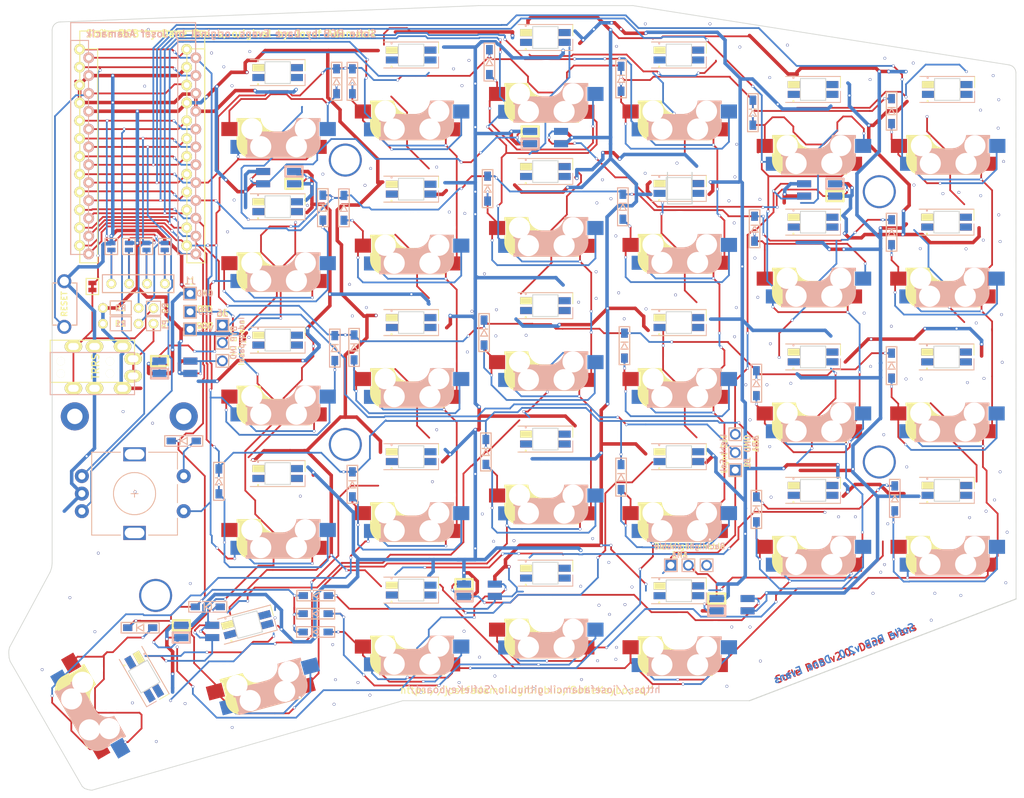
<source format=kicad_pcb>
(kicad_pcb (version 20171130) (host pcbnew "(5.1.6)-1")
  (layers (0 F.Cu signal) (31 B.Cu signal) (34 B.Paste user hide) (35 F.Paste user hide) (36 B.SilkS user hide) (37 F.SilkS user hide) (38 B.Mask user hide) (39 F.Mask user hide) (44 Edge.Cuts user))
  (net 0 "")
  (net 1 "Net-(D1-Pad2)")
  (net 2 row4)
  (net 3 "Net-(D2-Pad2)")
  (net 4 "Net-(D3-Pad2)")
  (net 5 row0)
  (net 6 "Net-(D4-Pad2)")
  (net 7 row1)
  (net 8 "Net-(D5-Pad2)")
  (net 9 row2)
  (net 10 "Net-(D6-Pad2)")
  (net 11 row3)
  (net 12 "Net-(D7-Pad2)")
  (net 13 "Net-(D8-Pad2)")
  (net 14 "Net-(D9-Pad2)")
  (net 15 "Net-(D10-Pad2)")
  (net 16 "Net-(D11-Pad2)")
  (net 17 "Net-(D12-Pad2)")
  (net 18 "Net-(D13-Pad2)")
  (net 19 "Net-(D14-Pad2)")
  (net 20 "Net-(D15-Pad2)")
  (net 21 "Net-(D16-Pad2)")
  (net 22 "Net-(D17-Pad2)")
  (net 23 "Net-(D18-Pad2)")
  (net 24 "Net-(D19-Pad2)")
  (net 25 "Net-(D20-Pad2)")
  (net 26 "Net-(D21-Pad2)")
  (net 27 "Net-(D22-Pad2)")
  (net 28 "Net-(D23-Pad2)")
  (net 29 "Net-(D24-Pad2)")
  (net 30 "Net-(D26-Pad2)")
  (net 31 "Net-(D27-Pad2)")
  (net 32 "Net-(D28-Pad2)")
  (net 33 VCC)
  (net 34 GND)
  (net 35 col0)
  (net 36 col1)
  (net 37 col2)
  (net 38 col3)
  (net 39 col4)
  (net 40 SDA)
  (net 41 LED)
  (net 42 SCL)
  (net 43 RESET)
  (net 44 "Net-(D29-Pad2)")
  (net 45 "Net-(U1-Pad24)")
  (net 46 "Net-(U1-Pad7)")
  (net 47 DATA)
  (net 48 "Net-(J3-Pad1)")
  (net 49 "Net-(J3-Pad2)")
  (net 50 "Net-(J3-Pad3)")
  (net 51 "Net-(J3-Pad4)")
  (net 52 "Net-(D30-Pad2)")
  (net 53 SW25B)
  (net 54 SW25A)
  (net 55 ENCB)
  (net 56 ENCA)
  (net 57 /i2c_c)
  (net 58 /i2c_d)
  (net 59 "Net-(D31-Pad1)")
  (net 60 "Net-(D31-Pad3)")
  (net 61 "Net-(D32-Pad3)")
  (net 62 /underglow)
  (net 63 "Net-(D34-Pad1)")
  (net 64 "Net-(D35-Pad1)")
  (net 65 "Net-(D36-Pad1)")
  (net 66 lights)
  (net 67 "Net-(D37-Pad3)")
  (net 68 /backlight)
  (net 69 "Net-(J5-Pad3)")
  (net 70 "Net-(SW1-Pad3)")
  (net 71 "Net-(SW1-Pad1)")
  (net 72 "Net-(SW2-Pad3)")
  (net 73 "Net-(SW3-Pad3)")
  (net 74 "Net-(SW3-Pad1)")
  (net 75 "Net-(SW10-Pad1)")
  (net 76 "Net-(SW5-Pad3)")
  (net 77 "Net-(SW11-Pad3)")
  (net 78 "Net-(SW12-Pad1)")
  (net 79 "Net-(SW13-Pad3)")
  (net 80 "Net-(SW14-Pad1)")
  (net 81 "Net-(SW15-Pad3)")
  (net 82 "Net-(SW10-Pad3)")
  (net 83 "Net-(SW11-Pad1)")
  (net 84 "Net-(SW12-Pad3)")
  (net 85 "Net-(SW13-Pad1)")
  (net 86 "Net-(SW14-Pad3)")
  (net 87 "Net-(SW15-Pad1)")
  (net 88 "Net-(SW16-Pad3)")
  (net 89 "Net-(SW17-Pad1)")
  (net 90 "Net-(SW18-Pad3)")
  (net 91 "Net-(SW19-Pad1)")
  (net 92 "Net-(SW20-Pad3)")
  (net 93 "Net-(SW21-Pad1)")
  (net 94 "Net-(SW22-Pad3)")
  (net 95 "Net-(SW23-Pad1)")
  (net 96 "Net-(SW24-Pad3)")
  (net 97 "Net-(SW26-Pad3)")
  (net 98 "Net-(SW28-Pad3)")
  (module "Dane:SK6812MINI-E_and_cherry(mini_pinout)" (layer F.Cu) (at 158.6 102.19 180)
    (fp_text reference SW21 hide)
    (fp_text value SW_PUSH-MX_W_LED hide)
    (fp_line (start 1.927 7.011) (end -1.673 7.011) (layer Edge.Cuts) (width 0.12))
    (fp_line (start 1.927 3.911) (end 1.927 7.011) (layer Edge.Cuts) (width 0.12))
    (fp_line (start -1.673 3.911) (end 1.927 3.911) (layer Edge.Cuts) (width 0.12))
    (fp_line (start -1.673 7.011) (end -1.673 3.911) (layer Edge.Cuts) (width 0.12))
    (pad 1 smd rect (at 2.877 6.161) (size 1.7 1) (layers F.Cu F.Paste F.SilkS F.Mask) (net 93 "Net-(SW21-Pad1)"))
    (pad 4 smd rect (at 2.877 4.761) (size 1.7 1) (layers F.Cu F.Paste F.Mask) (net 33 VCC))
    (pad 3 smd rect (at -2.623 4.761) (size 1.7 1) (layers F.Cu F.Paste F.Mask) (net 87 "Net-(SW15-Pad1)"))
    (pad 2 smd rect (at -2.623 6.161) (size 1.7 1) (layers F.Cu F.Paste F.Mask) (net 34 GND))
    (pad 5 smd rect (at -7 -2.58) (size 2.3 2) (layers B.Cu B.Paste B.Mask) (net 26 "Net-(D21-Pad2)"))
    (pad "" np_thru_hole circle (at -5.08 0 180) (size 1.9 1.9) (drill 1.9) (layers *.Cu *.Mask))
    (pad "" np_thru_hole circle (at 3.81 -2.540001) (size 3 3) (drill 3) (layers *.Cu *.Mask))
    (pad "" np_thru_hole circle (at 5.08 0 180) (size 1.9 1.9) (drill 1.9) (layers *.Cu *.Mask))
    (pad "" np_thru_hole circle (at 4.5 0 180) (size 1.7 1.7) (drill 1.7) (layers *.Cu *.Mask))
    (pad "" np_thru_hole circle (at -2.54 -5.08) (size 3 3) (drill 3) (layers *.Cu *.Mask))
    (pad 6 smd rect (at -5.7 -5.12) (size 2.3 2) (layers F.Cu F.Mask) (net 38 col3))
    (pad 5 smd rect (at 7 -2.58) (size 2.3 2) (layers F.Cu F.Paste F.Mask) (net 26 "Net-(D21-Pad2)"))
    (pad "" np_thru_hole circle (at -4.5 0 180) (size 1.7 1.7) (drill 1.7) (layers *.Cu *.Mask))
    (pad "" np_thru_hole circle (at -3.81 -2.54) (size 3 3) (drill 3) (layers *.Cu *.Mask))
    (pad 6 smd rect (at 5.7 -5.12) (size 2.3 2) (layers B.Cu B.Paste B.Mask) (net 38 col3))
    (pad "" np_thru_hole circle (at 0 0 270) (size 4.1 4.1) (drill 4.1) (layers *.Cu *.Mask))
    (pad "" np_thru_hole circle (at 2.54 -5.08) (size 3 3) (drill 3) (layers *.Cu *.Mask))
    (pad 3 smd rect (at -2.623 6.161 180) (size 1.7 1) (layers B.Cu B.Paste B.Mask) (net 87 "Net-(SW15-Pad1)"))
    (pad 2 smd rect (at -2.623 4.761 180) (size 1.7 1) (layers B.Cu B.Paste B.Mask) (net 34 GND))
    (pad 4 smd rect (at 2.877 6.161 180) (size 1.7 1) (layers B.Cu B.Paste B.Mask) (net 33 VCC))
    (pad 1 smd rect (at 2.877 4.761 180) (size 1.7 1) (layers B.Cu B.Paste B.Mask) (net 93 "Net-(SW21-Pad1)"))
  )
  (module "Dane:SK6812MINI-E_and_cherry(mini_pinout)" (layer F.Cu) (at 120.5 69.1 180)
    (fp_text reference SW7 hide)
    (fp_text value SW_PUSH-MX_W_LED hide)
    (fp_line (start 1.927 7.011) (end -1.673 7.011) (layer Edge.Cuts) (width 0.12))
    (fp_line (start 1.927 3.911) (end 1.927 7.011) (layer Edge.Cuts) (width 0.12))
    (fp_line (start -1.673 3.911) (end 1.927 3.911) (layer Edge.Cuts) (width 0.12))
    (fp_line (start -1.673 7.011) (end -1.673 3.911) (layer Edge.Cuts) (width 0.12))
    (pad 1 smd rect (at 2.877 6.161) (size 1.7 1) (layers F.Cu F.Paste F.SilkS F.Mask) (net 79 "Net-(SW13-Pad3)"))
    (pad 4 smd rect (at 2.877 4.761) (size 1.7 1) (layers F.Cu F.Paste F.Mask) (net 33 VCC))
    (pad 3 smd rect (at -2.623 4.761) (size 1.7 1) (layers F.Cu F.Paste F.Mask) (net 71 "Net-(SW1-Pad1)"))
    (pad 2 smd rect (at -2.623 6.161) (size 1.7 1) (layers F.Cu F.Paste F.Mask) (net 34 GND))
    (pad 5 smd rect (at -7 -2.58) (size 2.3 2) (layers B.Cu B.Paste B.Mask) (net 12 "Net-(D7-Pad2)"))
    (pad "" np_thru_hole circle (at -5.08 0 180) (size 1.9 1.9) (drill 1.9) (layers *.Cu *.Mask))
    (pad "" np_thru_hole circle (at 3.81 -2.540001) (size 3 3) (drill 3) (layers *.Cu *.Mask))
    (pad "" np_thru_hole circle (at 5.08 0 180) (size 1.9 1.9) (drill 1.9) (layers *.Cu *.Mask))
    (pad "" np_thru_hole circle (at 4.5 0 180) (size 1.7 1.7) (drill 1.7) (layers *.Cu *.Mask))
    (pad "" np_thru_hole circle (at -2.54 -5.08) (size 3 3) (drill 3) (layers *.Cu *.Mask))
    (pad 6 smd rect (at -5.7 -5.12) (size 2.3 2) (layers F.Cu F.Mask) (net 54 SW25A))
    (pad 5 smd rect (at 7 -2.58) (size 2.3 2) (layers F.Cu F.Paste F.Mask) (net 12 "Net-(D7-Pad2)"))
    (pad "" np_thru_hole circle (at -4.5 0 180) (size 1.7 1.7) (drill 1.7) (layers *.Cu *.Mask))
    (pad "" np_thru_hole circle (at -3.81 -2.54) (size 3 3) (drill 3) (layers *.Cu *.Mask))
    (pad 6 smd rect (at 5.7 -5.12) (size 2.3 2) (layers B.Cu B.Paste B.Mask) (net 54 SW25A))
    (pad "" np_thru_hole circle (at 0 0 270) (size 4.1 4.1) (drill 4.1) (layers *.Cu *.Mask))
    (pad "" np_thru_hole circle (at 2.54 -5.08) (size 3 3) (drill 3) (layers *.Cu *.Mask))
    (pad 3 smd rect (at -2.623 6.161 180) (size 1.7 1) (layers B.Cu B.Paste B.Mask) (net 71 "Net-(SW1-Pad1)"))
    (pad 2 smd rect (at -2.623 4.761 180) (size 1.7 1) (layers B.Cu B.Paste B.Mask) (net 34 GND))
    (pad 4 smd rect (at 2.877 6.161 180) (size 1.7 1) (layers B.Cu B.Paste B.Mask) (net 33 VCC))
    (pad 1 smd rect (at 2.877 4.761 180) (size 1.7 1) (layers B.Cu B.Paste B.Mask) (net 79 "Net-(SW13-Pad3)"))
  )
  (module "Dane:SK6812MINI-E_and_cherry(mini_pinout)" (layer F.Cu) (at 215.8 52.4 180)
    (fp_text reference SW6 hide)
    (fp_text value SW_PUSH-MX_W_LED hide)
    (fp_line (start 1.927 7.011) (end -1.673 7.011) (layer Edge.Cuts) (width 0.12))
    (fp_line (start 1.927 3.911) (end 1.927 7.011) (layer Edge.Cuts) (width 0.12))
    (fp_line (start -1.673 3.911) (end 1.927 3.911) (layer Edge.Cuts) (width 0.12))
    (fp_line (start -1.673 7.011) (end -1.673 3.911) (layer Edge.Cuts) (width 0.12))
    (pad 1 smd rect (at 2.877 6.161) (size 1.7 1) (layers F.Cu F.Paste F.SilkS F.Mask) (net 76 "Net-(SW5-Pad3)"))
    (pad 4 smd rect (at 2.877 4.761) (size 1.7 1) (layers F.Cu F.Paste F.Mask) (net 33 VCC))
    (pad 3 smd rect (at -2.623 4.761) (size 1.7 1) (layers F.Cu F.Paste F.Mask) (net 78 "Net-(SW12-Pad1)"))
    (pad 2 smd rect (at -2.623 6.161) (size 1.7 1) (layers F.Cu F.Paste F.Mask) (net 34 GND))
    (pad 5 smd rect (at -7 -2.58) (size 2.3 2) (layers B.Cu B.Paste B.Mask) (net 10 "Net-(D6-Pad2)"))
    (pad "" np_thru_hole circle (at -5.08 0 180) (size 1.9 1.9) (drill 1.9) (layers *.Cu *.Mask))
    (pad "" np_thru_hole circle (at 3.81 -2.540001) (size 3 3) (drill 3) (layers *.Cu *.Mask))
    (pad "" np_thru_hole circle (at 5.08 0 180) (size 1.9 1.9) (drill 1.9) (layers *.Cu *.Mask))
    (pad "" np_thru_hole circle (at 4.5 0 180) (size 1.7 1.7) (drill 1.7) (layers *.Cu *.Mask))
    (pad "" np_thru_hole circle (at -2.54 -5.08) (size 3 3) (drill 3) (layers *.Cu *.Mask))
    (pad 6 smd rect (at -5.7 -5.12) (size 2.3 2) (layers F.Cu F.Mask) (net 35 col0))
    (pad 5 smd rect (at 7 -2.58) (size 2.3 2) (layers F.Cu F.Paste F.Mask) (net 10 "Net-(D6-Pad2)"))
    (pad "" np_thru_hole circle (at -4.5 0 180) (size 1.7 1.7) (drill 1.7) (layers *.Cu *.Mask))
    (pad "" np_thru_hole circle (at -3.81 -2.54) (size 3 3) (drill 3) (layers *.Cu *.Mask))
    (pad 6 smd rect (at 5.7 -5.12) (size 2.3 2) (layers B.Cu B.Paste B.Mask) (net 35 col0))
    (pad "" np_thru_hole circle (at 0 0 270) (size 4.1 4.1) (drill 4.1) (layers *.Cu *.Mask))
    (pad "" np_thru_hole circle (at 2.54 -5.08) (size 3 3) (drill 3) (layers *.Cu *.Mask))
    (pad 3 smd rect (at -2.623 6.161 180) (size 1.7 1) (layers B.Cu B.Paste B.Mask) (net 78 "Net-(SW12-Pad1)"))
    (pad 2 smd rect (at -2.623 4.761 180) (size 1.7 1) (layers B.Cu B.Paste B.Mask) (net 34 GND))
    (pad 4 smd rect (at 2.877 6.161 180) (size 1.7 1) (layers B.Cu B.Paste B.Mask) (net 33 VCC))
    (pad 1 smd rect (at 2.877 4.761 180) (size 1.7 1) (layers B.Cu B.Paste B.Mask) (net 76 "Net-(SW5-Pad3)"))
  )
  (module "Dane:SK6812MINI-E_and_cherry(mini_pinout)" (layer F.Cu) (at 196.7 109.5 180)
    (fp_text reference SW23 hide)
    (fp_text value SW_PUSH-MX_W_LED hide)
    (fp_line (start 1.927 7.011) (end -1.673 7.011) (layer Edge.Cuts) (width 0.12))
    (fp_line (start 1.927 3.911) (end 1.927 7.011) (layer Edge.Cuts) (width 0.12))
    (fp_line (start -1.673 3.911) (end 1.927 3.911) (layer Edge.Cuts) (width 0.12))
    (fp_line (start -1.673 7.011) (end -1.673 3.911) (layer Edge.Cuts) (width 0.12))
    (pad 1 smd rect (at 2.877 6.161) (size 1.7 1) (layers F.Cu F.Paste F.SilkS F.Mask) (net 95 "Net-(SW23-Pad1)"))
    (pad 4 smd rect (at 2.877 4.761) (size 1.7 1) (layers F.Cu F.Paste F.Mask) (net 33 VCC))
    (pad 3 smd rect (at -2.623 4.761) (size 1.7 1) (layers F.Cu F.Paste F.Mask) (net 89 "Net-(SW17-Pad1)"))
    (pad 2 smd rect (at -2.623 6.161) (size 1.7 1) (layers F.Cu F.Paste F.Mask) (net 34 GND))
    (pad 5 smd rect (at -7 -2.58) (size 2.3 2) (layers B.Cu B.Paste B.Mask) (net 28 "Net-(D23-Pad2)"))
    (pad "" np_thru_hole circle (at -5.08 0 180) (size 1.9 1.9) (drill 1.9) (layers *.Cu *.Mask))
    (pad "" np_thru_hole circle (at 3.81 -2.540001) (size 3 3) (drill 3) (layers *.Cu *.Mask))
    (pad "" np_thru_hole circle (at 5.08 0 180) (size 1.9 1.9) (drill 1.9) (layers *.Cu *.Mask))
    (pad "" np_thru_hole circle (at 4.5 0 180) (size 1.7 1.7) (drill 1.7) (layers *.Cu *.Mask))
    (pad "" np_thru_hole circle (at -2.54 -5.08) (size 3 3) (drill 3) (layers *.Cu *.Mask))
    (pad 6 smd rect (at -5.7 -5.12) (size 2.3 2) (layers F.Cu F.Mask) (net 36 col1))
    (pad 5 smd rect (at 7 -2.58) (size 2.3 2) (layers F.Cu F.Paste F.Mask) (net 28 "Net-(D23-Pad2)"))
    (pad "" np_thru_hole circle (at -4.5 0 180) (size 1.7 1.7) (drill 1.7) (layers *.Cu *.Mask))
    (pad "" np_thru_hole circle (at -3.81 -2.54) (size 3 3) (drill 3) (layers *.Cu *.Mask))
    (pad 6 smd rect (at 5.7 -5.12) (size 2.3 2) (layers B.Cu B.Paste B.Mask) (net 36 col1))
    (pad "" np_thru_hole circle (at 0 0 270) (size 4.1 4.1) (drill 4.1) (layers *.Cu *.Mask))
    (pad "" np_thru_hole circle (at 2.54 -5.08) (size 3 3) (drill 3) (layers *.Cu *.Mask))
    (pad 3 smd rect (at -2.623 6.161 180) (size 1.7 1) (layers B.Cu B.Paste B.Mask) (net 89 "Net-(SW17-Pad1)"))
    (pad 2 smd rect (at -2.623 4.761 180) (size 1.7 1) (layers B.Cu B.Paste B.Mask) (net 34 GND))
    (pad 4 smd rect (at 2.877 6.161 180) (size 1.7 1) (layers B.Cu B.Paste B.Mask) (net 33 VCC))
    (pad 1 smd rect (at 2.877 4.761 180) (size 1.7 1) (layers B.Cu B.Paste B.Mask) (net 95 "Net-(SW23-Pad1)"))
  )
  (module "Dane:SK6812MINI-E_and_cherry(mini_pinout)" (layer F.Cu) (at 215.7 71.3 180)
    (fp_text reference SW12 hide)
    (fp_text value SW_PUSH-MX_W_LED hide)
    (fp_line (start 1.927 7.011) (end -1.673 7.011) (layer Edge.Cuts) (width 0.12))
    (fp_line (start 1.927 3.911) (end 1.927 7.011) (layer Edge.Cuts) (width 0.12))
    (fp_line (start -1.673 3.911) (end 1.927 3.911) (layer Edge.Cuts) (width 0.12))
    (fp_line (start -1.673 7.011) (end -1.673 3.911) (layer Edge.Cuts) (width 0.12))
    (pad 1 smd rect (at 2.877 6.161) (size 1.7 1) (layers F.Cu F.Paste F.SilkS F.Mask) (net 78 "Net-(SW12-Pad1)"))
    (pad 4 smd rect (at 2.877 4.761) (size 1.7 1) (layers F.Cu F.Paste F.Mask) (net 33 VCC))
    (pad 3 smd rect (at -2.623 4.761) (size 1.7 1) (layers F.Cu F.Paste F.Mask) (net 84 "Net-(SW12-Pad3)"))
    (pad 2 smd rect (at -2.623 6.161) (size 1.7 1) (layers F.Cu F.Paste F.Mask) (net 34 GND))
    (pad 5 smd rect (at -7 -2.58) (size 2.3 2) (layers B.Cu B.Paste B.Mask) (net 17 "Net-(D12-Pad2)"))
    (pad "" np_thru_hole circle (at -5.08 0 180) (size 1.9 1.9) (drill 1.9) (layers *.Cu *.Mask))
    (pad "" np_thru_hole circle (at 3.81 -2.540001) (size 3 3) (drill 3) (layers *.Cu *.Mask))
    (pad "" np_thru_hole circle (at 5.08 0 180) (size 1.9 1.9) (drill 1.9) (layers *.Cu *.Mask))
    (pad "" np_thru_hole circle (at 4.5 0 180) (size 1.7 1.7) (drill 1.7) (layers *.Cu *.Mask))
    (pad "" np_thru_hole circle (at -2.54 -5.08) (size 3 3) (drill 3) (layers *.Cu *.Mask))
    (pad 6 smd rect (at -5.7 -5.12) (size 2.3 2) (layers F.Cu F.Mask) (net 35 col0))
    (pad 5 smd rect (at 7 -2.58) (size 2.3 2) (layers F.Cu F.Paste F.Mask) (net 17 "Net-(D12-Pad2)"))
    (pad "" np_thru_hole circle (at -4.5 0 180) (size 1.7 1.7) (drill 1.7) (layers *.Cu *.Mask))
    (pad "" np_thru_hole circle (at -3.81 -2.54) (size 3 3) (drill 3) (layers *.Cu *.Mask))
    (pad 6 smd rect (at 5.7 -5.12) (size 2.3 2) (layers B.Cu B.Paste B.Mask) (net 35 col0))
    (pad "" np_thru_hole circle (at 0 0 270) (size 4.1 4.1) (drill 4.1) (layers *.Cu *.Mask))
    (pad "" np_thru_hole circle (at 2.54 -5.08) (size 3 3) (drill 3) (layers *.Cu *.Mask))
    (pad 3 smd rect (at -2.623 6.161 180) (size 1.7 1) (layers B.Cu B.Paste B.Mask) (net 84 "Net-(SW12-Pad3)"))
    (pad 2 smd rect (at -2.623 4.761 180) (size 1.7 1) (layers B.Cu B.Paste B.Mask) (net 34 GND))
    (pad 4 smd rect (at 2.877 6.161 180) (size 1.7 1) (layers B.Cu B.Paste B.Mask) (net 33 VCC))
    (pad 1 smd rect (at 2.877 4.761 180) (size 1.7 1) (layers B.Cu B.Paste B.Mask) (net 78 "Net-(SW12-Pad1)"))
  )
  (module "Dane:SK6812MINI-E_and_cherry(mini_pinout)" (layer F.Cu) (at 196.7 71.3 180)
    (fp_text reference SW11 hide)
    (fp_text value SW_PUSH-MX_W_LED hide)
    (fp_line (start 1.927 7.011) (end -1.673 7.011) (layer Edge.Cuts) (width 0.12))
    (fp_line (start 1.927 3.911) (end 1.927 7.011) (layer Edge.Cuts) (width 0.12))
    (fp_line (start -1.673 3.911) (end 1.927 3.911) (layer Edge.Cuts) (width 0.12))
    (fp_line (start -1.673 7.011) (end -1.673 3.911) (layer Edge.Cuts) (width 0.12))
    (pad 1 smd rect (at 2.877 6.161) (size 1.7 1) (layers F.Cu F.Paste F.SilkS F.Mask) (net 83 "Net-(SW11-Pad1)"))
    (pad 4 smd rect (at 2.877 4.761) (size 1.7 1) (layers F.Cu F.Paste F.Mask) (net 33 VCC))
    (pad 3 smd rect (at -2.623 4.761) (size 1.7 1) (layers F.Cu F.Paste F.Mask) (net 77 "Net-(SW11-Pad3)"))
    (pad 2 smd rect (at -2.623 6.161) (size 1.7 1) (layers F.Cu F.Paste F.Mask) (net 34 GND))
    (pad 5 smd rect (at -7 -2.58) (size 2.3 2) (layers B.Cu B.Paste B.Mask) (net 16 "Net-(D11-Pad2)"))
    (pad "" np_thru_hole circle (at -5.08 0 180) (size 1.9 1.9) (drill 1.9) (layers *.Cu *.Mask))
    (pad "" np_thru_hole circle (at 3.81 -2.540001) (size 3 3) (drill 3) (layers *.Cu *.Mask))
    (pad "" np_thru_hole circle (at 5.08 0 180) (size 1.9 1.9) (drill 1.9) (layers *.Cu *.Mask))
    (pad "" np_thru_hole circle (at 4.5 0 180) (size 1.7 1.7) (drill 1.7) (layers *.Cu *.Mask))
    (pad "" np_thru_hole circle (at -2.54 -5.08) (size 3 3) (drill 3) (layers *.Cu *.Mask))
    (pad 6 smd rect (at -5.7 -5.12) (size 2.3 2) (layers F.Cu F.Mask) (net 36 col1))
    (pad 5 smd rect (at 7 -2.58) (size 2.3 2) (layers F.Cu F.Paste F.Mask) (net 16 "Net-(D11-Pad2)"))
    (pad "" np_thru_hole circle (at -4.5 0 180) (size 1.7 1.7) (drill 1.7) (layers *.Cu *.Mask))
    (pad "" np_thru_hole circle (at -3.81 -2.54) (size 3 3) (drill 3) (layers *.Cu *.Mask))
    (pad 6 smd rect (at 5.7 -5.12) (size 2.3 2) (layers B.Cu B.Paste B.Mask) (net 36 col1))
    (pad "" np_thru_hole circle (at 0 0 270) (size 4.1 4.1) (drill 4.1) (layers *.Cu *.Mask))
    (pad "" np_thru_hole circle (at 2.54 -5.08) (size 3 3) (drill 3) (layers *.Cu *.Mask))
    (pad 3 smd rect (at -2.623 6.161 180) (size 1.7 1) (layers B.Cu B.Paste B.Mask) (net 77 "Net-(SW11-Pad3)"))
    (pad 2 smd rect (at -2.623 4.761 180) (size 1.7 1) (layers B.Cu B.Paste B.Mask) (net 34 GND))
    (pad 4 smd rect (at 2.877 6.161 180) (size 1.7 1) (layers B.Cu B.Paste B.Mask) (net 33 VCC))
    (pad 1 smd rect (at 2.877 4.761 180) (size 1.7 1) (layers B.Cu B.Paste B.Mask) (net 83 "Net-(SW11-Pad1)"))
  )
  (module "Dane:SK6812MINI-E_and_cherry(mini_pinout)" (layer F.Cu) (at 196.7 90.5 180)
    (fp_text reference SW17 hide)
    (fp_text value SW_PUSH-MX_W_LED hide)
    (fp_line (start 1.927 7.011) (end -1.673 7.011) (layer Edge.Cuts) (width 0.12))
    (fp_line (start 1.927 3.911) (end 1.927 7.011) (layer Edge.Cuts) (width 0.12))
    (fp_line (start -1.673 3.911) (end 1.927 3.911) (layer Edge.Cuts) (width 0.12))
    (fp_line (start -1.673 7.011) (end -1.673 3.911) (layer Edge.Cuts) (width 0.12))
    (pad 1 smd rect (at 2.877 6.161) (size 1.7 1) (layers F.Cu F.Paste F.SilkS F.Mask) (net 89 "Net-(SW17-Pad1)"))
    (pad 4 smd rect (at 2.877 4.761) (size 1.7 1) (layers F.Cu F.Paste F.Mask) (net 33 VCC))
    (pad 3 smd rect (at -2.623 4.761) (size 1.7 1) (layers F.Cu F.Paste F.Mask) (net 83 "Net-(SW11-Pad1)"))
    (pad 2 smd rect (at -2.623 6.161) (size 1.7 1) (layers F.Cu F.Paste F.Mask) (net 34 GND))
    (pad 5 smd rect (at -7 -2.58) (size 2.3 2) (layers B.Cu B.Paste B.Mask) (net 22 "Net-(D17-Pad2)"))
    (pad "" np_thru_hole circle (at -5.08 0 180) (size 1.9 1.9) (drill 1.9) (layers *.Cu *.Mask))
    (pad "" np_thru_hole circle (at 3.81 -2.540001) (size 3 3) (drill 3) (layers *.Cu *.Mask))
    (pad "" np_thru_hole circle (at 5.08 0 180) (size 1.9 1.9) (drill 1.9) (layers *.Cu *.Mask))
    (pad "" np_thru_hole circle (at 4.5 0 180) (size 1.7 1.7) (drill 1.7) (layers *.Cu *.Mask))
    (pad "" np_thru_hole circle (at -2.54 -5.08) (size 3 3) (drill 3) (layers *.Cu *.Mask))
    (pad 6 smd rect (at -5.7 -5.12) (size 2.3 2) (layers F.Cu F.Mask) (net 36 col1))
    (pad 5 smd rect (at 7 -2.58) (size 2.3 2) (layers F.Cu F.Paste F.Mask) (net 22 "Net-(D17-Pad2)"))
    (pad "" np_thru_hole circle (at -4.5 0 180) (size 1.7 1.7) (drill 1.7) (layers *.Cu *.Mask))
    (pad "" np_thru_hole circle (at -3.81 -2.54) (size 3 3) (drill 3) (layers *.Cu *.Mask))
    (pad 6 smd rect (at 5.7 -5.12) (size 2.3 2) (layers B.Cu B.Paste B.Mask) (net 36 col1))
    (pad "" np_thru_hole circle (at 0 0 270) (size 4.1 4.1) (drill 4.1) (layers *.Cu *.Mask))
    (pad "" np_thru_hole circle (at 2.54 -5.08) (size 3 3) (drill 3) (layers *.Cu *.Mask))
    (pad 3 smd rect (at -2.623 6.161 180) (size 1.7 1) (layers B.Cu B.Paste B.Mask) (net 83 "Net-(SW11-Pad1)"))
    (pad 2 smd rect (at -2.623 4.761 180) (size 1.7 1) (layers B.Cu B.Paste B.Mask) (net 34 GND))
    (pad 4 smd rect (at 2.877 6.161 180) (size 1.7 1) (layers B.Cu B.Paste B.Mask) (net 33 VCC))
    (pad 1 smd rect (at 2.877 4.761 180) (size 1.7 1) (layers B.Cu B.Paste B.Mask) (net 89 "Net-(SW17-Pad1)"))
  )
  (module "Dane:SK6812MINI-E_and_cherry(mini_pinout)" (layer F.Cu) (at 139.5 47.5 180)
    (fp_text reference SW2 hide)
    (fp_text value SW_PUSH-MX_W_LED hide)
    (fp_line (start 1.927 7.011) (end -1.673 7.011) (layer Edge.Cuts) (width 0.12))
    (fp_line (start 1.927 3.911) (end 1.927 7.011) (layer Edge.Cuts) (width 0.12))
    (fp_line (start -1.673 3.911) (end 1.927 3.911) (layer Edge.Cuts) (width 0.12))
    (fp_line (start -1.673 7.011) (end -1.673 3.911) (layer Edge.Cuts) (width 0.12))
    (pad 1 smd rect (at 2.877 6.161) (size 1.7 1) (layers F.Cu F.Paste F.SilkS F.Mask) (net 70 "Net-(SW1-Pad3)"))
    (pad 4 smd rect (at 2.877 4.761) (size 1.7 1) (layers F.Cu F.Paste F.Mask) (net 33 VCC))
    (pad 3 smd rect (at -2.623 4.761) (size 1.7 1) (layers F.Cu F.Paste F.Mask) (net 72 "Net-(SW2-Pad3)"))
    (pad 2 smd rect (at -2.623 6.161) (size 1.7 1) (layers F.Cu F.Paste F.Mask) (net 34 GND))
    (pad 5 smd rect (at -7 -2.58) (size 2.3 2) (layers B.Cu B.Paste B.Mask) (net 3 "Net-(D2-Pad2)"))
    (pad "" np_thru_hole circle (at -5.08 0 180) (size 1.9 1.9) (drill 1.9) (layers *.Cu *.Mask))
    (pad "" np_thru_hole circle (at 3.81 -2.540001) (size 3 3) (drill 3) (layers *.Cu *.Mask))
    (pad "" np_thru_hole circle (at 5.08 0 180) (size 1.9 1.9) (drill 1.9) (layers *.Cu *.Mask))
    (pad "" np_thru_hole circle (at 4.5 0 180) (size 1.7 1.7) (drill 1.7) (layers *.Cu *.Mask))
    (pad "" np_thru_hole circle (at -2.54 -5.08) (size 3 3) (drill 3) (layers *.Cu *.Mask))
    (pad 6 smd rect (at -5.7 -5.12) (size 2.3 2) (layers F.Cu F.Mask) (net 39 col4))
    (pad 5 smd rect (at 7 -2.58) (size 2.3 2) (layers F.Cu F.Paste F.Mask) (net 3 "Net-(D2-Pad2)"))
    (pad "" np_thru_hole circle (at -4.5 0 180) (size 1.7 1.7) (drill 1.7) (layers *.Cu *.Mask))
    (pad "" np_thru_hole circle (at -3.81 -2.54) (size 3 3) (drill 3) (layers *.Cu *.Mask))
    (pad 6 smd rect (at 5.7 -5.12) (size 2.3 2) (layers B.Cu B.Paste B.Mask) (net 39 col4))
    (pad "" np_thru_hole circle (at 0 0 270) (size 4.1 4.1) (drill 4.1) (layers *.Cu *.Mask))
    (pad "" np_thru_hole circle (at 2.54 -5.08) (size 3 3) (drill 3) (layers *.Cu *.Mask))
    (pad 3 smd rect (at -2.623 6.161 180) (size 1.7 1) (layers B.Cu B.Paste B.Mask) (net 72 "Net-(SW2-Pad3)"))
    (pad 2 smd rect (at -2.623 4.761 180) (size 1.7 1) (layers B.Cu B.Paste B.Mask) (net 34 GND))
    (pad 4 smd rect (at 2.877 6.161 180) (size 1.7 1) (layers B.Cu B.Paste B.Mask) (net 33 VCC))
    (pad 1 smd rect (at 2.877 4.761 180) (size 1.7 1) (layers B.Cu B.Paste B.Mask) (net 70 "Net-(SW1-Pad3)"))
  )
  (module "Dane:SK6812MINI-E_and_cherry(mini_pinout)" (layer F.Cu) (at 177.6 123.8 180)
    (fp_text reference SW30 hide)
    (fp_text value SW_PUSH-MX_W_LED hide)
    (fp_line (start 1.927 7.011) (end -1.673 7.011) (layer Edge.Cuts) (width 0.12))
    (fp_line (start 1.927 3.911) (end 1.927 7.011) (layer Edge.Cuts) (width 0.12))
    (fp_line (start -1.673 3.911) (end 1.927 3.911) (layer Edge.Cuts) (width 0.12))
    (fp_line (start -1.673 7.011) (end -1.673 3.911) (layer Edge.Cuts) (width 0.12))
    (pad 1 smd rect (at 2.877 6.161) (size 1.7 1) (layers F.Cu F.Paste F.SilkS F.Mask) (net 96 "Net-(SW24-Pad3)"))
    (pad 4 smd rect (at 2.877 4.761) (size 1.7 1) (layers F.Cu F.Paste F.Mask) (net 33 VCC))
    (pad 3 smd rect (at -2.623 4.761) (size 1.7 1) (layers F.Cu F.Paste F.Mask) (net 68 /backlight))
    (pad 2 smd rect (at -2.623 6.161) (size 1.7 1) (layers F.Cu F.Paste F.Mask) (net 34 GND))
    (pad 5 smd rect (at -7 -2.58) (size 2.3 2) (layers B.Cu B.Paste B.Mask) (net 52 "Net-(D30-Pad2)"))
    (pad "" np_thru_hole circle (at -5.08 0 180) (size 1.9 1.9) (drill 1.9) (layers *.Cu *.Mask))
    (pad "" np_thru_hole circle (at 3.81 -2.540001) (size 3 3) (drill 3) (layers *.Cu *.Mask))
    (pad "" np_thru_hole circle (at 5.08 0 180) (size 1.9 1.9) (drill 1.9) (layers *.Cu *.Mask))
    (pad "" np_thru_hole circle (at 4.5 0 180) (size 1.7 1.7) (drill 1.7) (layers *.Cu *.Mask))
    (pad "" np_thru_hole circle (at -2.54 -5.08) (size 3 3) (drill 3) (layers *.Cu *.Mask))
    (pad 6 smd rect (at -5.7 -5.12) (size 2.3 2) (layers F.Cu F.Mask) (net 35 col0))
    (pad 5 smd rect (at 7 -2.58) (size 2.3 2) (layers F.Cu F.Paste F.Mask) (net 52 "Net-(D30-Pad2)"))
    (pad "" np_thru_hole circle (at -4.5 0 180) (size 1.7 1.7) (drill 1.7) (layers *.Cu *.Mask))
    (pad "" np_thru_hole circle (at -3.81 -2.54) (size 3 3) (drill 3) (layers *.Cu *.Mask))
    (pad 6 smd rect (at 5.7 -5.12) (size 2.3 2) (layers B.Cu B.Paste B.Mask) (net 35 col0))
    (pad "" np_thru_hole circle (at 0 0 270) (size 4.1 4.1) (drill 4.1) (layers *.Cu *.Mask))
    (pad "" np_thru_hole circle (at 2.54 -5.08) (size 3 3) (drill 3) (layers *.Cu *.Mask))
    (pad 3 smd rect (at -2.623 6.161 180) (size 1.7 1) (layers B.Cu B.Paste B.Mask) (net 68 /backlight))
    (pad 2 smd rect (at -2.623 4.761 180) (size 1.7 1) (layers B.Cu B.Paste B.Mask) (net 34 GND))
    (pad 4 smd rect (at 2.877 6.161 180) (size 1.7 1) (layers B.Cu B.Paste B.Mask) (net 33 VCC))
    (pad 1 smd rect (at 2.877 4.761 180) (size 1.7 1) (layers B.Cu B.Paste B.Mask) (net 96 "Net-(SW24-Pad3)"))
  )
  (module "Dane:SK6812MINI-E_and_cherry(mini_pinout)" (layer F.Cu) (at 158.6 121.29 180)
    (fp_text reference SW29 hide)
    (fp_text value SW_PUSH-MX_W_LED hide)
    (fp_line (start 1.927 7.011) (end -1.673 7.011) (layer Edge.Cuts) (width 0.12))
    (fp_line (start 1.927 3.911) (end 1.927 7.011) (layer Edge.Cuts) (width 0.12))
    (fp_line (start -1.673 3.911) (end 1.927 3.911) (layer Edge.Cuts) (width 0.12))
    (fp_line (start -1.673 7.011) (end -1.673 3.911) (layer Edge.Cuts) (width 0.12))
    (pad 1 smd rect (at 2.877 6.161) (size 1.7 1) (layers F.Cu F.Paste F.SilkS F.Mask) (net 98 "Net-(SW28-Pad3)"))
    (pad 4 smd rect (at 2.877 4.761) (size 1.7 1) (layers F.Cu F.Paste F.Mask) (net 33 VCC))
    (pad 3 smd rect (at -2.623 4.761) (size 1.7 1) (layers F.Cu F.Paste F.Mask) (net 95 "Net-(SW23-Pad1)"))
    (pad 2 smd rect (at -2.623 6.161) (size 1.7 1) (layers F.Cu F.Paste F.Mask) (net 34 GND))
    (pad 5 smd rect (at -7 -2.58) (size 2.3 2) (layers B.Cu B.Paste B.Mask) (net 44 "Net-(D29-Pad2)"))
    (pad "" np_thru_hole circle (at -5.08 0 180) (size 1.9 1.9) (drill 1.9) (layers *.Cu *.Mask))
    (pad "" np_thru_hole circle (at 3.81 -2.540001) (size 3 3) (drill 3) (layers *.Cu *.Mask))
    (pad "" np_thru_hole circle (at 5.08 0 180) (size 1.9 1.9) (drill 1.9) (layers *.Cu *.Mask))
    (pad "" np_thru_hole circle (at 4.5 0 180) (size 1.7 1.7) (drill 1.7) (layers *.Cu *.Mask))
    (pad "" np_thru_hole circle (at -2.54 -5.08) (size 3 3) (drill 3) (layers *.Cu *.Mask))
    (pad 6 smd rect (at -5.7 -5.12) (size 2.3 2) (layers F.Cu F.Mask) (net 36 col1))
    (pad 5 smd rect (at 7 -2.58) (size 2.3 2) (layers F.Cu F.Paste F.Mask) (net 44 "Net-(D29-Pad2)"))
    (pad "" np_thru_hole circle (at -4.5 0 180) (size 1.7 1.7) (drill 1.7) (layers *.Cu *.Mask))
    (pad "" np_thru_hole circle (at -3.81 -2.54) (size 3 3) (drill 3) (layers *.Cu *.Mask))
    (pad 6 smd rect (at 5.7 -5.12) (size 2.3 2) (layers B.Cu B.Paste B.Mask) (net 36 col1))
    (pad "" np_thru_hole circle (at 0 0 270) (size 4.1 4.1) (drill 4.1) (layers *.Cu *.Mask))
    (pad "" np_thru_hole circle (at 2.54 -5.08) (size 3 3) (drill 3) (layers *.Cu *.Mask))
    (pad 3 smd rect (at -2.623 6.161 180) (size 1.7 1) (layers B.Cu B.Paste B.Mask) (net 95 "Net-(SW23-Pad1)"))
    (pad 2 smd rect (at -2.623 4.761 180) (size 1.7 1) (layers B.Cu B.Paste B.Mask) (net 34 GND))
    (pad 4 smd rect (at 2.877 6.161 180) (size 1.7 1) (layers B.Cu B.Paste B.Mask) (net 33 VCC))
    (pad 1 smd rect (at 2.877 4.761 180) (size 1.7 1) (layers B.Cu B.Paste B.Mask) (net 98 "Net-(SW28-Pad3)"))
  )
  (module "Dane:SK6812MINI-E_and_cherry(mini_pinout)" (layer F.Cu) (at 139.5 123.7 180)
    (fp_text reference SW28 hide)
    (fp_text value SW_PUSH-MX_W_LED hide)
    (fp_line (start 1.927 7.011) (end -1.673 7.011) (layer Edge.Cuts) (width 0.12))
    (fp_line (start 1.927 3.911) (end 1.927 7.011) (layer Edge.Cuts) (width 0.12))
    (fp_line (start -1.673 3.911) (end 1.927 3.911) (layer Edge.Cuts) (width 0.12))
    (fp_line (start -1.673 7.011) (end -1.673 3.911) (layer Edge.Cuts) (width 0.12))
    (pad 1 smd rect (at 2.877 6.161) (size 1.7 1) (layers F.Cu F.Paste F.SilkS F.Mask) (net 94 "Net-(SW22-Pad3)"))
    (pad 4 smd rect (at 2.877 4.761) (size 1.7 1) (layers F.Cu F.Paste F.Mask) (net 33 VCC))
    (pad 3 smd rect (at -2.623 4.761) (size 1.7 1) (layers F.Cu F.Paste F.Mask) (net 98 "Net-(SW28-Pad3)"))
    (pad 2 smd rect (at -2.623 6.161) (size 1.7 1) (layers F.Cu F.Paste F.Mask) (net 34 GND))
    (pad 5 smd rect (at -7 -2.58) (size 2.3 2) (layers B.Cu B.Paste B.Mask) (net 32 "Net-(D28-Pad2)"))
    (pad "" np_thru_hole circle (at -5.08 0 180) (size 1.9 1.9) (drill 1.9) (layers *.Cu *.Mask))
    (pad "" np_thru_hole circle (at 3.81 -2.540001) (size 3 3) (drill 3) (layers *.Cu *.Mask))
    (pad "" np_thru_hole circle (at 5.08 0 180) (size 1.9 1.9) (drill 1.9) (layers *.Cu *.Mask))
    (pad "" np_thru_hole circle (at 4.5 0 180) (size 1.7 1.7) (drill 1.7) (layers *.Cu *.Mask))
    (pad "" np_thru_hole circle (at -2.54 -5.08) (size 3 3) (drill 3) (layers *.Cu *.Mask))
    (pad 6 smd rect (at -5.7 -5.12) (size 2.3 2) (layers F.Cu F.Mask) (net 37 col2))
    (pad 5 smd rect (at 7 -2.58) (size 2.3 2) (layers F.Cu F.Paste F.Mask) (net 32 "Net-(D28-Pad2)"))
    (pad "" np_thru_hole circle (at -4.5 0 180) (size 1.7 1.7) (drill 1.7) (layers *.Cu *.Mask))
    (pad "" np_thru_hole circle (at -3.81 -2.54) (size 3 3) (drill 3) (layers *.Cu *.Mask))
    (pad 6 smd rect (at 5.7 -5.12) (size 2.3 2) (layers B.Cu B.Paste B.Mask) (net 37 col2))
    (pad "" np_thru_hole circle (at 0 0 270) (size 4.1 4.1) (drill 4.1) (layers *.Cu *.Mask))
    (pad "" np_thru_hole circle (at 2.54 -5.08) (size 3 3) (drill 3) (layers *.Cu *.Mask))
    (pad 3 smd rect (at -2.623 6.161 180) (size 1.7 1) (layers B.Cu B.Paste B.Mask) (net 98 "Net-(SW28-Pad3)"))
    (pad 2 smd rect (at -2.623 4.761 180) (size 1.7 1) (layers B.Cu B.Paste B.Mask) (net 34 GND))
    (pad 4 smd rect (at 2.877 6.161 180) (size 1.7 1) (layers B.Cu B.Paste B.Mask) (net 33 VCC))
    (pad 1 smd rect (at 2.877 4.761 180) (size 1.7 1) (layers B.Cu B.Paste B.Mask) (net 94 "Net-(SW22-Pad3)"))
  )
  (module "Dane:SK6812MINI-E_and_cherry(mini_pinout)" (layer F.Cu) (at 117.6 128.4 195)
    (fp_text reference SW27 hide)
    (fp_text value SW_PUSH-MX_W_LED hide)
    (fp_line (start 1.927 7.011) (end -1.673 7.011) (layer Edge.Cuts) (width 0.12))
    (fp_line (start 1.927 3.911) (end 1.927 7.011) (layer Edge.Cuts) (width 0.12))
    (fp_line (start -1.673 3.911) (end 1.927 3.911) (layer Edge.Cuts) (width 0.12))
    (fp_line (start -1.673 7.011) (end -1.673 3.911) (layer Edge.Cuts) (width 0.12))
    (pad 1 smd rect (at 2.877 6.161 15) (size 1.7 1) (layers F.Cu F.Paste F.SilkS F.Mask) (net 97 "Net-(SW26-Pad3)"))
    (pad 4 smd rect (at 2.877 4.761 15) (size 1.7 1) (layers F.Cu F.Paste F.Mask) (net 33 VCC))
    (pad 3 smd rect (at -2.623 4.761 15) (size 1.7 1) (layers F.Cu F.Paste F.Mask) (net 93 "Net-(SW21-Pad1)"))
    (pad 2 smd rect (at -2.623 6.161 15) (size 1.7 1) (layers F.Cu F.Paste F.Mask) (net 34 GND))
    (pad 5 smd rect (at -7 -2.58 15) (size 2.3 2) (layers B.Cu B.Paste B.Mask) (net 31 "Net-(D27-Pad2)"))
    (pad "" np_thru_hole circle (at -5.08 0 195) (size 1.9 1.9) (drill 1.9) (layers *.Cu *.Mask))
    (pad "" np_thru_hole circle (at 3.81 -2.540001 15) (size 3 3) (drill 3) (layers *.Cu *.Mask))
    (pad "" np_thru_hole circle (at 5.08 0 195) (size 1.9 1.9) (drill 1.9) (layers *.Cu *.Mask))
    (pad "" np_thru_hole circle (at 4.5 0 195) (size 1.7 1.7) (drill 1.7) (layers *.Cu *.Mask))
    (pad "" np_thru_hole circle (at -2.54 -5.08 15) (size 3 3) (drill 3) (layers *.Cu *.Mask))
    (pad 6 smd rect (at -5.7 -5.12 15) (size 2.3 2) (layers F.Cu F.Mask) (net 38 col3))
    (pad 5 smd rect (at 7 -2.58 15) (size 2.3 2) (layers F.Cu F.Paste F.Mask) (net 31 "Net-(D27-Pad2)"))
    (pad "" np_thru_hole circle (at -4.5 0 195) (size 1.7 1.7) (drill 1.7) (layers *.Cu *.Mask))
    (pad "" np_thru_hole circle (at -3.81 -2.54 15) (size 3 3) (drill 3) (layers *.Cu *.Mask))
    (pad 6 smd rect (at 5.7 -5.12 15) (size 2.3 2) (layers B.Cu B.Paste B.Mask) (net 38 col3))
    (pad "" np_thru_hole circle (at 0 0 285) (size 4.1 4.1) (drill 4.1) (layers *.Cu *.Mask))
    (pad "" np_thru_hole circle (at 2.54 -5.08 15) (size 3 3) (drill 3) (layers *.Cu *.Mask))
    (pad 3 smd rect (at -2.623 6.161 195) (size 1.7 1) (layers B.Cu B.Paste B.Mask) (net 93 "Net-(SW21-Pad1)"))
    (pad 2 smd rect (at -2.623 4.761 195) (size 1.7 1) (layers B.Cu B.Paste B.Mask) (net 34 GND))
    (pad 4 smd rect (at 2.877 6.161 195) (size 1.7 1) (layers B.Cu B.Paste B.Mask) (net 33 VCC))
    (pad 1 smd rect (at 2.877 4.761 195) (size 1.7 1) (layers B.Cu B.Paste B.Mask) (net 97 "Net-(SW26-Pad3)"))
  )
  (module "Dane:SK6812MINI-E_and_cherry(mini_pinout)" (layer F.Cu) (at 96.71 133.4 120)
    (fp_text reference SW26 hide)
    (fp_text value SW_PUSH-MX_W_LED hide)
    (fp_line (start 1.927 7.011) (end -1.673 7.011) (layer Edge.Cuts) (width 0.12))
    (fp_line (start 1.927 3.911) (end 1.927 7.011) (layer Edge.Cuts) (width 0.12))
    (fp_line (start -1.673 3.911) (end 1.927 3.911) (layer Edge.Cuts) (width 0.12))
    (fp_line (start -1.673 7.011) (end -1.673 3.911) (layer Edge.Cuts) (width 0.12))
    (pad 1 smd rect (at 2.877 6.161 300) (size 1.7 1) (layers F.Cu F.Paste F.SilkS F.Mask) (net 92 "Net-(SW20-Pad3)"))
    (pad 4 smd rect (at 2.877 4.761 300) (size 1.7 1) (layers F.Cu F.Paste F.Mask) (net 33 VCC))
    (pad 3 smd rect (at -2.623 4.761 300) (size 1.7 1) (layers F.Cu F.Paste F.Mask) (net 97 "Net-(SW26-Pad3)"))
    (pad 2 smd rect (at -2.623 6.161 300) (size 1.7 1) (layers F.Cu F.Paste F.Mask) (net 34 GND))
    (pad 5 smd rect (at -7 -2.58 300) (size 2.3 2) (layers B.Cu B.Paste B.Mask) (net 30 "Net-(D26-Pad2)"))
    (pad "" np_thru_hole circle (at -5.08 0 120) (size 1.9 1.9) (drill 1.9) (layers *.Cu *.Mask))
    (pad "" np_thru_hole circle (at 3.81 -2.540001 300) (size 3 3) (drill 3) (layers *.Cu *.Mask))
    (pad "" np_thru_hole circle (at 5.08 0 120) (size 1.9 1.9) (drill 1.9) (layers *.Cu *.Mask))
    (pad "" np_thru_hole circle (at 4.5 0 120) (size 1.7 1.7) (drill 1.7) (layers *.Cu *.Mask))
    (pad "" np_thru_hole circle (at -2.54 -5.08 300) (size 3 3) (drill 3) (layers *.Cu *.Mask))
    (pad 6 smd rect (at -5.7 -5.12 300) (size 2.3 2) (layers F.Cu F.Mask) (net 39 col4))
    (pad 5 smd rect (at 7 -2.58 300) (size 2.3 2) (layers F.Cu F.Paste F.Mask) (net 30 "Net-(D26-Pad2)"))
    (pad "" np_thru_hole circle (at -4.5 0 120) (size 1.7 1.7) (drill 1.7) (layers *.Cu *.Mask))
    (pad "" np_thru_hole circle (at -3.81 -2.54 300) (size 3 3) (drill 3) (layers *.Cu *.Mask))
    (pad 6 smd rect (at 5.7 -5.12 300) (size 2.3 2) (layers B.Cu B.Paste B.Mask) (net 39 col4))
    (pad "" np_thru_hole circle (at 0 0 210) (size 4.1 4.1) (drill 4.1) (layers *.Cu *.Mask))
    (pad "" np_thru_hole circle (at 2.54 -5.08 300) (size 3 3) (drill 3) (layers *.Cu *.Mask))
    (pad 3 smd rect (at -2.623 6.161 120) (size 1.7 1) (layers B.Cu B.Paste B.Mask) (net 97 "Net-(SW26-Pad3)"))
    (pad 2 smd rect (at -2.623 4.761 120) (size 1.7 1) (layers B.Cu B.Paste B.Mask) (net 34 GND))
    (pad 4 smd rect (at 2.877 6.161 120) (size 1.7 1) (layers B.Cu B.Paste B.Mask) (net 33 VCC))
    (pad 1 smd rect (at 2.877 4.761 120) (size 1.7 1) (layers B.Cu B.Paste B.Mask) (net 92 "Net-(SW20-Pad3)"))
  )
  (module "Dane:SK6812MINI-E_and_cherry(mini_pinout)" (layer F.Cu) (at 215.75 109.5 180)
    (fp_text reference SW24 hide)
    (fp_text value SW_PUSH-MX_W_LED hide)
    (fp_line (start 1.927 7.011) (end -1.673 7.011) (layer Edge.Cuts) (width 0.12))
    (fp_line (start 1.927 3.911) (end 1.927 7.011) (layer Edge.Cuts) (width 0.12))
    (fp_line (start -1.673 3.911) (end 1.927 3.911) (layer Edge.Cuts) (width 0.12))
    (fp_line (start -1.673 7.011) (end -1.673 3.911) (layer Edge.Cuts) (width 0.12))
    (pad 1 smd rect (at 2.877 6.161) (size 1.7 1) (layers F.Cu F.Paste F.SilkS F.Mask) (net 90 "Net-(SW18-Pad3)"))
    (pad 4 smd rect (at 2.877 4.761) (size 1.7 1) (layers F.Cu F.Paste F.Mask) (net 33 VCC))
    (pad 3 smd rect (at -2.623 4.761) (size 1.7 1) (layers F.Cu F.Paste F.Mask) (net 96 "Net-(SW24-Pad3)"))
    (pad 2 smd rect (at -2.623 6.161) (size 1.7 1) (layers F.Cu F.Paste F.Mask) (net 34 GND))
    (pad 5 smd rect (at -7 -2.58) (size 2.3 2) (layers B.Cu B.Paste B.Mask) (net 29 "Net-(D24-Pad2)"))
    (pad "" np_thru_hole circle (at -5.08 0 180) (size 1.9 1.9) (drill 1.9) (layers *.Cu *.Mask))
    (pad "" np_thru_hole circle (at 3.81 -2.540001) (size 3 3) (drill 3) (layers *.Cu *.Mask))
    (pad "" np_thru_hole circle (at 5.08 0 180) (size 1.9 1.9) (drill 1.9) (layers *.Cu *.Mask))
    (pad "" np_thru_hole circle (at 4.5 0 180) (size 1.7 1.7) (drill 1.7) (layers *.Cu *.Mask))
    (pad "" np_thru_hole circle (at -2.54 -5.08) (size 3 3) (drill 3) (layers *.Cu *.Mask))
    (pad 6 smd rect (at -5.7 -5.12) (size 2.3 2) (layers F.Cu F.Mask) (net 35 col0))
    (pad 5 smd rect (at 7 -2.58) (size 2.3 2) (layers F.Cu F.Paste F.Mask) (net 29 "Net-(D24-Pad2)"))
    (pad "" np_thru_hole circle (at -4.5 0 180) (size 1.7 1.7) (drill 1.7) (layers *.Cu *.Mask))
    (pad "" np_thru_hole circle (at -3.81 -2.54) (size 3 3) (drill 3) (layers *.Cu *.Mask))
    (pad 6 smd rect (at 5.7 -5.12) (size 2.3 2) (layers B.Cu B.Paste B.Mask) (net 35 col0))
    (pad "" np_thru_hole circle (at 0 0 270) (size 4.1 4.1) (drill 4.1) (layers *.Cu *.Mask))
    (pad "" np_thru_hole circle (at 2.54 -5.08) (size 3 3) (drill 3) (layers *.Cu *.Mask))
    (pad 3 smd rect (at -2.623 6.161 180) (size 1.7 1) (layers B.Cu B.Paste B.Mask) (net 96 "Net-(SW24-Pad3)"))
    (pad 2 smd rect (at -2.623 4.761 180) (size 1.7 1) (layers B.Cu B.Paste B.Mask) (net 34 GND))
    (pad 4 smd rect (at 2.877 6.161 180) (size 1.7 1) (layers B.Cu B.Paste B.Mask) (net 33 VCC))
    (pad 1 smd rect (at 2.877 4.761 180) (size 1.7 1) (layers B.Cu B.Paste B.Mask) (net 90 "Net-(SW18-Pad3)"))
  )
  (module "Dane:SK6812MINI-E_and_cherry(mini_pinout)" (layer F.Cu) (at 177.6 104.7 180)
    (fp_text reference SW22 hide)
    (fp_text value SW_PUSH-MX_W_LED hide)
    (fp_line (start 1.927 7.011) (end -1.673 7.011) (layer Edge.Cuts) (width 0.12))
    (fp_line (start 1.927 3.911) (end 1.927 7.011) (layer Edge.Cuts) (width 0.12))
    (fp_line (start -1.673 3.911) (end 1.927 3.911) (layer Edge.Cuts) (width 0.12))
    (fp_line (start -1.673 7.011) (end -1.673 3.911) (layer Edge.Cuts) (width 0.12))
    (pad 1 smd rect (at 2.877 6.161) (size 1.7 1) (layers F.Cu F.Paste F.SilkS F.Mask) (net 88 "Net-(SW16-Pad3)"))
    (pad 4 smd rect (at 2.877 4.761) (size 1.7 1) (layers F.Cu F.Paste F.Mask) (net 33 VCC))
    (pad 3 smd rect (at -2.623 4.761) (size 1.7 1) (layers F.Cu F.Paste F.Mask) (net 94 "Net-(SW22-Pad3)"))
    (pad 2 smd rect (at -2.623 6.161) (size 1.7 1) (layers F.Cu F.Paste F.Mask) (net 34 GND))
    (pad 5 smd rect (at -7 -2.58) (size 2.3 2) (layers B.Cu B.Paste B.Mask) (net 27 "Net-(D22-Pad2)"))
    (pad "" np_thru_hole circle (at -5.08 0 180) (size 1.9 1.9) (drill 1.9) (layers *.Cu *.Mask))
    (pad "" np_thru_hole circle (at 3.81 -2.540001) (size 3 3) (drill 3) (layers *.Cu *.Mask))
    (pad "" np_thru_hole circle (at 5.08 0 180) (size 1.9 1.9) (drill 1.9) (layers *.Cu *.Mask))
    (pad "" np_thru_hole circle (at 4.5 0 180) (size 1.7 1.7) (drill 1.7) (layers *.Cu *.Mask))
    (pad "" np_thru_hole circle (at -2.54 -5.08) (size 3 3) (drill 3) (layers *.Cu *.Mask))
    (pad 6 smd rect (at -5.7 -5.12) (size 2.3 2) (layers F.Cu F.Mask) (net 37 col2))
    (pad 5 smd rect (at 7 -2.58) (size 2.3 2) (layers F.Cu F.Paste F.Mask) (net 27 "Net-(D22-Pad2)"))
    (pad "" np_thru_hole circle (at -4.5 0 180) (size 1.7 1.7) (drill 1.7) (layers *.Cu *.Mask))
    (pad "" np_thru_hole circle (at -3.81 -2.54) (size 3 3) (drill 3) (layers *.Cu *.Mask))
    (pad 6 smd rect (at 5.7 -5.12) (size 2.3 2) (layers B.Cu B.Paste B.Mask) (net 37 col2))
    (pad "" np_thru_hole circle (at 0 0 270) (size 4.1 4.1) (drill 4.1) (layers *.Cu *.Mask))
    (pad "" np_thru_hole circle (at 2.54 -5.08) (size 3 3) (drill 3) (layers *.Cu *.Mask))
    (pad 3 smd rect (at -2.623 6.161 180) (size 1.7 1) (layers B.Cu B.Paste B.Mask) (net 94 "Net-(SW22-Pad3)"))
    (pad 2 smd rect (at -2.623 4.761 180) (size 1.7 1) (layers B.Cu B.Paste B.Mask) (net 34 GND))
    (pad 4 smd rect (at 2.877 6.161 180) (size 1.7 1) (layers B.Cu B.Paste B.Mask) (net 33 VCC))
    (pad 1 smd rect (at 2.877 4.761 180) (size 1.7 1) (layers B.Cu B.Paste B.Mask) (net 88 "Net-(SW16-Pad3)"))
  )
  (module "Dane:SK6812MINI-E_and_cherry(mini_pinout)" (layer F.Cu) (at 139.5 104.7 180)
    (fp_text reference SW20 hide)
    (fp_text value SW_PUSH-MX_W_LED hide)
    (fp_line (start 1.927 7.011) (end -1.673 7.011) (layer Edge.Cuts) (width 0.12))
    (fp_line (start 1.927 3.911) (end 1.927 7.011) (layer Edge.Cuts) (width 0.12))
    (fp_line (start -1.673 3.911) (end 1.927 3.911) (layer Edge.Cuts) (width 0.12))
    (fp_line (start -1.673 7.011) (end -1.673 3.911) (layer Edge.Cuts) (width 0.12))
    (pad 1 smd rect (at 2.877 6.161) (size 1.7 1) (layers F.Cu F.Paste F.SilkS F.Mask) (net 86 "Net-(SW14-Pad3)"))
    (pad 4 smd rect (at 2.877 4.761) (size 1.7 1) (layers F.Cu F.Paste F.Mask) (net 33 VCC))
    (pad 3 smd rect (at -2.623 4.761) (size 1.7 1) (layers F.Cu F.Paste F.Mask) (net 92 "Net-(SW20-Pad3)"))
    (pad 2 smd rect (at -2.623 6.161) (size 1.7 1) (layers F.Cu F.Paste F.Mask) (net 34 GND))
    (pad 5 smd rect (at -7 -2.58) (size 2.3 2) (layers B.Cu B.Paste B.Mask) (net 25 "Net-(D20-Pad2)"))
    (pad "" np_thru_hole circle (at -5.08 0 180) (size 1.9 1.9) (drill 1.9) (layers *.Cu *.Mask))
    (pad "" np_thru_hole circle (at 3.81 -2.540001) (size 3 3) (drill 3) (layers *.Cu *.Mask))
    (pad "" np_thru_hole circle (at 5.08 0 180) (size 1.9 1.9) (drill 1.9) (layers *.Cu *.Mask))
    (pad "" np_thru_hole circle (at 4.5 0 180) (size 1.7 1.7) (drill 1.7) (layers *.Cu *.Mask))
    (pad "" np_thru_hole circle (at -2.54 -5.08) (size 3 3) (drill 3) (layers *.Cu *.Mask))
    (pad 6 smd rect (at -5.7 -5.12) (size 2.3 2) (layers F.Cu F.Mask) (net 39 col4))
    (pad 5 smd rect (at 7 -2.58) (size 2.3 2) (layers F.Cu F.Paste F.Mask) (net 25 "Net-(D20-Pad2)"))
    (pad "" np_thru_hole circle (at -4.5 0 180) (size 1.7 1.7) (drill 1.7) (layers *.Cu *.Mask))
    (pad "" np_thru_hole circle (at -3.81 -2.54) (size 3 3) (drill 3) (layers *.Cu *.Mask))
    (pad 6 smd rect (at 5.7 -5.12) (size 2.3 2) (layers B.Cu B.Paste B.Mask) (net 39 col4))
    (pad "" np_thru_hole circle (at 0 0 270) (size 4.1 4.1) (drill 4.1) (layers *.Cu *.Mask))
    (pad "" np_thru_hole circle (at 2.54 -5.08) (size 3 3) (drill 3) (layers *.Cu *.Mask))
    (pad 3 smd rect (at -2.623 6.161 180) (size 1.7 1) (layers B.Cu B.Paste B.Mask) (net 92 "Net-(SW20-Pad3)"))
    (pad 2 smd rect (at -2.623 4.761 180) (size 1.7 1) (layers B.Cu B.Paste B.Mask) (net 34 GND))
    (pad 4 smd rect (at 2.877 6.161 180) (size 1.7 1) (layers B.Cu B.Paste B.Mask) (net 33 VCC))
    (pad 1 smd rect (at 2.877 4.761 180) (size 1.7 1) (layers B.Cu B.Paste B.Mask) (net 86 "Net-(SW14-Pad3)"))
  )
  (module "Dane:SK6812MINI-E_and_cherry(mini_pinout)" (layer F.Cu) (at 120.5 107.1 180)
    (fp_text reference SW19 hide)
    (fp_text value SW_PUSH-MX_W_LED hide)
    (fp_line (start 1.927 7.011) (end -1.673 7.011) (layer Edge.Cuts) (width 0.12))
    (fp_line (start 1.927 3.911) (end 1.927 7.011) (layer Edge.Cuts) (width 0.12))
    (fp_line (start -1.673 3.911) (end 1.927 3.911) (layer Edge.Cuts) (width 0.12))
    (fp_line (start -1.673 7.011) (end -1.673 3.911) (layer Edge.Cuts) (width 0.12))
    (pad 1 smd rect (at 2.877 6.161) (size 1.7 1) (layers F.Cu F.Paste F.SilkS F.Mask) (net 91 "Net-(SW19-Pad1)"))
    (pad 4 smd rect (at 2.877 4.761) (size 1.7 1) (layers F.Cu F.Paste F.Mask) (net 33 VCC))
    (pad 3 smd rect (at -2.623 4.761) (size 1.7 1) (layers F.Cu F.Paste F.Mask) (net 85 "Net-(SW13-Pad1)"))
    (pad 2 smd rect (at -2.623 6.161) (size 1.7 1) (layers F.Cu F.Paste F.Mask) (net 34 GND))
    (pad 5 smd rect (at -7 -2.58) (size 2.3 2) (layers B.Cu B.Paste B.Mask) (net 24 "Net-(D19-Pad2)"))
    (pad "" np_thru_hole circle (at -5.08 0 180) (size 1.9 1.9) (drill 1.9) (layers *.Cu *.Mask))
    (pad "" np_thru_hole circle (at 3.81 -2.540001) (size 3 3) (drill 3) (layers *.Cu *.Mask))
    (pad "" np_thru_hole circle (at 5.08 0 180) (size 1.9 1.9) (drill 1.9) (layers *.Cu *.Mask))
    (pad "" np_thru_hole circle (at 4.5 0 180) (size 1.7 1.7) (drill 1.7) (layers *.Cu *.Mask))
    (pad "" np_thru_hole circle (at -2.54 -5.08) (size 3 3) (drill 3) (layers *.Cu *.Mask))
    (pad 6 smd rect (at -5.7 -5.12) (size 2.3 2) (layers F.Cu F.Mask) (net 54 SW25A))
    (pad 5 smd rect (at 7 -2.58) (size 2.3 2) (layers F.Cu F.Paste F.Mask) (net 24 "Net-(D19-Pad2)"))
    (pad "" np_thru_hole circle (at -4.5 0 180) (size 1.7 1.7) (drill 1.7) (layers *.Cu *.Mask))
    (pad "" np_thru_hole circle (at -3.81 -2.54) (size 3 3) (drill 3) (layers *.Cu *.Mask))
    (pad 6 smd rect (at 5.7 -5.12) (size 2.3 2) (layers B.Cu B.Paste B.Mask) (net 54 SW25A))
    (pad "" np_thru_hole circle (at 0 0 270) (size 4.1 4.1) (drill 4.1) (layers *.Cu *.Mask))
    (pad "" np_thru_hole circle (at 2.54 -5.08) (size 3 3) (drill 3) (layers *.Cu *.Mask))
    (pad 3 smd rect (at -2.623 6.161 180) (size 1.7 1) (layers B.Cu B.Paste B.Mask) (net 85 "Net-(SW13-Pad1)"))
    (pad 2 smd rect (at -2.623 4.761 180) (size 1.7 1) (layers B.Cu B.Paste B.Mask) (net 34 GND))
    (pad 4 smd rect (at 2.877 6.161 180) (size 1.7 1) (layers B.Cu B.Paste B.Mask) (net 33 VCC))
    (pad 1 smd rect (at 2.877 4.761 180) (size 1.7 1) (layers B.Cu B.Paste B.Mask) (net 91 "Net-(SW19-Pad1)"))
  )
  (module "Dane:SK6812MINI-E_and_cherry(mini_pinout)" (layer F.Cu) (at 215.7 90.5 180)
    (fp_text reference SW18 hide)
    (fp_text value SW_PUSH-MX_W_LED hide)
    (fp_line (start 1.927 7.011) (end -1.673 7.011) (layer Edge.Cuts) (width 0.12))
    (fp_line (start 1.927 3.911) (end 1.927 7.011) (layer Edge.Cuts) (width 0.12))
    (fp_line (start -1.673 3.911) (end 1.927 3.911) (layer Edge.Cuts) (width 0.12))
    (fp_line (start -1.673 7.011) (end -1.673 3.911) (layer Edge.Cuts) (width 0.12))
    (pad 1 smd rect (at 2.877 6.161) (size 1.7 1) (layers F.Cu F.Paste F.SilkS F.Mask) (net 84 "Net-(SW12-Pad3)"))
    (pad 4 smd rect (at 2.877 4.761) (size 1.7 1) (layers F.Cu F.Paste F.Mask) (net 33 VCC))
    (pad 3 smd rect (at -2.623 4.761) (size 1.7 1) (layers F.Cu F.Paste F.Mask) (net 90 "Net-(SW18-Pad3)"))
    (pad 2 smd rect (at -2.623 6.161) (size 1.7 1) (layers F.Cu F.Paste F.Mask) (net 34 GND))
    (pad 5 smd rect (at -7 -2.58) (size 2.3 2) (layers B.Cu B.Paste B.Mask) (net 23 "Net-(D18-Pad2)"))
    (pad "" np_thru_hole circle (at -5.08 0 180) (size 1.9 1.9) (drill 1.9) (layers *.Cu *.Mask))
    (pad "" np_thru_hole circle (at 3.81 -2.540001) (size 3 3) (drill 3) (layers *.Cu *.Mask))
    (pad "" np_thru_hole circle (at 5.08 0 180) (size 1.9 1.9) (drill 1.9) (layers *.Cu *.Mask))
    (pad "" np_thru_hole circle (at 4.5 0 180) (size 1.7 1.7) (drill 1.7) (layers *.Cu *.Mask))
    (pad "" np_thru_hole circle (at -2.54 -5.08) (size 3 3) (drill 3) (layers *.Cu *.Mask))
    (pad 6 smd rect (at -5.7 -5.12) (size 2.3 2) (layers F.Cu F.Mask) (net 35 col0))
    (pad 5 smd rect (at 7 -2.58) (size 2.3 2) (layers F.Cu F.Paste F.Mask) (net 23 "Net-(D18-Pad2)"))
    (pad "" np_thru_hole circle (at -4.5 0 180) (size 1.7 1.7) (drill 1.7) (layers *.Cu *.Mask))
    (pad "" np_thru_hole circle (at -3.81 -2.54) (size 3 3) (drill 3) (layers *.Cu *.Mask))
    (pad 6 smd rect (at 5.7 -5.12) (size 2.3 2) (layers B.Cu B.Paste B.Mask) (net 35 col0))
    (pad "" np_thru_hole circle (at 0 0 270) (size 4.1 4.1) (drill 4.1) (layers *.Cu *.Mask))
    (pad "" np_thru_hole circle (at 2.54 -5.08) (size 3 3) (drill 3) (layers *.Cu *.Mask))
    (pad 3 smd rect (at -2.623 6.161 180) (size 1.7 1) (layers B.Cu B.Paste B.Mask) (net 90 "Net-(SW18-Pad3)"))
    (pad 2 smd rect (at -2.623 4.761 180) (size 1.7 1) (layers B.Cu B.Paste B.Mask) (net 34 GND))
    (pad 4 smd rect (at 2.877 6.161 180) (size 1.7 1) (layers B.Cu B.Paste B.Mask) (net 33 VCC))
    (pad 1 smd rect (at 2.877 4.761 180) (size 1.7 1) (layers B.Cu B.Paste B.Mask) (net 84 "Net-(SW12-Pad3)"))
  )
  (module "Dane:SK6812MINI-E_and_cherry(mini_pinout)" (layer F.Cu) (at 177.6 85.6 180)
    (fp_text reference SW16 hide)
    (fp_text value SW_PUSH-MX_W_LED hide)
    (fp_line (start 1.927 7.011) (end -1.673 7.011) (layer Edge.Cuts) (width 0.12))
    (fp_line (start 1.927 3.911) (end 1.927 7.011) (layer Edge.Cuts) (width 0.12))
    (fp_line (start -1.673 3.911) (end 1.927 3.911) (layer Edge.Cuts) (width 0.12))
    (fp_line (start -1.673 7.011) (end -1.673 3.911) (layer Edge.Cuts) (width 0.12))
    (pad 1 smd rect (at 2.877 6.161) (size 1.7 1) (layers F.Cu F.Paste F.SilkS F.Mask) (net 82 "Net-(SW10-Pad3)"))
    (pad 4 smd rect (at 2.877 4.761) (size 1.7 1) (layers F.Cu F.Paste F.Mask) (net 33 VCC))
    (pad 3 smd rect (at -2.623 4.761) (size 1.7 1) (layers F.Cu F.Paste F.Mask) (net 88 "Net-(SW16-Pad3)"))
    (pad 2 smd rect (at -2.623 6.161) (size 1.7 1) (layers F.Cu F.Paste F.Mask) (net 34 GND))
    (pad 5 smd rect (at -7 -2.58) (size 2.3 2) (layers B.Cu B.Paste B.Mask) (net 21 "Net-(D16-Pad2)"))
    (pad "" np_thru_hole circle (at -5.08 0 180) (size 1.9 1.9) (drill 1.9) (layers *.Cu *.Mask))
    (pad "" np_thru_hole circle (at 3.81 -2.540001) (size 3 3) (drill 3) (layers *.Cu *.Mask))
    (pad "" np_thru_hole circle (at 5.08 0 180) (size 1.9 1.9) (drill 1.9) (layers *.Cu *.Mask))
    (pad "" np_thru_hole circle (at 4.5 0 180) (size 1.7 1.7) (drill 1.7) (layers *.Cu *.Mask))
    (pad "" np_thru_hole circle (at -2.54 -5.08) (size 3 3) (drill 3) (layers *.Cu *.Mask))
    (pad 6 smd rect (at -5.7 -5.12) (size 2.3 2) (layers F.Cu F.Mask) (net 37 col2))
    (pad 5 smd rect (at 7 -2.58) (size 2.3 2) (layers F.Cu F.Paste F.Mask) (net 21 "Net-(D16-Pad2)"))
    (pad "" np_thru_hole circle (at -4.5 0 180) (size 1.7 1.7) (drill 1.7) (layers *.Cu *.Mask))
    (pad "" np_thru_hole circle (at -3.81 -2.54) (size 3 3) (drill 3) (layers *.Cu *.Mask))
    (pad 6 smd rect (at 5.7 -5.12) (size 2.3 2) (layers B.Cu B.Paste B.Mask) (net 37 col2))
    (pad "" np_thru_hole circle (at 0 0 270) (size 4.1 4.1) (drill 4.1) (layers *.Cu *.Mask))
    (pad "" np_thru_hole circle (at 2.54 -5.08) (size 3 3) (drill 3) (layers *.Cu *.Mask))
    (pad 3 smd rect (at -2.623 6.161 180) (size 1.7 1) (layers B.Cu B.Paste B.Mask) (net 88 "Net-(SW16-Pad3)"))
    (pad 2 smd rect (at -2.623 4.761 180) (size 1.7 1) (layers B.Cu B.Paste B.Mask) (net 34 GND))
    (pad 4 smd rect (at 2.877 6.161 180) (size 1.7 1) (layers B.Cu B.Paste B.Mask) (net 33 VCC))
    (pad 1 smd rect (at 2.877 4.761 180) (size 1.7 1) (layers B.Cu B.Paste B.Mask) (net 82 "Net-(SW10-Pad3)"))
  )
  (module "Dane:SK6812MINI-E_and_cherry(mini_pinout)" (layer F.Cu) (at 158.6 83.19 180)
    (fp_text reference SW15 hide)
    (fp_text value SW_PUSH-MX_W_LED hide)
    (fp_line (start 1.927 7.011) (end -1.673 7.011) (layer Edge.Cuts) (width 0.12))
    (fp_line (start 1.927 3.911) (end 1.927 7.011) (layer Edge.Cuts) (width 0.12))
    (fp_line (start -1.673 3.911) (end 1.927 3.911) (layer Edge.Cuts) (width 0.12))
    (fp_line (start -1.673 7.011) (end -1.673 3.911) (layer Edge.Cuts) (width 0.12))
    (pad 1 smd rect (at 2.877 6.161) (size 1.7 1) (layers F.Cu F.Paste F.SilkS F.Mask) (net 87 "Net-(SW15-Pad1)"))
    (pad 4 smd rect (at 2.877 4.761) (size 1.7 1) (layers F.Cu F.Paste F.Mask) (net 33 VCC))
    (pad 3 smd rect (at -2.623 4.761) (size 1.7 1) (layers F.Cu F.Paste F.Mask) (net 81 "Net-(SW15-Pad3)"))
    (pad 2 smd rect (at -2.623 6.161) (size 1.7 1) (layers F.Cu F.Paste F.Mask) (net 34 GND))
    (pad 5 smd rect (at -7 -2.58) (size 2.3 2) (layers B.Cu B.Paste B.Mask) (net 20 "Net-(D15-Pad2)"))
    (pad "" np_thru_hole circle (at -5.08 0 180) (size 1.9 1.9) (drill 1.9) (layers *.Cu *.Mask))
    (pad "" np_thru_hole circle (at 3.81 -2.540001) (size 3 3) (drill 3) (layers *.Cu *.Mask))
    (pad "" np_thru_hole circle (at 5.08 0 180) (size 1.9 1.9) (drill 1.9) (layers *.Cu *.Mask))
    (pad "" np_thru_hole circle (at 4.5 0 180) (size 1.7 1.7) (drill 1.7) (layers *.Cu *.Mask))
    (pad "" np_thru_hole circle (at -2.54 -5.08) (size 3 3) (drill 3) (layers *.Cu *.Mask))
    (pad 6 smd rect (at -5.7 -5.12) (size 2.3 2) (layers F.Cu F.Mask) (net 38 col3))
    (pad 5 smd rect (at 7 -2.58) (size 2.3 2) (layers F.Cu F.Paste F.Mask) (net 20 "Net-(D15-Pad2)"))
    (pad "" np_thru_hole circle (at -4.5 0 180) (size 1.7 1.7) (drill 1.7) (layers *.Cu *.Mask))
    (pad "" np_thru_hole circle (at -3.81 -2.54) (size 3 3) (drill 3) (layers *.Cu *.Mask))
    (pad 6 smd rect (at 5.7 -5.12) (size 2.3 2) (layers B.Cu B.Paste B.Mask) (net 38 col3))
    (pad "" np_thru_hole circle (at 0 0 270) (size 4.1 4.1) (drill 4.1) (layers *.Cu *.Mask))
    (pad "" np_thru_hole circle (at 2.54 -5.08) (size 3 3) (drill 3) (layers *.Cu *.Mask))
    (pad 3 smd rect (at -2.623 6.161 180) (size 1.7 1) (layers B.Cu B.Paste B.Mask) (net 81 "Net-(SW15-Pad3)"))
    (pad 2 smd rect (at -2.623 4.761 180) (size 1.7 1) (layers B.Cu B.Paste B.Mask) (net 34 GND))
    (pad 4 smd rect (at 2.877 6.161 180) (size 1.7 1) (layers B.Cu B.Paste B.Mask) (net 33 VCC))
    (pad 1 smd rect (at 2.877 4.761 180) (size 1.7 1) (layers B.Cu B.Paste B.Mask) (net 87 "Net-(SW15-Pad1)"))
  )
  (module "Dane:SK6812MINI-E_and_cherry(mini_pinout)" (layer F.Cu) (at 139.5 85.6 180)
    (fp_text reference SW14 hide)
    (fp_text value SW_PUSH-MX_W_LED hide)
    (fp_line (start 1.927 7.011) (end -1.673 7.011) (layer Edge.Cuts) (width 0.12))
    (fp_line (start 1.927 3.911) (end 1.927 7.011) (layer Edge.Cuts) (width 0.12))
    (fp_line (start -1.673 3.911) (end 1.927 3.911) (layer Edge.Cuts) (width 0.12))
    (fp_line (start -1.673 7.011) (end -1.673 3.911) (layer Edge.Cuts) (width 0.12))
    (pad 1 smd rect (at 2.877 6.161) (size 1.7 1) (layers F.Cu F.Paste F.SilkS F.Mask) (net 80 "Net-(SW14-Pad1)"))
    (pad 4 smd rect (at 2.877 4.761) (size 1.7 1) (layers F.Cu F.Paste F.Mask) (net 33 VCC))
    (pad 3 smd rect (at -2.623 4.761) (size 1.7 1) (layers F.Cu F.Paste F.Mask) (net 86 "Net-(SW14-Pad3)"))
    (pad 2 smd rect (at -2.623 6.161) (size 1.7 1) (layers F.Cu F.Paste F.Mask) (net 34 GND))
    (pad 5 smd rect (at -7 -2.58) (size 2.3 2) (layers B.Cu B.Paste B.Mask) (net 19 "Net-(D14-Pad2)"))
    (pad "" np_thru_hole circle (at -5.08 0 180) (size 1.9 1.9) (drill 1.9) (layers *.Cu *.Mask))
    (pad "" np_thru_hole circle (at 3.81 -2.540001) (size 3 3) (drill 3) (layers *.Cu *.Mask))
    (pad "" np_thru_hole circle (at 5.08 0 180) (size 1.9 1.9) (drill 1.9) (layers *.Cu *.Mask))
    (pad "" np_thru_hole circle (at 4.5 0 180) (size 1.7 1.7) (drill 1.7) (layers *.Cu *.Mask))
    (pad "" np_thru_hole circle (at -2.54 -5.08) (size 3 3) (drill 3) (layers *.Cu *.Mask))
    (pad 6 smd rect (at -5.7 -5.12) (size 2.3 2) (layers F.Cu F.Mask) (net 39 col4))
    (pad 5 smd rect (at 7 -2.58) (size 2.3 2) (layers F.Cu F.Paste F.Mask) (net 19 "Net-(D14-Pad2)"))
    (pad "" np_thru_hole circle (at -4.5 0 180) (size 1.7 1.7) (drill 1.7) (layers *.Cu *.Mask))
    (pad "" np_thru_hole circle (at -3.81 -2.54) (size 3 3) (drill 3) (layers *.Cu *.Mask))
    (pad 6 smd rect (at 5.7 -5.12) (size 2.3 2) (layers B.Cu B.Paste B.Mask) (net 39 col4))
    (pad "" np_thru_hole circle (at 0 0 270) (size 4.1 4.1) (drill 4.1) (layers *.Cu *.Mask))
    (pad "" np_thru_hole circle (at 2.54 -5.08) (size 3 3) (drill 3) (layers *.Cu *.Mask))
    (pad 3 smd rect (at -2.623 6.161 180) (size 1.7 1) (layers B.Cu B.Paste B.Mask) (net 86 "Net-(SW14-Pad3)"))
    (pad 2 smd rect (at -2.623 4.761 180) (size 1.7 1) (layers B.Cu B.Paste B.Mask) (net 34 GND))
    (pad 4 smd rect (at 2.877 6.161 180) (size 1.7 1) (layers B.Cu B.Paste B.Mask) (net 33 VCC))
    (pad 1 smd rect (at 2.877 4.761 180) (size 1.7 1) (layers B.Cu B.Paste B.Mask) (net 80 "Net-(SW14-Pad1)"))
  )
  (module "Dane:SK6812MINI-E_and_cherry(mini_pinout)" (layer F.Cu) (at 120.5 88.1 180)
    (fp_text reference SW13 hide)
    (fp_text value SW_PUSH-MX_W_LED hide)
    (fp_line (start 1.927 7.011) (end -1.673 7.011) (layer Edge.Cuts) (width 0.12))
    (fp_line (start 1.927 3.911) (end 1.927 7.011) (layer Edge.Cuts) (width 0.12))
    (fp_line (start -1.673 3.911) (end 1.927 3.911) (layer Edge.Cuts) (width 0.12))
    (fp_line (start -1.673 7.011) (end -1.673 3.911) (layer Edge.Cuts) (width 0.12))
    (pad 1 smd rect (at 2.877 6.161) (size 1.7 1) (layers F.Cu F.Paste F.SilkS F.Mask) (net 85 "Net-(SW13-Pad1)"))
    (pad 4 smd rect (at 2.877 4.761) (size 1.7 1) (layers F.Cu F.Paste F.Mask) (net 33 VCC))
    (pad 3 smd rect (at -2.623 4.761) (size 1.7 1) (layers F.Cu F.Paste F.Mask) (net 79 "Net-(SW13-Pad3)"))
    (pad 2 smd rect (at -2.623 6.161) (size 1.7 1) (layers F.Cu F.Paste F.Mask) (net 34 GND))
    (pad 5 smd rect (at -7 -2.58) (size 2.3 2) (layers B.Cu B.Paste B.Mask) (net 18 "Net-(D13-Pad2)"))
    (pad "" np_thru_hole circle (at -5.08 0 180) (size 1.9 1.9) (drill 1.9) (layers *.Cu *.Mask))
    (pad "" np_thru_hole circle (at 3.81 -2.540001) (size 3 3) (drill 3) (layers *.Cu *.Mask))
    (pad "" np_thru_hole circle (at 5.08 0 180) (size 1.9 1.9) (drill 1.9) (layers *.Cu *.Mask))
    (pad "" np_thru_hole circle (at 4.5 0 180) (size 1.7 1.7) (drill 1.7) (layers *.Cu *.Mask))
    (pad "" np_thru_hole circle (at -2.54 -5.08) (size 3 3) (drill 3) (layers *.Cu *.Mask))
    (pad 6 smd rect (at -5.7 -5.12) (size 2.3 2) (layers F.Cu F.Mask) (net 54 SW25A))
    (pad 5 smd rect (at 7 -2.58) (size 2.3 2) (layers F.Cu F.Paste F.Mask) (net 18 "Net-(D13-Pad2)"))
    (pad "" np_thru_hole circle (at -4.5 0 180) (size 1.7 1.7) (drill 1.7) (layers *.Cu *.Mask))
    (pad "" np_thru_hole circle (at -3.81 -2.54) (size 3 3) (drill 3) (layers *.Cu *.Mask))
    (pad 6 smd rect (at 5.7 -5.12) (size 2.3 2) (layers B.Cu B.Paste B.Mask) (net 54 SW25A))
    (pad "" np_thru_hole circle (at 0 0 270) (size 4.1 4.1) (drill 4.1) (layers *.Cu *.Mask))
    (pad "" np_thru_hole circle (at 2.54 -5.08) (size 3 3) (drill 3) (layers *.Cu *.Mask))
    (pad 3 smd rect (at -2.623 6.161 180) (size 1.7 1) (layers B.Cu B.Paste B.Mask) (net 79 "Net-(SW13-Pad3)"))
    (pad 2 smd rect (at -2.623 4.761 180) (size 1.7 1) (layers B.Cu B.Paste B.Mask) (net 34 GND))
    (pad 4 smd rect (at 2.877 6.161 180) (size 1.7 1) (layers B.Cu B.Paste B.Mask) (net 33 VCC))
    (pad 1 smd rect (at 2.877 4.761 180) (size 1.7 1) (layers B.Cu B.Paste B.Mask) (net 85 "Net-(SW13-Pad1)"))
  )
  (module "Dane:SK6812MINI-E_and_cherry(mini_pinout)" (layer F.Cu) (at 177.6 66.5 180)
    (fp_text reference SW10 hide)
    (fp_text value SW_PUSH-MX_W_LED hide)
    (fp_line (start 1.927 7.011) (end -1.673 7.011) (layer Edge.Cuts) (width 0.12))
    (fp_line (start 1.927 3.911) (end 1.927 7.011) (layer Edge.Cuts) (width 0.12))
    (fp_line (start -1.673 3.911) (end 1.927 3.911) (layer Edge.Cuts) (width 0.12))
    (fp_line (start -1.673 7.011) (end -1.673 3.911) (layer Edge.Cuts) (width 0.12))
    (pad 1 smd rect (at 2.877 6.161) (size 1.7 1) (layers F.Cu F.Paste F.SilkS F.Mask) (net 75 "Net-(SW10-Pad1)"))
    (pad 4 smd rect (at 2.877 4.761) (size 1.7 1) (layers F.Cu F.Paste F.Mask) (net 33 VCC))
    (pad 3 smd rect (at -2.623 4.761) (size 1.7 1) (layers F.Cu F.Paste F.Mask) (net 82 "Net-(SW10-Pad3)"))
    (pad 2 smd rect (at -2.623 6.161) (size 1.7 1) (layers F.Cu F.Paste F.Mask) (net 34 GND))
    (pad 5 smd rect (at -7 -2.58) (size 2.3 2) (layers B.Cu B.Paste B.Mask) (net 15 "Net-(D10-Pad2)"))
    (pad "" np_thru_hole circle (at -5.08 0 180) (size 1.9 1.9) (drill 1.9) (layers *.Cu *.Mask))
    (pad "" np_thru_hole circle (at 3.81 -2.540001) (size 3 3) (drill 3) (layers *.Cu *.Mask))
    (pad "" np_thru_hole circle (at 5.08 0 180) (size 1.9 1.9) (drill 1.9) (layers *.Cu *.Mask))
    (pad "" np_thru_hole circle (at 4.5 0 180) (size 1.7 1.7) (drill 1.7) (layers *.Cu *.Mask))
    (pad "" np_thru_hole circle (at -2.54 -5.08) (size 3 3) (drill 3) (layers *.Cu *.Mask))
    (pad 6 smd rect (at -5.7 -5.12) (size 2.3 2) (layers F.Cu F.Mask) (net 37 col2))
    (pad 5 smd rect (at 7 -2.58) (size 2.3 2) (layers F.Cu F.Paste F.Mask) (net 15 "Net-(D10-Pad2)"))
    (pad "" np_thru_hole circle (at -4.5 0 180) (size 1.7 1.7) (drill 1.7) (layers *.Cu *.Mask))
    (pad "" np_thru_hole circle (at -3.81 -2.54) (size 3 3) (drill 3) (layers *.Cu *.Mask))
    (pad 6 smd rect (at 5.7 -5.12) (size 2.3 2) (layers B.Cu B.Paste B.Mask) (net 37 col2))
    (pad "" np_thru_hole circle (at 0 0 270) (size 4.1 4.1) (drill 4.1) (layers *.Cu *.Mask))
    (pad "" np_thru_hole circle (at 2.54 -5.08) (size 3 3) (drill 3) (layers *.Cu *.Mask))
    (pad 3 smd rect (at -2.623 6.161 180) (size 1.7 1) (layers B.Cu B.Paste B.Mask) (net 82 "Net-(SW10-Pad3)"))
    (pad 2 smd rect (at -2.623 4.761 180) (size 1.7 1) (layers B.Cu B.Paste B.Mask) (net 34 GND))
    (pad 4 smd rect (at 2.877 6.161 180) (size 1.7 1) (layers B.Cu B.Paste B.Mask) (net 33 VCC))
    (pad 1 smd rect (at 2.877 4.761 180) (size 1.7 1) (layers B.Cu B.Paste B.Mask) (net 75 "Net-(SW10-Pad1)"))
  )
  (module "Dane:SK6812MINI-E_and_cherry(mini_pinout)" (layer F.Cu) (at 158.6 64.09 180)
    (fp_text reference SW9 hide)
    (fp_text value SW_PUSH-MX_W_LED hide)
    (fp_line (start 1.927 7.011) (end -1.673 7.011) (layer Edge.Cuts) (width 0.12))
    (fp_line (start 1.927 3.911) (end 1.927 7.011) (layer Edge.Cuts) (width 0.12))
    (fp_line (start -1.673 3.911) (end 1.927 3.911) (layer Edge.Cuts) (width 0.12))
    (fp_line (start -1.673 7.011) (end -1.673 3.911) (layer Edge.Cuts) (width 0.12))
    (pad 1 smd rect (at 2.877 6.161) (size 1.7 1) (layers F.Cu F.Paste F.SilkS F.Mask) (net 81 "Net-(SW15-Pad3)"))
    (pad 4 smd rect (at 2.877 4.761) (size 1.7 1) (layers F.Cu F.Paste F.Mask) (net 33 VCC))
    (pad 3 smd rect (at -2.623 4.761) (size 1.7 1) (layers F.Cu F.Paste F.Mask) (net 74 "Net-(SW3-Pad1)"))
    (pad 2 smd rect (at -2.623 6.161) (size 1.7 1) (layers F.Cu F.Paste F.Mask) (net 34 GND))
    (pad 5 smd rect (at -7 -2.58) (size 2.3 2) (layers B.Cu B.Paste B.Mask) (net 14 "Net-(D9-Pad2)"))
    (pad "" np_thru_hole circle (at -5.08 0 180) (size 1.9 1.9) (drill 1.9) (layers *.Cu *.Mask))
    (pad "" np_thru_hole circle (at 3.81 -2.540001) (size 3 3) (drill 3) (layers *.Cu *.Mask))
    (pad "" np_thru_hole circle (at 5.08 0 180) (size 1.9 1.9) (drill 1.9) (layers *.Cu *.Mask))
    (pad "" np_thru_hole circle (at 4.5 0 180) (size 1.7 1.7) (drill 1.7) (layers *.Cu *.Mask))
    (pad "" np_thru_hole circle (at -2.54 -5.08) (size 3 3) (drill 3) (layers *.Cu *.Mask))
    (pad 6 smd rect (at -5.7 -5.12) (size 2.3 2) (layers F.Cu F.Mask) (net 38 col3))
    (pad 5 smd rect (at 7 -2.58) (size 2.3 2) (layers F.Cu F.Paste F.Mask) (net 14 "Net-(D9-Pad2)"))
    (pad "" np_thru_hole circle (at -4.5 0 180) (size 1.7 1.7) (drill 1.7) (layers *.Cu *.Mask))
    (pad "" np_thru_hole circle (at -3.81 -2.54) (size 3 3) (drill 3) (layers *.Cu *.Mask))
    (pad 6 smd rect (at 5.7 -5.12) (size 2.3 2) (layers B.Cu B.Paste B.Mask) (net 38 col3))
    (pad "" np_thru_hole circle (at 0 0 270) (size 4.1 4.1) (drill 4.1) (layers *.Cu *.Mask))
    (pad "" np_thru_hole circle (at 2.54 -5.08) (size 3 3) (drill 3) (layers *.Cu *.Mask))
    (pad 3 smd rect (at -2.623 6.161 180) (size 1.7 1) (layers B.Cu B.Paste B.Mask) (net 74 "Net-(SW3-Pad1)"))
    (pad 2 smd rect (at -2.623 4.761 180) (size 1.7 1) (layers B.Cu B.Paste B.Mask) (net 34 GND))
    (pad 4 smd rect (at 2.877 6.161 180) (size 1.7 1) (layers B.Cu B.Paste B.Mask) (net 33 VCC))
    (pad 1 smd rect (at 2.877 4.761 180) (size 1.7 1) (layers B.Cu B.Paste B.Mask) (net 81 "Net-(SW15-Pad3)"))
  )
  (module "Dane:SK6812MINI-E_and_cherry(mini_pinout)" (layer F.Cu) (at 139.5 66.6 180)
    (fp_text reference SW8 hide)
    (fp_text value SW_PUSH-MX_W_LED hide)
    (fp_line (start 1.927 7.011) (end -1.673 7.011) (layer Edge.Cuts) (width 0.12))
    (fp_line (start 1.927 3.911) (end 1.927 7.011) (layer Edge.Cuts) (width 0.12))
    (fp_line (start -1.673 3.911) (end 1.927 3.911) (layer Edge.Cuts) (width 0.12))
    (fp_line (start -1.673 7.011) (end -1.673 3.911) (layer Edge.Cuts) (width 0.12))
    (pad 1 smd rect (at 2.877 6.161) (size 1.7 1) (layers F.Cu F.Paste F.SilkS F.Mask) (net 72 "Net-(SW2-Pad3)"))
    (pad 4 smd rect (at 2.877 4.761) (size 1.7 1) (layers F.Cu F.Paste F.Mask) (net 33 VCC))
    (pad 3 smd rect (at -2.623 4.761) (size 1.7 1) (layers F.Cu F.Paste F.Mask) (net 80 "Net-(SW14-Pad1)"))
    (pad 2 smd rect (at -2.623 6.161) (size 1.7 1) (layers F.Cu F.Paste F.Mask) (net 34 GND))
    (pad 5 smd rect (at -7 -2.58) (size 2.3 2) (layers B.Cu B.Paste B.Mask) (net 13 "Net-(D8-Pad2)"))
    (pad "" np_thru_hole circle (at -5.08 0 180) (size 1.9 1.9) (drill 1.9) (layers *.Cu *.Mask))
    (pad "" np_thru_hole circle (at 3.81 -2.540001) (size 3 3) (drill 3) (layers *.Cu *.Mask))
    (pad "" np_thru_hole circle (at 5.08 0 180) (size 1.9 1.9) (drill 1.9) (layers *.Cu *.Mask))
    (pad "" np_thru_hole circle (at 4.5 0 180) (size 1.7 1.7) (drill 1.7) (layers *.Cu *.Mask))
    (pad "" np_thru_hole circle (at -2.54 -5.08) (size 3 3) (drill 3) (layers *.Cu *.Mask))
    (pad 6 smd rect (at -5.7 -5.12) (size 2.3 2) (layers F.Cu F.Mask) (net 39 col4))
    (pad 5 smd rect (at 7 -2.58) (size 2.3 2) (layers F.Cu F.Paste F.Mask) (net 13 "Net-(D8-Pad2)"))
    (pad "" np_thru_hole circle (at -4.5 0 180) (size 1.7 1.7) (drill 1.7) (layers *.Cu *.Mask))
    (pad "" np_thru_hole circle (at -3.81 -2.54) (size 3 3) (drill 3) (layers *.Cu *.Mask))
    (pad 6 smd rect (at 5.7 -5.12) (size 2.3 2) (layers B.Cu B.Paste B.Mask) (net 39 col4))
    (pad "" np_thru_hole circle (at 0 0 270) (size 4.1 4.1) (drill 4.1) (layers *.Cu *.Mask))
    (pad "" np_thru_hole circle (at 2.54 -5.08) (size 3 3) (drill 3) (layers *.Cu *.Mask))
    (pad 3 smd rect (at -2.623 6.161 180) (size 1.7 1) (layers B.Cu B.Paste B.Mask) (net 80 "Net-(SW14-Pad1)"))
    (pad 2 smd rect (at -2.623 4.761 180) (size 1.7 1) (layers B.Cu B.Paste B.Mask) (net 34 GND))
    (pad 4 smd rect (at 2.877 6.161 180) (size 1.7 1) (layers B.Cu B.Paste B.Mask) (net 33 VCC))
    (pad 1 smd rect (at 2.877 4.761 180) (size 1.7 1) (layers B.Cu B.Paste B.Mask) (net 72 "Net-(SW2-Pad3)"))
  )
  (module "Dane:SK6812MINI-E_and_cherry(mini_pinout)" (layer F.Cu) (at 196.7 52.4 180)
    (fp_text reference SW5 hide)
    (fp_text value SW_PUSH-MX_W_LED hide)
    (fp_line (start 1.927 7.011) (end -1.673 7.011) (layer Edge.Cuts) (width 0.12))
    (fp_line (start 1.927 3.911) (end 1.927 7.011) (layer Edge.Cuts) (width 0.12))
    (fp_line (start -1.673 3.911) (end 1.927 3.911) (layer Edge.Cuts) (width 0.12))
    (fp_line (start -1.673 7.011) (end -1.673 3.911) (layer Edge.Cuts) (width 0.12))
    (pad 1 smd rect (at 2.877 6.161) (size 1.7 1) (layers F.Cu F.Paste F.SilkS F.Mask) (net 77 "Net-(SW11-Pad3)"))
    (pad 4 smd rect (at 2.877 4.761) (size 1.7 1) (layers F.Cu F.Paste F.Mask) (net 33 VCC))
    (pad 3 smd rect (at -2.623 4.761) (size 1.7 1) (layers F.Cu F.Paste F.Mask) (net 76 "Net-(SW5-Pad3)"))
    (pad 2 smd rect (at -2.623 6.161) (size 1.7 1) (layers F.Cu F.Paste F.Mask) (net 34 GND))
    (pad 5 smd rect (at -7 -2.58) (size 2.3 2) (layers B.Cu B.Paste B.Mask) (net 8 "Net-(D5-Pad2)"))
    (pad "" np_thru_hole circle (at -5.08 0 180) (size 1.9 1.9) (drill 1.9) (layers *.Cu *.Mask))
    (pad "" np_thru_hole circle (at 3.81 -2.540001) (size 3 3) (drill 3) (layers *.Cu *.Mask))
    (pad "" np_thru_hole circle (at 5.08 0 180) (size 1.9 1.9) (drill 1.9) (layers *.Cu *.Mask))
    (pad "" np_thru_hole circle (at 4.5 0 180) (size 1.7 1.7) (drill 1.7) (layers *.Cu *.Mask))
    (pad "" np_thru_hole circle (at -2.54 -5.08) (size 3 3) (drill 3) (layers *.Cu *.Mask))
    (pad 6 smd rect (at -5.7 -5.12) (size 2.3 2) (layers F.Cu F.Mask) (net 36 col1))
    (pad 5 smd rect (at 7 -2.58) (size 2.3 2) (layers F.Cu F.Paste F.Mask) (net 8 "Net-(D5-Pad2)"))
    (pad "" np_thru_hole circle (at -4.5 0 180) (size 1.7 1.7) (drill 1.7) (layers *.Cu *.Mask))
    (pad "" np_thru_hole circle (at -3.81 -2.54) (size 3 3) (drill 3) (layers *.Cu *.Mask))
    (pad 6 smd rect (at 5.7 -5.12) (size 2.3 2) (layers B.Cu B.Paste B.Mask) (net 36 col1))
    (pad "" np_thru_hole circle (at 0 0 270) (size 4.1 4.1) (drill 4.1) (layers *.Cu *.Mask))
    (pad "" np_thru_hole circle (at 2.54 -5.08) (size 3 3) (drill 3) (layers *.Cu *.Mask))
    (pad 3 smd rect (at -2.623 6.161 180) (size 1.7 1) (layers B.Cu B.Paste B.Mask) (net 76 "Net-(SW5-Pad3)"))
    (pad 2 smd rect (at -2.623 4.761 180) (size 1.7 1) (layers B.Cu B.Paste B.Mask) (net 34 GND))
    (pad 4 smd rect (at 2.877 6.161 180) (size 1.7 1) (layers B.Cu B.Paste B.Mask) (net 33 VCC))
    (pad 1 smd rect (at 2.877 4.761 180) (size 1.7 1) (layers B.Cu B.Paste B.Mask) (net 77 "Net-(SW11-Pad3)"))
  )
  (module "Dane:SK6812MINI-E_and_cherry(mini_pinout)" (layer F.Cu) (at 177.6 47.5 180)
    (fp_text reference SW4 hide)
    (fp_text value SW_PUSH-MX_W_LED hide)
    (fp_line (start 1.927 7.011) (end -1.673 7.011) (layer Edge.Cuts) (width 0.12))
    (fp_line (start 1.927 3.911) (end 1.927 7.011) (layer Edge.Cuts) (width 0.12))
    (fp_line (start -1.673 3.911) (end 1.927 3.911) (layer Edge.Cuts) (width 0.12))
    (fp_line (start -1.673 7.011) (end -1.673 3.911) (layer Edge.Cuts) (width 0.12))
    (pad 1 smd rect (at 2.877 6.161) (size 1.7 1) (layers F.Cu F.Paste F.SilkS F.Mask) (net 73 "Net-(SW3-Pad3)"))
    (pad 4 smd rect (at 2.877 4.761) (size 1.7 1) (layers F.Cu F.Paste F.Mask) (net 33 VCC))
    (pad 3 smd rect (at -2.623 4.761) (size 1.7 1) (layers F.Cu F.Paste F.Mask) (net 75 "Net-(SW10-Pad1)"))
    (pad 2 smd rect (at -2.623 6.161) (size 1.7 1) (layers F.Cu F.Paste F.Mask) (net 34 GND))
    (pad 5 smd rect (at -7 -2.58) (size 2.3 2) (layers B.Cu B.Paste B.Mask) (net 6 "Net-(D4-Pad2)"))
    (pad "" np_thru_hole circle (at -5.08 0 180) (size 1.9 1.9) (drill 1.9) (layers *.Cu *.Mask))
    (pad "" np_thru_hole circle (at 3.81 -2.540001) (size 3 3) (drill 3) (layers *.Cu *.Mask))
    (pad "" np_thru_hole circle (at 5.08 0 180) (size 1.9 1.9) (drill 1.9) (layers *.Cu *.Mask))
    (pad "" np_thru_hole circle (at 4.5 0 180) (size 1.7 1.7) (drill 1.7) (layers *.Cu *.Mask))
    (pad "" np_thru_hole circle (at -2.54 -5.08) (size 3 3) (drill 3) (layers *.Cu *.Mask))
    (pad 6 smd rect (at -5.7 -5.12) (size 2.3 2) (layers F.Cu F.Mask) (net 37 col2))
    (pad 5 smd rect (at 7 -2.58) (size 2.3 2) (layers F.Cu F.Paste F.Mask) (net 6 "Net-(D4-Pad2)"))
    (pad "" np_thru_hole circle (at -4.5 0 180) (size 1.7 1.7) (drill 1.7) (layers *.Cu *.Mask))
    (pad "" np_thru_hole circle (at -3.81 -2.54) (size 3 3) (drill 3) (layers *.Cu *.Mask))
    (pad 6 smd rect (at 5.7 -5.12) (size 2.3 2) (layers B.Cu B.Paste B.Mask) (net 37 col2))
    (pad "" np_thru_hole circle (at 0 0 270) (size 4.1 4.1) (drill 4.1) (layers *.Cu *.Mask))
    (pad "" np_thru_hole circle (at 2.54 -5.08) (size 3 3) (drill 3) (layers *.Cu *.Mask))
    (pad 3 smd rect (at -2.623 6.161 180) (size 1.7 1) (layers B.Cu B.Paste B.Mask) (net 75 "Net-(SW10-Pad1)"))
    (pad 2 smd rect (at -2.623 4.761 180) (size 1.7 1) (layers B.Cu B.Paste B.Mask) (net 34 GND))
    (pad 4 smd rect (at 2.877 6.161 180) (size 1.7 1) (layers B.Cu B.Paste B.Mask) (net 33 VCC))
    (pad 1 smd rect (at 2.877 4.761 180) (size 1.7 1) (layers B.Cu B.Paste B.Mask) (net 73 "Net-(SW3-Pad3)"))
  )
  (module "Dane:SK6812MINI-E_and_cherry(mini_pinout)" (layer F.Cu) (at 158.6 45 180)
    (fp_text reference SW3 hide)
    (fp_text value SW_PUSH-MX_W_LED hide)
    (fp_line (start 1.927 7.011) (end -1.673 7.011) (layer Edge.Cuts) (width 0.12))
    (fp_line (start 1.927 3.911) (end 1.927 7.011) (layer Edge.Cuts) (width 0.12))
    (fp_line (start -1.673 3.911) (end 1.927 3.911) (layer Edge.Cuts) (width 0.12))
    (fp_line (start -1.673 7.011) (end -1.673 3.911) (layer Edge.Cuts) (width 0.12))
    (pad 1 smd rect (at 2.877 6.161) (size 1.7 1) (layers F.Cu F.Paste F.SilkS F.Mask) (net 74 "Net-(SW3-Pad1)"))
    (pad 4 smd rect (at 2.877 4.761) (size 1.7 1) (layers F.Cu F.Paste F.Mask) (net 33 VCC))
    (pad 3 smd rect (at -2.623 4.761) (size 1.7 1) (layers F.Cu F.Paste F.Mask) (net 73 "Net-(SW3-Pad3)"))
    (pad 2 smd rect (at -2.623 6.161) (size 1.7 1) (layers F.Cu F.Paste F.Mask) (net 34 GND))
    (pad 5 smd rect (at -7 -2.58) (size 2.3 2) (layers B.Cu B.Paste B.Mask) (net 4 "Net-(D3-Pad2)"))
    (pad "" np_thru_hole circle (at -5.08 0 180) (size 1.9 1.9) (drill 1.9) (layers *.Cu *.Mask))
    (pad "" np_thru_hole circle (at 3.81 -2.540001) (size 3 3) (drill 3) (layers *.Cu *.Mask))
    (pad "" np_thru_hole circle (at 5.08 0 180) (size 1.9 1.9) (drill 1.9) (layers *.Cu *.Mask))
    (pad "" np_thru_hole circle (at 4.5 0 180) (size 1.7 1.7) (drill 1.7) (layers *.Cu *.Mask))
    (pad "" np_thru_hole circle (at -2.54 -5.08) (size 3 3) (drill 3) (layers *.Cu *.Mask))
    (pad 6 smd rect (at -5.7 -5.12) (size 2.3 2) (layers F.Cu F.Mask) (net 38 col3))
    (pad 5 smd rect (at 7 -2.58) (size 2.3 2) (layers F.Cu F.Paste F.Mask) (net 4 "Net-(D3-Pad2)"))
    (pad "" np_thru_hole circle (at -4.5 0 180) (size 1.7 1.7) (drill 1.7) (layers *.Cu *.Mask))
    (pad "" np_thru_hole circle (at -3.81 -2.54) (size 3 3) (drill 3) (layers *.Cu *.Mask))
    (pad 6 smd rect (at 5.7 -5.12) (size 2.3 2) (layers B.Cu B.Paste B.Mask) (net 38 col3))
    (pad "" np_thru_hole circle (at 0 0 270) (size 4.1 4.1) (drill 4.1) (layers *.Cu *.Mask))
    (pad "" np_thru_hole circle (at 2.54 -5.08) (size 3 3) (drill 3) (layers *.Cu *.Mask))
    (pad 3 smd rect (at -2.623 6.161 180) (size 1.7 1) (layers B.Cu B.Paste B.Mask) (net 73 "Net-(SW3-Pad3)"))
    (pad 2 smd rect (at -2.623 4.761 180) (size 1.7 1) (layers B.Cu B.Paste B.Mask) (net 34 GND))
    (pad 4 smd rect (at 2.877 6.161 180) (size 1.7 1) (layers B.Cu B.Paste B.Mask) (net 33 VCC))
    (pad 1 smd rect (at 2.877 4.761 180) (size 1.7 1) (layers B.Cu B.Paste B.Mask) (net 74 "Net-(SW3-Pad1)"))
  )
  (module "Dane:SK6812MINI-E_and_cherry(mini_pinout)" (layer F.Cu) (at 120.5 50 180)
    (fp_text reference SW1 hide)
    (fp_text value SW_PUSH-MX_W_LED hide)
    (fp_line (start 1.927 7.011) (end -1.673 7.011) (layer Edge.Cuts) (width 0.12))
    (fp_line (start 1.927 3.911) (end 1.927 7.011) (layer Edge.Cuts) (width 0.12))
    (fp_line (start -1.673 3.911) (end 1.927 3.911) (layer Edge.Cuts) (width 0.12))
    (fp_line (start -1.673 7.011) (end -1.673 3.911) (layer Edge.Cuts) (width 0.12))
    (pad 1 smd rect (at 2.877 6.161) (size 1.7 1) (layers F.Cu F.Paste F.SilkS F.Mask) (net 71 "Net-(SW1-Pad1)"))
    (pad 4 smd rect (at 2.877 4.761) (size 1.7 1) (layers F.Cu F.Paste F.Mask) (net 33 VCC))
    (pad 3 smd rect (at -2.623 4.761) (size 1.7 1) (layers F.Cu F.Paste F.Mask) (net 70 "Net-(SW1-Pad3)"))
    (pad 2 smd rect (at -2.623 6.161) (size 1.7 1) (layers F.Cu F.Paste F.Mask) (net 34 GND))
    (pad 5 smd rect (at -7 -2.58) (size 2.3 2) (layers B.Cu B.Paste B.Mask) (net 1 "Net-(D1-Pad2)"))
    (pad "" np_thru_hole circle (at -5.08 0 180) (size 1.9 1.9) (drill 1.9) (layers *.Cu *.Mask))
    (pad "" np_thru_hole circle (at 3.81 -2.540001) (size 3 3) (drill 3) (layers *.Cu *.Mask))
    (pad "" np_thru_hole circle (at 5.08 0 180) (size 1.9 1.9) (drill 1.9) (layers *.Cu *.Mask))
    (pad "" np_thru_hole circle (at 4.5 0 180) (size 1.7 1.7) (drill 1.7) (layers *.Cu *.Mask))
    (pad "" np_thru_hole circle (at -2.54 -5.08) (size 3 3) (drill 3) (layers *.Cu *.Mask))
    (pad 6 smd rect (at -5.7 -5.12) (size 2.3 2) (layers F.Cu F.Mask) (net 54 SW25A))
    (pad 5 smd rect (at 7 -2.58) (size 2.3 2) (layers F.Cu F.Paste F.Mask) (net 1 "Net-(D1-Pad2)"))
    (pad "" np_thru_hole circle (at -4.5 0 180) (size 1.7 1.7) (drill 1.7) (layers *.Cu *.Mask))
    (pad "" np_thru_hole circle (at -3.81 -2.54) (size 3 3) (drill 3) (layers *.Cu *.Mask))
    (pad 6 smd rect (at 5.7 -5.12) (size 2.3 2) (layers B.Cu B.Paste B.Mask) (net 54 SW25A))
    (pad "" np_thru_hole circle (at 0 0 270) (size 4.1 4.1) (drill 4.1) (layers *.Cu *.Mask))
    (pad "" np_thru_hole circle (at 2.54 -5.08) (size 3 3) (drill 3) (layers *.Cu *.Mask))
    (pad 3 smd rect (at -2.623 6.161 180) (size 1.7 1) (layers B.Cu B.Paste B.Mask) (net 70 "Net-(SW1-Pad3)"))
    (pad 2 smd rect (at -2.623 4.761 180) (size 1.7 1) (layers B.Cu B.Paste B.Mask) (net 34 GND))
    (pad 4 smd rect (at 2.877 6.161 180) (size 1.7 1) (layers B.Cu B.Paste B.Mask) (net 33 VCC))
    (pad 1 smd rect (at 2.877 4.761 180) (size 1.7 1) (layers B.Cu B.Paste B.Mask) (net 71 "Net-(SW1-Pad1)"))
  )
  (module LED_SMD:SK6812MINI_underglow_dev (layer F.Cu) (at 108.85 124.13)
    (fp_text reference D34 hide)
    (fp_text value LED_sk2812_SM hide)
    (pad 2 smd rect (at -2.2 -0.875) (size 2 1) (layers B.Cu B.Paste B.Mask) (net 34 GND))
    (pad 1 smd rect (at -2.2 0.875) (size 2 1) (layers B.Cu B.Paste B.Mask) (net 63 "Net-(D34-Pad1)"))
    (pad 4 smd rect (at 2.2 0.875) (size 2 1) (layers B.Cu B.Paste B.Mask) (net 33 VCC))
    (pad 3 smd rect (at 2.2 -0.875) (size 2 1) (layers B.Cu B.Paste B.Mask) (net 59 "Net-(D31-Pad1)"))
    (pad 2 smd rect (at -2.2 0.875) (size 2 1) (layers F.Cu F.Paste F.Mask) (net 34 GND))
    (pad 1 smd rect (at -2.2 -0.875) (size 2 1) (layers F.Cu F.Paste F.Mask) (net 63 "Net-(D34-Pad1)"))
    (pad 3 smd rect (at 2.2 0.875) (size 2 1) (layers F.Cu F.Paste F.Mask) (net 59 "Net-(D31-Pad1)"))
    (pad 4 smd rect (at 2.2 -0.875) (size 2 1) (layers F.Cu F.Paste F.Mask) (net 33 VCC))
  )
  (module LED_SMD:SK6812MINI_underglow_dev (layer F.Cu) (at 120.5 59.5 180)
    (fp_text reference D31 hide)
    (fp_text value LED_sk2812_SM hide)
    (pad 2 smd rect (at -2.2 -0.875 180) (size 2 1) (layers B.Cu B.Paste B.Mask) (net 34 GND))
    (pad 1 smd rect (at -2.2 0.875 180) (size 2 1) (layers B.Cu B.Paste B.Mask) (net 59 "Net-(D31-Pad1)"))
    (pad 4 smd rect (at 2.2 0.875 180) (size 2 1) (layers B.Cu B.Paste B.Mask) (net 33 VCC))
    (pad 3 smd rect (at 2.2 -0.875 180) (size 2 1) (layers B.Cu B.Paste B.Mask) (net 60 "Net-(D31-Pad3)"))
    (pad 2 smd rect (at -2.2 0.875 180) (size 2 1) (layers F.Cu F.Paste F.Mask) (net 34 GND))
    (pad 1 smd rect (at -2.2 -0.875 180) (size 2 1) (layers F.Cu F.Paste F.Mask) (net 59 "Net-(D31-Pad1)"))
    (pad 3 smd rect (at 2.2 0.875 180) (size 2 1) (layers F.Cu F.Paste F.Mask) (net 60 "Net-(D31-Pad3)"))
    (pad 4 smd rect (at 2.2 -0.875 180) (size 2 1) (layers F.Cu F.Paste F.Mask) (net 33 VCC))
  )
  (module LED_SMD:SK6812MINI_underglow_dev (layer F.Cu) (at 158.5 53.79)
    (fp_text reference D32 hide)
    (fp_text value LED_sk2812_SM hide)
    (pad 2 smd rect (at -2.2 -0.875) (size 2 1) (layers B.Cu B.Paste B.Mask) (net 34 GND))
    (pad 1 smd rect (at -2.2 0.875) (size 2 1) (layers B.Cu B.Paste B.Mask) (net 60 "Net-(D31-Pad3)"))
    (pad 4 smd rect (at 2.2 0.875) (size 2 1) (layers B.Cu B.Paste B.Mask) (net 33 VCC))
    (pad 3 smd rect (at 2.2 -0.875) (size 2 1) (layers B.Cu B.Paste B.Mask) (net 61 "Net-(D32-Pad3)"))
    (pad 2 smd rect (at -2.2 0.875) (size 2 1) (layers F.Cu F.Paste F.Mask) (net 34 GND))
    (pad 1 smd rect (at -2.2 -0.875) (size 2 1) (layers F.Cu F.Paste F.Mask) (net 60 "Net-(D31-Pad3)"))
    (pad 3 smd rect (at 2.2 0.875) (size 2 1) (layers F.Cu F.Paste F.Mask) (net 61 "Net-(D32-Pad3)"))
    (pad 4 smd rect (at 2.2 -0.875) (size 2 1) (layers F.Cu F.Paste F.Mask) (net 33 VCC))
  )
  (module LED_SMD:SK6812MINI_underglow_dev (layer F.Cu) (at 197.5 61.25 180)
    (fp_text reference D33 hide)
    (fp_text value LED_sk2812_SM hide)
    (pad 2 smd rect (at -2.2 -0.875 180) (size 2 1) (layers B.Cu B.Paste B.Mask) (net 34 GND))
    (pad 1 smd rect (at -2.2 0.875 180) (size 2 1) (layers B.Cu B.Paste B.Mask) (net 61 "Net-(D32-Pad3)"))
    (pad 4 smd rect (at 2.2 0.875 180) (size 2 1) (layers B.Cu B.Paste B.Mask) (net 33 VCC))
    (pad 3 smd rect (at 2.2 -0.875 180) (size 2 1) (layers B.Cu B.Paste B.Mask) (net 62 /underglow))
    (pad 2 smd rect (at -2.2 0.875 180) (size 2 1) (layers F.Cu F.Paste F.Mask) (net 34 GND))
    (pad 1 smd rect (at -2.2 -0.875 180) (size 2 1) (layers F.Cu F.Paste F.Mask) (net 61 "Net-(D32-Pad3)"))
    (pad 3 smd rect (at 2.2 0.875 180) (size 2 1) (layers F.Cu F.Paste F.Mask) (net 62 /underglow))
    (pad 4 smd rect (at 2.2 -0.875 180) (size 2 1) (layers F.Cu F.Paste F.Mask) (net 33 VCC))
  )
  (module LED_SMD:SK6812MINI_underglow_dev (layer F.Cu) (at 149.0836 118.2626)
    (fp_text reference D35 hide)
    (fp_text value LED_sk2812_SM hide)
    (pad 2 smd rect (at -2.2 -0.875) (size 2 1) (layers B.Cu B.Paste B.Mask) (net 34 GND))
    (pad 1 smd rect (at -2.2 0.875) (size 2 1) (layers B.Cu B.Paste B.Mask) (net 64 "Net-(D35-Pad1)"))
    (pad 4 smd rect (at 2.2 0.875) (size 2 1) (layers B.Cu B.Paste B.Mask) (net 33 VCC))
    (pad 3 smd rect (at 2.2 -0.875) (size 2 1) (layers B.Cu B.Paste B.Mask) (net 63 "Net-(D34-Pad1)"))
    (pad 2 smd rect (at -2.2 0.875) (size 2 1) (layers F.Cu F.Paste F.Mask) (net 34 GND))
    (pad 1 smd rect (at -2.2 -0.875) (size 2 1) (layers F.Cu F.Paste F.Mask) (net 64 "Net-(D35-Pad1)"))
    (pad 3 smd rect (at 2.2 0.875) (size 2 1) (layers F.Cu F.Paste F.Mask) (net 63 "Net-(D34-Pad1)"))
    (pad 4 smd rect (at 2.2 -0.875) (size 2 1) (layers F.Cu F.Paste F.Mask) (net 33 VCC))
  )
  (module LED_SMD:SK6812MINI_underglow_dev (layer F.Cu) (at 185.05 120.32)
    (fp_text reference D36 hide)
    (fp_text value LED_sk2812_SM hide)
    (pad 2 smd rect (at -2.2 -0.875) (size 2 1) (layers B.Cu B.Paste B.Mask) (net 34 GND))
    (pad 1 smd rect (at -2.2 0.875) (size 2 1) (layers B.Cu B.Paste B.Mask) (net 65 "Net-(D36-Pad1)"))
    (pad 4 smd rect (at 2.2 0.875) (size 2 1) (layers B.Cu B.Paste B.Mask) (net 33 VCC))
    (pad 3 smd rect (at 2.2 -0.875) (size 2 1) (layers B.Cu B.Paste B.Mask) (net 64 "Net-(D35-Pad1)"))
    (pad 2 smd rect (at -2.2 0.875) (size 2 1) (layers F.Cu F.Paste F.Mask) (net 34 GND))
    (pad 1 smd rect (at -2.2 -0.875) (size 2 1) (layers F.Cu F.Paste F.Mask) (net 65 "Net-(D36-Pad1)"))
    (pad 3 smd rect (at 2.2 0.875) (size 2 1) (layers F.Cu F.Paste F.Mask) (net 64 "Net-(D35-Pad1)"))
    (pad 4 smd rect (at 2.2 -0.875) (size 2 1) (layers F.Cu F.Paste F.Mask) (net 33 VCC))
  )
  (module LED_SMD:SK6812MINI_underglow_dev (layer F.Cu) (at 105.75 86.5)
    (fp_text reference D37 hide)
    (fp_text value LED_sk2812_SM hide)
    (pad 2 smd rect (at -2.2 -0.875) (size 2 1) (layers B.Cu B.Paste B.Mask) (net 34 GND))
    (pad 1 smd rect (at -2.2 0.875) (size 2 1) (layers B.Cu B.Paste B.Mask) (net 66 lights))
    (pad 4 smd rect (at 2.2 0.875) (size 2 1) (layers B.Cu B.Paste B.Mask) (net 33 VCC))
    (pad 3 smd rect (at 2.2 -0.875) (size 2 1) (layers B.Cu B.Paste B.Mask) (net 67 "Net-(D37-Pad3)"))
    (pad 2 smd rect (at -2.2 0.875) (size 2 1) (layers F.Cu F.Paste F.Mask) (net 34 GND))
    (pad 1 smd rect (at -2.2 -0.875) (size 2 1) (layers F.Cu F.Paste F.Mask) (net 66 lights))
    (pad 3 smd rect (at 2.2 0.875) (size 2 1) (layers F.Cu F.Paste F.Mask) (net 67 "Net-(D37-Pad3)"))
    (pad 4 smd rect (at 2.2 -0.875) (size 2 1) (layers F.Cu F.Paste F.Mask) (net 33 VCC))
  )
  (module SofleKeyboard-footprint:LED (layer F.Cu) (at 107.9 81.1 180)
    (fp_text reference J1 (at 0 6.9 180) (layer F.SilkS))
    (fp_text value LED hide)
    (fp_text user GND (at -2.1 5.14 180) (layer F.SilkS) (effects (font (size 0.8 0.8))))
    (fp_text user LED (at -2.2 2.5 180) (layer B.SilkS) (effects (font (size 0.8 0.8)) (justify mirror)))
    (fp_text user LED (at -2.1 2.9 180) (layer F.SilkS) (effects (font (size 0.8 0.8)) (justify mirror)))
    (fp_text user GND (at -2.1 5.1 180) (layer B.SilkS) (effects (font (size 0.8 0.8)) (justify mirror)))
    (fp_text user VCC (at -2.2 0.1 180) (layer B.SilkS) (effects (font (size 0.8 0.8)) (justify mirror)))
    (fp_text user VCC (at -2.1 0.5 180) (layer F.SilkS) (effects (font (size 0.8 0.8)) (justify mirror)))
    (fp_text user J1 (at 0 6.9 180) (layer B.SilkS) (effects (justify mirror)))
    (pad 1 thru_hole rect (at 0 0 270) (size 1.524 1.524) (drill 1) (layers *.Cu *.Mask) (net 33 VCC))
    (pad 2 thru_hole rect (at 0 2.5 180) (size 1.524 1.524) (drill 1) (layers *.Cu *.Mask) (net 41 LED))
    (pad 3 thru_hole rect (at 0 5.1 180) (size 1.524 1.524) (drill 1) (layers *.Cu *.Mask) (net 34 GND))
  )
  (module Connector:3x1header (layer F.Cu) (at 112.5 80.5)
    (fp_text reference J6 (at 0 -1.7 -180) (layer F.SilkS))
    (fp_text value "indicator bypass" hide)
    (fp_text user J6 (at 0 -1.7 -180) (layer B.SilkS) (effects (justify mirror)))
    (pad 3 thru_hole circle (at 0 5.1) (size 1.524 1.524) (drill 1) (layers *.Cu *.Mask) (net 67 "Net-(D37-Pad3)"))
    (pad 2 thru_hole circle (at 0 2.5) (size 1.524 1.524) (drill 1) (layers *.Cu *.Mask) (net 41 LED))
    (pad 1 thru_hole rect (at 0 0 90) (size 1.524 1.524) (drill 1) (layers *.Cu *.Mask) (net 66 lights))
  )
  (module dane:gecko-logo (layer B.Cu) (at 201 122.75 180)
    (fp_text reference G*** hide)
    (fp_text value LOGO hide)
  )
  (module dane:gecko-logo (layer F.Cu) (at 200.25 122.75)
    (fp_text reference G*** hide)
    (fp_text value LOGO hide)
  )
  (module Diode_SMD:crkbd-diode (layer F.Cu) (at 125.805 119.02)
    (fp_text reference D30 hide)
    (fp_text value D hide)
    (pad 1 smd rect (at -1.775 0) (size 1.3 0.95) (layers F.Cu F.Paste F.Mask) (net 2 row4))
    (pad 2 smd rect (at 1.775 0) (size 1.3 0.95) (layers B.Cu B.Paste B.Mask) (net 52 "Net-(D30-Pad2)"))
    (pad 1 smd rect (at -1.775 0) (size 1.3 0.95) (layers B.Cu B.Paste B.Mask) (net 2 row4))
    (pad 2 smd rect (at 1.775 0) (size 1.3 0.95) (layers F.Cu F.Paste F.Mask) (net 52 "Net-(D30-Pad2)"))
  )
  (module Diode_SMD:crkbd-diode (layer F.Cu) (at 125.775 121.6)
    (fp_text reference D29 hide)
    (fp_text value D hide)
    (pad 2 smd rect (at 1.775 0) (size 1.3 0.95) (layers F.Cu F.Paste F.Mask) (net 44 "Net-(D29-Pad2)"))
    (pad 1 smd rect (at -1.775 0) (size 1.3 0.95) (layers B.Cu B.Paste B.Mask) (net 2 row4))
    (pad 2 smd rect (at 1.775 0) (size 1.3 0.95) (layers B.Cu B.Paste B.Mask) (net 44 "Net-(D29-Pad2)"))
    (pad 1 smd rect (at -1.775 0) (size 1.3 0.95) (layers F.Cu F.Paste F.Mask) (net 2 row4))
  )
  (module Diode_SMD:crkbd-diode (layer F.Cu) (at 125.775 124.2)
    (fp_text reference D28 hide)
    (fp_text value D hide)
    (pad 1 smd rect (at -1.775 0) (size 1.3 0.95) (layers F.Cu F.Paste F.Mask) (net 2 row4))
    (pad 2 smd rect (at 1.775 0) (size 1.3 0.95) (layers B.Cu B.Paste B.Mask) (net 32 "Net-(D28-Pad2)"))
    (pad 1 smd rect (at -1.775 0) (size 1.3 0.95) (layers B.Cu B.Paste B.Mask) (net 2 row4))
    (pad 2 smd rect (at 1.775 0) (size 1.3 0.95) (layers F.Cu F.Paste F.Mask) (net 32 "Net-(D28-Pad2)"))
  )
  (module Diode_SMD:crkbd-diode (layer F.Cu) (at 110.4248 120.6248)
    (fp_text reference D27 hide)
    (fp_text value D hide)
    (pad 1 smd rect (at -1.775 0) (size 1.3 0.95) (layers F.Cu F.Paste F.Mask) (net 2 row4))
    (pad 2 smd rect (at 1.775 0) (size 1.3 0.95) (layers B.Cu B.Paste B.Mask) (net 31 "Net-(D27-Pad2)"))
    (pad 1 smd rect (at -1.775 0) (size 1.3 0.95) (layers B.Cu B.Paste B.Mask) (net 2 row4))
    (pad 2 smd rect (at 1.775 0) (size 1.3 0.95) (layers F.Cu F.Paste F.Mask) (net 31 "Net-(D27-Pad2)"))
  )
  (module Diode_SMD:crkbd-diode (layer F.Cu) (at 100.8 123.6)
    (fp_text reference D26 hide)
    (fp_text value D hide)
    (pad 1 smd rect (at -1.775 0) (size 1.3 0.95) (layers F.Cu F.Paste F.Mask) (net 2 row4))
    (pad 2 smd rect (at 1.775 0) (size 1.3 0.95) (layers B.Cu B.Paste B.Mask) (net 30 "Net-(D26-Pad2)"))
    (pad 1 smd rect (at -1.775 0) (size 1.3 0.95) (layers B.Cu B.Paste B.Mask) (net 2 row4))
    (pad 2 smd rect (at 1.775 0) (size 1.3 0.95) (layers F.Cu F.Paste F.Mask) (net 30 "Net-(D26-Pad2)"))
  )
  (module Diode_SMD:crkbd-diode (layer F.Cu) (at 107 97)
    (fp_text reference D25 hide)
    (fp_text value D hide)
    (pad 1 smd rect (at -1.775 0) (size 1.3 0.95) (layers F.Cu F.Paste F.Mask) (net 2 row4))
    (pad 2 smd rect (at 1.775 0) (size 1.3 0.95) (layers B.Cu B.Paste B.Mask) (net 53 SW25B))
    (pad 1 smd rect (at -1.775 0) (size 1.3 0.95) (layers B.Cu B.Paste B.Mask) (net 2 row4))
    (pad 2 smd rect (at 1.775 0) (size 1.3 0.95) (layers F.Cu F.Paste F.Mask) (net 53 SW25B))
  )
  (module Diode_SMD:crkbd-diode (layer F.Cu) (at 208.2 105.175 270)
    (fp_text reference D24 hide)
    (fp_text value D hide)
    (pad 1 smd rect (at -1.775 0 270) (size 1.3 0.95) (layers F.Cu F.Paste F.Mask) (net 11 row3))
    (pad 2 smd rect (at 1.775 0 270) (size 1.3 0.95) (layers B.Cu B.Paste B.Mask) (net 29 "Net-(D24-Pad2)"))
    (pad 1 smd rect (at -1.775 0 270) (size 1.3 0.95) (layers B.Cu B.Paste B.Mask) (net 11 row3))
    (pad 2 smd rect (at 1.775 0 270) (size 1.3 0.95) (layers F.Cu F.Paste F.Mask) (net 29 "Net-(D24-Pad2)"))
  )
  (module Diode_SMD:crkbd-diode (layer F.Cu) (at 188.5 106.75 270)
    (fp_text reference D23 hide)
    (fp_text value D hide)
    (pad 1 smd rect (at -1.775 0 270) (size 1.3 0.95) (layers F.Cu F.Paste F.Mask) (net 11 row3))
    (pad 2 smd rect (at 1.775 0 270) (size 1.3 0.95) (layers B.Cu B.Paste B.Mask) (net 28 "Net-(D23-Pad2)"))
    (pad 1 smd rect (at -1.775 0 270) (size 1.3 0.95) (layers B.Cu B.Paste B.Mask) (net 11 row3))
    (pad 2 smd rect (at 1.775 0 270) (size 1.3 0.95) (layers F.Cu F.Paste F.Mask) (net 28 "Net-(D23-Pad2)"))
  )
  (module Diode_SMD:crkbd-diode (layer F.Cu) (at 169.25 102.15 270)
    (fp_text reference D22 hide)
    (fp_text value D hide)
    (pad 1 smd rect (at -1.775 0 270) (size 1.3 0.95) (layers F.Cu F.Paste F.Mask) (net 11 row3))
    (pad 2 smd rect (at 1.775 0 270) (size 1.3 0.95) (layers B.Cu B.Paste B.Mask) (net 27 "Net-(D22-Pad2)"))
    (pad 1 smd rect (at -1.775 0 270) (size 1.3 0.95) (layers B.Cu B.Paste B.Mask) (net 11 row3))
    (pad 2 smd rect (at 1.775 0 270) (size 1.3 0.95) (layers F.Cu F.Paste F.Mask) (net 27 "Net-(D22-Pad2)"))
  )
  (module Diode_SMD:crkbd-diode (layer F.Cu) (at 150 98.565 270)
    (fp_text reference D21 hide)
    (fp_text value D hide)
    (pad 1 smd rect (at -1.775 0 270) (size 1.3 0.95) (layers F.Cu F.Paste F.Mask) (net 11 row3))
    (pad 2 smd rect (at 1.775 0 270) (size 1.3 0.95) (layers B.Cu B.Paste B.Mask) (net 26 "Net-(D21-Pad2)"))
    (pad 1 smd rect (at -1.775 0 270) (size 1.3 0.95) (layers B.Cu B.Paste B.Mask) (net 11 row3))
    (pad 2 smd rect (at 1.775 0 270) (size 1.3 0.95) (layers F.Cu F.Paste F.Mask) (net 26 "Net-(D21-Pad2)"))
  )
  (module Diode_SMD:crkbd-diode (layer F.Cu) (at 131 103.175 270)
    (fp_text reference D20 hide)
    (fp_text value D hide)
    (pad 1 smd rect (at -1.775 0 270) (size 1.3 0.95) (layers F.Cu F.Paste F.Mask) (net 11 row3))
    (pad 2 smd rect (at 1.775 0 270) (size 1.3 0.95) (layers B.Cu B.Paste B.Mask) (net 25 "Net-(D20-Pad2)"))
    (pad 1 smd rect (at -1.775 0 270) (size 1.3 0.95) (layers B.Cu B.Paste B.Mask) (net 11 row3))
    (pad 2 smd rect (at 1.775 0 270) (size 1.3 0.95) (layers F.Cu F.Paste F.Mask) (net 25 "Net-(D20-Pad2)"))
  )
  (module Diode_SMD:crkbd-diode (layer F.Cu) (at 112 102.75 270)
    (fp_text reference D19 hide)
    (fp_text value D hide)
    (pad 1 smd rect (at -1.775 0 270) (size 1.3 0.95) (layers F.Cu F.Paste F.Mask) (net 11 row3))
    (pad 2 smd rect (at 1.775 0 270) (size 1.3 0.95) (layers B.Cu B.Paste B.Mask) (net 24 "Net-(D19-Pad2)"))
    (pad 1 smd rect (at -1.775 0 270) (size 1.3 0.95) (layers B.Cu B.Paste B.Mask) (net 11 row3))
    (pad 2 smd rect (at 1.775 0 270) (size 1.3 0.95) (layers F.Cu F.Paste F.Mask) (net 24 "Net-(D19-Pad2)"))
  )
  (module Diode_SMD:crkbd-diode (layer F.Cu) (at 207.75 86.275 270)
    (fp_text reference D18 hide)
    (fp_text value D hide)
    (pad 1 smd rect (at -1.775 0 270) (size 1.3 0.95) (layers F.Cu F.Paste F.Mask) (net 9 row2))
    (pad 2 smd rect (at 1.775 0 270) (size 1.3 0.95) (layers B.Cu B.Paste B.Mask) (net 23 "Net-(D18-Pad2)"))
    (pad 1 smd rect (at -1.775 0 270) (size 1.3 0.95) (layers B.Cu B.Paste B.Mask) (net 9 row2))
    (pad 2 smd rect (at 1.775 0 270) (size 1.3 0.95) (layers F.Cu F.Paste F.Mask) (net 23 "Net-(D18-Pad2)"))
  )
  (module Diode_SMD:crkbd-diode (layer F.Cu) (at 188.5 88.775 270)
    (fp_text reference D17 hide)
    (fp_text value D hide)
    (pad 1 smd rect (at -1.775 0 270) (size 1.3 0.95) (layers F.Cu F.Paste F.Mask) (net 9 row2))
    (pad 2 smd rect (at 1.775 0 270) (size 1.3 0.95) (layers B.Cu B.Paste B.Mask) (net 22 "Net-(D17-Pad2)"))
    (pad 1 smd rect (at -1.775 0 270) (size 1.3 0.95) (layers B.Cu B.Paste B.Mask) (net 9 row2))
    (pad 2 smd rect (at 1.775 0 270) (size 1.3 0.95) (layers F.Cu F.Paste F.Mask) (net 22 "Net-(D17-Pad2)"))
  )
  (module Diode_SMD:crkbd-diode (layer F.Cu) (at 169.725 83.425 270)
    (fp_text reference D16 hide)
    (fp_text value D hide)
    (pad 1 smd rect (at -1.775 0 270) (size 1.3 0.95) (layers F.Cu F.Paste F.Mask) (net 9 row2))
    (pad 2 smd rect (at 1.775 0 270) (size 1.3 0.95) (layers B.Cu B.Paste B.Mask) (net 21 "Net-(D16-Pad2)"))
    (pad 1 smd rect (at -1.775 0 270) (size 1.3 0.95) (layers B.Cu B.Paste B.Mask) (net 9 row2))
    (pad 2 smd rect (at 1.775 0 270) (size 1.3 0.95) (layers F.Cu F.Paste F.Mask) (net 21 "Net-(D16-Pad2)"))
  )
  (module Diode_SMD:crkbd-diode (layer F.Cu) (at 149.75 81.565 270)
    (fp_text reference D15 hide)
    (fp_text value D hide)
    (pad 1 smd rect (at -1.775 0 270) (size 1.3 0.95) (layers F.Cu F.Paste F.Mask) (net 9 row2))
    (pad 2 smd rect (at 1.775 0 270) (size 1.3 0.95) (layers B.Cu B.Paste B.Mask) (net 20 "Net-(D15-Pad2)"))
    (pad 1 smd rect (at -1.775 0 270) (size 1.3 0.95) (layers B.Cu B.Paste B.Mask) (net 9 row2))
    (pad 2 smd rect (at 1.775 0 270) (size 1.3 0.95) (layers F.Cu F.Paste F.Mask) (net 20 "Net-(D15-Pad2)"))
  )
  (module Diode_SMD:crkbd-diode (layer F.Cu) (at 131.25 83.675 270)
    (fp_text reference D14 hide)
    (fp_text value D hide)
    (pad 1 smd rect (at -1.775 0 270) (size 1.3 0.95) (layers F.Cu F.Paste F.Mask) (net 9 row2))
    (pad 2 smd rect (at 1.775 0 270) (size 1.3 0.95) (layers B.Cu B.Paste B.Mask) (net 19 "Net-(D14-Pad2)"))
    (pad 1 smd rect (at -1.775 0 270) (size 1.3 0.95) (layers B.Cu B.Paste B.Mask) (net 9 row2))
    (pad 2 smd rect (at 1.775 0 270) (size 1.3 0.95) (layers F.Cu F.Paste F.Mask) (net 19 "Net-(D14-Pad2)"))
  )
  (module Diode_SMD:crkbd-diode (layer F.Cu) (at 128.5 83.775 270)
    (fp_text reference D13 hide)
    (fp_text value D hide)
    (pad 1 smd rect (at -1.775 0 270) (size 1.3 0.95) (layers F.Cu F.Paste F.Mask) (net 9 row2))
    (pad 2 smd rect (at 1.775 0 270) (size 1.3 0.95) (layers B.Cu B.Paste B.Mask) (net 18 "Net-(D13-Pad2)"))
    (pad 1 smd rect (at -1.775 0 270) (size 1.3 0.95) (layers B.Cu B.Paste B.Mask) (net 9 row2))
    (pad 2 smd rect (at 1.775 0 270) (size 1.3 0.95) (layers F.Cu F.Paste F.Mask) (net 18 "Net-(D13-Pad2)"))
  )
  (module Diode_SMD:crkbd-diode (layer F.Cu) (at 207.75 67.275 270)
    (fp_text reference D12 hide)
    (fp_text value D hide)
    (pad 1 smd rect (at -1.775 0 270) (size 1.3 0.95) (layers F.Cu F.Paste F.Mask) (net 7 row1))
    (pad 2 smd rect (at 1.775 0 270) (size 1.3 0.95) (layers B.Cu B.Paste B.Mask) (net 17 "Net-(D12-Pad2)"))
    (pad 1 smd rect (at -1.775 0 270) (size 1.3 0.95) (layers B.Cu B.Paste B.Mask) (net 7 row1))
    (pad 2 smd rect (at 1.775 0 270) (size 1.3 0.95) (layers F.Cu F.Paste F.Mask) (net 17 "Net-(D12-Pad2)"))
  )
  (module Diode_SMD:crkbd-diode (layer F.Cu) (at 188.25 66.775 270)
    (fp_text reference D11 hide)
    (fp_text value D hide)
    (pad 1 smd rect (at -1.775 0 270) (size 1.3 0.95) (layers F.Cu F.Paste F.Mask) (net 7 row1))
    (pad 2 smd rect (at 1.775 0 270) (size 1.3 0.95) (layers B.Cu B.Paste B.Mask) (net 16 "Net-(D11-Pad2)"))
    (pad 1 smd rect (at -1.775 0 270) (size 1.3 0.95) (layers B.Cu B.Paste B.Mask) (net 7 row1))
    (pad 2 smd rect (at 1.775 0 270) (size 1.3 0.95) (layers F.Cu F.Paste F.Mask) (net 16 "Net-(D11-Pad2)"))
  )
  (module Diode_SMD:crkbd-diode (layer F.Cu) (at 169.5 63.65 270)
    (fp_text reference D10 hide)
    (fp_text value D hide)
    (pad 1 smd rect (at -1.775 0 270) (size 1.3 0.95) (layers F.Cu F.Paste F.Mask) (net 7 row1))
    (pad 2 smd rect (at 1.775 0 270) (size 1.3 0.95) (layers B.Cu B.Paste B.Mask) (net 15 "Net-(D10-Pad2)"))
    (pad 1 smd rect (at -1.775 0 270) (size 1.3 0.95) (layers B.Cu B.Paste B.Mask) (net 7 row1))
    (pad 2 smd rect (at 1.775 0 270) (size 1.3 0.95) (layers F.Cu F.Paste F.Mask) (net 15 "Net-(D10-Pad2)"))
  )
  (module Diode_SMD:crkbd-diode (layer F.Cu) (at 150.25 61.065 270)
    (fp_text reference D9 hide)
    (fp_text value D hide)
    (pad 1 smd rect (at -1.775 0 270) (size 1.3 0.95) (layers F.Cu F.Paste F.Mask) (net 7 row1))
    (pad 2 smd rect (at 1.775 0 270) (size 1.3 0.95) (layers B.Cu B.Paste B.Mask) (net 14 "Net-(D9-Pad2)"))
    (pad 1 smd rect (at -1.775 0 270) (size 1.3 0.95) (layers B.Cu B.Paste B.Mask) (net 7 row1))
    (pad 2 smd rect (at 1.775 0 270) (size 1.3 0.95) (layers F.Cu F.Paste F.Mask) (net 14 "Net-(D9-Pad2)"))
  )
  (module Diode_SMD:crkbd-diode (layer F.Cu) (at 129.8 63.8 270)
    (fp_text reference D8 hide)
    (fp_text value D hide)
    (pad 1 smd rect (at -1.775 0 270) (size 1.3 0.95) (layers F.Cu F.Paste F.Mask) (net 7 row1))
    (pad 2 smd rect (at 1.775 0 270) (size 1.3 0.95) (layers B.Cu B.Paste B.Mask) (net 13 "Net-(D8-Pad2)"))
    (pad 1 smd rect (at -1.775 0 270) (size 1.3 0.95) (layers B.Cu B.Paste B.Mask) (net 7 row1))
    (pad 2 smd rect (at 1.775 0 270) (size 1.3 0.95) (layers F.Cu F.Paste F.Mask) (net 13 "Net-(D8-Pad2)"))
  )
  (module Diode_SMD:crkbd-diode (layer F.Cu) (at 126.8 63.775 270)
    (fp_text reference D7 hide)
    (fp_text value D hide)
    (pad 1 smd rect (at -1.775 0 270) (size 1.3 0.95) (layers F.Cu F.Paste F.Mask) (net 7 row1))
    (pad 2 smd rect (at 1.775 0 270) (size 1.3 0.95) (layers B.Cu B.Paste B.Mask) (net 12 "Net-(D7-Pad2)"))
    (pad 1 smd rect (at -1.775 0 270) (size 1.3 0.95) (layers B.Cu B.Paste B.Mask) (net 7 row1))
    (pad 2 smd rect (at 1.775 0 270) (size 1.3 0.95) (layers F.Cu F.Paste F.Mask) (net 12 "Net-(D7-Pad2)"))
  )
  (module Diode_SMD:crkbd-diode (layer F.Cu) (at 207.75 50.025 270)
    (fp_text reference D6 hide)
    (fp_text value D hide)
    (pad 1 smd rect (at -1.775 0 270) (size 1.3 0.95) (layers F.Cu F.Paste F.Mask) (net 5 row0))
    (pad 2 smd rect (at 1.775 0 270) (size 1.3 0.95) (layers B.Cu B.Paste B.Mask) (net 10 "Net-(D6-Pad2)"))
    (pad 1 smd rect (at -1.775 0 270) (size 1.3 0.95) (layers B.Cu B.Paste B.Mask) (net 5 row0))
    (pad 2 smd rect (at 1.775 0 270) (size 1.3 0.95) (layers F.Cu F.Paste F.Mask) (net 10 "Net-(D6-Pad2)"))
  )
  (module Diode_SMD:crkbd-diode (layer F.Cu) (at 188 50.25 270)
    (fp_text reference D5 hide)
    (fp_text value D hide)
    (pad 1 smd rect (at -1.775 0 270) (size 1.3 0.95) (layers F.Cu F.Paste F.Mask) (net 5 row0))
    (pad 2 smd rect (at 1.775 0 270) (size 1.3 0.95) (layers B.Cu B.Paste B.Mask) (net 8 "Net-(D5-Pad2)"))
    (pad 1 smd rect (at -1.775 0 270) (size 1.3 0.95) (layers B.Cu B.Paste B.Mask) (net 5 row0))
    (pad 2 smd rect (at 1.775 0 270) (size 1.3 0.95) (layers F.Cu F.Paste F.Mask) (net 8 "Net-(D5-Pad2)"))
  )
  (module Diode_SMD:crkbd-diode (layer F.Cu) (at 169.25 45.425 270)
    (fp_text reference D4 hide)
    (fp_text value D hide)
    (pad 1 smd rect (at -1.775 0 270) (size 1.3 0.95) (layers F.Cu F.Paste F.Mask) (net 5 row0))
    (pad 2 smd rect (at 1.775 0 270) (size 1.3 0.95) (layers B.Cu B.Paste B.Mask) (net 6 "Net-(D4-Pad2)"))
    (pad 1 smd rect (at -1.775 0 270) (size 1.3 0.95) (layers B.Cu B.Paste B.Mask) (net 5 row0))
    (pad 2 smd rect (at 1.775 0 270) (size 1.3 0.95) (layers F.Cu F.Paste F.Mask) (net 6 "Net-(D4-Pad2)"))
  )
  (module Diode_SMD:crkbd-diode (layer F.Cu) (at 150.5 43.04 270)
    (fp_text reference D3 hide)
    (fp_text value D hide)
    (pad 1 smd rect (at -1.775 0 270) (size 1.3 0.95) (layers F.Cu F.Paste F.Mask) (net 5 row0))
    (pad 2 smd rect (at 1.775 0 270) (size 1.3 0.95) (layers B.Cu B.Paste B.Mask) (net 4 "Net-(D3-Pad2)"))
    (pad 1 smd rect (at -1.775 0 270) (size 1.3 0.95) (layers B.Cu B.Paste B.Mask) (net 5 row0))
    (pad 2 smd rect (at 1.775 0 270) (size 1.3 0.95) (layers F.Cu F.Paste F.Mask) (net 4 "Net-(D3-Pad2)"))
  )
  (module Diode_SMD:crkbd-diode (layer F.Cu) (at 131 45.7805 270)
    (fp_text reference D2 hide)
    (fp_text value D hide)
    (pad 1 smd rect (at -1.775 0 270) (size 1.3 0.95) (layers F.Cu F.Paste F.Mask) (net 5 row0))
    (pad 2 smd rect (at 1.775 0 270) (size 1.3 0.95) (layers B.Cu B.Paste B.Mask) (net 3 "Net-(D2-Pad2)"))
    (pad 1 smd rect (at -1.775 0 270) (size 1.3 0.95) (layers B.Cu B.Paste B.Mask) (net 5 row0))
    (pad 2 smd rect (at 1.775 0 270) (size 1.3 0.95) (layers F.Cu F.Paste F.Mask) (net 3 "Net-(D2-Pad2)"))
  )
  (module Diode_SMD:crkbd-diode (layer F.Cu) (at 128.75 45.775 270)
    (fp_text reference D1 hide)
    (fp_text value D hide)
    (pad 1 smd rect (at -1.775 0 270) (size 1.3 0.95) (layers F.Cu F.Paste F.Mask) (net 5 row0))
    (pad 2 smd rect (at 1.775 0 270) (size 1.3 0.95) (layers B.Cu B.Paste B.Mask) (net 1 "Net-(D1-Pad2)"))
    (pad 1 smd rect (at -1.775 0 270) (size 1.3 0.95) (layers B.Cu B.Paste B.Mask) (net 5 row0))
    (pad 2 smd rect (at 1.775 0 270) (size 1.3 0.95) (layers F.Cu F.Paste F.Mask) (net 1 "Net-(D1-Pad2)"))
  )
  (module Connector:3x1header (layer F.Cu) (at 176.327 114.7066 90)
    (fp_text reference J5 hide)
    (fp_text value "backlight sel" hide)
    (pad 3 thru_hole circle (at 0 5.1 90) (size 1.524 1.524) (drill 1) (layers *.Cu *.Mask) (net 69 "Net-(J5-Pad3)"))
    (pad 2 thru_hole circle (at 0 2.5 90) (size 1.524 1.524) (drill 1) (layers *.Cu *.Mask) (net 65 "Net-(D36-Pad1)"))
    (pad 1 thru_hole rect (at 0 0 180) (size 1.524 1.524) (drill 1) (layers *.Cu *.Mask) (net 68 /backlight))
  )
  (module Connector:3x1header (layer F.Cu) (at 185.5 101.15 180)
    (fp_text reference J4 hide)
    (fp_text value "key leds" hide)
    (pad 3 thru_hole circle (at 0 5.1 180) (size 1.524 1.524) (drill 1) (layers *.Cu *.Mask) (net 62 /underglow))
    (pad 2 thru_hole circle (at 0 2.5 180) (size 1.524 1.524) (drill 1) (layers *.Cu *.Mask) (net 66 lights))
    (pad 1 thru_hole rect (at 0 0 270) (size 1.524 1.524) (drill 1) (layers *.Cu *.Mask) (net 68 /backlight))
  )
  (module SofleKeyboard-footprint:ProMicro (layer F.Cu) (at 101 56)
    (fp_text reference U1 hide)
    (fp_text value ProMicro hide)
    (pad 22 thru_hole circle (at -7.521185 -8.494255 180) (size 1.524 1.524) (drill 0.8128) (layers *.Cu *.Mask B.SilkS) (net 43 RESET))
    (pad 10 thru_hole circle (at 7.718815 9.285745 180) (size 1.524 1.524) (drill 0.8128) (layers *.Cu *.Mask B.SilkS) (net 9 row2))
    (pad 18 thru_hole circle (at -7.521185 1.665745 180) (size 1.524 1.524) (drill 0.8128) (layers *.Cu *.Mask B.SilkS) (net 35 col0))
    (pad 6 thru_hole circle (at 7.718815 -0.874255 180) (size 1.524 1.524) (drill 0.8128) (layers *.Cu *.Mask B.SilkS) (net 42 SCL))
    (pad 4 thru_hole circle (at 7.718815 -5.954255 180) (size 1.524 1.524) (drill 0.8128) (layers *.Cu *.Mask B.SilkS) (net 34 GND))
    (pad 14 thru_hole circle (at -7.521185 11.825745 180) (size 1.524 1.524) (drill 0.8128) (layers *.Cu *.Mask B.SilkS) (net 39 col4))
    (pad 3 thru_hole circle (at 7.718815 -8.494255 180) (size 1.524 1.524) (drill 0.8128) (layers *.Cu *.Mask B.SilkS) (net 34 GND))
    (pad 1 thru_hole circle (at 7.718815 -13.574255 180) (size 1.524 1.524) (drill 0.8128) (layers *.Cu *.Mask B.SilkS) (net 41 LED))
    (pad 16 thru_hole circle (at -7.521185 6.745745 180) (size 1.524 1.524) (drill 0.8128) (layers *.Cu *.Mask B.SilkS) (net 37 col2))
    (pad 12 thru_hole circle (at 7.718815 14.365745 180) (size 1.524 1.524) (drill 0.8128) (layers *.Cu *.Mask B.SilkS) (net 2 row4))
    (pad 19 thru_hole circle (at -7.521185 -0.874255 180) (size 1.524 1.524) (drill 0.8128) (layers *.Cu *.Mask B.SilkS) (net 55 ENCB))
    (pad 23 thru_hole circle (at -7.521185 -11.034255 180) (size 1.524 1.524) (drill 0.8128) (layers *.Cu *.Mask B.SilkS) (net 34 GND))
    (pad 21 thru_hole circle (at -7.521185 -5.954255 180) (size 1.524 1.524) (drill 0.8128) (layers *.Cu *.Mask B.SilkS) (net 33 VCC))
    (pad 20 thru_hole circle (at -7.521185 -3.414255 180) (size 1.524 1.524) (drill 0.8128) (layers *.Cu *.Mask B.SilkS) (net 56 ENCA))
    (pad 15 thru_hole circle (at -7.521185 9.285745 180) (size 1.524 1.524) (drill 0.8128) (layers *.Cu *.Mask B.SilkS) (net 38 col3))
    (pad 17 thru_hole circle (at -7.521185 4.205745 180) (size 1.524 1.524) (drill 0.8128) (layers *.Cu *.Mask B.SilkS) (net 36 col1))
    (pad 9 thru_hole circle (at 7.718815 6.745745 180) (size 1.524 1.524) (drill 0.8128) (layers *.Cu *.Mask B.SilkS) (net 7 row1))
    (pad 8 thru_hole circle (at 7.718815 4.205745 180) (size 1.524 1.524) (drill 0.8128) (layers *.Cu *.Mask B.SilkS) (net 5 row0))
    (pad 13 thru_hole circle (at -7.521185 14.365745 180) (size 1.524 1.524) (drill 0.8128) (layers *.Cu *.Mask B.SilkS) (net 54 SW25A))
    (pad 11 thru_hole circle (at 7.718815 11.825745 180) (size 1.524 1.524) (drill 0.8128) (layers *.Cu *.Mask B.SilkS) (net 11 row3))
    (pad 2 thru_hole circle (at 7.718815 -11.034255 180) (size 1.524 1.524) (drill 0.8128) (layers *.Cu *.Mask B.SilkS) (net 47 DATA))
    (pad 24 thru_hole circle (at -7.521185 -13.574255 180) (size 1.524 1.524) (drill 0.8128) (layers *.Cu *.Mask B.SilkS) (net 45 "Net-(U1-Pad24)"))
    (pad 7 thru_hole circle (at 7.718815 1.665745 180) (size 1.524 1.524) (drill 0.8128) (layers *.Cu *.Mask B.SilkS) (net 46 "Net-(U1-Pad7)"))
    (pad 5 thru_hole circle (at 7.718815 -3.414255 180) (size 1.524 1.524) (drill 0.8128) (layers *.Cu *.Mask B.SilkS) (net 40 SDA))
    (pad 1 thru_hole circle (at -8.82 -14.77) (size 1.524 1.524) (drill 0.8128) (layers *.Cu *.Mask F.SilkS) (net 41 LED))
    (pad 2 thru_hole circle (at -8.82 -12.23) (size 1.524 1.524) (drill 0.8128) (layers *.Cu *.Mask F.SilkS) (net 47 DATA))
    (pad 3 thru_hole circle (at -8.82 -9.69) (size 1.524 1.524) (drill 0.8128) (layers *.Cu *.Mask F.SilkS) (net 34 GND))
    (pad 4 thru_hole circle (at -8.82 -7.15) (size 1.524 1.524) (drill 0.8128) (layers *.Cu *.Mask F.SilkS) (net 34 GND))
    (pad 5 thru_hole circle (at -8.82 -4.61) (size 1.524 1.524) (drill 0.8128) (layers *.Cu *.Mask F.SilkS) (net 40 SDA))
    (pad 6 thru_hole circle (at -8.82 -2.07) (size 1.524 1.524) (drill 0.8128) (layers *.Cu *.Mask F.SilkS) (net 42 SCL))
    (pad 7 thru_hole circle (at -8.82 0.47) (size 1.524 1.524) (drill 0.8128) (layers *.Cu *.Mask F.SilkS) (net 46 "Net-(U1-Pad7)"))
    (pad 8 thru_hole circle (at -8.82 3.01) (size 1.524 1.524) (drill 0.8128) (layers *.Cu *.Mask F.SilkS) (net 5 row0))
    (pad 9 thru_hole circle (at -8.82 5.55) (size 1.524 1.524) (drill 0.8128) (layers *.Cu *.Mask F.SilkS) (net 7 row1))
    (pad 10 thru_hole circle (at -8.82 8.09) (size 1.524 1.524) (drill 0.8128) (layers *.Cu *.Mask F.SilkS) (net 9 row2))
    (pad 11 thru_hole circle (at -8.82 10.63) (size 1.524 1.524) (drill 0.8128) (layers *.Cu *.Mask F.SilkS) (net 11 row3))
    (pad 12 thru_hole circle (at -8.82 13.17) (size 1.524 1.524) (drill 0.8128) (layers *.Cu *.Mask F.SilkS) (net 2 row4))
    (pad 13 thru_hole circle (at 6.42 13.17) (size 1.524 1.524) (drill 0.8128) (layers *.Cu *.Mask F.SilkS) (net 54 SW25A))
    (pad 14 thru_hole circle (at 6.42 10.63) (size 1.524 1.524) (drill 0.8128) (layers *.Cu *.Mask F.SilkS) (net 39 col4))
    (pad 15 thru_hole circle (at 6.42 8.09) (size 1.524 1.524) (drill 0.8128) (layers *.Cu *.Mask F.SilkS) (net 38 col3))
    (pad 16 thru_hole circle (at 6.42 5.55) (size 1.524 1.524) (drill 0.8128) (layers *.Cu *.Mask F.SilkS) (net 37 col2))
    (pad 17 thru_hole circle (at 6.42 3.01) (size 1.524 1.524) (drill 0.8128) (layers *.Cu *.Mask F.SilkS) (net 36 col1))
    (pad 18 thru_hole circle (at 6.42 0.47) (size 1.524 1.524) (drill 0.8128) (layers *.Cu *.Mask F.SilkS) (net 35 col0))
    (pad 19 thru_hole circle (at 6.42 -2.07) (size 1.524 1.524) (drill 0.8128) (layers *.Cu *.Mask F.SilkS) (net 55 ENCB))
    (pad 20 thru_hole circle (at 6.42 -4.61) (size 1.524 1.524) (drill 0.8128) (layers *.Cu *.Mask F.SilkS) (net 56 ENCA))
    (pad 21 thru_hole circle (at 6.42 -7.15) (size 1.524 1.524) (drill 0.8128) (layers *.Cu *.Mask F.SilkS) (net 33 VCC))
    (pad 22 thru_hole circle (at 6.42 -9.69) (size 1.524 1.524) (drill 0.8128) (layers *.Cu *.Mask F.SilkS) (net 43 RESET))
    (pad 23 thru_hole circle (at 6.42 -12.23) (size 1.524 1.524) (drill 0.8128) (layers *.Cu *.Mask F.SilkS) (net 34 GND))
    (pad 24 thru_hole circle (at 6.42 -14.77) (size 1.524 1.524) (drill 0.8128) (layers *.Cu *.Mask F.SilkS) (net 45 "Net-(U1-Pad24)"))
  )
  (module SofleKeyboard-footprint:M2_HOLE_PCB (layer F.Cu) (at 107 93.5)
    (fp_text reference TH2 hide)
    (fp_text value HOLE)
    (pad "" thru_hole circle (at 0 0) (size 4 4) (drill 2.2) (layers *.Cu *.Mask Dwgs.User))
  )
  (module SofleKeyboard-footprint:M2_HOLE_PCB (layer F.Cu) (at 91.5 93.5)
    (fp_text reference TH1 hide)
    (fp_text value HOLE)
    (pad "" thru_hole circle (at 0 0) (size 4 4) (drill 2.2) (layers *.Cu *.Mask Dwgs.User))
  )
  (module SofleKeyboard-footprint:OLED_4Pin (layer F.Cu) (at 96.7 74.6)
    (fp_text reference J3 hide)
    (fp_text value OLED hide)
    (pad 4 thru_hole circle (at 7.62 0) (size 1.397 1.397) (drill 0.8128) (layers *.Cu *.Mask F.SilkS) (net 51 "Net-(J3-Pad4)"))
    (pad 3 thru_hole circle (at 5.08 0) (size 1.397 1.397) (drill 0.8128) (layers *.Cu *.Mask F.SilkS) (net 50 "Net-(J3-Pad3)"))
    (pad 2 thru_hole circle (at 2.54 0) (size 1.397 1.397) (drill 0.8128) (layers *.Cu *.Mask F.SilkS) (net 49 "Net-(J3-Pad2)"))
    (pad 1 thru_hole circle (at 0 0) (size 1.397 1.397) (drill 0.8128) (layers *.Cu *.Mask F.SilkS) (net 48 "Net-(J3-Pad1)"))
  )
  (module SofleKeyboard-footprint:jumper_data (layer F.Cu) (at 94 75 270)
    (fp_text reference W1 hide)
    (fp_text value jumper hide)
    (fp_poly (pts (xy -0.2 -0.15) (xy 0.2 -0.15) (xy 0.2 0.15) (xy -0.2 0.15)) (layer F.Cu) (width 0.1))
    (pad 1 smd rect (at -0.50038 0 270) (size 0.635 1.143) (layers F.Cu F.Paste F.Mask) (net 47 DATA) (clearance 0.1905))
    (pad 2 smd rect (at 0.50038 0 270) (size 0.635 1.143) (layers F.Cu F.Paste F.Mask) (net 58 /i2c_d) (clearance 0.1905))
  )
  (module SofleKeyboard-footprint:TACT_SWITCH_TVBP06 (layer F.Cu) (at 90 77.5 270)
    (fp_text reference RSW1 hide)
    (fp_text value SW_RST hide)
    (fp_text user RESET (at 0 0 270) (layer F.SilkS) (effects (font (size 0.8 0.8))))
    (fp_text user RESET (at 0 0 270) (layer F.SilkS) (effects (font (size 0.8 0.8))))
    (pad 2 thru_hole circle (at 3.25 0 270) (size 2 2) (drill 1.3) (layers *.Cu *.Mask) (net 43 RESET))
    (pad 1 thru_hole circle (at -3.25 0 270) (size 2 2) (drill 1.3) (layers *.Cu *.Mask) (net 34 GND))
  )
  (module SofleKeyboard-footprint:Jumper (layer B.Cu) (at 96.7 69.3 90)
    (fp_text reference JP8 hide)
    (fp_text value Jumper_NO_Small hide)
    (pad 2 smd rect (at 0.50038 0 90) (size 0.635 1.143) (layers B.Cu B.Paste B.Mask) (net 34 GND) (clearance 0.1905))
    (pad 1 smd rect (at -0.50038 0 90) (size 0.635 1.143) (layers B.Cu B.Paste B.Mask) (net 48 "Net-(J3-Pad1)") (clearance 0.1905))
  )
  (module SofleKeyboard-footprint:Jumper (layer B.Cu) (at 99.2 69.3 90)
    (fp_text reference JP7 hide)
    (fp_text value Jumper_NO_Small hide)
    (pad 2 smd rect (at 0.50038 0 90) (size 0.635 1.143) (layers B.Cu B.Paste B.Mask) (net 33 VCC) (clearance 0.1905))
    (pad 1 smd rect (at -0.50038 0 90) (size 0.635 1.143) (layers B.Cu B.Paste B.Mask) (net 49 "Net-(J3-Pad2)") (clearance 0.1905))
  )
  (module SofleKeyboard-footprint:Jumper (layer B.Cu) (at 101.7 69.3 90)
    (fp_text reference JP6 hide)
    (fp_text value Jumper_NO_Small hide)
    (pad 2 smd rect (at 0.50038 0 90) (size 0.635 1.143) (layers B.Cu B.Paste B.Mask) (net 42 SCL) (clearance 0.1905))
    (pad 1 smd rect (at -0.50038 0 90) (size 0.635 1.143) (layers B.Cu B.Paste B.Mask) (net 50 "Net-(J3-Pad3)") (clearance 0.1905))
  )
  (module SofleKeyboard-footprint:Jumper (layer B.Cu) (at 104.3 69.3 90)
    (fp_text reference JP5 hide)
    (fp_text value Jumper_NO_Small hide)
    (pad 2 smd rect (at 0.50038 0 90) (size 0.635 1.143) (layers B.Cu B.Paste B.Mask) (net 40 SDA) (clearance 0.1905))
    (pad 1 smd rect (at -0.50038 0 90) (size 0.635 1.143) (layers B.Cu B.Paste B.Mask) (net 51 "Net-(J3-Pad4)") (clearance 0.1905))
  )
  (module SofleKeyboard-footprint:Jumper (layer F.Cu) (at 96.7 69.3 90)
    (fp_text reference JP4 hide)
    (fp_text value Jumper_NO_Small hide)
    (pad 2 smd rect (at 0.50038 0 90) (size 0.635 1.143) (layers F.Cu F.Paste F.Mask) (net 40 SDA) (clearance 0.1905))
    (pad 1 smd rect (at -0.50038 0 90) (size 0.635 1.143) (layers F.Cu F.Paste F.Mask) (net 48 "Net-(J3-Pad1)") (clearance 0.1905))
  )
  (module SofleKeyboard-footprint:Jumper (layer F.Cu) (at 99.2 69.3 90)
    (fp_text reference JP3 hide)
    (fp_text value Jumper_NO_Small hide)
    (pad 2 smd rect (at 0.50038 0 90) (size 0.635 1.143) (layers F.Cu F.Paste F.Mask) (net 42 SCL) (clearance 0.1905))
    (pad 1 smd rect (at -0.50038 0 90) (size 0.635 1.143) (layers F.Cu F.Paste F.Mask) (net 49 "Net-(J3-Pad2)") (clearance 0.1905))
  )
  (module SofleKeyboard-footprint:Jumper (layer F.Cu) (at 101.7 69.3 90)
    (fp_text reference JP2 hide)
    (fp_text value Jumper_NO_Small hide)
    (pad 2 smd rect (at 0.50038 0 90) (size 0.635 1.143) (layers F.Cu F.Paste F.Mask) (net 33 VCC) (clearance 0.1905))
    (pad 1 smd rect (at -0.50038 0 90) (size 0.635 1.143) (layers F.Cu F.Paste F.Mask) (net 50 "Net-(J3-Pad3)") (clearance 0.1905))
  )
  (module SofleKeyboard-footprint:Jumper (layer F.Cu) (at 104.3 69.3 90)
    (fp_text reference JP1 hide)
    (fp_text value Jumper_NO_Small hide)
    (pad 2 smd rect (at 0.50038 0 90) (size 0.635 1.143) (layers F.Cu F.Paste F.Mask) (net 34 GND) (clearance 0.1905))
    (pad 1 smd rect (at -0.50038 0 90) (size 0.635 1.143) (layers F.Cu F.Paste F.Mask) (net 51 "Net-(J3-Pad4)") (clearance 0.1905))
  )
  (module SofleKeyboard-footprint:RESISTOR_mini (layer F.Cu) (at 98.039272 80.311965)
    (fp_text reference R1 (at -0.039272 -0.011965 180) (layer F.SilkS) (effects (font (size 0.8128 0.8128))))
    (fp_text value R hide)
    (fp_text user R1 (at 0 -0.011965 180) (layer B.SilkS) (effects (font (size 0.8 0.8)) (justify mirror)))
    (pad 2 thru_hole circle (at 2.54 0) (size 1.397 1.397) (drill 0.8128) (layers *.Cu *.Mask F.SilkS) (net 40 SDA))
    (pad 1 thru_hole circle (at -2.54 0) (size 1.397 1.397) (drill 0.8128) (layers *.Cu *.Mask F.SilkS) (net 33 VCC))
  )
  (module SofleKeyboard-footprint:RESISTOR_mini (layer F.Cu) (at 98.039272 78.061965)
    (fp_text reference R2 (at -0.039272 0.038035 180) (layer F.SilkS) (effects (font (size 0.8128 0.8128))))
    (fp_text value R hide)
    (fp_text user R2 (at 0 0 180) (layer B.SilkS) (effects (font (size 0.8 0.8)) (justify mirror)))
    (pad 2 thru_hole circle (at 2.54 0) (size 1.397 1.397) (drill 0.8128) (layers *.Cu *.Mask F.SilkS) (net 42 SCL))
    (pad 1 thru_hole circle (at -2.54 0) (size 1.397 1.397) (drill 0.8128) (layers *.Cu *.Mask F.SilkS) (net 33 VCC))
  )
  (module SofleKeyboard-footprint:1pin_conn (layer F.Cu) (at 102.7 78.1 270)
    (fp_text reference P2 (at 0 -1.671944 270) (layer F.SilkS) (effects (font (size 0.8128 0.8128))))
    (fp_text value i2c_pin hide)
    (fp_text user P2 (at 0 -1.7 270) (layer B.SilkS) (effects (font (size 0.8 0.8)) (justify mirror)))
    (pad 1 thru_hole circle (at 0 0 270) (size 1.397 1.397) (drill 0.8128) (layers *.Cu *.Mask F.SilkS) (net 58 /i2c_d))
  )
  (module SofleKeyboard-footprint:1pin_conn (layer F.Cu) (at 102.7 80.3 270)
    (fp_text reference P1 (at 0 -1.671944 270) (layer F.SilkS) (effects (font (size 0.8128 0.8128))))
    (fp_text value i2c_pin hide)
    (fp_text user P1 (at 0.2 -1.7 270) (layer B.SilkS) (effects (font (size 0.8 0.8)) (justify mirror)))
    (pad 1 thru_hole circle (at 0 0 270) (size 1.397 1.397) (drill 0.8128) (layers *.Cu *.Mask F.SilkS) (net 57 /i2c_c))
  )
  (module SofleKeyboard-footprint:HOLE_M2_TH (layer F.Cu) (at 206.175 100.025)
    (fp_text reference TH6 hide)
    (fp_text value HOLE hide)
    (pad "" thru_hole circle (at -0.175 -0.025 90) (size 4.7 4.7) (drill 4.1) (layers *.Cu *.Mask Dwgs.User) (clearance 0.3))
  )
  (module SofleKeyboard-footprint:HOLE_M2_TH (layer F.Cu) (at 130.025 97.575)
    (fp_text reference TH5 hide)
    (fp_text value HOLE hide)
    (pad "" thru_hole circle (at -0.025 -0.075 90) (size 4.7 4.7) (drill 4.1) (layers *.Cu *.Mask Dwgs.User) (clearance 0.3))
  )
  (module SofleKeyboard-footprint:HOLE_M2_TH (layer F.Cu) (at 129.975 57.075)
    (fp_text reference TH3 hide)
    (fp_text value HOLE hide)
    (pad "" thru_hole circle (at 0.025 -0.075 90) (size 4.7 4.7) (drill 4.1) (layers *.Cu *.Mask Dwgs.User) (clearance 0.3))
  )
  (module SofleKeyboard-footprint:RotaryEncoder_Alps_EC11E-Switch_Vertical_H20mm-keebio_modified (layer F.Cu) (at 100 104.5)
    (fp_text reference SW25 hide)
    (fp_text value Rotary_Encoder_Switch)
    (pad S1 thru_hole circle (at 7 2.5) (size 2 2) (drill 1) (layers *.Cu *.Mask) (net 54 SW25A))
    (pad S2 thru_hole circle (at 7 -2.5) (size 2 2) (drill 1) (layers *.Cu *.Mask) (net 53 SW25B))
    (pad MP thru_hole rect (at 0 5.6) (size 3.2 2) (drill oval 2.8 1.5) (layers *.Cu *.Mask))
    (pad MP thru_hole rect (at 0 -5.6) (size 3.2 2) (drill oval 2.8 1.5) (layers *.Cu *.Mask))
    (pad B thru_hole circle (at -7.5 2.5) (size 2 2) (drill 1) (layers *.Cu *.Mask) (net 55 ENCB))
    (pad C thru_hole circle (at -7.5 0) (size 2 2) (drill 1) (layers *.Cu *.Mask) (net 34 GND))
    (pad A thru_hole circle (at -7.5 -2.5) (size 2 2) (drill 1) (layers *.Cu *.Mask) (net 56 ENCA))
  )
  (module SofleKeyboard-footprint:HOLE_M2_TH (layer F.Cu) (at 103 119 90)
    (fp_text reference TH7 hide)
    (fp_text value HOLE hide)
    (pad "" thru_hole circle (at 0 0 180) (size 4.7 4.7) (drill 4.1) (layers *.Cu *.Mask Dwgs.User) (clearance 0.3))
  )
  (module SofleKeyboard-footprint:HOLE_M2_TH (layer F.Cu) (at 206.225 61.775)
    (fp_text reference TH4 hide)
    (fp_text value HOLE hide)
    (pad "" thru_hole circle (at -0.225 -0.275 90) (size 4.7 4.7) (drill 4.1) (layers *.Cu *.Mask Dwgs.User) (clearance 0.3))
  )
  (module SofleKeyboard-footprint:MJ-4PP-9 (layer F.Cu) (at 88 85.65 90)
    (fp_text reference J2)
    (fp_text value 4PIN hide)
    (fp_text user TRRS (at -0.75 6.45 90) (layer F.SilkS))
    (fp_text user TRRS (at -0.75 6.45 90) (layer F.SilkS))
    (pad "" np_thru_hole circle (at -1.75 8.5 90) (size 1.2 1.2) (drill 1.2) (layers *.Cu *.Mask F.SilkS))
    (pad "" np_thru_hole circle (at -1.75 1.5 90) (size 1.2 1.2) (drill 1.2) (layers *.Cu *.Mask F.SilkS))
    (pad 1 thru_hole oval (at -3.85 10.3 90) (size 1.7 2.5) (drill oval 1 1.5) (layers *.Cu *.Mask F.SilkS) (net 33 VCC) (clearance 0.15))
    (pad 4 thru_hole oval (at 0.35 11.8 90) (size 1.7 2.5) (drill oval 1 1.5) (layers *.Cu *.Mask F.SilkS) (net 57 /i2c_c) (clearance 0.15))
    (pad 3 thru_hole oval (at -3.85 3.3 90) (size 1.7 2.5) (drill oval 1 1.5) (layers *.Cu *.Mask F.SilkS) (net 58 /i2c_d))
    (pad 2 thru_hole oval (at -3.85 6.3 90) (size 1.7 2.5) (drill oval 1 1.5) (layers *.Cu *.Mask F.SilkS) (net 34 GND))
    (pad "" np_thru_hole circle (at 0 1.5 90) (size 1.2 1.2) (drill 1.2) (layers *.Cu *.Mask F.SilkS))
    (pad "" np_thru_hole circle (at 0 8.5 90) (size 1.2 1.2) (drill 1.2) (layers *.Cu *.Mask F.SilkS))
    (pad 3 thru_hole oval (at 2.1 3.3 90) (size 1.7 2.5) (drill oval 1 1.5) (layers *.Cu *.Mask F.SilkS) (net 58 /i2c_d))
    (pad 2 thru_hole oval (at 2.1 6.3 90) (size 1.7 2.5) (drill oval 1 1.5) (layers *.Cu *.Mask F.SilkS) (net 34 GND))
    (pad 1 thru_hole oval (at 2.1 10.3 90) (size 1.7 2.5) (drill oval 1 1.5) (layers *.Cu *.Mask F.SilkS) (net 33 VCC) (clearance 0.15))
    (pad 4 thru_hole oval (at -2.1 11.8 90) (size 1.7 2.5) (drill oval 1 1.5) (layers *.Cu *.Mask F.SilkS) (net 57 /i2c_c) (clearance 0.15))
  )
  (gr_text &BL (at 188.4 97.4 90) (layer F.SilkS) (effects (font (size 0.8 0.8))))
  (gr_text &BL (at 188.41 97.37 90) (layer B.SilkS) (effects (font (size 0.8 0.8)) (justify mirror)))
  (gr_text "Sofle RGB by Dane Evans, original by Josef Adamacik" (at 113.75 39) (layer F.SilkS) (effects (font (size 1 1) (thickness 0.2))))
  (gr_line (start 138.154128 134) (end 93.9 146.75) (layer Edge.Cuts) (width 0.1))
  (gr_line (start 225.026621 43.6956) (end 225.168321 43.835582) (layer Edge.Cuts) (width 0.1))
  (gr_line (start 89.19368 37.348815) (end 89.425853 37.325405) (layer Edge.Cuts) (width 0.1))
  (gr_line (start 88.977436 37.415945) (end 89.19368 37.348815) (layer Edge.Cuts) (width 0.1))
  (gr_line (start 149 35) (end 170.95 35) (layer Edge.Cuts) (width 0.1))
  (gr_line (start 224.861871 43.581466) (end 225.026621 43.6956) (layer Edge.Cuts) (width 0.1))
  (gr_line (start 225.168321 43.835582) (end 225.283881 43.997807) (layer Edge.Cuts) (width 0.1))
  (gr_line (start 88.275257 114.4) (end 88.273857 38.477435) (layer Edge.Cuts) (width 0.1))
  (gr_line (start 179.35 58.7484) (end 179.35 63.2484) (layer Edge.Cuts) (width 0.15))
  (gr_line (start 225.470181 119.5) (end 187.5 134) (layer Edge.Cuts) (width 0.15))
  (gr_line (start 92.9 146.5) (end 93.35 146.65) (layer Edge.Cuts) (width 0.1))
  (gr_line (start 82.15 127.9) (end 82.1 127.3) (layer Edge.Cuts) (width 0.1))
  (gr_line (start 93.35 146.65) (end 93.9 146.75) (layer Edge.Cuts) (width 0.1))
  (gr_line (start 175.85 63.2484) (end 175.85 58.7484) (layer Edge.Cuts) (width 0.15))
  (gr_line (start 88.2 115.05) (end 88 115.65) (layer Edge.Cuts) (width 0.1))
  (gr_line (start 179.35 63.2484) (end 175.85 63.2484) (layer Edge.Cuts) (width 0.15))
  (gr_line (start 82.1 127.3) (end 82.1 126.9) (layer Edge.Cuts) (width 0.1))
  (gr_line (start 82.1 126.9) (end 82.2 126.4) (layer Edge.Cuts) (width 0.1))
  (gr_line (start 82.3 128.4) (end 82.15 127.9) (layer Edge.Cuts) (width 0.1))
  (gr_line (start 88.275257 114.4) (end 88.2 115.05) (layer Edge.Cuts) (width 0.1))
  (gr_line (start 149 35) (end 89.425853 37.325405) (layer Edge.Cuts) (width 0.1))
  (gr_line (start 138.154128 134) (end 187.5 134) (layer Edge.Cuts) (width 0.1))
  (gr_line (start 92.55 146.2) (end 92.9 146.5) (layer Edge.Cuts) (width 0.1))
  (gr_line (start 88.47059 37.833327) (end 88.611259 37.662831) (layer Edge.Cuts) (width 0.1))
  (gr_line (start 224.475441 43.445146) (end 224.677111 43.496776) (layer Edge.Cuts) (width 0.1))
  (gr_line (start 224.677111 43.496776) (end 224.861871 43.581466) (layer Edge.Cuts) (width 0.1))
  (gr_line (start 88.273857 38.477435) (end 88.297257 38.245261) (layer Edge.Cuts) (width 0.1))
  (gr_line (start 88.364377 38.029014) (end 88.47059 37.833327) (layer Edge.Cuts) (width 0.1))
  (gr_line (start 82.2 126.4) (end 88 115.65) (layer Edge.Cuts) (width 0.1))
  (gr_line (start 225.370281 44.178672) (end 225.424381 44.374571) (layer Edge.Cuts) (width 0.1))
  (gr_line (start 88.781752 37.52216) (end 88.977436 37.415945) (layer Edge.Cuts) (width 0.1))
  (gr_line (start 225.424381 44.374571) (end 225.443181 44.581902) (layer Edge.Cuts) (width 0.1))
  (gr_line (start 88.611259 37.662831) (end 88.781752 37.52216) (layer Edge.Cuts) (width 0.1))
  (gr_line (start 225.443181 44.581902) (end 225.470181 119.5) (layer Edge.Cuts) (width 0.1))
  (gr_line (start 88.297257 38.245261) (end 88.364377 38.029014) (layer Edge.Cuts) (width 0.1))
  (gr_line (start 170.95 35) (end 224.475441 43.445146) (layer Edge.Cuts) (width 0.1))
  (gr_line (start 92.55 146.2) (end 82.3 128.4) (layer Edge.Cuts) (width 0.1))
  (gr_line (start 225.283881 43.997807) (end 225.370281 44.178672) (layer Edge.Cuts) (width 0.1))
  (gr_text https://josefadamcik.github.io/SofleKeyboard/ (at 155.75 132.5) (layer F.SilkS) (effects (font (size 1 1))))
  (gr_text https://josefadamcik.github.io/SofleKeyboard/ (at 156.9182 132.4021) (layer B.SilkS) (effects (font (size 1 1)) (justify mirror)))
  (gr_text "Sofle RGB by Dane Evans, original by Josef Adamacik" (at 113.75 39) (layer B.SilkS) (effects (font (size 1 1) (thickness 0.2)) (justify mirror)))
  (gr_text "Sofle RGB v2.0, Dane Evans" (at 201 127.25 21) (layer B.Cu) (effects (font (size 1 1) (thickness 0.2)) (justify mirror)))
  (gr_text "Sofle RGB v2.0, Dane Evans" (at 201.25 127.25 21) (layer F.Cu) (effects (font (size 1 1) (thickness 0.2))))
  (gr_text "Light Sel" (at 183.79 98.7 90) (layer B.SilkS) (effects (font (size 0.8 0.8)) (justify mirror)))
  (gr_text BL (at 187.21 100.17 90) (layer B.SilkS) (effects (font (size 0.8 0.8)) (justify mirror)))
  (gr_text UND (at 187.27 97.42 90) (layer B.SilkS) (effects (font (size 0.8 0.8)) (justify mirror)))
  (gr_text "Backlight enable" (at 179 112) (layer B.SilkS) (effects (font (size 0.8 0.8)) (justify mirror)))
  (gr_text ENA (at 177.6 113.2) (layer B.SilkS) (effects (font (size 0.8 0.8)) (justify mirror)))
  (gr_text IND (at 114.07 84.4 90) (layer B.SilkS) (effects (font (size 0.8 0.8)) (justify mirror)))
  (gr_text BYP (at 114.15 81.73 90) (layer B.SilkS) (effects (font (size 0.8 0.8)) (justify mirror)))
  (gr_text "Ind bypass" (at 115.2 83 90) (layer F.SilkS) (effects (font (size 0.8 0.8))))
  (gr_text "Light Sel" (at 183.94 98.91 90) (layer F.SilkS) (effects (font (size 0.8 0.8))))
  (gr_text BL (at 187.24 100.06 90) (layer F.SilkS) (effects (font (size 0.8 0.8))))
  (gr_text UND (at 187.22 97.33 90) (layer F.SilkS) (effects (font (size 0.8 0.8))))
  (gr_text IND (at 114.04 84.41 90) (layer F.SilkS) (effects (font (size 0.8 0.8))))
  (gr_text "Backlight enable" (at 179 112) (layer F.SilkS) (effects (font (size 0.8 0.8))))
  (gr_text ENA (at 177.6 113.2) (layer F.SilkS) (effects (font (size 0.8 0.8))))
  (gr_text "Ind bypass" (at 115.2 82.6 90) (layer B.SilkS) (effects (font (size 0.8 0.8)) (justify mirror)))
  (gr_text BYP (at 114.1 81.77 90) (layer F.SilkS) (effects (font (size 0.8 0.8))))
  (gr_text VCC (at 110 80.6) (layer F.SilkS) (effects (font (size 0.8 0.8))))
  (gr_text LED (at 109.96 78.2) (layer F.SilkS) (effects (font (size 0.8 0.8))))
  (segment (start 159.4 71.6) (end 154.985001 76.014999) (width 0.25) (layer F.Cu) (net 0))
  (segment (start 112.55 53.28) (end 113.25 52.58) (width 0.25) (layer F.Cu) (net 1))
  (via (at 128.75 46.4) (size 0.4) (drill 0.3) (layers F.Cu B.Cu) (net 1))
  (segment (start 128.75 47.675) (end 128.75 46.4) (width 0.25) (layer B.Cu) (net 1))
  (segment (start 128.75 46.4) (end 128.75 47.675) (width 0.25) (layer F.Cu) (net 1))
  (segment (start 127.5 49.025) (end 128.75 47.775) (width 0.25) (layer B.Cu) (net 1))
  (segment (start 127.5 52.58) (end 127.5 49.025) (width 0.25) (layer B.Cu) (net 1))
  (segment (start 127.5 49.05) (end 127.45 49) (width 0.25) (layer B.Cu) (net 1))
  (via (at 127.45 49) (size 0.4) (drill 0.3) (layers F.Cu B.Cu) (net 1))
  (segment (start 127.5 52.58) (end 127.5 49.05) (width 0.25) (layer B.Cu) (net 1))
  (segment (start 118.684987 48.300011) (end 119.359999 47.624999) (width 0.25) (layer F.Cu) (net 1))
  (segment (start 119.359999 47.624999) (end 121.640001 47.624999) (width 0.25) (layer F.Cu) (net 1))
  (segment (start 122.315013 48.300011) (end 126.750011 48.300011) (width 0.25) (layer F.Cu) (net 1))
  (segment (start 121.640001 47.624999) (end 122.315013 48.300011) (width 0.25) (layer F.Cu) (net 1))
  (segment (start 126.750011 48.300011) (end 127.45 49) (width 0.25) (layer F.Cu) (net 1))
  (segment (start 115.167147 48.300011) (end 118.684987 48.300011) (width 0.25) (layer F.Cu) (net 1))
  (segment (start 113.5 49.967158) (end 115.167147 48.300011) (width 0.25) (layer F.Cu) (net 1))
  (segment (start 113.5 52.58) (end 113.5 49.967158) (width 0.25) (layer F.Cu) (net 1))
  (segment (start 105.300001 67.100001) (end 105.300001 67.100001) (width 0.25) (layer F.Cu) (net 2))
  (via (at 105.327833 67.072169) (size 0.4) (drill 0.3) (layers F.Cu B.Cu) (net 2))
  (segment (start 104.255686 66.000022) (end 105.127834 66.87217) (width 0.25) (layer F.Cu) (net 2))
  (segment (start 94.8 67.14097) (end 95.940948 66.000022) (width 0.25) (layer F.Cu) (net 2))
  (segment (start 105.127834 66.87217) (end 105.327833 67.072169) (width 0.25) (layer F.Cu) (net 2))
  (segment (start 93.83 69.17) (end 94.8 68.2) (width 0.25) (layer F.Cu) (net 2))
  (segment (start 94.8 68.2) (end 94.8 67.14097) (width 0.25) (layer F.Cu) (net 2))
  (segment (start 92.18 69.17) (end 93.83 69.17) (width 0.25) (layer F.Cu) (net 2))
  (segment (start 95.940948 66.000022) (end 104.255686 66.000022) (width 0.25) (layer F.Cu) (net 2))
  (segment (start 106.2 69.8) (end 106.2 67.944336) (width 0.25) (layer B.Cu) (net 2))
  (segment (start 106.77 70.37) (end 106.2 69.8) (width 0.25) (layer B.Cu) (net 2))
  (segment (start 106.2 67.944336) (end 105.527832 67.272168) (width 0.25) (layer B.Cu) (net 2))
  (segment (start 105.527832 67.272168) (end 105.327833 67.072169) (width 0.25) (layer B.Cu) (net 2))
  (segment (start 108.77 70.37) (end 106.77 70.37) (width 0.25) (layer B.Cu) (net 2))
  (segment (start 105.3 97) (end 106.25 97) (width 0.25) (layer F.Cu) (net 2))
  (via (at 106.25 97) (size 0.4) (drill 0.3) (layers F.Cu B.Cu) (net 2))
  (segment (start 105.225 97) (end 106.25 97) (width 0.25) (layer B.Cu) (net 2))
  (via (at 105.1894 122.6248) (size 0.4) (drill 0.3) (layers F.Cu B.Cu) (net 2))
  (via (at 122.7738 119.02) (size 0.4) (drill 0.3) (layers F.Cu B.Cu) (net 2))
  (segment (start 106.25 97) (end 106.25 98.25) (width 0.25) (layer F.Cu) (net 2))
  (segment (start 106.25 98.25) (end 110 102) (width 0.25) (layer F.Cu) (net 2))
  (segment (start 110 119.2746) (end 108.6498 120.6248) (width 0.25) (layer F.Cu) (net 2))
  (segment (start 110 102) (end 110 119.2746) (width 0.25) (layer F.Cu) (net 2))
  (segment (start 105.1894 122.6248) (end 105.1894 121.8106) (width 0.25) (layer F.Cu) (net 2))
  (segment (start 106.3752 120.6248) (end 108.6498 120.6248) (width 0.25) (layer F.Cu) (net 2))
  (segment (start 105.1894 121.8106) (end 106.3752 120.6248) (width 0.25) (layer F.Cu) (net 2))
  (segment (start 124.03 119.02) (end 122.7738 119.02) (width 0.25) (layer B.Cu) (net 2))
  (segment (start 122.7738 119.02) (end 124.03 119.02) (width 0.25) (layer F.Cu) (net 2))
  (segment (start 122.7326 119.0612) (end 122.7738 119.02) (width 0.25) (layer F.Cu) (net 2))
  (via (at 109.5123 119.7623) (size 0.4) (drill 0.3) (layers F.Cu B.Cu) (net 2))
  (segment (start 108.6498 120.6248) (end 109.5123 119.7623) (width 0.25) (layer B.Cu) (net 2))
  (segment (start 108.325001 95.924999) (end 107.325001 95.924999) (width 0.25) (layer F.Cu) (net 2))
  (segment (start 109.925002 86.247998) (end 109.925002 88.052002) (width 0.25) (layer F.Cu) (net 2))
  (segment (start 107.325001 95.924999) (end 106.25 97) (width 0.25) (layer F.Cu) (net 2))
  (segment (start 109.925002 88.052002) (end 109.75 88.227004) (width 0.25) (layer F.Cu) (net 2))
  (segment (start 109.75 88.227004) (end 109.75 94.5) (width 0.25) (layer F.Cu) (net 2))
  (segment (start 108.718815 70.365745) (end 109.750003 71.396933) (width 0.25) (layer F.Cu) (net 2))
  (segment (start 109.750003 71.396933) (end 109.750003 86.072999) (width 0.25) (layer F.Cu) (net 2))
  (segment (start 109.750003 86.072999) (end 109.925002 86.247998) (width 0.25) (layer F.Cu) (net 2))
  (segment (start 109.75 94.5) (end 108.325001 95.924999) (width 0.25) (layer F.Cu) (net 2))
  (segment (start 105.1894 122.6248) (end 100.8248 122.6248) (width 0.25) (layer F.Cu) (net 2))
  (segment (start 100.8248 122.6248) (end 100.8 122.6) (width 0.25) (layer F.Cu) (net 2))
  (segment (start 100.025 122.6) (end 99.025 123.6) (width 0.25) (layer F.Cu) (net 2))
  (via (at 100.2 122.6) (size 0.4) (drill 0.3) (layers F.Cu B.Cu) (net 2))
  (segment (start 99.2 123.6) (end 100.2 122.6) (width 0.25) (layer B.Cu) (net 2))
  (segment (start 99.025 123.6) (end 99.2 123.6) (width 0.25) (layer B.Cu) (net 2))
  (segment (start 100.8 122.6) (end 100.2 122.6) (width 0.25) (layer F.Cu) (net 2))
  (segment (start 100.2 122.6) (end 100.025 122.6) (width 0.25) (layer F.Cu) (net 2))
  (segment (start 122.7326 121.02) (end 122.7326 120.7326) (width 0.25) (layer F.Cu) (net 2))
  (segment (start 122.7326 120.7326) (end 122.7326 119.0612) (width 0.25) (layer F.Cu) (net 2))
  (segment (start 122.8652 121.6) (end 122.7326 121.7326) (width 0.25) (layer F.Cu) (net 2))
  (segment (start 122.7326 123.3326) (end 122.7326 121.7326) (width 0.25) (layer F.Cu) (net 2))
  (segment (start 122.7326 121.7326) (end 122.7326 120.7326) (width 0.25) (layer F.Cu) (net 2))
  (segment (start 124 121.6) (end 122.8652 121.6) (width 0.25) (layer F.Cu) (net 2))
  (via (at 122.7326 121.7326) (size 0.4) (drill 0.3) (layers F.Cu B.Cu) (net 2))
  (segment (start 124 121.6) (end 122.8652 121.6) (width 0.25) (layer B.Cu) (net 2))
  (segment (start 122.8652 121.6) (end 122.7326 121.7326) (width 0.25) (layer B.Cu) (net 2))
  (via (at 122.7326 123.3326) (size 0.4) (drill 0.3) (layers F.Cu B.Cu) (net 2))
  (segment (start 122.7326 123.9326) (end 122.7326 123.3326) (width 0.25) (layer F.Cu) (net 2))
  (segment (start 124 124.2) (end 123 124.2) (width 0.25) (layer F.Cu) (net 2))
  (segment (start 123 124.2) (end 122.7326 123.9326) (width 0.25) (layer F.Cu) (net 2))
  (segment (start 122.7326 123.9326) (end 122.7326 123.3326) (width 0.25) (layer B.Cu) (net 2))
  (segment (start 124 124.2) (end 123 124.2) (width 0.25) (layer B.Cu) (net 2))
  (segment (start 123 124.2) (end 122.7326 123.9326) (width 0.25) (layer B.Cu) (net 2))
  (segment (start 111.0746 118.2) (end 109.5123 119.7623) (width 0.25) (layer B.Cu) (net 2))
  (segment (start 122.7738 119.02) (end 121.9538 118.2) (width 0.25) (layer B.Cu) (net 2))
  (segment (start 121.9538 118.2) (end 111.0746 118.2) (width 0.25) (layer B.Cu) (net 2))
  (via (at 131 46.15) (size 0.4) (drill 0.3) (layers F.Cu B.Cu) (net 3))
  (segment (start 131 47.425) (end 131 46.15) (width 0.25) (layer F.Cu) (net 3))
  (segment (start 131 46.15) (end 131 47.425) (width 0.25) (layer B.Cu) (net 3))
  (segment (start 131 48.58) (end 132.5 50.08) (width 0.25) (layer F.Cu) (net 3))
  (segment (start 131 47.5555) (end 131 48.58) (width 0.25) (layer F.Cu) (net 3))
  (segment (start 146.5 50.13) (end 146.5 53.45) (width 0.25) (layer B.Cu) (net 3))
  (segment (start 132.5 51.364014) (end 136.388497 55.252511) (width 0.25) (layer F.Cu) (net 3))
  (segment (start 146.5 53.45) (end 144.49749 55.45251) (width 0.25) (layer B.Cu) (net 3))
  (segment (start 144.49749 55.45251) (end 136.588496 55.45251) (width 0.25) (layer B.Cu) (net 3))
  (segment (start 136.388497 55.252511) (end 136.588496 55.45251) (width 0.25) (layer F.Cu) (net 3))
  (via (at 136.588496 55.45251) (size 0.4) (drill 0.3) (layers F.Cu B.Cu) (net 3))
  (segment (start 132.5 50.13) (end 132.5 51.364014) (width 0.25) (layer F.Cu) (net 3))
  (segment (start 165.25 47.87) (end 165.25 52.19) (width 0.25) (layer B.Cu) (net 4))
  (segment (start 150.55 49.64) (end 150.55 48.57) (width 0.25) (layer F.Cu) (net 4))
  (segment (start 150.55 48.57) (end 151.25 47.87) (width 0.25) (layer F.Cu) (net 4))
  (via (at 150.55 49.64) (size 0.4) (drill 0.3) (layers F.Cu B.Cu) (net 4))
  (segment (start 151.6 47.58) (end 151.6 45.915) (width 0.25) (layer F.Cu) (net 4))
  (via (at 151.3625 45.6775) (size 0.4) (drill 0.3) (layers F.Cu B.Cu) (net 4))
  (segment (start 150.5 44.815) (end 151.3625 45.6775) (width 0.25) (layer F.Cu) (net 4))
  (segment (start 151.6 45.915) (end 151.3625 45.6775) (width 0.25) (layer F.Cu) (net 4))
  (segment (start 151.3625 45.6775) (end 150.5 44.815) (width 0.25) (layer B.Cu) (net 4))
  (via (at 165.25 52.19) (size 0.4) (drill 0.3) (layers F.Cu B.Cu) (net 4))
  (segment (start 165.25 54.54) (end 165.25 52.19) (width 0.25) (layer F.Cu) (net 4))
  (segment (start 164.3 55.49) (end 165.25 54.54) (width 0.25) (layer F.Cu) (net 4))
  (segment (start 154.424812 55.49) (end 164.3 55.49) (width 0.25) (layer F.Cu) (net 4))
  (segment (start 150.55 49.64) (end 150.55 51.615188) (width 0.25) (layer F.Cu) (net 4))
  (segment (start 150.55 51.615188) (end 154.424812 55.49) (width 0.25) (layer F.Cu) (net 4))
  (via (at 105.7 59) (size 0.4) (drill 0.3) (layers F.Cu B.Cu) (net 5))
  (segment (start 92.18 59.01) (end 105.69 59.01) (width 0.25) (layer F.Cu) (net 5))
  (segment (start 105.69 59.01) (end 105.7 59) (width 0.25) (layer F.Cu) (net 5))
  (segment (start 106.91 60.21) (end 105.899999 59.199999) (width 0.25) (layer B.Cu) (net 5))
  (segment (start 105.899999 59.199999) (end 105.7 59) (width 0.25) (layer B.Cu) (net 5))
  (segment (start 108.77 60.21) (end 106.91 60.21) (width 0.25) (layer B.Cu) (net 5))
  (via (at 188 49.75) (size 0.4) (drill 0.3) (layers F.Cu B.Cu) (net 5))
  (segment (start 188 48.475) (end 188 49.75) (width 0.25) (layer F.Cu) (net 5))
  (segment (start 188 49.75) (end 188 48.475) (width 0.25) (layer B.Cu) (net 5))
  (via (at 169.25 45.15) (size 0.4) (drill 0.3) (layers F.Cu B.Cu) (net 5))
  (segment (start 169.25 43.875) (end 169.25 45.15) (width 0.25) (layer B.Cu) (net 5))
  (segment (start 169.25 45.15) (end 169.25 43.875) (width 0.25) (layer F.Cu) (net 5))
  (segment (start 184.749999 45.224999) (end 188 48.475) (width 0.25) (layer F.Cu) (net 5))
  (segment (start 130.75 44.125) (end 131 43.875) (width 0.25) (layer F.Cu) (net 5))
  (via (at 130 43.9) (size 0.4) (drill 0.3) (layers F.Cu B.Cu) (net 5))
  (segment (start 129.975 43.875) (end 130 43.9) (width 0.25) (layer B.Cu) (net 5))
  (segment (start 131 43.875) (end 129.975 43.875) (width 0.25) (layer B.Cu) (net 5))
  (segment (start 169.109999 43.734999) (end 169.25 43.875) (width 0.25) (layer F.Cu) (net 5))
  (segment (start 130.975 43.9) (end 131 43.875) (width 0.25) (layer F.Cu) (net 5))
  (segment (start 130 43.9) (end 130.975 43.9) (width 0.25) (layer F.Cu) (net 5))
  (segment (start 128.975 43.9) (end 128.75 44.125) (width 0.25) (layer F.Cu) (net 5))
  (segment (start 130 43.9) (end 128.975 43.9) (width 0.25) (layer F.Cu) (net 5))
  (segment (start 207.75 48.25) (end 206.75 48.25) (width 0.25) (layer B.Cu) (net 5))
  (via (at 206.75 48.25) (size 0.4) (drill 0.3) (layers F.Cu B.Cu) (net 5))
  (segment (start 207.75 48.25) (end 206.75 48.25) (width 0.25) (layer F.Cu) (net 5))
  (segment (start 129.975 43.975) (end 127.375 43.975) (width 0.25) (layer B.Cu) (net 5))
  (segment (start 127.375 43.975) (end 126.75 44.6) (width 0.25) (layer B.Cu) (net 5))
  (via (at 126.75 44.6) (size 0.4) (drill 0.3) (layers F.Cu B.Cu) (net 5))
  (via (at 137.45 45.6) (size 0.4) (drill 0.3) (layers F.Cu B.Cu) (net 5))
  (segment (start 206.5 48.5) (end 206.75 48.25) (width 0.25) (layer F.Cu) (net 5))
  (segment (start 123.55 47.8) (end 126.75 44.6) (width 0.25) (layer F.Cu) (net 5))
  (segment (start 119.173599 47.174988) (end 121.826401 47.174988) (width 0.25) (layer F.Cu) (net 5))
  (segment (start 118.548588 47.8) (end 119.173599 47.174988) (width 0.25) (layer F.Cu) (net 5))
  (segment (start 110.457443 60.205745) (end 111.9 58.763188) (width 0.25) (layer F.Cu) (net 5))
  (segment (start 121.826401 47.174988) (end 122.451412 47.8) (width 0.25) (layer F.Cu) (net 5))
  (segment (start 114.922998 47.8) (end 118.548588 47.8) (width 0.25) (layer F.Cu) (net 5))
  (segment (start 108.718815 60.205745) (end 110.457443 60.205745) (width 0.25) (layer F.Cu) (net 5))
  (segment (start 111.9 58.763188) (end 111.9 50.822998) (width 0.25) (layer F.Cu) (net 5))
  (segment (start 122.451412 47.8) (end 123.55 47.8) (width 0.25) (layer F.Cu) (net 5))
  (segment (start 111.9 50.822998) (end 114.922998 47.8) (width 0.25) (layer F.Cu) (net 5))
  (segment (start 169.15 43.75) (end 169.25 43.65) (width 0.25) (layer F.Cu) (net 5))
  (segment (start 132.188589 43.875) (end 131 43.875) (width 0.25) (layer B.Cu) (net 5))
  (segment (start 132.323113 43.875) (end 132.188589 43.875) (width 0.25) (layer B.Cu) (net 5))
  (segment (start 137.45 45.6) (end 134.048113 45.6) (width 0.25) (layer B.Cu) (net 5))
  (segment (start 134.048113 45.6) (end 132.323113 43.875) (width 0.25) (layer B.Cu) (net 5))
  (segment (start 204.646 50) (end 204.6588 50.0128) (width 0.25) (layer F.Cu) (net 5))
  (segment (start 188 49.75) (end 188.25 50) (width 0.25) (layer F.Cu) (net 5))
  (segment (start 188.25 50) (end 204.646 50) (width 0.25) (layer F.Cu) (net 5))
  (segment (start 205 50) (end 206.5 48.5) (width 0.25) (layer F.Cu) (net 5))
  (segment (start 204.646 50) (end 205 50) (width 0.25) (layer F.Cu) (net 5))
  (segment (start 150.892499 42.624999) (end 153.534999 42.624999) (width 0.25) (layer F.Cu) (net 5))
  (segment (start 159.740001 47.375001) (end 161.544 45.571002) (width 0.25) (layer F.Cu) (net 5))
  (segment (start 153.534999 42.624999) (end 156 45.09) (width 0.25) (layer F.Cu) (net 5))
  (segment (start 156 45.09) (end 156 45.915002) (width 0.25) (layer F.Cu) (net 5))
  (segment (start 157.459999 47.375001) (end 159.740001 47.375001) (width 0.25) (layer F.Cu) (net 5))
  (segment (start 150.5 41.265) (end 150.5 42.2325) (width 0.25) (layer F.Cu) (net 5))
  (segment (start 150.5 42.2325) (end 150.892499 42.624999) (width 0.25) (layer F.Cu) (net 5))
  (segment (start 156 45.915002) (end 157.459999 47.375001) (width 0.25) (layer F.Cu) (net 5))
  (segment (start 161.544 45.571002) (end 161.544 44.5262) (width 0.25) (layer F.Cu) (net 5))
  (segment (start 169.1356 43.5356) (end 169.25 43.65) (width 0.25) (layer F.Cu) (net 5))
  (segment (start 161.544 44.5262) (end 162.5346 43.5356) (width 0.25) (layer F.Cu) (net 5))
  (segment (start 162.5346 43.5356) (end 169.1356 43.5356) (width 0.25) (layer F.Cu) (net 5))
  (via (at 150.500004 42.222496) (size 0.4) (drill 0.3) (layers F.Cu B.Cu) (net 5))
  (segment (start 150.5 42.222492) (end 150.500004 42.222496) (width 0.25) (layer B.Cu) (net 5))
  (segment (start 138.049992 45.000008) (end 147.722492 45.000008) (width 0.25) (layer F.Cu) (net 5))
  (segment (start 147.722492 45.000008) (end 150.500004 42.222496) (width 0.25) (layer F.Cu) (net 5))
  (segment (start 150.5 41.265) (end 150.5 42.222492) (width 0.25) (layer B.Cu) (net 5))
  (segment (start 150.5 41.265) (end 150.5 42.222492) (width 0.25) (layer F.Cu) (net 5))
  (segment (start 137.45 45.6) (end 138.049992 45.000008) (width 0.25) (layer F.Cu) (net 5))
  (segment (start 150.5 42.222492) (end 150.500004 42.222496) (width 0.25) (layer F.Cu) (net 5))
  (segment (start 173.852004 45.124999) (end 184.749999 45.124999) (width 0.25) (layer F.Cu) (net 5))
  (segment (start 173.380763 45.59624) (end 173.852004 45.124999) (width 0.25) (layer F.Cu) (net 5))
  (segment (start 169.69624 45.59624) (end 173.380763 45.59624) (width 0.25) (layer F.Cu) (net 5))
  (segment (start 169.25 45.15) (end 169.69624 45.59624) (width 0.25) (layer F.Cu) (net 5))
  (segment (start 184.6 54.4) (end 183.624999 55.375001) (width 0.25) (layer B.Cu) (net 6))
  (segment (start 184.6 50.08) (end 184.6 54.4) (width 0.25) (layer B.Cu) (net 6))
  (segment (start 169.9 51.85) (end 169.9 50.78) (width 0.25) (layer F.Cu) (net 6))
  (segment (start 183.624999 55.375001) (end 170.624999 55.375001) (width 0.25) (layer B.Cu) (net 6))
  (segment (start 170.624999 55.375001) (end 169.9 54.650002) (width 0.25) (layer B.Cu) (net 6))
  (segment (start 169.9 54.650002) (end 169.9 51.85) (width 0.25) (layer B.Cu) (net 6))
  (segment (start 169.9 50.78) (end 170.6 50.08) (width 0.25) (layer F.Cu) (net 6))
  (via (at 169.9 51.85) (size 0.4) (drill 0.3) (layers F.Cu B.Cu) (net 6))
  (segment (start 169.25 48.73) (end 170.6 50.08) (width 0.25) (layer F.Cu) (net 6))
  (segment (start 169.25 47.425) (end 169.25 48.73) (width 0.25) (layer F.Cu) (net 6))
  (via (at 169.25 46.15) (size 0.4) (drill 0.3) (layers F.Cu B.Cu) (net 6))
  (segment (start 169.25 47.425) (end 169.25 46.15) (width 0.25) (layer F.Cu) (net 6))
  (segment (start 169.25 46.15) (end 169.25 47.425) (width 0.25) (layer B.Cu) (net 6))
  (segment (start 92.23 61.45) (end 105.25 61.45) (width 0.25) (layer F.Cu) (net 7))
  (segment (start 105.25 61.45) (end 105.500001 61.700001) (width 0.25) (layer F.Cu) (net 7))
  (segment (start 105.500001 61.700001) (end 105.7 61.9) (width 0.25) (layer F.Cu) (net 7))
  (segment (start 106.55 62.75) (end 105.899999 62.099999) (width 0.25) (layer B.Cu) (net 7))
  (via (at 105.7 61.9) (size 0.4) (drill 0.3) (layers F.Cu B.Cu) (net 7))
  (segment (start 105.899999 62.099999) (end 105.7 61.9) (width 0.25) (layer B.Cu) (net 7))
  (segment (start 108.77 62.75) (end 106.55 62.75) (width 0.25) (layer B.Cu) (net 7))
  (segment (start 150.25 59.29) (end 151.25 59.29) (width 0.25) (layer B.Cu) (net 7))
  (via (at 151.5 59.54) (size 0.4) (drill 0.3) (layers F.Cu B.Cu) (net 7))
  (segment (start 151.25 59.29) (end 151.5 59.54) (width 0.25) (layer F.Cu) (net 7))
  (segment (start 150.25 59.29) (end 151.25 59.29) (width 0.25) (layer F.Cu) (net 7))
  (segment (start 151.25 59.29) (end 151.5 59.54) (width 0.25) (layer B.Cu) (net 7))
  (segment (start 183.724999 64.124999) (end 184.5 64.9) (width 0.25) (layer F.Cu) (net 7))
  (segment (start 184.5 65) (end 188.25 65) (width 0.25) (layer F.Cu) (net 7))
  (segment (start 171.725 61.875) (end 173.974999 64.124999) (width 0.25) (layer F.Cu) (net 7))
  (via (at 170.775 61.875) (size 0.4) (drill 0.3) (layers F.Cu B.Cu) (net 7))
  (segment (start 169.5 61.875) (end 170.775 61.875) (width 0.25) (layer B.Cu) (net 7))
  (segment (start 169.5 61.875) (end 170.775 61.875) (width 0.25) (layer F.Cu) (net 7))
  (segment (start 170.775 61.875) (end 171.725 61.875) (width 0.25) (layer F.Cu) (net 7))
  (via (at 146.5326 61.0616) (size 0.4) (drill 0.3) (layers F.Cu B.Cu) (net 7))
  (segment (start 188.25 65) (end 189.5 65) (width 0.25) (layer B.Cu) (net 7))
  (via (at 189.5 65) (size 0.4) (drill 0.3) (layers F.Cu B.Cu) (net 7))
  (segment (start 188.25 65) (end 189.5 65) (width 0.25) (layer F.Cu) (net 7))
  (via (at 206.5 65.5) (size 0.4) (drill 0.3) (layers F.Cu B.Cu) (net 7))
  (segment (start 207.75 65.5) (end 206.5 65.5) (width 0.25) (layer F.Cu) (net 7))
  (segment (start 207.75 65.5) (end 206.5 65.5) (width 0.25) (layer B.Cu) (net 7))
  (segment (start 206.5 65.5) (end 206.25 65.5) (width 0.25) (layer B.Cu) (net 7))
  (via (at 189.5 67.55) (size 0.4) (drill 0.3) (layers F.Cu B.Cu) (net 7))
  (segment (start 189.5 67.55) (end 189.5 65) (width 0.25) (layer B.Cu) (net 7))
  (segment (start 108.718815 62.745745) (end 111.520735 62.745745) (width 0.25) (layer F.Cu) (net 7))
  (via (at 111.57499 62.8) (size 0.4) (drill 0.3) (layers F.Cu B.Cu) (net 7))
  (segment (start 111.520735 62.745745) (end 111.57499 62.8) (width 0.25) (layer F.Cu) (net 7))
  (segment (start 153.428 61.468) (end 151.5 59.54) (width 0.25) (layer B.Cu) (net 7))
  (segment (start 169.5 61.875) (end 169.093 61.468) (width 0.25) (layer B.Cu) (net 7))
  (segment (start 169.093 61.468) (end 153.428 61.468) (width 0.25) (layer B.Cu) (net 7))
  (segment (start 183.724999 64.124999) (end 173.974999 64.124999) (width 0.25) (layer F.Cu) (net 7))
  (segment (start 146.2384 61.0616) (end 146.5326 61.0616) (width 0.25) (layer B.Cu) (net 7))
  (segment (start 133.422 63.75) (end 133.722 64.05) (width 0.25) (layer B.Cu) (net 7))
  (segment (start 133.722 64.05) (end 143.25 64.05) (width 0.25) (layer B.Cu) (net 7))
  (segment (start 143.25 64.05) (end 146.2384 61.0616) (width 0.25) (layer B.Cu) (net 7))
  (segment (start 147 60.5942) (end 146.5326 61.0616) (width 0.25) (layer F.Cu) (net 7))
  (segment (start 147 60.2894) (end 147 60.5942) (width 0.25) (layer F.Cu) (net 7))
  (segment (start 150.25 59.29) (end 147.9994 59.29) (width 0.25) (layer F.Cu) (net 7))
  (segment (start 147.9994 59.29) (end 147 60.2894) (width 0.25) (layer F.Cu) (net 7))
  (via (at 202.565 67.31) (size 0.4) (drill 0.3) (layers F.Cu B.Cu) (net 7))
  (segment (start 201.525 68.35) (end 202.565 67.31) (width 0.25) (layer B.Cu) (net 7))
  (segment (start 206.5 65.5) (end 204.375 65.5) (width 0.25) (layer F.Cu) (net 7))
  (segment (start 204.375 65.5) (end 202.565 67.31) (width 0.25) (layer F.Cu) (net 7))
  (segment (start 200.65 68.35) (end 201.525 68.35) (width 0.25) (layer B.Cu) (net 7))
  (segment (start 200.525012 68.474988) (end 200.65 68.35) (width 0.25) (layer F.Cu) (net 7))
  (segment (start 189.5 67.55) (end 190.424988 68.474988) (width 0.25) (layer F.Cu) (net 7))
  (segment (start 190.424988 68.474988) (end 200.525012 68.474988) (width 0.25) (layer F.Cu) (net 7))
  (segment (start 129.8 62.025) (end 129.8 62.4) (width 0.25) (layer B.Cu) (net 7))
  (segment (start 129.8 62.4) (end 128.239998 62.4) (width 0.25) (layer B.Cu) (net 7))
  (segment (start 127.839998 62) (end 128.239998 62.4) (width 0.25) (layer B.Cu) (net 7))
  (segment (start 126.8 62) (end 127.839998 62) (width 0.25) (layer B.Cu) (net 7))
  (via (at 128.239998 62.4) (size 0.4) (drill 0.3) (layers F.Cu B.Cu) (net 7))
  (segment (start 126.8 62) (end 127.839998 62) (width 0.25) (layer F.Cu) (net 7))
  (segment (start 127.839998 62) (end 128.239998 62.4) (width 0.25) (layer F.Cu) (net 7))
  (segment (start 129.425 62.4) (end 129.8 62.025) (width 0.25) (layer F.Cu) (net 7))
  (segment (start 128.239998 62.4) (end 129.425 62.4) (width 0.25) (layer F.Cu) (net 7))
  (segment (start 115.499989 66.724999) (end 111.57499 62.8) (width 0.25) (layer B.Cu) (net 7))
  (segment (start 121.915002 67) (end 121.640001 66.724999) (width 0.25) (layer B.Cu) (net 7))
  (segment (start 121.640001 66.724999) (end 115.499989 66.724999) (width 0.25) (layer B.Cu) (net 7))
  (segment (start 128.239998 62.4) (end 123.639998 67) (width 0.25) (layer B.Cu) (net 7))
  (segment (start 123.639998 67) (end 121.915002 67) (width 0.25) (layer B.Cu) (net 7))
  (segment (start 133.422 63.75) (end 132.55 63.75) (width 0.25) (layer B.Cu) (net 7))
  (segment (start 130.825 62.025) (end 129.8 62.025) (width 0.25) (layer B.Cu) (net 7))
  (segment (start 132.55 63.75) (end 130.825 62.025) (width 0.25) (layer B.Cu) (net 7))
  (segment (start 188.8 55.78) (end 189.5 55.08) (width 0.25) (layer F.Cu) (net 8))
  (via (at 188 50.75) (size 0.4) (drill 0.3) (layers F.Cu B.Cu) (net 8))
  (segment (start 188 52.025) (end 188 50.75) (width 0.25) (layer F.Cu) (net 8))
  (segment (start 188 50.75) (end 188 52.025) (width 0.25) (layer B.Cu) (net 8))
  (segment (start 188.75 55.93) (end 189.7 54.98) (width 0.25) (layer F.Cu) (net 8))
  (via (at 203.8 53.2) (size 0.4) (drill 0.3) (layers F.Cu B.Cu) (net 8))
  (segment (start 203.8 54.88) (end 203.7 54.98) (width 0.25) (layer B.Cu) (net 8))
  (segment (start 203.8 53.2) (end 203.8 54.88) (width 0.25) (layer B.Cu) (net 8))
  (segment (start 189.7 54.98) (end 189.7 52) (width 0.25) (layer F.Cu) (net 8))
  (segment (start 188.025 52) (end 188 52.025) (width 0.25) (layer F.Cu) (net 8))
  (segment (start 189.7 52) (end 188.025 52) (width 0.25) (layer F.Cu) (net 8))
  (segment (start 203.8 52.532998) (end 203.8 53.2) (width 0.25) (layer F.Cu) (net 8))
  (segment (start 200.858501 50.791499) (end 202.058501 50.791499) (width 0.25) (layer F.Cu) (net 8))
  (segment (start 202.058501 50.791499) (end 203.8 52.532998) (width 0.25) (layer F.Cu) (net 8))
  (segment (start 192.449978 50.9) (end 193.766001 52.216023) (width 0.25) (layer F.Cu) (net 8))
  (segment (start 193.766001 52.216023) (end 193.766001 52.981003) (width 0.25) (layer F.Cu) (net 8))
  (segment (start 189.7 52) (end 190.8 50.9) (width 0.25) (layer F.Cu) (net 8))
  (segment (start 190.8 50.9) (end 192.449978 50.9) (width 0.25) (layer F.Cu) (net 8))
  (segment (start 193.766001 52.981003) (end 195.559999 54.775001) (width 0.25) (layer F.Cu) (net 8))
  (segment (start 198.074999 54.775001) (end 200.024999 52.825001) (width 0.25) (layer F.Cu) (net 8))
  (segment (start 195.559999 54.775001) (end 198.074999 54.775001) (width 0.25) (layer F.Cu) (net 8))
  (segment (start 200.024999 51.625001) (end 200.858501 50.791499) (width 0.25) (layer F.Cu) (net 8))
  (segment (start 200.024999 52.825001) (end 200.024999 51.625001) (width 0.25) (layer F.Cu) (net 8))
  (segment (start 93.905755 64.09) (end 93.995755 64) (width 0.25) (layer F.Cu) (net 9))
  (segment (start 92.18 64.09) (end 93.905755 64.09) (width 0.25) (layer F.Cu) (net 9))
  (segment (start 93.995755 64) (end 105.417158 64) (width 0.25) (layer F.Cu) (net 9))
  (segment (start 106.985745 65.285745) (end 105.899999 64.199999) (width 0.25) (layer B.Cu) (net 9))
  (segment (start 105.417158 64) (end 105.7 64) (width 0.25) (layer F.Cu) (net 9))
  (via (at 105.7 64) (size 0.4) (drill 0.3) (layers F.Cu B.Cu) (net 9))
  (segment (start 108.718815 65.285745) (end 106.985745 65.285745) (width 0.25) (layer B.Cu) (net 9))
  (segment (start 105.899999 64.199999) (end 105.7 64) (width 0.25) (layer B.Cu) (net 9))
  (segment (start 131.25 81.9) (end 128.75 81.9) (width 0.25) (layer F.Cu) (net 9))
  (via (at 149.75 80.94) (size 0.4) (drill 0.3) (layers F.Cu B.Cu) (net 9))
  (segment (start 149.75 79.69) (end 149.75 80.94) (width 0.25) (layer B.Cu) (net 9))
  (segment (start 149.75 80.94) (end 149.75 79.69) (width 0.25) (layer F.Cu) (net 9))
  (segment (start 188.5 87) (end 188.5 88.25) (width 0.25) (layer B.Cu) (net 9))
  (via (at 188.5 88.25) (size 0.4) (drill 0.3) (layers F.Cu B.Cu) (net 9))
  (segment (start 188.5 87) (end 188.5 88.25) (width 0.25) (layer F.Cu) (net 9))
  (via (at 113.25 77.75) (size 0.4) (drill 0.3) (layers F.Cu B.Cu) (net 9))
  (via (at 147.500012 82.05) (size 0.4) (drill 0.3) (layers F.Cu B.Cu) (net 9))
  (via (at 206.825 84.5) (size 0.4) (drill 0.3) (layers F.Cu B.Cu) (net 9))
  (segment (start 207.75 84.5) (end 206.825 84.5) (width 0.25) (layer B.Cu) (net 9))
  (via (at 130 81.9) (size 0.4) (drill 0.3) (layers F.Cu B.Cu) (net 9))
  (segment (start 131.25 81.9) (end 130 81.9) (width 0.25) (layer B.Cu) (net 9))
  (segment (start 128.5 81.9) (end 130 81.9) (width 0.25) (layer B.Cu) (net 9))
  (segment (start 109.908328 66.475258) (end 109.908328 69.310086) (width 0.25) (layer F.Cu) (net 9))
  (segment (start 108.718815 65.285745) (end 109.908328 66.475258) (width 0.25) (layer F.Cu) (net 9))
  (segment (start 109.908328 69.310086) (end 112.000022 71.40178) (width 0.25) (layer F.Cu) (net 9))
  (segment (start 112.000022 71.40178) (end 112.000022 76.500022) (width 0.25) (layer F.Cu) (net 9))
  (segment (start 112.000022 76.500022) (end 113.050001 77.550001) (width 0.25) (layer F.Cu) (net 9))
  (segment (start 113.050001 77.550001) (end 113.25 77.75) (width 0.25) (layer F.Cu) (net 9))
  (segment (start 146.750012 82.8) (end 147.500012 82.05) (width 0.25) (layer B.Cu) (net 9))
  (segment (start 131.25 81.9) (end 132.25 82.9) (width 0.25) (layer B.Cu) (net 9))
  (segment (start 132.25 82.8) (end 146.750012 82.8) (width 0.25) (layer B.Cu) (net 9))
  (segment (start 184.5 83) (end 188.5 87) (width 0.25) (layer F.Cu) (net 9))
  (segment (start 176.65 82.9) (end 184.5 82.9) (width 0.25) (layer F.Cu) (net 9))
  (via (at 176.45 82.9) (size 0.4) (drill 0.3) (layers F.Cu B.Cu) (net 9))
  (segment (start 176.65 82.9) (end 176.45 82.9) (width 0.25) (layer F.Cu) (net 9))
  (segment (start 176.45 82.9) (end 173.25 82.9) (width 0.25) (layer B.Cu) (net 9))
  (segment (start 173.25 82.9) (end 172 81.65) (width 0.25) (layer B.Cu) (net 9))
  (via (at 170.48 81.65) (size 0.4) (drill 0.3) (layers F.Cu B.Cu) (net 9))
  (segment (start 169.725 81.65) (end 170.48 81.65) (width 0.25) (layer B.Cu) (net 9))
  (segment (start 172 81.65) (end 170.48 81.65) (width 0.25) (layer B.Cu) (net 9))
  (segment (start 170.48 81.65) (end 169.725 81.65) (width 0.25) (layer F.Cu) (net 9))
  (segment (start 127.489 81.839) (end 128.408 81.839) (width 0.25) (layer B.Cu) (net 9))
  (segment (start 113.25 77.75) (end 123.4 77.75) (width 0.25) (layer B.Cu) (net 9))
  (segment (start 128.408 81.839) (end 128.5 81.931) (width 0.25) (layer B.Cu) (net 9))
  (segment (start 123.4 77.75) (end 127.489 81.839) (width 0.25) (layer B.Cu) (net 9))
  (segment (start 207.75 84.5) (end 206.825 84.5) (width 0.25) (layer F.Cu) (net 9))
  (segment (start 148.610012 80.94) (end 147.500012 82.05) (width 0.25) (layer F.Cu) (net 9))
  (segment (start 149.75 80.94) (end 148.610012 80.94) (width 0.25) (layer F.Cu) (net 9))
  (segment (start 169.725 81.65) (end 166.8162 81.65) (width 0.25) (layer F.Cu) (net 9))
  (segment (start 160.92342 81.01502) (end 160.92341 81.01501) (width 0.25) (layer F.Cu) (net 9))
  (segment (start 166.8162 81.65) (end 166.18122 81.01502) (width 0.25) (layer F.Cu) (net 9))
  (segment (start 166.18122 81.01502) (end 160.92342 81.01502) (width 0.25) (layer F.Cu) (net 9))
  (segment (start 160.92342 81.01502) (end 159.946834 81.01502) (width 0.25) (layer F.Cu) (net 9))
  (segment (start 159.288024 80.35621) (end 156.684311 80.35621) (width 0.25) (layer F.Cu) (net 9))
  (segment (start 150.2748 80.3148) (end 149.75 79.79) (width 0.25) (layer F.Cu) (net 9))
  (segment (start 159.946834 81.01502) (end 159.288024 80.35621) (width 0.25) (layer F.Cu) (net 9))
  (segment (start 156.684311 80.35621) (end 156.642901 80.3148) (width 0.25) (layer F.Cu) (net 9))
  (segment (start 156.642901 80.3148) (end 150.2748 80.3148) (width 0.25) (layer F.Cu) (net 9))
  (segment (start 204.922996 84.5) (end 206.825 84.5) (width 0.25) (layer F.Cu) (net 9))
  (segment (start 202.618496 86.8045) (end 204.922996 84.5) (width 0.25) (layer F.Cu) (net 9))
  (segment (start 189.003 87.503) (end 194.637301 87.503) (width 0.25) (layer F.Cu) (net 9))
  (segment (start 199.461199 86.8045) (end 202.618496 86.8045) (width 0.25) (layer F.Cu) (net 9))
  (segment (start 188.5 87) (end 189.003 87.503) (width 0.25) (layer F.Cu) (net 9))
  (segment (start 194.637301 87.503) (end 194.784311 87.65001) (width 0.25) (layer F.Cu) (net 9))
  (segment (start 194.784311 87.65001) (end 198.615689 87.65001) (width 0.25) (layer F.Cu) (net 9))
  (segment (start 198.615689 87.65001) (end 199.461199 86.8045) (width 0.25) (layer F.Cu) (net 9))
  (segment (start 208 55.68) (end 208.7 54.98) (width 0.25) (layer F.Cu) (net 10))
  (segment (start 209 54.68) (end 208.7 54.98) (width 0.25) (layer F.Cu) (net 10))
  (via (at 207.75 53) (size 0.4) (drill 0.3) (layers F.Cu B.Cu) (net 10))
  (segment (start 207.75 51.8) (end 207.75 53) (width 0.25) (layer B.Cu) (net 10))
  (segment (start 207.75 53) (end 207.75 51.8) (width 0.25) (layer F.Cu) (net 10))
  (segment (start 220.70879 60.29121) (end 214.6554 60.29121) (width 0.25) (layer B.Cu) (net 10))
  (via (at 214.6554 60.29121) (size 0.4) (drill 0.3) (layers F.Cu B.Cu) (net 10))
  (segment (start 222.7 58.3) (end 220.70879 60.29121) (width 0.25) (layer B.Cu) (net 10))
  (segment (start 222.7 54.98) (end 222.7 58.3) (width 0.25) (layer B.Cu) (net 10))
  (segment (start 212.79281 60.29121) (end 214.6554 60.29121) (width 0.25) (layer F.Cu) (net 10))
  (segment (start 208.7 54.98) (end 208.7 56.1984) (width 0.25) (layer F.Cu) (net 10))
  (segment (start 208.7 56.1984) (end 212.79281 60.29121) (width 0.25) (layer F.Cu) (net 10))
  (segment (start 207.75 54.03) (end 207.75 53) (width 0.25) (layer F.Cu) (net 10))
  (segment (start 208.7 54.98) (end 207.75 54.03) (width 0.25) (layer F.Cu) (net 10))
  (via (at 105.6 65.2) (size 0.4) (drill 0.3) (layers F.Cu B.Cu) (net 11))
  (segment (start 105.5 65.1) (end 105.6 65.2) (width 0.25) (layer F.Cu) (net 11))
  (segment (start 95.5 65.1) (end 105.5 65.1) (width 0.25) (layer F.Cu) (net 11))
  (segment (start 93.97 66.63) (end 95.5 65.1) (width 0.25) (layer F.Cu) (net 11))
  (segment (start 92.18 66.63) (end 93.97 66.63) (width 0.25) (layer F.Cu) (net 11))
  (segment (start 106.887507 67.83) (end 106.2 67.142493) (width 0.25) (layer B.Cu) (net 11))
  (segment (start 106.2 67.142493) (end 106.2 65.8) (width 0.25) (layer B.Cu) (net 11))
  (segment (start 106.2 65.8) (end 105.799999 65.399999) (width 0.25) (layer B.Cu) (net 11))
  (segment (start 105.799999 65.399999) (end 105.6 65.2) (width 0.25) (layer B.Cu) (net 11))
  (segment (start 108.77 67.83) (end 106.887507 67.83) (width 0.25) (layer B.Cu) (net 11))
  (via (at 112 102.25) (size 0.4) (drill 0.3) (layers F.Cu B.Cu) (net 11))
  (segment (start 112 100.975) (end 112 102.25) (width 0.25) (layer F.Cu) (net 11))
  (segment (start 112 102.25) (end 112 100.975) (width 0.25) (layer B.Cu) (net 11))
  (via (at 150 97.94) (size 0.4) (drill 0.3) (layers F.Cu B.Cu) (net 11))
  (segment (start 150 96.69) (end 150 97.94) (width 0.25) (layer F.Cu) (net 11))
  (via (at 111.350001 97.825012) (size 0.4) (drill 0.3) (layers F.Cu B.Cu) (net 11))
  (segment (start 112 100.975) (end 112 98.475011) (width 0.25) (layer B.Cu) (net 11))
  (segment (start 112 98.475011) (end 111.350001 97.825012) (width 0.25) (layer B.Cu) (net 11))
  (via (at 189.3875 105.8625) (size 0.4) (drill 0.3) (layers F.Cu B.Cu) (net 11))
  (segment (start 188.5 104.975) (end 189.3875 105.8625) (width 0.25) (layer B.Cu) (net 11))
  (segment (start 189.3875 105.8625) (end 188.5 104.975) (width 0.25) (layer F.Cu) (net 11))
  (segment (start 169.25 94.15) (end 182.5 94.15) (width 0.25) (layer B.Cu) (net 11))
  (via (at 169.25 98.9) (size 0.4) (drill 0.3) (layers F.Cu B.Cu) (net 11))
  (segment (start 169.25 100.375) (end 169.25 98.9) (width 0.25) (layer F.Cu) (net 11))
  (segment (start 169.25 100.375) (end 169.25 98.9) (width 0.25) (layer B.Cu) (net 11))
  (segment (start 169.25 98.9) (end 169.25 94.15) (width 0.25) (layer B.Cu) (net 11))
  (segment (start 135.75 94.15) (end 150 94.15) (width 0.25) (layer B.Cu) (net 11))
  (segment (start 183 94.15) (end 183.25 94.4) (width 0.25) (layer B.Cu) (net 11))
  (segment (start 182.5 94.15) (end 183 94.15) (width 0.25) (layer B.Cu) (net 11))
  (via (at 186 94.4) (size 0.4) (drill 0.3) (layers F.Cu B.Cu) (net 11))
  (segment (start 183.25 94.4) (end 186 94.4) (width 0.25) (layer B.Cu) (net 11))
  (segment (start 188.5 97) (end 188.5 104.975) (width 0.25) (layer F.Cu) (net 11))
  (segment (start 186 94.5) (end 188.5 97) (width 0.25) (layer F.Cu) (net 11))
  (via (at 129.75 101.4) (size 0.4) (drill 0.3) (layers F.Cu B.Cu) (net 11))
  (segment (start 131 101.4) (end 129.75 101.4) (width 0.25) (layer F.Cu) (net 11))
  (segment (start 129.392998 101.4) (end 129.75 101.4) (width 0.25) (layer B.Cu) (net 11))
  (segment (start 129.75 101.4) (end 131 101.4) (width 0.25) (layer B.Cu) (net 11))
  (segment (start 164.249977 92.289977) (end 166.110001 94.150001) (width 0.25) (layer B.Cu) (net 11))
  (segment (start 150 97.94) (end 150 94.1708) (width 0.25) (layer B.Cu) (net 11))
  (segment (start 155.147998 92.289977) (end 164.249977 92.289977) (width 0.25) (layer B.Cu) (net 11))
  (segment (start 149.987 94.1578) (end 151.2316 92.9132) (width 0.25) (layer B.Cu) (net 11))
  (segment (start 166.110001 94.150001) (end 169.249999 94.150001) (width 0.25) (layer B.Cu) (net 11))
  (segment (start 151.2316 92.9132) (end 154.524775 92.9132) (width 0.25) (layer B.Cu) (net 11))
  (segment (start 169.249999 94.150001) (end 169.25 94.15) (width 0.25) (layer B.Cu) (net 11))
  (segment (start 150 94.1708) (end 149.987 94.1578) (width 0.25) (layer B.Cu) (net 11))
  (segment (start 154.524775 92.9132) (end 155.147998 92.289977) (width 0.25) (layer B.Cu) (net 11))
  (segment (start 189.3875 105.8625) (end 190.17501 106.65001) (width 0.25) (layer F.Cu) (net 11))
  (segment (start 190.17501 106.65001) (end 202.87601 106.65001) (width 0.25) (layer F.Cu) (net 11))
  (segment (start 129.289998 101.397) (end 129.424 101.397) (width 0.25) (layer B.Cu) (net 11))
  (segment (start 126.571998 98.679) (end 129.289998 101.397) (width 0.25) (layer B.Cu) (net 11))
  (segment (start 114.071 98.679) (end 126.571998 98.679) (width 0.25) (layer B.Cu) (net 11))
  (segment (start 112 100.975) (end 112 100.75) (width 0.25) (layer B.Cu) (net 11))
  (segment (start 112 100.75) (end 114.071 98.679) (width 0.25) (layer B.Cu) (net 11))
  (segment (start 133.5 96.3) (end 135.75 94.05) (width 0.25) (layer B.Cu) (net 11))
  (segment (start 131 101.4) (end 131.625 101.4) (width 0.25) (layer B.Cu) (net 11))
  (segment (start 133.5 99.525) (end 133.5 96.3) (width 0.25) (layer B.Cu) (net 11))
  (segment (start 131.625 101.4) (end 133.5 99.525) (width 0.25) (layer B.Cu) (net 11))
  (segment (start 110.25 88.363415) (end 110.25 96.8) (width 0.25) (layer F.Cu) (net 11))
  (segment (start 108.718815 68.815588) (end 110.25 70.346773) (width 0.25) (layer F.Cu) (net 11))
  (segment (start 110.25 70.346773) (end 110.25 85.936585) (width 0.25) (layer F.Cu) (net 11))
  (segment (start 110.375013 86.061598) (end 110.375013 88.238402) (width 0.25) (layer F.Cu) (net 11))
  (segment (start 110.25 96.8) (end 111.275012 97.825012) (width 0.25) (layer F.Cu) (net 11))
  (segment (start 110.375013 88.238402) (end 110.25 88.363415) (width 0.25) (layer F.Cu) (net 11))
  (segment (start 110.25 85.936585) (end 110.375013 86.061598) (width 0.25) (layer F.Cu) (net 11))
  (segment (start 108.718815 67.825745) (end 108.718815 68.815588) (width 0.25) (layer F.Cu) (net 11))
  (via (at 207.057999 103.273747) (size 0.4) (drill 0.3) (layers F.Cu B.Cu) (net 11))
  (segment (start 208.2 103.4) (end 207.184252 103.4) (width 0.25) (layer B.Cu) (net 11))
  (segment (start 208.2 103.4) (end 207.184252 103.4) (width 0.25) (layer F.Cu) (net 11))
  (segment (start 207.184252 103.4) (end 207.057999 103.273747) (width 0.25) (layer B.Cu) (net 11))
  (segment (start 207.184252 103.4) (end 207.057999 103.273747) (width 0.25) (layer F.Cu) (net 11))
  (via (at 205.8 104) (size 0.4) (drill 0.3) (layers F.Cu B.Cu) (net 11))
  (segment (start 206.526253 103.273747) (end 207.057999 103.273747) (width 0.25) (layer B.Cu) (net 11))
  (segment (start 205.8 104) (end 206.526253 103.273747) (width 0.25) (layer B.Cu) (net 11))
  (segment (start 202.87601 106.65001) (end 203.14999 106.65001) (width 0.25) (layer F.Cu) (net 11))
  (segment (start 204.6 105.2) (end 205.8 104) (width 0.25) (layer F.Cu) (net 11))
  (segment (start 203.14999 106.65001) (end 204.6 105.2) (width 0.25) (layer F.Cu) (net 11))
  (segment (start 112.75 72.58) (end 112.75 75.65) (width 0.25) (layer F.Cu) (net 12))
  (via (at 112.75 75.65) (size 0.4) (drill 0.3) (layers F.Cu B.Cu) (net 12))
  (segment (start 113.5 71.83) (end 112.75 72.58) (width 0.25) (layer F.Cu) (net 12))
  (segment (start 114.225001 77.125001) (end 112.75 75.65) (width 0.25) (layer B.Cu) (net 12))
  (segment (start 125.824999 77.125001) (end 114.225001 77.125001) (width 0.25) (layer B.Cu) (net 12))
  (segment (start 127.5 71.83) (end 127.5 75.45) (width 0.25) (layer B.Cu) (net 12))
  (segment (start 127.5 75.45) (end 125.824999 77.125001) (width 0.25) (layer B.Cu) (net 12))
  (via (at 126.8 66.6) (size 0.4) (drill 0.3) (layers F.Cu B.Cu) (net 12))
  (segment (start 126.8 65.55) (end 126.8 66.6) (width 0.25) (layer F.Cu) (net 12))
  (segment (start 126.8 66.6) (end 126.8 65.55) (width 0.25) (layer B.Cu) (net 12))
  (segment (start 127.5 67.3) (end 127.5 71.68) (width 0.25) (layer B.Cu) (net 12))
  (segment (start 126.8 66.6) (end 127.5 67.3) (width 0.25) (layer B.Cu) (net 12))
  (segment (start 146.5 73.45) (end 145.524999 74.425001) (width 0.25) (layer B.Cu) (net 13))
  (segment (start 146.5 69.13) (end 146.5 73.45) (width 0.25) (layer B.Cu) (net 13))
  (segment (start 131.8 70.9) (end 131.8 69.83) (width 0.25) (layer F.Cu) (net 13))
  (segment (start 145.524999 74.425001) (end 132.524999 74.425001) (width 0.25) (layer B.Cu) (net 13))
  (segment (start 132.524999 74.425001) (end 131.8 73.700002) (width 0.25) (layer B.Cu) (net 13))
  (segment (start 131.8 73.700002) (end 131.8 70.9) (width 0.25) (layer B.Cu) (net 13))
  (segment (start 131.8 69.83) (end 132.5 69.13) (width 0.25) (layer F.Cu) (net 13))
  (via (at 131.8 70.9) (size 0.4) (drill 0.3) (layers F.Cu B.Cu) (net 13))
  (via (at 131 65.6) (size 0.4) (drill 0.3) (layers F.Cu B.Cu) (net 13))
  (segment (start 129.8 65.575) (end 130.975 65.575) (width 0.25) (layer B.Cu) (net 13))
  (segment (start 130.975 65.575) (end 131 65.6) (width 0.25) (layer B.Cu) (net 13))
  (segment (start 129.825 65.6) (end 129.8 65.575) (width 0.25) (layer F.Cu) (net 13))
  (segment (start 131 65.6) (end 129.825 65.6) (width 0.25) (layer F.Cu) (net 13))
  (segment (start 131 65.6) (end 132.5 67.1) (width 0.25) (layer F.Cu) (net 13))
  (segment (start 132.5 69.08) (end 132.5 67.1) (width 0.25) (layer F.Cu) (net 13))
  (segment (start 165.6 70.99) (end 164.624999 71.965001) (width 0.25) (layer B.Cu) (net 14))
  (segment (start 165.6 66.67) (end 165.6 70.99) (width 0.25) (layer B.Cu) (net 14))
  (segment (start 150.9 68.44) (end 150.9 67.37) (width 0.25) (layer F.Cu) (net 14))
  (segment (start 164.624999 71.965001) (end 151.624999 71.965001) (width 0.25) (layer B.Cu) (net 14))
  (segment (start 151.624999 71.965001) (end 150.9 71.240002) (width 0.25) (layer B.Cu) (net 14))
  (segment (start 150.9 71.240002) (end 150.9 68.44) (width 0.25) (layer B.Cu) (net 14))
  (segment (start 150.9 67.37) (end 151.6 66.67) (width 0.25) (layer F.Cu) (net 14))
  (via (at 150.9 68.44) (size 0.4) (drill 0.3) (layers F.Cu B.Cu) (net 14))
  (segment (start 151.6 66.67) (end 151.6 65.89) (width 0.25) (layer F.Cu) (net 14))
  (segment (start 150.25 64.54) (end 150.25 62.84) (width 0.25) (layer F.Cu) (net 14))
  (segment (start 151.6 65.89) (end 150.25 64.54) (width 0.25) (layer F.Cu) (net 14))
  (via (at 150.25 61.54) (size 0.4) (drill 0.3) (layers F.Cu B.Cu) (net 14))
  (segment (start 150.25 62.84) (end 150.25 61.54) (width 0.25) (layer F.Cu) (net 14))
  (segment (start 150.25 61.54) (end 150.25 62.84) (width 0.25) (layer B.Cu) (net 14))
  (segment (start 184.6 73.4) (end 183.624999 74.375001) (width 0.25) (layer B.Cu) (net 15))
  (segment (start 184.6 69.08) (end 184.6 73.4) (width 0.25) (layer B.Cu) (net 15))
  (segment (start 169.9 70.85) (end 169.9 69.78) (width 0.25) (layer F.Cu) (net 15))
  (segment (start 183.624999 74.375001) (end 170.624999 74.375001) (width 0.25) (layer B.Cu) (net 15))
  (segment (start 170.624999 74.375001) (end 169.9 73.650002) (width 0.25) (layer B.Cu) (net 15))
  (segment (start 169.9 73.650002) (end 169.9 70.85) (width 0.25) (layer B.Cu) (net 15))
  (segment (start 169.9 69.78) (end 170.6 69.08) (width 0.25) (layer F.Cu) (net 15))
  (via (at 169.9 70.85) (size 0.4) (drill 0.3) (layers F.Cu B.Cu) (net 15))
  (segment (start 170.6 69.08) (end 170.6 66.525) (width 0.25) (layer F.Cu) (net 15))
  (via (at 170.4875 66.4125) (size 0.4) (drill 0.3) (layers F.Cu B.Cu) (net 15))
  (segment (start 169.5 65.425) (end 170.4875 66.4125) (width 0.25) (layer B.Cu) (net 15))
  (segment (start 170.6 66.525) (end 170.4875 66.4125) (width 0.25) (layer F.Cu) (net 15))
  (segment (start 170.4875 66.4125) (end 169.5 65.425) (width 0.25) (layer F.Cu) (net 15))
  (segment (start 189 74.58) (end 189.7 73.88) (width 0.25) (layer F.Cu) (net 16))
  (segment (start 189.7 73.88) (end 189.7 69.8) (width 0.25) (layer F.Cu) (net 16))
  (via (at 204 71.75) (size 0.4) (drill 0.3) (layers F.Cu B.Cu) (net 16))
  (segment (start 204 73.58) (end 203.7 73.88) (width 0.25) (layer B.Cu) (net 16))
  (segment (start 204 71.75) (end 204 73.58) (width 0.25) (layer B.Cu) (net 16))
  (via (at 188.25 67.5) (size 0.4) (drill 0.3) (layers F.Cu B.Cu) (net 16))
  (segment (start 188.25 68.55) (end 188.25 67.5) (width 0.25) (layer F.Cu) (net 16))
  (segment (start 188.25 67.5) (end 188.25 68.55) (width 0.25) (layer B.Cu) (net 16))
  (segment (start 189.7 69.8) (end 189.7 68.924999) (width 0.25) (layer F.Cu) (net 16))
  (segment (start 189.325001 68.55) (end 189.7 68.924999) (width 0.25) (layer F.Cu) (net 16))
  (segment (start 188.25 68.55) (end 189.325001 68.55) (width 0.25) (layer F.Cu) (net 16))
  (segment (start 204 71.467158) (end 204 71.75) (width 0.25) (layer F.Cu) (net 16))
  (segment (start 189.7 68.924999) (end 201.457841 68.924999) (width 0.25) (layer F.Cu) (net 16))
  (segment (start 201.457841 68.924999) (end 204 71.467158) (width 0.25) (layer F.Cu) (net 16))
  (segment (start 223.5 73.08) (end 222.7 73.88) (width 0.25) (layer B.Cu) (net 17))
  (segment (start 208.7 73.88) (end 208.7 72.2) (width 0.25) (layer F.Cu) (net 17))
  (segment (start 208.7 72.2) (end 207.75 71.25) (width 0.25) (layer F.Cu) (net 17))
  (via (at 207.75 70.5) (size 0.4) (drill 0.3) (layers F.Cu B.Cu) (net 17))
  (segment (start 207.75 71.25) (end 207.75 70.5) (width 0.25) (layer F.Cu) (net 17))
  (segment (start 207.75 69.05) (end 207.75 70.5) (width 0.25) (layer B.Cu) (net 17))
  (segment (start 207.75 70.5) (end 207.75 69.05) (width 0.25) (layer F.Cu) (net 17))
  (segment (start 208.75 74.08) (end 208.25 74.58) (width 0.25) (layer F.Cu) (net 17))
  (via (at 208.25 75.85) (size 0.4) (drill 0.3) (layers F.Cu B.Cu) (net 17))
  (segment (start 208.25 74.58) (end 208.25 75.85) (width 0.25) (layer F.Cu) (net 17))
  (segment (start 208.25 77.75) (end 208.25 75.85) (width 0.25) (layer B.Cu) (net 17))
  (segment (start 209.5 79) (end 208.25 77.75) (width 0.25) (layer B.Cu) (net 17))
  (segment (start 221.2 79) (end 209.5 79) (width 0.25) (layer B.Cu) (net 17))
  (segment (start 222.75 74.08) (end 222.75 77.45) (width 0.25) (layer B.Cu) (net 17))
  (segment (start 222.75 77.45) (end 221.2 79) (width 0.25) (layer B.Cu) (net 17))
  (segment (start 113.05 92.6) (end 113.05 91.53) (width 0.25) (layer F.Cu) (net 18))
  (segment (start 113.05 91.53) (end 113.75 90.83) (width 0.25) (layer F.Cu) (net 18))
  (via (at 113.05 92.6) (size 0.4) (drill 0.3) (layers F.Cu B.Cu) (net 18))
  (segment (start 128.5 89.68) (end 127.5 90.68) (width 0.25) (layer B.Cu) (net 18))
  (via (at 128.5 86.9) (size 0.4) (drill 0.3) (layers F.Cu B.Cu) (net 18))
  (segment (start 128.5 85.7) (end 128.5 86.9) (width 0.25) (layer B.Cu) (net 18))
  (segment (start 128.5 86.9) (end 128.5 89.58) (width 0.25) (layer B.Cu) (net 18))
  (segment (start 128.5 85.7) (end 128.5 86.9) (width 0.25) (layer F.Cu) (net 18))
  (segment (start 113.05 94.254) (end 113.05 92.6) (width 0.25) (layer B.Cu) (net 18))
  (segment (start 125.997999 96.125001) (end 114.921001 96.125001) (width 0.25) (layer B.Cu) (net 18))
  (segment (start 127.75 90.83) (end 127.75 94.373) (width 0.25) (layer B.Cu) (net 18))
  (segment (start 114.921001 96.125001) (end 113.05 94.254) (width 0.25) (layer B.Cu) (net 18))
  (segment (start 127.75 94.373) (end 125.997999 96.125001) (width 0.25) (layer B.Cu) (net 18))
  (segment (start 131.55 89.9) (end 131.55 88.83) (width 0.25) (layer F.Cu) (net 19))
  (segment (start 131.55 88.83) (end 132.25 88.13) (width 0.25) (layer F.Cu) (net 19))
  (via (at 131.55 89.9) (size 0.4) (drill 0.3) (layers F.Cu B.Cu) (net 19))
  (segment (start 131.25 86.93) (end 132.5 88.18) (width 0.25) (layer F.Cu) (net 19))
  (segment (start 131.25 85.45) (end 131.25 86.93) (width 0.25) (layer F.Cu) (net 19))
  (segment (start 131.25 89.7) (end 131.55 90) (width 0.25) (layer B.Cu) (net 19))
  (segment (start 131.25 85.45) (end 131.25 89.7) (width 0.25) (layer B.Cu) (net 19))
  (segment (start 146.25 88.13) (end 146.25 92.45) (width 0.25) (layer B.Cu) (net 19))
  (segment (start 146.25 92.45) (end 145.650001 93.049999) (width 0.25) (layer B.Cu) (net 19))
  (segment (start 145.650001 93.049999) (end 133.386409 93.049999) (width 0.25) (layer B.Cu) (net 19))
  (segment (start 131.55 91.21359) (end 131.55 89.9) (width 0.25) (layer B.Cu) (net 19))
  (segment (start 133.386409 93.049999) (end 131.55 91.21359) (width 0.25) (layer B.Cu) (net 19))
  (segment (start 150.8 87.64) (end 150.8 86.57) (width 0.25) (layer F.Cu) (net 20))
  (segment (start 150.8 86.57) (end 151.5 85.87) (width 0.25) (layer F.Cu) (net 20))
  (via (at 150.8 87.64) (size 0.4) (drill 0.3) (layers F.Cu B.Cu) (net 20))
  (segment (start 149.75 83.92) (end 151.6 85.77) (width 0.25) (layer F.Cu) (net 20))
  (segment (start 149.75 83.24) (end 149.75 83.82) (width 0.25) (layer F.Cu) (net 20))
  (segment (start 149.75 86.59) (end 150.8 87.64) (width 0.25) (layer B.Cu) (net 20))
  (segment (start 149.75 83.24) (end 149.75 86.49) (width 0.25) (layer B.Cu) (net 20))
  (segment (start 150.8 89.0145) (end 150.8 87.64) (width 0.25) (layer B.Cu) (net 20))
  (segment (start 152.950501 91.165001) (end 150.8 89.0145) (width 0.25) (layer B.Cu) (net 20))
  (segment (start 165.5 85.87) (end 165.5 90.19) (width 0.25) (layer B.Cu) (net 20))
  (segment (start 164.524999 91.165001) (end 152.950501 91.165001) (width 0.25) (layer B.Cu) (net 20))
  (segment (start 165.5 90.19) (end 164.524999 91.165001) (width 0.25) (layer B.Cu) (net 20))
  (segment (start 184.6 92.5) (end 183.624999 93.475001) (width 0.25) (layer B.Cu) (net 21))
  (segment (start 184.6 88.18) (end 184.6 92.5) (width 0.25) (layer B.Cu) (net 21))
  (segment (start 169.9 89.95) (end 169.9 88.88) (width 0.25) (layer F.Cu) (net 21))
  (segment (start 183.624999 93.475001) (end 170.624999 93.475001) (width 0.25) (layer B.Cu) (net 21))
  (segment (start 170.624999 93.475001) (end 169.9 92.750002) (width 0.25) (layer B.Cu) (net 21))
  (segment (start 169.9 92.750002) (end 169.9 89.95) (width 0.25) (layer B.Cu) (net 21))
  (segment (start 169.9 88.88) (end 170.6 88.18) (width 0.25) (layer F.Cu) (net 21))
  (via (at 169.9 89.95) (size 0.4) (drill 0.3) (layers F.Cu B.Cu) (net 21))
  (segment (start 169.725 87.305) (end 170.6 88.18) (width 0.25) (layer F.Cu) (net 21))
  (segment (start 169.725 85.2) (end 169.725 87.305) (width 0.25) (layer F.Cu) (net 21))
  (via (at 169.75 86.65) (size 0.4) (drill 0.3) (layers F.Cu B.Cu) (net 21))
  (segment (start 169.725 85.2) (end 169.725 86.625) (width 0.25) (layer B.Cu) (net 21))
  (segment (start 169.725 86.625) (end 169.75 86.65) (width 0.25) (layer B.Cu) (net 21))
  (segment (start 188.5 91.88) (end 189.7 93.08) (width 0.25) (layer F.Cu) (net 22))
  (via (at 188.5 91.75) (size 0.4) (drill 0.3) (layers F.Cu B.Cu) (net 22))
  (segment (start 188.5 90.55) (end 188.5 91.75) (width 0.25) (layer F.Cu) (net 22))
  (segment (start 188.5 91.75) (end 188.5 91.88) (width 0.25) (layer F.Cu) (net 22))
  (segment (start 188.5 90.55) (end 188.5 91.75) (width 0.25) (layer B.Cu) (net 22))
  (via (at 201.797467 97.158879) (size 0.4) (drill 0.3) (layers F.Cu B.Cu) (net 22))
  (segment (start 203.7 95.256346) (end 201.797467 97.158879) (width 0.25) (layer B.Cu) (net 22))
  (segment (start 201.06537 98.6) (end 201.797467 97.867903) (width 0.25) (layer F.Cu) (net 22))
  (segment (start 189.7 93.13) (end 189.7 94.5135) (width 0.25) (layer F.Cu) (net 22))
  (segment (start 201.797467 97.867903) (end 201.797467 97.158879) (width 0.25) (layer F.Cu) (net 22))
  (segment (start 193.7865 98.6) (end 201.06537 98.6) (width 0.25) (layer F.Cu) (net 22))
  (segment (start 203.7 93.08) (end 203.7 95.256346) (width 0.25) (layer B.Cu) (net 22))
  (segment (start 189.75 93.08) (end 189.7 93.13) (width 0.25) (layer F.Cu) (net 22))
  (segment (start 189.7 94.5135) (end 193.7865 98.6) (width 0.25) (layer F.Cu) (net 22))
  (segment (start 222.7 93.08) (end 222.83 93.08) (width 0.25) (layer B.Cu) (net 23))
  (segment (start 222.83 93.08) (end 223.5 93.75) (width 0.25) (layer B.Cu) (net 23))
  (via (at 209.75 97.5) (size 0.4) (drill 0.3) (layers F.Cu B.Cu) (net 23))
  (segment (start 221.002001 98.275001) (end 210.525001 98.275001) (width 0.25) (layer B.Cu) (net 23))
  (segment (start 210.525001 98.275001) (end 209.75 97.5) (width 0.25) (layer B.Cu) (net 23))
  (segment (start 222.7 93.08) (end 222.7 96.577002) (width 0.25) (layer B.Cu) (net 23))
  (segment (start 222.7 96.577002) (end 221.002001 98.275001) (width 0.25) (layer B.Cu) (net 23))
  (segment (start 208.7 96.45) (end 208.7 93.08) (width 0.25) (layer F.Cu) (net 23))
  (segment (start 209.75 97.5) (end 208.7 96.45) (width 0.25) (layer F.Cu) (net 23))
  (segment (start 208.7 93.08) (end 208.7 91.7) (width 0.25) (layer F.Cu) (net 23))
  (segment (start 208.7 91.7) (end 207.75 90.75) (width 0.25) (layer F.Cu) (net 23))
  (via (at 207.75 89.25) (size 0.4) (drill 0.3) (layers F.Cu B.Cu) (net 23))
  (segment (start 207.75 88.05) (end 207.75 89.25) (width 0.25) (layer B.Cu) (net 23))
  (segment (start 207.75 90.75) (end 207.75 89.25) (width 0.25) (layer F.Cu) (net 23))
  (segment (start 207.75 89.25) (end 207.75 88.05) (width 0.25) (layer F.Cu) (net 23))
  (segment (start 127.5 114) (end 126.524999 114.975001) (width 0.25) (layer B.Cu) (net 24))
  (segment (start 127.5 109.68) (end 127.5 114) (width 0.25) (layer B.Cu) (net 24))
  (segment (start 112.8 111.45) (end 112.8 110.38) (width 0.25) (layer F.Cu) (net 24))
  (segment (start 126.524999 114.975001) (end 113.524999 114.975001) (width 0.25) (layer B.Cu) (net 24))
  (segment (start 113.524999 114.975001) (end 112.8 114.250002) (width 0.25) (layer B.Cu) (net 24))
  (segment (start 112.8 114.250002) (end 112.8 111.45) (width 0.25) (layer B.Cu) (net 24))
  (segment (start 112.8 110.38) (end 113.5 109.68) (width 0.25) (layer F.Cu) (net 24))
  (via (at 112.8 111.45) (size 0.4) (drill 0.3) (layers F.Cu B.Cu) (net 24))
  (segment (start 112.8 105.325) (end 112 104.525) (width 0.25) (layer B.Cu) (net 24))
  (segment (start 112.8 111.45) (end 112.8 105.325) (width 0.25) (layer B.Cu) (net 24))
  (via (at 112 103.25) (size 0.4) (drill 0.3) (layers F.Cu B.Cu) (net 24))
  (segment (start 112 104.525) (end 112 103.25) (width 0.25) (layer B.Cu) (net 24))
  (segment (start 112 103.25) (end 112 104.525) (width 0.25) (layer F.Cu) (net 24))
  (segment (start 146.5 111.5) (end 145.524999 112.475001) (width 0.25) (layer B.Cu) (net 25))
  (segment (start 146.5 107.18) (end 146.5 111.5) (width 0.25) (layer B.Cu) (net 25))
  (segment (start 131.8 108.95) (end 131.8 107.88) (width 0.25) (layer F.Cu) (net 25))
  (segment (start 145.524999 112.475001) (end 132.524999 112.475001) (width 0.25) (layer B.Cu) (net 25))
  (segment (start 132.524999 112.475001) (end 131.8 111.750002) (width 0.25) (layer B.Cu) (net 25))
  (segment (start 131.8 111.750002) (end 131.8 108.95) (width 0.25) (layer B.Cu) (net 25))
  (segment (start 131.8 107.88) (end 132.5 107.18) (width 0.25) (layer F.Cu) (net 25))
  (via (at 131.8 108.95) (size 0.4) (drill 0.3) (layers F.Cu B.Cu) (net 25))
  (segment (start 131.8 105.75) (end 131 104.95) (width 0.25) (layer B.Cu) (net 25))
  (segment (start 131.8 108.95) (end 131.8 105.65) (width 0.25) (layer B.Cu) (net 25))
  (segment (start 131 105.78) (end 132.5 107.28) (width 0.25) (layer F.Cu) (net 25))
  (segment (start 131 104.95) (end 131 105.78) (width 0.25) (layer F.Cu) (net 25))
  (segment (start 165.6 109.09) (end 164.624999 110.065001) (width 0.25) (layer B.Cu) (net 26))
  (segment (start 165.6 104.77) (end 165.6 109.09) (width 0.25) (layer B.Cu) (net 26))
  (segment (start 150.9 106.54) (end 150.9 105.47) (width 0.25) (layer F.Cu) (net 26))
  (segment (start 164.624999 110.065001) (end 151.624999 110.065001) (width 0.25) (layer B.Cu) (net 26))
  (segment (start 151.624999 110.065001) (end 150.9 109.340002) (width 0.25) (layer B.Cu) (net 26))
  (segment (start 150.9 109.340002) (end 150.9 106.54) (width 0.25) (layer B.Cu) (net 26))
  (segment (start 150.9 105.47) (end 151.6 104.77) (width 0.25) (layer F.Cu) (net 26))
  (via (at 150.9 106.54) (size 0.4) (drill 0.3) (layers F.Cu B.Cu) (net 26))
  (segment (start 150.9 101.24) (end 150 100.34) (width 0.25) (layer B.Cu) (net 26))
  (segment (start 150.9 106.54) (end 150.9 101.24) (width 0.25) (layer B.Cu) (net 26))
  (segment (start 151.6 101.94) (end 150 100.34) (width 0.25) (layer F.Cu) (net 26))
  (segment (start 151.6 104.77) (end 151.6 101.94) (width 0.25) (layer F.Cu) (net 26))
  (segment (start 169.9 109.05) (end 169.9 107.98) (width 0.25) (layer F.Cu) (net 27))
  (segment (start 169.9 107.98) (end 170.6 107.28) (width 0.25) (layer F.Cu) (net 27))
  (via (at 169.9 109.05) (size 0.4) (drill 0.3) (layers F.Cu B.Cu) (net 27))
  (segment (start 169.25 108.4) (end 169.9 109.05) (width 0.25) (layer B.Cu) (net 27))
  (segment (start 169.25 103.925) (end 169.25 108.4) (width 0.25) (layer B.Cu) (net 27))
  (segment (start 170.6 105.275) (end 169.25 103.925) (width 0.25) (layer F.Cu) (net 27))
  (segment (start 170.6 107.28) (end 170.6 105.275) (width 0.25) (layer F.Cu) (net 27))
  (segment (start 184.6 109.05) (end 181.5 112.15) (width 0.25) (layer B.Cu) (net 27))
  (segment (start 169.9 110.522996) (end 169.9 109.05) (width 0.25) (layer B.Cu) (net 27))
  (segment (start 181.5 112.15) (end 172.277004 112.15) (width 0.25) (layer B.Cu) (net 27))
  (segment (start 172.252002 112.124998) (end 171.502002 112.124998) (width 0.25) (layer B.Cu) (net 27))
  (segment (start 171.502002 112.124998) (end 169.9 110.522996) (width 0.25) (layer B.Cu) (net 27))
  (segment (start 172.277004 112.15) (end 172.252002 112.124998) (width 0.25) (layer B.Cu) (net 27))
  (segment (start 184.6 107.28) (end 184.6 109.05) (width 0.25) (layer B.Cu) (net 27))
  (segment (start 189 113.85) (end 189 112.78) (width 0.25) (layer F.Cu) (net 28))
  (segment (start 189 112.78) (end 189.7 112.08) (width 0.25) (layer F.Cu) (net 28))
  (via (at 189 113.85) (size 0.4) (drill 0.3) (layers F.Cu B.Cu) (net 28))
  (segment (start 188.5 110.88) (end 189.7 112.08) (width 0.25) (layer F.Cu) (net 28))
  (segment (start 188.5 108.525) (end 188.5 110.88) (width 0.25) (layer F.Cu) (net 28))
  (segment (start 189 115.25) (end 189 113.85) (width 0.25) (layer B.Cu) (net 28))
  (segment (start 191.784 118.034) (end 189 115.25) (width 0.25) (layer B.Cu) (net 28))
  (segment (start 200.6725 118.034) (end 191.784 118.034) (width 0.25) (layer B.Cu) (net 28))
  (segment (start 203.7 112.08) (end 203.7 115.0065) (width 0.25) (layer B.Cu) (net 28))
  (segment (start 203.7 115.0065) (end 200.6725 118.034) (width 0.25) (layer B.Cu) (net 28))
  (segment (start 188.5315 108.5565) (end 188.5 108.525) (width 0.25) (layer B.Cu) (net 28))
  (segment (start 189 113.85) (end 188.5315 113.3815) (width 0.25) (layer B.Cu) (net 28))
  (segment (start 188.5315 113.3815) (end 188.5315 108.5565) (width 0.25) (layer B.Cu) (net 28))
  (segment (start 208.05 113.85) (end 208.05 112.78) (width 0.25) (layer F.Cu) (net 29))
  (segment (start 208.05 112.78) (end 208.75 112.08) (width 0.25) (layer F.Cu) (net 29))
  (via (at 208.05 113.85) (size 0.4) (drill 0.3) (layers F.Cu B.Cu) (net 29))
  (segment (start 223.6 111.23) (end 222.75 112.08) (width 0.25) (layer B.Cu) (net 29))
  (segment (start 210.252002 117.02501) (end 209.465472 117.02501) (width 0.25) (layer B.Cu) (net 29))
  (segment (start 222.75 115.25) (end 221 117) (width 0.25) (layer B.Cu) (net 29))
  (segment (start 221 117) (end 210.277012 117) (width 0.25) (layer B.Cu) (net 29))
  (segment (start 210.277012 117) (end 210.252002 117.02501) (width 0.25) (layer B.Cu) (net 29))
  (segment (start 208.05 115.609538) (end 208.05 113.85) (width 0.25) (layer B.Cu) (net 29))
  (segment (start 222.75 112.08) (end 222.75 115.25) (width 0.25) (layer B.Cu) (net 29))
  (segment (start 209.465472 117.02501) (end 208.05 115.609538) (width 0.25) (layer B.Cu) (net 29))
  (segment (start 208.2 106.95) (end 207.85 106.95) (width 0.25) (layer F.Cu) (net 29))
  (segment (start 207.85 106.95) (end 208 107.1) (width 0.25) (layer F.Cu) (net 29))
  (via (at 208 108.6) (size 0.4) (drill 0.3) (layers F.Cu B.Cu) (net 29))
  (segment (start 208 107.1) (end 208 108.6) (width 0.25) (layer F.Cu) (net 29))
  (segment (start 208 107.15) (end 208.2 106.95) (width 0.25) (layer B.Cu) (net 29))
  (segment (start 208 108.6) (end 208 107.15) (width 0.25) (layer B.Cu) (net 29))
  (segment (start 208 113.8) (end 208.05 113.85) (width 0.25) (layer B.Cu) (net 29))
  (segment (start 208 108.6) (end 208 113.8) (width 0.25) (layer B.Cu) (net 29))
  (via (at 98.687 139.889) (size 0.4) (drill 0.3) (layers F.Cu B.Cu) (net 30))
  (segment (start 97.975654 140.600346) (end 98.687 139.889) (width 0.25) (layer B.Cu) (net 30))
  (segment (start 97.975654 140.752178) (end 97.975654 140.600346) (width 0.25) (layer B.Cu) (net 30))
  (segment (start 94.374999 132.189999) (end 95.635001 130.929997) (width 0.25) (layer F.Cu) (net 30))
  (segment (start 95.635001 130.929997) (end 95.635001 127.536999) (width 0.25) (layer F.Cu) (net 30))
  (segment (start 94.374999 135.374999) (end 94.374999 132.189999) (width 0.25) (layer F.Cu) (net 30))
  (segment (start 94.705001 135.705001) (end 94.374999 135.374999) (width 0.25) (layer F.Cu) (net 30))
  (segment (start 100.705001 135.705001) (end 94.705001 135.705001) (width 0.25) (layer F.Cu) (net 30))
  (segment (start 99.047411 139.889) (end 101 137.936411) (width 0.25) (layer F.Cu) (net 30))
  (segment (start 101 136) (end 100.705001 135.705001) (width 0.25) (layer F.Cu) (net 30))
  (segment (start 98.687 139.889) (end 99.047411 139.889) (width 0.25) (layer F.Cu) (net 30))
  (segment (start 101 137.936411) (end 101 136) (width 0.25) (layer F.Cu) (net 30))
  (segment (start 95.44641 127.72559) (end 96.086 127.086) (width 0.25) (layer F.Cu) (net 30))
  (segment (start 91.877886 127.72559) (end 95.44641 127.72559) (width 0.25) (layer F.Cu) (net 30))
  (segment (start 90.975654 128.627822) (end 91.877886 127.72559) (width 0.25) (layer F.Cu) (net 30))
  (segment (start 95.635001 127.536999) (end 96.086 127.086) (width 0.25) (layer F.Cu) (net 30))
  (segment (start 96.086 127.086) (end 96.914 127.086) (width 0.25) (layer F.Cu) (net 30))
  (segment (start 96.914 127.086) (end 99 125) (width 0.25) (layer F.Cu) (net 30))
  (segment (start 101.175 125) (end 102.575 123.6) (width 0.25) (layer F.Cu) (net 30))
  (segment (start 99 125) (end 101.175 125) (width 0.25) (layer F.Cu) (net 30))
  (via (at 101.175 125) (size 0.4) (drill 0.3) (layers F.Cu B.Cu) (net 30))
  (segment (start 102.575 123.6) (end 101.175 125) (width 0.25) (layer B.Cu) (net 30))
  (via (at 122.75 135) (size 0.4) (drill 0.3) (layers F.Cu B.Cu) (net 31))
  (segment (start 125.029234 129.080355) (end 125.029234 132.720766) (width 0.25) (layer B.Cu) (net 31))
  (segment (start 125.029234 132.720766) (end 122.75 135) (width 0.25) (layer B.Cu) (net 31))
  (segment (start 114.591755 135.789305) (end 111.506272 132.703822) (width 0.25) (layer F.Cu) (net 31))
  (segment (start 121.960695 135.789305) (end 114.591755 135.789305) (width 0.25) (layer F.Cu) (net 31))
  (segment (start 122.75 135) (end 121.960695 135.789305) (width 0.25) (layer F.Cu) (net 31))
  (segment (start 111.595198 120.6248) (end 112.1998 120.6248) (width 0.25) (layer F.Cu) (net 31))
  (via (at 110.984999 121.234999) (size 0.4) (drill 0.3) (layers F.Cu B.Cu) (net 31))
  (segment (start 112.1998 120.6248) (end 111.595198 120.6248) (width 0.25) (layer B.Cu) (net 31))
  (segment (start 111.595198 120.6248) (end 110.984999 121.234999) (width 0.25) (layer B.Cu) (net 31))
  (segment (start 110.984999 121.234999) (end 111.595198 120.6248) (width 0.25) (layer F.Cu) (net 31))
  (segment (start 111.506272 132.703822) (end 111.506272 131.668546) (width 0.25) (layer F.Cu) (net 31))
  (segment (start 111.506272 131.668546) (end 108.474998 128.637272) (width 0.25) (layer F.Cu) (net 31))
  (segment (start 108.474998 124.952002) (end 108.074998 124.552002) (width 0.25) (layer F.Cu) (net 31))
  (segment (start 108.074998 124.552002) (end 108.074998 123.828319) (width 0.25) (layer F.Cu) (net 31))
  (segment (start 110.668318 121.234999) (end 110.984999 121.234999) (width 0.25) (layer F.Cu) (net 31))
  (segment (start 108.474998 128.637272) (end 108.474998 124.952002) (width 0.25) (layer F.Cu) (net 31))
  (segment (start 108.074998 123.828319) (end 110.668318 121.234999) (width 0.25) (layer F.Cu) (net 31))
  (via (at 141.108 131.259) (size 0.4) (drill 0.3) (layers F.Cu B.Cu) (net 32))
  (segment (start 142.771 131.259) (end 141.108 131.259) (width 0.25) (layer B.Cu) (net 32))
  (segment (start 146.5 126.28) (end 146.5 127.53) (width 0.25) (layer B.Cu) (net 32))
  (segment (start 146.5 127.53) (end 142.771 131.259) (width 0.25) (layer B.Cu) (net 32))
  (segment (start 132.5 126.28) (end 132.4122 126.28) (width 0.25) (layer F.Cu) (net 32))
  (segment (start 136.254401 131.284401) (end 132.5 127.53) (width 0.25) (layer F.Cu) (net 32))
  (segment (start 141.108 131.259) (end 141.082599 131.284401) (width 0.25) (layer F.Cu) (net 32))
  (segment (start 141.082599 131.284401) (end 136.254401 131.284401) (width 0.25) (layer F.Cu) (net 32))
  (segment (start 132.5 127.53) (end 132.5 126.28) (width 0.25) (layer F.Cu) (net 32))
  (segment (start 132.5 126.28) (end 131.955 126.28) (width 0.25) (layer F.Cu) (net 32))
  (via (at 129 124.2) (size 0.4) (drill 0.3) (layers F.Cu B.Cu) (net 32))
  (segment (start 127.55 124.2) (end 129 124.2) (width 0.25) (layer B.Cu) (net 32))
  (segment (start 129.875 124.2) (end 130.1375 124.4625) (width 0.25) (layer F.Cu) (net 32))
  (segment (start 129 124.2) (end 129.875 124.2) (width 0.25) (layer F.Cu) (net 32))
  (segment (start 131.955 126.28) (end 130.1375 124.4625) (width 0.25) (layer F.Cu) (net 32))
  (segment (start 129 124.2) (end 127.55 124.2) (width 0.25) (layer F.Cu) (net 32))
  (segment (start 107.42 48.85) (end 106.224255 50.045745) (width 0.5) (layer F.Cu) (net 33))
  (segment (start 93.42456 50.1) (end 93.478815 50.045745) (width 0.5) (layer F.Cu) (net 33))
  (via (at 100.400008 68.8) (size 0.4) (drill 0.3) (layers F.Cu B.Cu) (net 33))
  (segment (start 100.399628 68.79962) (end 100.400008 68.8) (width 0.5) (layer B.Cu) (net 33))
  (segment (start 99.2 68.79962) (end 100.399628 68.79962) (width 0.5) (layer B.Cu) (net 33))
  (segment (start 100.400388 68.79962) (end 100.400008 68.8) (width 0.5) (layer F.Cu) (net 33))
  (segment (start 100.4 50.045745) (end 93.478815 50.045745) (width 0.5) (layer F.Cu) (net 33))
  (segment (start 106.224255 50.045745) (end 100.4 50.045745) (width 0.5) (layer F.Cu) (net 33))
  (segment (start 98.09999 89.29999) (end 98.3 89.5) (width 0.5) (layer F.Cu) (net 33))
  (segment (start 100.400008 50.045753) (end 100.4 50.045745) (width 0.5) (layer B.Cu) (net 33))
  (via (at 100.4 50.045745) (size 0.4) (drill 0.3) (layers F.Cu B.Cu) (net 33))
  (segment (start 100.400008 68.8) (end 100.400008 50.045753) (width 0.5) (layer B.Cu) (net 33))
  (segment (start 100.400008 68.8) (end 100.5 68.899992) (width 0.5) (layer F.Cu) (net 33))
  (segment (start 97.477817 78.061965) (end 96.4871 78.061965) (width 0.5) (layer F.Cu) (net 33))
  (segment (start 96.4871 78.061965) (end 95.499272 78.061965) (width 0.5) (layer F.Cu) (net 33))
  (segment (start 100.400008 75.139774) (end 97.477817 78.061965) (width 0.5) (layer F.Cu) (net 33))
  (segment (start 100.400008 68.8) (end 100.400008 75.139774) (width 0.5) (layer F.Cu) (net 33))
  (segment (start 97.9 83.55) (end 98.3 83.55) (width 0.5) (layer B.Cu) (net 33))
  (segment (start 95.499272 81.149272) (end 97.9 83.55) (width 0.5) (layer B.Cu) (net 33))
  (segment (start 95.499272 78.061965) (end 95.499272 81.149272) (width 0.5) (layer B.Cu) (net 33))
  (segment (start 98.09999 84.761519) (end 98.09999 89.29999) (width 0.5) (layer B.Cu) (net 33))
  (segment (start 98.3 84.561509) (end 98.09999 84.761519) (width 0.5) (layer B.Cu) (net 33))
  (segment (start 98.09999 89.29999) (end 98.3 89.5) (width 0.5) (layer B.Cu) (net 33))
  (segment (start 98.3 83.55) (end 98.3 84.561509) (width 0.5) (layer B.Cu) (net 33))
  (segment (start 107.5 80.7) (end 107.9 81.1) (width 0.5) (layer B.Cu) (net 33))
  (segment (start 206.225 85.875) (end 206.175 85.925) (width 0.5) (layer B.Cu) (net 33))
  (segment (start 206.175 85.925) (end 206.175 86.925) (width 0.5) (layer B.Cu) (net 33))
  (segment (start 206.175 66.675) (end 206.175 67.175) (width 0.5) (layer B.Cu) (net 33))
  (via (at 116 44.5) (size 0.4) (drill 0.3) (layers F.Cu B.Cu) (net 33))
  (via (at 110.25 48) (size 0.4) (drill 0.3) (layers F.Cu B.Cu) (net 33))
  (segment (start 109.416256 48.833744) (end 110.25 48) (width 0.5) (layer B.Cu) (net 33))
  (segment (start 107.42 48.85) (end 107.436256 48.833744) (width 0.5) (layer B.Cu) (net 33))
  (segment (start 107.436256 48.833744) (end 109.416256 48.833744) (width 0.5) (layer B.Cu) (net 33))
  (segment (start 113.75 44.5) (end 116 44.5) (width 0.5) (layer F.Cu) (net 33))
  (segment (start 130.414999 84.349999) (end 130 84.764998) (width 0.5) (layer F.Cu) (net 33))
  (segment (start 133.075 79.125) (end 133.075 82.187002) (width 0.5) (layer F.Cu) (net 33))
  (segment (start 133.075 82.287002) (end 131.012003 84.349999) (width 0.5) (layer F.Cu) (net 33))
  (segment (start 131.012003 84.349999) (end 130.414999 84.349999) (width 0.5) (layer F.Cu) (net 33))
  (segment (start 130 84.764998) (end 130 93.607998) (width 0.5) (layer F.Cu) (net 33))
  (via (at 167.75 38.44) (size 0.4) (drill 0.3) (layers F.Cu B.Cu) (net 33))
  (segment (start 167.75 54.69) (end 167.75 56.677998) (width 0.5) (layer B.Cu) (net 33))
  (via (at 167.325 78.115) (size 0.4) (drill 0.3) (layers F.Cu B.Cu) (net 33))
  (via (at 162.25 53.79) (size 0.4) (drill 0.3) (layers F.Cu B.Cu) (net 33))
  (segment (start 160.7 52.915) (end 161.375 52.915) (width 0.5) (layer F.Cu) (net 33))
  (segment (start 161.375 52.915) (end 162.25 53.79) (width 0.5) (layer F.Cu) (net 33))
  (segment (start 161.375 54.665) (end 160.7 54.665) (width 0.5) (layer B.Cu) (net 33))
  (segment (start 162.25 53.79) (end 161.375 54.665) (width 0.5) (layer B.Cu) (net 33))
  (segment (start 104.5 79) (end 106.2 80.7) (width 0.5) (layer F.Cu) (net 33))
  (segment (start 104.5 76.5) (end 104.5 79) (width 0.5) (layer F.Cu) (net 33))
  (segment (start 100.400008 75.139774) (end 101.760234 76.5) (width 0.5) (layer F.Cu) (net 33))
  (segment (start 101.760234 76.5) (end 104.5 76.5) (width 0.5) (layer F.Cu) (net 33))
  (segment (start 106.6 81.1) (end 106.2 80.7) (width 0.5) (layer F.Cu) (net 33))
  (segment (start 107.9 81.1) (end 106.6 81.1) (width 0.5) (layer F.Cu) (net 33))
  (segment (start 167.325 78.115) (end 167.325 91.715) (width 0.5) (layer B.Cu) (net 33))
  (via (at 167.325 91.715) (size 0.4) (drill 0.3) (layers F.Cu B.Cu) (net 33))
  (segment (start 167.325 91.715) (end 166.42499 92.61501) (width 0.5) (layer F.Cu) (net 33))
  (segment (start 166.42499 97.42499) (end 171.33699 97.42499) (width 0.5) (layer F.Cu) (net 33))
  (segment (start 166.42499 92.61501) (end 166.42499 96.21499) (width 0.5) (layer F.Cu) (net 33))
  (via (at 166.42499 98.71499) (size 0.4) (drill 0.3) (layers F.Cu B.Cu) (net 33))
  (segment (start 166.42499 96.21499) (end 166.42499 98.71499) (width 0.5) (layer F.Cu) (net 33))
  (segment (start 166.42499 98.71499) (end 166.42499 111.86501) (width 0.5) (layer F.Cu) (net 33))
  (segment (start 162.25 53.79) (end 167.75 53.79) (width 0.5) (layer B.Cu) (net 33))
  (segment (start 167.75 38.44) (end 167.75 53.69) (width 0.5) (layer B.Cu) (net 33))
  (segment (start 167.75 53.69) (end 167.75 54.69) (width 0.5) (layer B.Cu) (net 33))
  (segment (start 194.2375 44.7375) (end 194.3 44.8) (width 0.5) (layer F.Cu) (net 33))
  (segment (start 193.0125 44.7375) (end 194.2375 44.7375) (width 0.5) (layer F.Cu) (net 33))
  (segment (start 117.075 99.7) (end 116.85 99.7) (width 0.5) (layer F.Cu) (net 33))
  (via (at 116.85 99.7) (size 0.4) (drill 0.3) (layers F.Cu B.Cu) (net 33))
  (via (at 134.375 79.125) (size 0.4) (drill 0.3) (layers F.Cu B.Cu) (net 33))
  (segment (start 133.075 79.125) (end 134.375 79.125) (width 0.5) (layer F.Cu) (net 33))
  (segment (start 167.325 78.115) (end 165 80.44) (width 0.5) (layer F.Cu) (net 33))
  (via (at 160.475 80.44) (size 0.4) (drill 0.3) (layers F.Cu B.Cu) (net 33))
  (segment (start 165 80.44) (end 160.475 80.44) (width 0.5) (layer F.Cu) (net 33))
  (segment (start 154.300002 79.640002) (end 155.3 80.64) (width 0.5) (layer B.Cu) (net 33))
  (segment (start 160.42499 80.49001) (end 160.42499 80.44) (width 0.5) (layer B.Cu) (net 33))
  (segment (start 155.3 80.64) (end 160.275 80.64) (width 0.5) (layer B.Cu) (net 33))
  (segment (start 160.275 80.64) (end 160.42499 80.49001) (width 0.5) (layer B.Cu) (net 33))
  (segment (start 172.475 80.625) (end 173.1 81.25) (width 0.5) (layer F.Cu) (net 33))
  (segment (start 172.475 79.225) (end 172.475 80.625) (width 0.5) (layer F.Cu) (net 33))
  (via (at 206.175 66.675) (size 0.4) (drill 0.3) (layers F.Cu B.Cu) (net 33))
  (via (at 153.8 39.29) (size 0.4) (drill 0.3) (layers F.Cu B.Cu) (net 33))
  (segment (start 193.0125 44.7375) (end 187.525 39.25) (width 0.5) (layer F.Cu) (net 33))
  (segment (start 107.9 81.1) (end 108.512001 81.712001) (width 0.5) (layer B.Cu) (net 33))
  (segment (start 108.512001 81.712001) (end 114.662001 81.712001) (width 0.5) (layer B.Cu) (net 33))
  (segment (start 115.625011 81.893733) (end 115.625011 82.675011) (width 0.5) (layer F.Cu) (net 85))
  (segment (start 115.912999 81.605745) (end 115.625011 81.893733) (width 0.5) (layer F.Cu) (net 85))
  (segment (start 173 61.4) (end 173.475 61.875) (width 0.5) (layer F.Cu) (net 33))
  (segment (start 173 60.5) (end 173 61.4) (width 0.5) (layer F.Cu) (net 33))
  (segment (start 173.375 60.125) (end 173 60.5) (width 0.5) (layer F.Cu) (net 33))
  (segment (start 116.275 58.625) (end 118.3 58.625) (width 0.5) (layer B.Cu) (net 33))
  (segment (start 115.8 59.1) (end 116.275 58.625) (width 0.5) (layer B.Cu) (net 33))
  (via (at 115.8 61.5) (size 0.4) (drill 0.3) (layers F.Cu B.Cu) (net 33))
  (segment (start 118.3 60.375) (end 116.925 60.375) (width 0.5) (layer F.Cu) (net 33))
  (segment (start 116.925 60.375) (end 115.8 61.5) (width 0.5) (layer F.Cu) (net 33))
  (segment (start 115.8 63.762002) (end 115.8 61.5) (width 0.5) (layer B.Cu) (net 33))
  (segment (start 115.8 61.5) (end 115.8 59.1) (width 0.5) (layer B.Cu) (net 33))
  (segment (start 115.8 61.5) (end 114.7 61.5) (width 0.5) (layer F.Cu) (net 33))
  (via (at 113 59.8) (size 0.4) (drill 0.3) (layers F.Cu B.Cu) (net 33))
  (segment (start 114.7 61.5) (end 113 59.8) (width 0.5) (layer F.Cu) (net 33))
  (segment (start 113 59.8) (end 111.65 58.45) (width 0.5) (layer B.Cu) (net 33))
  (via (at 111.725 46.525) (size 0.4) (drill 0.3) (layers F.Cu B.Cu) (net 33))
  (segment (start 111.65 58.45) (end 111.65 46.6) (width 0.5) (layer B.Cu) (net 33))
  (segment (start 110.25 48) (end 111.725 46.525) (width 0.5) (layer F.Cu) (net 33))
  (segment (start 111.65 46.6) (end 111.725 46.525) (width 0.5) (layer B.Cu) (net 33))
  (segment (start 111.725 46.525) (end 113.75 44.5) (width 0.5) (layer F.Cu) (net 33))
  (segment (start 135.325 60.125) (end 134.617002 60.125) (width 0.5) (layer F.Cu) (net 33))
  (segment (start 154.099999 60.539999) (end 155.1 61.54) (width 0.5) (layer F.Cu) (net 33))
  (via (at 161.65 60.89) (size 0.4) (drill 0.3) (layers F.Cu B.Cu) (net 33))
  (segment (start 155.1 61.54) (end 161 61.54) (width 0.5) (layer F.Cu) (net 33))
  (segment (start 161 61.54) (end 161.65 60.89) (width 0.5) (layer F.Cu) (net 33))
  (segment (start 163.637998 60.89) (end 167.75 56.777998) (width 0.5) (layer B.Cu) (net 33))
  (segment (start 161.65 60.89) (end 163.637998 60.89) (width 0.5) (layer B.Cu) (net 33))
  (segment (start 156.2 59.465) (end 155.174998 59.465) (width 0.5) (layer B.Cu) (net 81))
  (segment (start 165.825479 36.615479) (end 167.75 38.54) (width 0.5) (layer F.Cu) (net 33))
  (segment (start 156.474521 36.615479) (end 165.825479 36.615479) (width 0.5) (layer F.Cu) (net 33))
  (segment (start 156 37.54) (end 156 37.09) (width 0.5) (layer F.Cu) (net 33))
  (segment (start 156 37.09) (end 156.474521 36.615479) (width 0.5) (layer F.Cu) (net 33))
  (segment (start 195.175 62.25) (end 195.3 62.125) (width 0.5) (layer F.Cu) (net 33))
  (segment (start 195.3 62.125) (end 194.475002 62.125) (width 0.5) (layer F.Cu) (net 33))
  (segment (start 197.92499 68.75) (end 198.87499 69.7) (width 0.5) (layer B.Cu) (net 33))
  (segment (start 194.3 68.75) (end 197.92499 68.75) (width 0.5) (layer B.Cu) (net 33))
  (segment (start 209.275 66.675) (end 206.175 66.675) (width 0.5) (layer F.Cu) (net 33))
  (segment (start 209.85 66.1) (end 209.275 66.675) (width 0.5) (layer F.Cu) (net 33))
  (segment (start 198.87499 69.7) (end 198.87499 69.7) (width 0.5) (layer B.Cu) (net 33))
  (via (at 198.87499 69.7) (size 0.4) (drill 0.3) (layers F.Cu B.Cu) (net 33))
  (via (at 200.95 69.7) (size 0.4) (drill 0.3) (layers F.Cu B.Cu) (net 33))
  (segment (start 206.1 69.7) (end 206.175 69.625) (width 0.5) (layer B.Cu) (net 33))
  (segment (start 206.175 67.175) (end 206.175 68.125) (width 0.5) (layer B.Cu) (net 33))
  (segment (start 200.95 69.7) (end 206.1 69.7) (width 0.5) (layer B.Cu) (net 33))
  (segment (start 206.175 68.125) (end 206.175 85.925) (width 0.5) (layer B.Cu) (net 33))
  (segment (start 167.75 38.44) (end 168.946 39.636) (width 0.25) (layer F.Cu) (net 33))
  (segment (start 168.946 39.636) (end 168.946 39.65) (width 0.25) (layer F.Cu) (net 33))
  (segment (start 129.569998 63.4) (end 131.95 63.4) (width 0.5) (layer F.Cu) (net 33))
  (segment (start 132.652 79.225) (end 129.45 76.023) (width 0.5) (layer F.Cu) (net 33))
  (segment (start 128.849999 64.119999) (end 129.569998 63.4) (width 0.5) (layer F.Cu) (net 33))
  (segment (start 128.849999 68.462001) (end 128.849999 64.119999) (width 0.5) (layer F.Cu) (net 33))
  (segment (start 133.075 79.225) (end 132.652 79.225) (width 0.5) (layer F.Cu) (net 33))
  (segment (start 129.45 76.023) (end 129.45 69.062002) (width 0.5) (layer F.Cu) (net 33))
  (segment (start 131.95 63.4) (end 135.225 60.125) (width 0.5) (layer F.Cu) (net 33))
  (segment (start 129.45 69.062002) (end 128.849999 68.462001) (width 0.5) (layer F.Cu) (net 33))
  (segment (start 187.25 119.445) (end 189.1 119.445) (width 0.25) (layer F.Cu) (net 33))
  (via (at 189.95 118.65) (size 0.4) (drill 0.3) (layers F.Cu B.Cu) (net 33))
  (segment (start 189.1 119.445) (end 189.895 118.65) (width 0.25) (layer F.Cu) (net 33))
  (segment (start 189.895 118.65) (end 189.95 118.65) (width 0.25) (layer F.Cu) (net 33))
  (via (at 104.5036 128.3144) (size 0.4) (drill 0.3) (layers F.Cu B.Cu) (net 33))
  (segment (start 189.95 119.745) (end 189.95 118.65) (width 0.25) (layer B.Cu) (net 33))
  (segment (start 188.5 121.195) (end 189.95 119.745) (width 0.25) (layer B.Cu) (net 33))
  (segment (start 187.25 121.195) (end 188.5 121.195) (width 0.25) (layer B.Cu) (net 33))
  (via (at 172.7818 117.399) (size 0.4) (drill 0.3) (layers F.Cu B.Cu) (net 33))
  (segment (start 172.7818 118.3388) (end 172.7818 117.399) (width 0.25) (layer B.Cu) (net 33))
  (segment (start 172.7818 117.399) (end 167.8288 112.446) (width 0.25) (layer F.Cu) (net 33))
  (via (at 167.8034 111.8618) (size 0.4) (drill 0.3) (layers F.Cu B.Cu) (net 33))
  (segment (start 167.8288 112.446) (end 167.8288 111.8872) (width 0.25) (layer F.Cu) (net 33))
  (segment (start 167.8288 111.8872) (end 167.8034 111.8618) (width 0.25) (layer F.Cu) (net 33))
  (via (at 166.42499 111.86501) (size 0.4) (drill 0.3) (layers F.Cu B.Cu) (net 33))
  (segment (start 167.8034 111.8618) (end 166.4282 111.8618) (width 0.25) (layer B.Cu) (net 33))
  (segment (start 166.4282 111.8618) (end 166.42499 111.86501) (width 0.25) (layer B.Cu) (net 33))
  (segment (start 151.2836 116.2658) (end 151.2836 117.3876) (width 0.5) (layer F.Cu) (net 33))
  (segment (start 152.6344 114.915) (end 151.2836 116.2658) (width 0.5) (layer F.Cu) (net 33))
  (segment (start 152.7972 114.915) (end 152.6344 114.915) (width 0.25) (layer F.Cu) (net 33))
  (segment (start 151.2836 119.1376) (end 153.7274 119.1376) (width 0.25) (layer B.Cu) (net 33))
  (segment (start 154.4084 118.4566) (end 154.4084 117.8724) (width 0.25) (layer B.Cu) (net 33))
  (segment (start 153.7274 119.1376) (end 154.4084 118.4566) (width 0.25) (layer B.Cu) (net 33))
  (via (at 153.2948 114.915) (size 0.4) (drill 0.3) (layers F.Cu B.Cu) (net 33))
  (segment (start 154.4084 117.8724) (end 153.2948 116.7588) (width 0.25) (layer B.Cu) (net 33))
  (segment (start 153.2948 116.7588) (end 153.2948 114.915) (width 0.25) (layer B.Cu) (net 33))
  (segment (start 153.2948 114.915) (end 152.7972 114.915) (width 0.5) (layer F.Cu) (net 33))
  (via (at 128.025 113.25) (size 0.4) (drill 0.3) (layers F.Cu B.Cu) (net 33))
  (segment (start 128 113.25) (end 128.025 113.25) (width 0.25) (layer F.Cu) (net 33))
  (via (at 130.1606 115.4178) (size 0.4) (drill 0.3) (layers F.Cu B.Cu) (net 33))
  (segment (start 135.096599 117.705799) (end 132.8086 115.4178) (width 0.25) (layer F.Cu) (net 33))
  (segment (start 130.443442 115.4178) (end 130.1606 115.4178) (width 0.25) (layer F.Cu) (net 33))
  (segment (start 130.1606 115.3856) (end 130.1606 115.4178) (width 0.25) (layer B.Cu) (net 33))
  (segment (start 132.8086 115.4178) (end 130.443442 115.4178) (width 0.25) (layer F.Cu) (net 33))
  (segment (start 128.025 113.25) (end 130.1606 115.3856) (width 0.25) (layer B.Cu) (net 33))
  (segment (start 153.782 39.272) (end 153.8 39.29) (width 0.5) (layer F.Cu) (net 33))
  (segment (start 153.782 38.75) (end 153.782 39.272) (width 0.5) (layer F.Cu) (net 33))
  (segment (start 171.265 78.115) (end 167.325 78.115) (width 0.5) (layer F.Cu) (net 33))
  (segment (start 172.475 79.325) (end 171.265 78.115) (width 0.5) (layer F.Cu) (net 33))
  (segment (start 175.178801 39.374999) (end 187.400001 39.374999) (width 0.25) (layer F.Cu) (net 33))
  (segment (start 187.400001 39.374999) (end 187.525 39.25) (width 0.25) (layer F.Cu) (net 33))
  (segment (start 173.711 39.636) (end 173.785002 39.710002) (width 0.25) (layer F.Cu) (net 33))
  (segment (start 168.946 39.636) (end 173.711 39.636) (width 0.25) (layer F.Cu) (net 33))
  (segment (start 174.9178 39.636) (end 175.178801 39.374999) (width 0.25) (layer F.Cu) (net 33))
  (segment (start 173.711 39.636) (end 174.9178 39.636) (width 0.25) (layer F.Cu) (net 33))
  (segment (start 153.8 39.29) (end 153.8 39.572842) (width 0.5) (layer B.Cu) (net 33))
  (segment (start 138.7856 38.2016) (end 139.334 38.75) (width 0.25) (layer F.Cu) (net 33))
  (segment (start 136.2964 38.2016) (end 138.7856 38.2016) (width 0.25) (layer F.Cu) (net 33))
  (segment (start 135.5 40.57501) (end 135.5 38.998) (width 0.25) (layer F.Cu) (net 33))
  (segment (start 135.5 38.998) (end 136.2964 38.2016) (width 0.25) (layer F.Cu) (net 33))
  (segment (start 194.3 44.45) (end 194.3 44.8) (width 0.5) (layer F.Cu) (net 33))
  (segment (start 194.85 43.9) (end 194.3 44.45) (width 0.5) (layer F.Cu) (net 33))
  (via (at 205.994 44.3738) (size 0.4) (drill 0.3) (layers F.Cu B.Cu) (net 33))
  (segment (start 206 44.3798) (end 205.994 44.3738) (width 0.25) (layer B.Cu) (net 33))
  (segment (start 205.5202 43.9) (end 205.1392 43.9) (width 0.5) (layer F.Cu) (net 33))
  (segment (start 205.994 44.3738) (end 205.5202 43.9) (width 0.5) (layer F.Cu) (net 33))
  (segment (start 205.1392 43.9) (end 194.85 43.9) (width 0.5) (layer F.Cu) (net 33))
  (segment (start 205.994 44.3738) (end 207.3402 44.3738) (width 0.5) (layer F.Cu) (net 33))
  (via (at 207.3402 44.3738) (size 0.4) (drill 0.3) (layers F.Cu B.Cu) (net 33))
  (segment (start 100.42262 68.79962) (end 100.42262 68.822612) (width 0.25) (layer F.Cu) (net 33))
  (segment (start 100.42262 68.79962) (end 100.400388 68.79962) (width 0.5) (layer F.Cu) (net 33))
  (segment (start 101.7 68.79962) (end 100.42262 68.79962) (width 0.5) (layer F.Cu) (net 33))
  (segment (start 98.3 89.5) (end 100.873 89.5) (width 0.5) (layer F.Cu) (net 33))
  (segment (start 128 113.25) (end 125.883 115.367) (width 0.25) (layer F.Cu) (net 33))
  (segment (start 171.33699 97.42499) (end 172.749999 98.837999) (width 0.5) (layer F.Cu) (net 33))
  (segment (start 192.808 62.125) (end 192.532 61.849) (width 0.5) (layer F.Cu) (net 33))
  (segment (start 195.3 62.125) (end 192.808 62.125) (width 0.5) (layer F.Cu) (net 33))
  (via (at 192.532 61.849) (size 0.4) (drill 0.3) (layers F.Cu B.Cu) (net 33))
  (segment (start 192.4685 61.9125) (end 192.532 61.849) (width 0.5) (layer F.Cu) (net 33))
  (segment (start 192.4685 63.0935) (end 192.4685 61.9125) (width 0.5) (layer F.Cu) (net 33))
  (segment (start 198.87499 69.7) (end 200.95 69.7) (width 0.5) (layer F.Cu) (net 33))
  (segment (start 206.132001 87.999999) (end 206.175 87.957) (width 0.5) (layer B.Cu) (net 33))
  (segment (start 206.175 86.925) (end 206.175 87.957) (width 0.5) (layer B.Cu) (net 33))
  (segment (start 194.3 87.45) (end 194.849999 87.999999) (width 0.5) (layer B.Cu) (net 33))
  (segment (start 206.175 87.957) (end 206.175 93.832998) (width 0.5) (layer B.Cu) (net 33))
  (segment (start 194.849999 87.999999) (end 206.132001 87.999999) (width 0.5) (layer B.Cu) (net 33))
  (segment (start 171.425001 62.889999) (end 171.425001 61.562999) (width 0.5) (layer B.Cu) (net 33))
  (segment (start 167.25 78.04) (end 167.25 65.0965) (width 0.5) (layer B.Cu) (net 33))
  (segment (start 168.8465 63.5) (end 170.815 63.5) (width 0.5) (layer B.Cu) (net 33))
  (segment (start 167.325 78.115) (end 167.25 78.04) (width 0.5) (layer B.Cu) (net 33))
  (segment (start 167.25 65.0965) (end 168.8465 63.5) (width 0.5) (layer B.Cu) (net 33))
  (segment (start 170.815 63.5) (end 171.425001 62.889999) (width 0.5) (layer B.Cu) (net 33))
  (segment (start 171.425001 60.427001) (end 171.425001 61.562999) (width 0.5) (layer B.Cu) (net 33))
  (segment (start 167.7272 56.7438) (end 167.7418 56.7438) (width 0.5) (layer B.Cu) (net 33))
  (segment (start 167.7418 56.7438) (end 171.425001 60.427001) (width 0.5) (layer B.Cu) (net 33))
  (segment (start 171.476 61.875) (end 171.45 61.849) (width 0.5) (layer B.Cu) (net 33))
  (segment (start 173.475 61.875) (end 171.476 61.875) (width 0.5) (layer B.Cu) (net 33))
  (segment (start 118.432842 98.4) (end 117.132842 99.7) (width 0.5) (layer F.Cu) (net 33))
  (segment (start 122.1355 98.4) (end 118.432842 98.4) (width 0.5) (layer F.Cu) (net 33))
  (segment (start 117.132842 99.7) (end 116.85 99.7) (width 0.5) (layer F.Cu) (net 33))
  (segment (start 122.1355 98.4) (end 124.15 98.4) (width 0.5) (layer F.Cu) (net 33))
  (segment (start 128 101.9015) (end 128 113.25) (width 0.5) (layer F.Cu) (net 33))
  (segment (start 124.15 98.4) (end 124.4985 98.4) (width 0.5) (layer F.Cu) (net 33))
  (segment (start 124.4985 98.4) (end 128 101.9015) (width 0.5) (layer F.Cu) (net 33))
  (segment (start 136.3326 120.904) (end 135.669468 120.240868) (width 0.25) (layer B.Cu) (net 33))
  (segment (start 150.241 120.904) (end 136.3326 120.904) (width 0.25) (layer B.Cu) (net 33))
  (segment (start 151.2836 119.1376) (end 151.2836 119.8614) (width 0.25) (layer B.Cu) (net 33))
  (segment (start 151.2836 119.8614) (end 150.241 120.904) (width 0.25) (layer B.Cu) (net 33))
  (segment (start 154.83499 111.86501) (end 166.42499 111.86501) (width 0.5) (layer F.Cu) (net 33))
  (segment (start 152.7972 114.915) (end 152.7972 113.9028) (width 0.5) (layer F.Cu) (net 33))
  (segment (start 152.7972 113.9028) (end 154.83499 111.86501) (width 0.5) (layer F.Cu) (net 33))
  (segment (start 192.532 61.214) (end 192.532 61.849) (width 0.5) (layer B.Cu) (net 33))
  (segment (start 195.3 60.375) (end 193.371 60.375) (width 0.5) (layer B.Cu) (net 33))
  (segment (start 193.371 60.375) (end 192.532 61.214) (width 0.5) (layer B.Cu) (net 33))
  (segment (start 154.4084 118.4566) (end 155.2919 118.4566) (width 0.25) (layer B.Cu) (net 33))
  (segment (start 101.030912 128.134039) (end 100.196873 127.3) (width 0.25) (layer F.Cu) (net 92))
  (segment (start 101.545613 127.619338) (end 103.719338 127.619338) (width 0.25) (layer F.Cu) (net 33))
  (segment (start 104.4144 128.3144) (end 104.5036 128.3144) (width 0.25) (layer F.Cu) (net 33))
  (segment (start 103.719338 127.619338) (end 104.4144 128.3144) (width 0.25) (layer F.Cu) (net 33))
  (segment (start 104.5036 128.3144) (end 109.9856 128.3144) (width 0.25) (layer B.Cu) (net 33))
  (segment (start 111.05 127.25) (end 111.05 125.005) (width 0.25) (layer B.Cu) (net 33))
  (segment (start 109.9856 128.3144) (end 111.05 127.25) (width 0.25) (layer B.Cu) (net 33))
  (segment (start 111.422217 123.255) (end 111.813828 122.863389) (width 0.25) (layer F.Cu) (net 33))
  (segment (start 111.05 123.255) (end 111.422217 123.255) (width 0.25) (layer F.Cu) (net 33))
  (segment (start 113.523025 121.275487) (end 113.523025 120.676975) (width 0.25) (layer F.Cu) (net 33))
  (segment (start 113.631807 121.681468) (end 113.523025 121.275487) (width 0.25) (layer F.Cu) (net 33))
  (segment (start 118.833 115.367) (end 119.667 115.367) (width 0.25) (layer F.Cu) (net 33))
  (segment (start 113.523025 120.676975) (end 118.833 115.367) (width 0.25) (layer F.Cu) (net 33))
  (segment (start 125.883 115.367) (end 119.667 115.367) (width 0.25) (layer F.Cu) (net 33))
  (segment (start 111.05 125.005) (end 109.305 125.005) (width 0.25) (layer B.Cu) (net 33))
  (segment (start 109.305 125.005) (end 108.6 124.3) (width 0.25) (layer B.Cu) (net 33))
  (via (at 108.6 124.3) (size 0.4) (drill 0.3) (layers F.Cu B.Cu) (net 33))
  (segment (start 109.284728 123.255) (end 108.6 123.939728) (width 0.25) (layer F.Cu) (net 33))
  (segment (start 108.6 123.939728) (end 108.6 124.3) (width 0.25) (layer F.Cu) (net 33))
  (segment (start 111.05 123.255) (end 109.284728 123.255) (width 0.25) (layer F.Cu) (net 33))
  (segment (start 130 93.607998) (end 131.607998 93.607998) (width 0.5) (layer F.Cu) (net 33))
  (segment (start 135 97) (end 135 98.607998) (width 0.5) (layer F.Cu) (net 33))
  (segment (start 131.607998 93.607998) (end 135 97) (width 0.5) (layer F.Cu) (net 33))
  (segment (start 134.617002 56.867002) (end 129.25 51.5) (width 0.5) (layer F.Cu) (net 33))
  (segment (start 129.25 51.5) (end 129.25 49.837998) (width 0.5) (layer F.Cu) (net 33))
  (segment (start 127.5 41.5) (end 127.6 41.4) (width 0.5) (layer F.Cu) (net 33))
  (segment (start 129.25 49.837998) (end 127.5 48.087998) (width 0.5) (layer F.Cu) (net 33))
  (segment (start 134.617002 60.225) (end 134.617002 56.867002) (width 0.5) (layer F.Cu) (net 33))
  (segment (start 127.5 48.087998) (end 127.5 41.5) (width 0.5) (layer F.Cu) (net 33))
  (segment (start 206 47.5) (end 206 44.3798) (width 0.5) (layer B.Cu) (net 33))
  (segment (start 202.820511 58.929489) (end 206 55.75) (width 0.5) (layer B.Cu) (net 33))
  (segment (start 206 55.75) (end 206 47.5) (width 0.5) (layer B.Cu) (net 33))
  (segment (start 206.175 68.175) (end 202.820511 64.820511) (width 0.5) (layer B.Cu) (net 33))
  (segment (start 202.820511 64.820511) (end 202.820511 58.929489) (width 0.5) (layer B.Cu) (net 33))
  (via (at 202.25 100.999998) (size 0.4) (drill 0.3) (layers F.Cu B.Cu) (net 33))
  (segment (start 202.050001 101.199997) (end 202.25 100.999998) (width 0.5) (layer F.Cu) (net 33))
  (segment (start 194.757527 101.199997) (end 202.050001 101.199997) (width 0.5) (layer F.Cu) (net 33))
  (segment (start 206.175 93.7006) (end 202.25 97.6256) (width 0.5) (layer B.Cu) (net 33))
  (segment (start 202.25 97.6256) (end 202.25 100.999998) (width 0.5) (layer B.Cu) (net 33))
  (segment (start 124.507998 98.4) (end 124.15 98.4) (width 0.5) (layer F.Cu) (net 33))
  (segment (start 130 93.607998) (end 129.3 93.607998) (width 0.5) (layer F.Cu) (net 33))
  (segment (start 129.3 93.607998) (end 124.507998 98.4) (width 0.5) (layer F.Cu) (net 33))
  (segment (start 115.749999 44.249999) (end 116 44.5) (width 0.5) (layer F.Cu) (net 33))
  (segment (start 115.749999 43.137999) (end 115.749999 44.249999) (width 0.5) (layer F.Cu) (net 33))
  (segment (start 116.087999 42.799999) (end 115.749999 43.137999) (width 0.5) (layer F.Cu) (net 33))
  (segment (start 117.274999 42.799999) (end 116.087999 42.799999) (width 0.5) (layer F.Cu) (net 33))
  (segment (start 118.6 41.4) (end 134.67501 41.4) (width 0.5) (layer F.Cu) (net 33))
  (segment (start 117.274999 42.799999) (end 117.274999 42.725001) (width 0.5) (layer F.Cu) (net 33))
  (segment (start 117.274999 42.725001) (end 118.6 41.4) (width 0.5) (layer F.Cu) (net 33))
  (via (at 106.624999 82.8) (size 0.4) (drill 0.3) (layers F.Cu B.Cu) (net 33))
  (segment (start 106.624999 81.124999) (end 106.6 81.1) (width 0.25) (layer F.Cu) (net 33))
  (segment (start 106.624999 82.8) (end 106.624999 81.124999) (width 0.5) (layer F.Cu) (net 33))
  (segment (start 106.4 83.024999) (end 106.624999 82.8) (width 0.5) (layer B.Cu) (net 33))
  (segment (start 106.4 87.350002) (end 106.4 83.024999) (width 0.5) (layer B.Cu) (net 33))
  (segment (start 106.575 87.375) (end 106.4 87.2) (width 0.5) (layer B.Cu) (net 33))
  (segment (start 106.4 87.350002) (end 106.4 87.2) (width 0.25) (layer B.Cu) (net 33))
  (via (at 106.4 87.2) (size 0.4) (drill 0.3) (layers F.Cu B.Cu) (net 33))
  (segment (start 107.95 87.375) (end 106.575 87.375) (width 0.5) (layer B.Cu) (net 33))
  (segment (start 106.4 85.925) (end 106.4 87.2) (width 0.5) (layer F.Cu) (net 33))
  (segment (start 106.7 85.625) (end 106.4 85.925) (width 0.5) (layer F.Cu) (net 33))
  (segment (start 107.95 85.625) (end 106.7 85.625) (width 0.5) (layer F.Cu) (net 33))
  (via (at 209.8 44.4) (size 0.4) (drill 0.3) (layers F.Cu B.Cu) (net 33))
  (segment (start 207.3664 44.4) (end 207.3402 44.3738) (width 0.5) (layer B.Cu) (net 33))
  (segment (start 209.8 44.4) (end 207.3664 44.4) (width 0.5) (layer B.Cu) (net 33))
  (segment (start 165.59998 99.54) (end 166.42499 98.71499) (width 0.5) (layer B.Cu) (net 33))
  (segment (start 156.595 99.54) (end 165.59998 99.54) (width 0.5) (layer B.Cu) (net 33))
  (segment (start 205.75 113.909) (end 205.75 105) (width 0.5) (layer B.Cu) (net 33))
  (segment (start 189.95 118.65) (end 201.009 118.65) (width 0.5) (layer B.Cu) (net 33))
  (segment (start 201.009 118.65) (end 205.75 113.909) (width 0.5) (layer B.Cu) (net 33))
  (segment (start 202.25 101.45) (end 202.25 100.999998) (width 0.5) (layer B.Cu) (net 33))
  (segment (start 211.625 104.875) (end 205.675 104.875) (width 0.5) (layer B.Cu) (net 33))
  (segment (start 205.675 104.875) (end 202.25 101.45) (width 0.5) (layer B.Cu) (net 33))
  (via (at 113.2364 67.2082) (size 0.4) (drill 0.3) (layers F.Cu B.Cu) (net 34))
  (via (at 166.1 120.4) (size 0.4) (drill 0.3) (layers F.Cu B.Cu) (net 34))
  (via (at 169.8 120.3) (size 0.4) (drill 0.3) (layers F.Cu B.Cu) (net 34))
  (via (at 167.6 121.7) (size 0.4) (drill 0.3) (layers F.Cu B.Cu) (net 34))
  (via (at 165.8 63.1) (size 0.4) (drill 0.3) (layers F.Cu B.Cu) (net 34))
  (via (at 166.6 59.8) (size 0.4) (drill 0.3) (layers F.Cu B.Cu) (net 34))
  (via (at 167.8 62.5) (size 0.4) (drill 0.3) (layers F.Cu B.Cu) (net 34))
  (segment (start 92.18 46.26456) (end 93.478815 44.965745) (width 0.5) (layer F.Cu) (net 34))
  (segment (start 92.18 46.31) (end 92.18 46.26456) (width 0.5) (layer F.Cu) (net 34))
  (segment (start 91.67 45.8) (end 92.18 46.31) (width 0.5) (layer F.Cu) (net 34))
  (segment (start 106.224255 44.965745) (end 107.42 43.77) (width 0.5) (layer F.Cu) (net 34))
  (segment (start 106.876238 47.6) (end 108.7 47.6) (width 0.5) (layer F.Cu) (net 34))
  (segment (start 105.676238 48.8) (end 106.876238 47.6) (width 0.5) (layer F.Cu) (net 34))
  (segment (start 92.18 48.85) (end 92.23 48.8) (width 0.5) (layer F.Cu) (net 34))
  (via (at 96.7 67.8) (size 0.4) (drill 0.3) (layers F.Cu B.Cu) (net 34))
  (segment (start 96.7 68.79962) (end 96.7 67.8) (width 0.5) (layer B.Cu) (net 34))
  (segment (start 97.474956 67.025044) (end 103.225042 67.025044) (width 0.5) (layer F.Cu) (net 34))
  (segment (start 104.3 68.100002) (end 104.3 68.79962) (width 0.5) (layer F.Cu) (net 34))
  (segment (start 96.7 67.8) (end 97.474956 67.025044) (width 0.5) (layer F.Cu) (net 34))
  (segment (start 103.225042 67.025044) (end 104.3 68.100002) (width 0.5) (layer F.Cu) (net 34))
  (segment (start 96.9 51.552002) (end 96.9 48.8) (width 0.5) (layer B.Cu) (net 34))
  (segment (start 96.7 67.8) (end 96.9 67.6) (width 0.5) (layer B.Cu) (net 34))
  (segment (start 96.9 67.6) (end 96.9 51.552002) (width 0.5) (layer B.Cu) (net 34))
  (via (at 96.9 48.8) (size 0.4) (drill 0.3) (layers F.Cu B.Cu) (net 34))
  (segment (start 92.23 48.8) (end 96.9 48.8) (width 0.5) (layer F.Cu) (net 34))
  (via (at 96.9 44.965745) (size 0.4) (drill 0.3) (layers F.Cu B.Cu) (net 34))
  (segment (start 96.9 48.8) (end 96.9 44.965745) (width 0.5) (layer B.Cu) (net 34))
  (segment (start 93.478815 44.965745) (end 96.9 44.965745) (width 0.5) (layer F.Cu) (net 34))
  (segment (start 96.9 44.965745) (end 106.224255 44.965745) (width 0.5) (layer F.Cu) (net 34))
  (segment (start 105.676238 48.8) (end 96.9 48.8) (width 0.5) (layer F.Cu) (net 34))
  (segment (start 104.3 68.79962) (end 104.998242 68.79962) (width 0.5) (layer F.Cu) (net 34))
  (segment (start 94.3 78.55) (end 94.3 83.55) (width 0.5) (layer B.Cu) (net 34))
  (segment (start 90 74.25) (end 94.3 78.55) (width 0.5) (layer B.Cu) (net 34))
  (segment (start 94.3 84.9) (end 94.3 89.5) (width 0.5) (layer B.Cu) (net 34))
  (segment (start 94.3 83.55) (end 94.3 84.9) (width 0.5) (layer B.Cu) (net 34))
  (segment (start 94.3 89.5) (end 93.538491 89.5) (width 0.5) (layer B.Cu) (net 34))
  (segment (start 92.18 48.85) (end 92.18 46.31) (width 0.5) (layer F.Cu) (net 34))
  (segment (start 108.718815 47.505745) (end 108.718815 50.045745) (width 0.5) (layer F.Cu) (net 34))
  (segment (start 91.500001 103.500001) (end 92.5 104.5) (width 0.5) (layer B.Cu) (net 34))
  (segment (start 91.049999 103.049999) (end 91.500001 103.500001) (width 0.5) (layer B.Cu) (net 34))
  (segment (start 94.3 98.053998) (end 93.176999 99.176999) (width 0.5) (layer B.Cu) (net 34))
  (segment (start 91.049999 101.303999) (end 91.049999 103.049999) (width 0.5) (layer B.Cu) (net 34))
  (segment (start 94.3 89.5) (end 94.3 98.053998) (width 0.5) (layer B.Cu) (net 34))
  (via (at 106.7 74.7) (size 0.4) (drill 0.3) (layers F.Cu B.Cu) (net 34))
  (segment (start 93.176999 99.176999) (end 91.049999 101.303999) (width 0.5) (layer B.Cu) (net 34))
  (via (at 93.176999 99.176999) (size 0.4) (drill 0.3) (layers F.Cu B.Cu) (net 34))
  (segment (start 107.6 76.3) (end 107.9 76) (width 0.5) (layer B.Cu) (net 34))
  (segment (start 106.7 70.501378) (end 106.7 74.7) (width 0.5) (layer F.Cu) (net 34))
  (segment (start 104.998242 68.79962) (end 106.7 70.501378) (width 0.5) (layer F.Cu) (net 34))
  (segment (start 106.7 74.8) (end 107.9 76) (width 0.5) (layer F.Cu) (net 34))
  (segment (start 106.7 74.7) (end 106.7 74.8) (width 0.5) (layer F.Cu) (net 34))
  (segment (start 122.7 60.375) (end 122.625 60.375) (width 0.5) (layer B.Cu) (net 34))
  (segment (start 199.7 62.125) (end 199.375 62.125) (width 0.5) (layer B.Cu) (net 34))
  (segment (start 95.5 71.438176) (end 95.5 69.05311) (width 0.5) (layer B.Cu) (net 34))
  (segment (start 95.5 69.05311) (end 95.6285 68.92461) (width 0.5) (layer B.Cu) (net 34))
  (segment (start 94.738177 72.199999) (end 95.5 71.438176) (width 0.5) (layer B.Cu) (net 34))
  (segment (start 90 74.25) (end 92.050001 72.199999) (width 0.5) (layer B.Cu) (net 34))
  (segment (start 92.050001 72.199999) (end 94.738177 72.199999) (width 0.5) (layer B.Cu) (net 34))
  (segment (start 96.57501 68.92461) (end 96.7 68.79962) (width 0.5) (layer B.Cu) (net 34))
  (segment (start 95.6285 68.92461) (end 96.57501 68.92461) (width 0.5) (layer B.Cu) (net 34))
  (via (at 148.5 95.4) (size 0.4) (drill 0.3) (layers F.Cu B.Cu) (net 34))
  (segment (start 148.5 95.4) (end 149 95.4) (width 0.5) (layer F.Cu) (net 34))
  (segment (start 148.425 60.225) (end 148.5 60.15) (width 0.5) (layer B.Cu) (net 34))
  (segment (start 160.000011 73.750011) (end 148.749989 73.750011) (width 0.5) (layer B.Cu) (net 34))
  (segment (start 148.5 79.65) (end 148.5 73.9) (width 0.5) (layer B.Cu) (net 34))
  (segment (start 148.749989 73.650011) (end 148.5 73.9) (width 0.5) (layer B.Cu) (net 34))
  (segment (start 148.5 73.9) (end 148.5 64.7) (width 0.5) (layer B.Cu) (net 34))
  (segment (start 148.5 57.65) (end 148.5 53.9) (width 0.5) (layer B.Cu) (net 34))
  (segment (start 148.5 40.9) (end 144 40.9) (width 0.5) (layer B.Cu) (net 34))
  (via (at 153.625 52.915) (size 0.4) (drill 0.3) (layers F.Cu B.Cu) (net 34))
  (segment (start 156.3 54.665) (end 154.412998 54.665) (width 0.5) (layer F.Cu) (net 34))
  (segment (start 156.3 52.915) (end 153.625 52.915) (width 0.5) (layer B.Cu) (net 34))
  (segment (start 154.412998 54.665) (end 153.625 53.877002) (width 0.5) (layer F.Cu) (net 34))
  (segment (start 153.625 53.877002) (end 153.625 52.915) (width 0.5) (layer F.Cu) (net 34))
  (segment (start 146 113.9) (end 147.15 113.9) (width 0.5) (layer B.Cu) (net 34))
  (segment (start 186.200001 59.949999) (end 186.025 60.125) (width 0.5) (layer B.Cu) (net 34))
  (segment (start 186.5 79.65) (end 182 79.65) (width 0.5) (layer B.Cu) (net 34))
  (segment (start 186.924999 105.574999) (end 182.75 101.4) (width 0.5) (layer B.Cu) (net 34))
  (segment (start 182.75 101.4) (end 182.75 99.437998) (width 0.5) (layer B.Cu) (net 34))
  (segment (start 186.924999 113.574999) (end 186.924999 110.225001) (width 0.5) (layer B.Cu) (net 34))
  (segment (start 186.924999 106.574999) (end 186.924999 105.574999) (width 0.5) (layer B.Cu) (net 34))
  (segment (start 186.5 91.15) (end 186.5 79.65) (width 0.5) (layer B.Cu) (net 34))
  (segment (start 186.924999 91.574999) (end 186.5 91.15) (width 0.5) (layer B.Cu) (net 34))
  (segment (start 144.175 60.225) (end 148.425 60.225) (width 0.5) (layer B.Cu) (net 34))
  (via (at 181.975 60.125) (size 0.4) (drill 0.3) (layers F.Cu B.Cu) (net 34))
  (segment (start 186.025 60.125) (end 181.975 60.125) (width 0.5) (layer B.Cu) (net 34))
  (via (at 111.75 88.5) (size 0.4) (drill 0.3) (layers F.Cu B.Cu) (net 34))
  (segment (start 111.75 88.5) (end 109.075 88.5) (width 0.5) (layer B.Cu) (net 34))
  (segment (start 148.5 57.9) (end 148.5 57.65) (width 0.5) (layer B.Cu) (net 34))
  (segment (start 148.5 60.15) (end 148.5 57.9) (width 0.5) (layer B.Cu) (net 34))
  (segment (start 148.5 79.65) (end 148.5 91.65) (width 0.5) (layer B.Cu) (net 34))
  (segment (start 148.5 91.65) (end 149 92.15) (width 0.5) (layer B.Cu) (net 34))
  (segment (start 186.5 67.499998) (end 186.5 72.15) (width 0.5) (layer B.Cu) (net 34))
  (segment (start 186.200001 59.949999) (end 186.5 60.249998) (width 0.5) (layer B.Cu) (net 34))
  (segment (start 186.5 60.249998) (end 186.5 67.499998) (width 0.5) (layer B.Cu) (net 34))
  (segment (start 186.2 59.949998) (end 186.200001 59.949999) (width 0.5) (layer B.Cu) (net 34))
  (segment (start 186.200001 45.350001) (end 186.2 45.350002) (width 0.5) (layer B.Cu) (net 34))
  (segment (start 186.2 45.350002) (end 186.2 59.949998) (width 0.5) (layer B.Cu) (net 34))
  (segment (start 142.6 113.9) (end 146 113.9) (width 0.5) (layer B.Cu) (net 34))
  (via (at 185.4 82.15) (size 0.4) (drill 0.3) (layers F.Cu B.Cu) (net 34))
  (via (at 185.65 78) (size 0.4) (drill 0.3) (layers F.Cu B.Cu) (net 34))
  (segment (start 186.5 72.15) (end 186.5 79.65) (width 0.5) (layer B.Cu) (net 34))
  (via (at 186.5 72.15) (size 0.4) (drill 0.3) (layers F.Cu B.Cu) (net 34))
  (via (at 185.35 65.95) (size 0.4) (drill 0.3) (layers F.Cu B.Cu) (net 34))
  (via (at 188.3 70.95) (size 0.4) (drill 0.3) (layers F.Cu B.Cu) (net 34))
  (via (at 188.7 76.55) (size 0.4) (drill 0.3) (layers F.Cu B.Cu) (net 34))
  (via (at 190.5 83.15) (size 0.4) (drill 0.3) (layers F.Cu B.Cu) (net 34))
  (via (at 185.7 54.75) (size 0.4) (drill 0.3) (layers F.Cu B.Cu) (net 34))
  (via (at 185.45 59.4) (size 0.4) (drill 0.3) (layers F.Cu B.Cu) (net 34))
  (via (at 186.15 40.9) (size 0.4) (drill 0.3) (layers F.Cu B.Cu) (net 34))
  (via (at 190.4 45.25) (size 0.4) (drill 0.3) (layers F.Cu B.Cu) (net 34))
  (segment (start 124.675 100.725) (end 125.45 101.5) (width 0.5) (layer B.Cu) (net 34))
  (segment (start 131.149999 107.199999) (end 125.45 101.5) (width 0.5) (layer B.Cu) (net 34))
  (via (at 125.45 101.5) (size 0.4) (drill 0.3) (layers F.Cu B.Cu) (net 34))
  (segment (start 125.45 101.862002) (end 125.45 101.5) (width 0.5) (layer F.Cu) (net 34))
  (segment (start 186.924999 106.574999) (end 186.95 106.6) (width 0.5) (layer B.Cu) (net 34))
  (segment (start 186.924999 100.924999) (end 192.374999 100.924999) (width 0.5) (layer B.Cu) (net 34))
  (segment (start 186.924999 100.824999) (end 186.924999 91.574999) (width 0.5) (layer B.Cu) (net 34))
  (segment (start 186.924999 105.574999) (end 186.924999 100.824999) (width 0.5) (layer B.Cu) (net 34))
  (via (at 192.374999 100.924999) (size 0.4) (drill 0.3) (layers F.Cu B.Cu) (net 34))
  (segment (start 192.374999 100.924999) (end 192.899998 100.4) (width 0.5) (layer F.Cu) (net 34))
  (segment (start 192.899998 100.4) (end 200.1 100.4) (width 0.5) (layer F.Cu) (net 34))
  (via (at 200.1 100.4) (size 0.4) (drill 0.3) (layers F.Cu B.Cu) (net 34))
  (segment (start 200.1 100.4) (end 200.1 102.125) (width 0.5) (layer B.Cu) (net 34))
  (via (at 201.5 104.25) (size 0.4) (drill 0.3) (layers F.Cu B.Cu) (net 96))
  (segment (start 201.062001 103.099999) (end 201.5 103.537998) (width 0.5) (layer B.Cu) (net 96))
  (segment (start 201.5 103.537998) (end 201.5 104.25) (width 0.5) (layer B.Cu) (net 96))
  (segment (start 201.5 104.25) (end 200.875 104.875) (width 0.5) (layer F.Cu) (net 96))
  (via (at 182.381001 99.068999) (size 0.4) (drill 0.3) (layers F.Cu B.Cu) (net 34))
  (segment (start 181.375 100.075) (end 182.381001 99.068999) (width 0.5) (layer F.Cu) (net 34))
  (segment (start 182.75 99.437998) (end 182.381001 99.068999) (width 0.5) (layer B.Cu) (net 34))
  (segment (start 182.381001 99.068999) (end 181.562001 98.249999) (width 0.5) (layer B.Cu) (net 34))
  (via (at 144.9 98.900004) (size 0.4) (drill 0.3) (layers F.Cu B.Cu) (net 34))
  (segment (start 143.825004 99.975) (end 144.9 98.900004) (width 0.5) (layer F.Cu) (net 34))
  (segment (start 144.9 98.9) (end 144.9 98.900004) (width 0.5) (layer B.Cu) (net 34))
  (segment (start 144.224996 98.225) (end 144.9 98.900004) (width 0.5) (layer B.Cu) (net 34))
  (via (at 144.95 79.15) (size 0.4) (drill 0.3) (layers F.Cu B.Cu) (net 34))
  (segment (start 144.925 79.125) (end 144.95 79.15) (width 0.5) (layer B.Cu) (net 34))
  (segment (start 148.5 79.65) (end 148.1 79.25) (width 0.5) (layer B.Cu) (net 34))
  (segment (start 148.1 79.25) (end 144.95 79.25) (width 0.5) (layer B.Cu) (net 34))
  (segment (start 144.95 80.35) (end 144.95 79.15) (width 0.5) (layer F.Cu) (net 34))
  (segment (start 144.425 80.875) (end 144.95 80.35) (width 0.5) (layer F.Cu) (net 34))
  (via (at 163.2 77.24) (size 0.4) (drill 0.3) (layers F.Cu B.Cu) (net 81))
  (segment (start 198.3 81.25) (end 199.1 82.05) (width 0.5) (layer B.Cu) (net 34))
  (segment (start 186.5 79.75) (end 188 81.25) (width 0.5) (layer B.Cu) (net 34))
  (segment (start 188 81.25) (end 198.3 81.25) (width 0.5) (layer B.Cu) (net 34))
  (via (at 212.5 81) (size 0.4) (drill 0.3) (layers F.Cu B.Cu) (net 34))
  (segment (start 216.85 81) (end 212.5 81) (width 0.5) (layer B.Cu) (net 34))
  (segment (start 220.562002 84.9) (end 220.562002 83.212002) (width 0.5) (layer F.Cu) (net 34))
  (via (at 220.562002 83.212002) (size 0.4) (drill 0.3) (layers F.Cu B.Cu) (net 34))
  (segment (start 220.55 83.2) (end 220.562002 83.212002) (width 0.5) (layer B.Cu) (net 34))
  (segment (start 220.562002 83.212002) (end 220.562002 82.662002) (width 0.5) (layer B.Cu) (net 34))
  (segment (start 218.9 81) (end 217 81) (width 0.5) (layer B.Cu) (net 34))
  (segment (start 220.562002 82.662002) (end 218.9 81) (width 0.5) (layer B.Cu) (net 34))
  (via (at 117.15 47.1) (size 0.4) (drill 0.3) (layers F.Cu B.Cu) (net 34))
  (via (at 123 46.95) (size 0.4) (drill 0.3) (layers F.Cu B.Cu) (net 34))
  (segment (start 123 45.475) (end 122.9 45.375) (width 0.5) (layer F.Cu) (net 70))
  (segment (start 122.65 47.3) (end 123 46.95) (width 0.5) (layer B.Cu) (net 34))
  (segment (start 117.15 47.1) (end 117.35 47.3) (width 0.5) (layer B.Cu) (net 34))
  (segment (start 117.35 47.3) (end 122.65 47.3) (width 0.5) (layer B.Cu) (net 34))
  (via (at 163.85 39.89) (size 0.4) (drill 0.3) (layers F.Cu B.Cu) (net 34))
  (segment (start 162.685 38.625) (end 163.85 39.79) (width 0.5) (layer B.Cu) (net 34))
  (segment (start 163.85 39.79) (end 163.85 39.89) (width 0.5) (layer B.Cu) (net 34))
  (segment (start 163.85 39.89) (end 163.365 40.375) (width 0.5) (layer F.Cu) (net 34))
  (segment (start 186.200001 45.350001) (end 184.05 43.2) (width 0.5) (layer B.Cu) (net 34))
  (via (at 201.75 47.8) (size 0.4) (drill 0.3) (layers F.Cu B.Cu) (net 34))
  (segment (start 201.525 46.025) (end 201.75 46.25) (width 0.5) (layer B.Cu) (net 34))
  (segment (start 201.75 46.25) (end 201.75 47.8) (width 0.5) (layer B.Cu) (net 34))
  (segment (start 111.75 88.5) (end 114.7 85.55) (width 0.5) (layer F.Cu) (net 34))
  (via (at 123.95 85.55) (size 0.4) (drill 0.3) (layers F.Cu B.Cu) (net 34))
  (segment (start 114.7 85.55) (end 123.95 85.55) (width 0.5) (layer F.Cu) (net 34))
  (segment (start 124.637002 81.725) (end 126.25 83.337998) (width 0.5) (layer B.Cu) (net 34))
  (segment (start 124.362002 85.55) (end 123.95 85.55) (width 0.5) (layer B.Cu) (net 34))
  (segment (start 126.25 83.662002) (end 124.362002 85.55) (width 0.5) (layer B.Cu) (net 34))
  (segment (start 126.25 83.337998) (end 126.25 83.662002) (width 0.5) (layer B.Cu) (net 34))
  (segment (start 182.300001 61.362003) (end 182.300001 60.450001) (width 0.5) (layer F.Cu) (net 34))
  (segment (start 182.300001 60.450001) (end 181.975 60.125) (width 0.5) (layer F.Cu) (net 34))
  (segment (start 181.787004 61.875) (end 182.300001 61.362003) (width 0.5) (layer F.Cu) (net 34))
  (segment (start 125.250001 63.762001) (end 124.537002 64.475) (width 0.5) (layer F.Cu) (net 34))
  (segment (start 124.687002 58.625) (end 125.250001 59.187999) (width 0.5) (layer F.Cu) (net 34))
  (segment (start 122.7 58.625) (end 124.687002 58.625) (width 0.5) (layer F.Cu) (net 34))
  (via (at 125.250001 60.399999) (size 0.4) (drill 0.3) (layers F.Cu B.Cu) (net 34))
  (segment (start 125.225002 60.375) (end 125.250001 60.399999) (width 0.5) (layer B.Cu) (net 34))
  (segment (start 125.250001 59.187999) (end 125.250001 60.399999) (width 0.5) (layer F.Cu) (net 34))
  (segment (start 122.7 60.375) (end 125.225002 60.375) (width 0.5) (layer B.Cu) (net 34))
  (segment (start 117.14965 47.09965) (end 117.15 47.1) (width 0.5) (layer F.Cu) (net 34))
  (segment (start 114.34965 47.09965) (end 117.14965 47.09965) (width 0.5) (layer F.Cu) (net 34))
  (segment (start 108.718815 50.045745) (end 111.403555 50.045745) (width 0.5) (layer F.Cu) (net 34))
  (segment (start 111.403555 50.045745) (end 114.34965 47.09965) (width 0.5) (layer F.Cu) (net 34))
  (segment (start 125.250001 63.300001) (end 125.250001 63.762001) (width 0.5) (layer F.Cu) (net 34))
  (segment (start 125.250001 60.399999) (end 125.250001 63.300001) (width 0.5) (layer F.Cu) (net 34))
  (segment (start 162.95 58.365) (end 162.95 59.590002) (width 0.5) (layer B.Cu) (net 34))
  (via (at 162.95 59.590002) (size 0.4) (drill 0.3) (layers F.Cu B.Cu) (net 34))
  (segment (start 162.824998 59.465) (end 162.95 59.590002) (width 0.5) (layer F.Cu) (net 34))
  (segment (start 180 57.85) (end 178.35 56.2) (width 0.5) (layer B.Cu) (net 34))
  (segment (start 178.35 56.2) (end 169.7 56.2) (width 0.5) (layer B.Cu) (net 34))
  (via (at 169.05 56.85) (size 0.4) (drill 0.3) (layers F.Cu B.Cu) (net 34))
  (segment (start 169.7 56.2) (end 169.05 56.85) (width 0.5) (layer B.Cu) (net 34))
  (via (at 166.65 55.94) (size 0.4) (drill 0.3) (layers F.Cu B.Cu) (net 34))
  (segment (start 165.137002 58.365) (end 162.95 58.365) (width 0.5) (layer B.Cu) (net 34))
  (segment (start 166.65 56.852002) (end 165.137002 58.365) (width 0.5) (layer B.Cu) (net 34))
  (segment (start 166.65 55.94) (end 166.65 56.852002) (width 0.5) (layer B.Cu) (net 34))
  (segment (start 201.300005 65.400005) (end 201.300005 67.199995) (width 0.5) (layer B.Cu) (net 34))
  (via (at 201.056001 67.443999) (size 0.4) (drill 0.3) (layers F.Cu B.Cu) (net 34))
  (segment (start 200.825 64.925) (end 201.300005 65.400005) (width 0.5) (layer B.Cu) (net 34))
  (segment (start 201.300005 67.199995) (end 201.056001 67.443999) (width 0.5) (layer B.Cu) (net 34))
  (segment (start 201.9 63.85) (end 200.825 64.925) (width 0.5) (layer B.Cu) (net 34))
  (segment (start 199.7 62.125) (end 201.9 62.125) (width 0.5) (layer B.Cu) (net 34))
  (segment (start 201.9 62.125) (end 201.9 63.85) (width 0.5) (layer B.Cu) (net 34))
  (via (at 204.5 52.05) (size 0.4) (drill 0.3) (layers F.Cu B.Cu) (net 34))
  (via (at 209.45 64.25) (size 0.4) (drill 0.3) (layers F.Cu B.Cu) (net 34))
  (segment (start 209.45 67.5) (end 209.35 67.6) (width 0.5) (layer B.Cu) (net 34))
  (segment (start 209.45 64.25) (end 209.45 67.5) (width 0.5) (layer B.Cu) (net 34))
  (via (at 209.35 67.6) (size 0.4) (drill 0.3) (layers F.Cu B.Cu) (net 34))
  (segment (start 213.264998 68.75) (end 218.1 68.75) (width 0.5) (layer F.Cu) (net 34))
  (segment (start 209.35 67.6) (end 212.114998 67.6) (width 0.5) (layer F.Cu) (net 34))
  (segment (start 212.114998 67.6) (end 213.264998 68.75) (width 0.5) (layer F.Cu) (net 34))
  (segment (start 186.924999 110.225001) (end 186.924999 106.574999) (width 0.5) (layer B.Cu) (net 34))
  (via (at 186.924999 110.225001) (size 0.4) (drill 0.3) (layers F.Cu B.Cu) (net 34))
  (segment (start 148.5 52.3) (end 148.5 46.1) (width 0.5) (layer B.Cu) (net 34))
  (via (at 148.5 52.3) (size 0.4) (drill 0.3) (layers F.Cu B.Cu) (net 34))
  (via (at 124.598 80.950008) (size 0.4) (drill 0.3) (layers F.Cu B.Cu) (net 34))
  (segment (start 124.637002 80.98901) (end 124.598 80.950008) (width 0.5) (layer B.Cu) (net 34))
  (segment (start 126.935003 63.300001) (end 127.800001 64.164999) (width 0.5) (layer F.Cu) (net 34))
  (segment (start 124.637002 81.725) (end 124.637002 80.98901) (width 0.5) (layer B.Cu) (net 34))
  (segment (start 127.800001 77.748007) (end 124.598 80.950008) (width 0.5) (layer F.Cu) (net 34))
  (segment (start 125.250001 63.300001) (end 126.935003 63.300001) (width 0.5) (layer F.Cu) (net 34))
  (via (at 104.6 125.2) (size 0.4) (drill 0.3) (layers F.Cu B.Cu) (net 34))
  (segment (start 185.828198 117.3736) (end 186.924999 116.276799) (width 0.5) (layer B.Cu) (net 34))
  (segment (start 186.924999 113.674999) (end 186.924999 116.276799) (width 0.5) (layer B.Cu) (net 34))
  (segment (start 182.992 117.425) (end 183.0434 117.3736) (width 0.5) (layer B.Cu) (net 34))
  (segment (start 181.3022 121.195) (end 180.8196 121.195) (width 0.5) (layer F.Cu) (net 34))
  (segment (start 182.85 121.195) (end 181.3022 121.195) (width 0.5) (layer F.Cu) (net 34))
  (segment (start 184.4912 119.0538) (end 184.1 119.445) (width 0.5) (layer B.Cu) (net 34))
  (segment (start 184.4912 117.3736) (end 184.4912 119.0538) (width 0.5) (layer B.Cu) (net 34))
  (segment (start 184.4912 117.3736) (end 185.828198 117.3736) (width 0.5) (layer B.Cu) (net 34))
  (segment (start 184.1 119.445) (end 182.85 119.445) (width 0.5) (layer B.Cu) (net 34))
  (segment (start 183.0434 117.3736) (end 184.4912 117.3736) (width 0.5) (layer B.Cu) (net 34))
  (via (at 146.8836 115.7832) (size 0.4) (drill 0.3) (layers F.Cu B.Cu) (net 34))
  (segment (start 146.8836 115.7832) (end 146.8836 114.1664) (width 0.5) (layer B.Cu) (net 34))
  (segment (start 146.8836 117.3876) (end 146.8836 115.7832) (width 0.5) (layer B.Cu) (net 34))
  (segment (start 148.5 53.2138) (end 153.3262 53.2138) (width 0.5) (layer B.Cu) (net 34))
  (segment (start 148.5 53.2138) (end 148.5 52.3) (width 0.5) (layer B.Cu) (net 34))
  (segment (start 153.3262 53.2138) (end 153.625 52.915) (width 0.5) (layer B.Cu) (net 34))
  (segment (start 148.5 53.9) (end 148.5 53.2138) (width 0.5) (layer B.Cu) (net 34))
  (segment (start 167.64 55.94) (end 166.65 55.94) (width 0.5) (layer F.Cu) (net 34))
  (segment (start 168.14 55.94) (end 169.05 56.85) (width 0.5) (layer F.Cu) (net 34))
  (segment (start 167.64 55.94) (end 168.14 55.94) (width 0.5) (layer F.Cu) (net 34))
  (via (at 163.5108 112.5814) (size 0.4) (drill 0.3) (layers F.Cu B.Cu) (net 34))
  (segment (start 163.481389 112.551989) (end 163.5108 112.5814) (width 0.5) (layer B.Cu) (net 34))
  (via (at 120.909801 123.820001) (size 0.4) (drill 0.3) (layers F.Cu B.Cu) (net 34))
  (via (at 105.418 130.194) (size 0.4) (drill 0.3) (layers F.Cu B.Cu) (net 34))
  (segment (start 154.7368 93.46499) (end 161.32499 93.46499) (width 0.5) (layer F.Cu) (net 34))
  (segment (start 161.32499 93.46499) (end 162.7 94.84) (width 0.5) (layer F.Cu) (net 34))
  (via (at 149.0472 92.1258) (size 0.4) (drill 0.3) (layers F.Cu B.Cu) (net 34))
  (segment (start 149 92.15) (end 149.023 92.15) (width 0.5) (layer B.Cu) (net 34))
  (segment (start 149.023 92.15) (end 149.0472 92.1258) (width 0.5) (layer B.Cu) (net 34))
  (segment (start 149.0472 95.3528) (end 149 95.4) (width 0.5) (layer F.Cu) (net 34))
  (segment (start 149.07961 93.46499) (end 149.0472 93.4974) (width 0.5) (layer F.Cu) (net 34))
  (segment (start 154.7368 93.46499) (end 149.07961 93.46499) (width 0.5) (layer F.Cu) (net 34))
  (segment (start 149.0472 92.1258) (end 149.0472 93.4974) (width 0.5) (layer F.Cu) (net 34))
  (segment (start 149.0472 93.4974) (end 149.0472 95.3528) (width 0.5) (layer F.Cu) (net 34))
  (segment (start 161 74.7924) (end 159.9438 73.7362) (width 0.5) (layer B.Cu) (net 34))
  (segment (start 204.412004 82.5) (end 201.162004 85.75) (width 0.5) (layer F.Cu) (net 34))
  (segment (start 212.5 81) (end 211 82.5) (width 0.5) (layer F.Cu) (net 34))
  (segment (start 211 82.5) (end 204.8375 82.5) (width 0.5) (layer F.Cu) (net 34))
  (via (at 172.7708 38.9382) (size 0.4) (drill 0.3) (layers F.Cu B.Cu) (net 34))
  (segment (start 172.7708 38.9382) (end 169.8244 38.9382) (width 0.5) (layer F.Cu) (net 34))
  (via (at 167.894 37.4396) (size 0.4) (drill 0.3) (layers F.Cu B.Cu) (net 34))
  (segment (start 169.8244 38.9382) (end 169.2431 38.3569) (width 0.5) (layer F.Cu) (net 34))
  (segment (start 168.3258 37.4396) (end 167.894 37.4396) (width 0.5) (layer F.Cu) (net 34))
  (segment (start 166.3004 37.4396) (end 165.37 38.37) (width 0.5) (layer B.Cu) (net 34))
  (segment (start 167.894 37.4396) (end 166.3004 37.4396) (width 0.5) (layer B.Cu) (net 34))
  (segment (start 218.1 68.75) (end 219.3368 68.75) (width 0.5) (layer F.Cu) (net 34))
  (segment (start 220.2 67.8868) (end 220.2 66.65) (width 0.5) (layer F.Cu) (net 34))
  (segment (start 219.3368 68.75) (end 220.2 67.8868) (width 0.5) (layer F.Cu) (net 34))
  (segment (start 201.684002 68.072) (end 203.454 68.072) (width 0.5) (layer F.Cu) (net 34))
  (segment (start 201.056001 67.443999) (end 201.684002 68.072) (width 0.5) (layer F.Cu) (net 34))
  (segment (start 203.926 67.6) (end 209.35 67.6) (width 0.5) (layer F.Cu) (net 34))
  (segment (start 203.454 68.072) (end 203.926 67.6) (width 0.5) (layer F.Cu) (net 34))
  (segment (start 131.149999 113.052403) (end 131.149999 107.099999) (width 0.5) (layer B.Cu) (net 34))
  (segment (start 131.997596 113.9) (end 131.149999 113.052403) (width 0.5) (layer B.Cu) (net 34))
  (segment (start 147.589202 115.7832) (end 146.8836 115.7832) (width 0.5) (layer F.Cu) (net 34))
  (segment (start 148.7805 116.974498) (end 147.589202 115.7832) (width 0.5) (layer F.Cu) (net 34))
  (segment (start 148.7805 118.4907) (end 148.7805 116.974498) (width 0.5) (layer F.Cu) (net 34))
  (segment (start 146.8836 119.1376) (end 148.1336 119.1376) (width 0.5) (layer F.Cu) (net 34))
  (segment (start 148.1336 119.1376) (end 148.7805 118.4907) (width 0.5) (layer F.Cu) (net 34))
  (segment (start 201.75 47.8) (end 201.75 49.3) (width 0.5) (layer B.Cu) (net 34))
  (segment (start 203.95 51.5) (end 204.5 52.05) (width 0.5) (layer B.Cu) (net 34))
  (segment (start 201.75 49.3) (end 203.95 51.5) (width 0.5) (layer B.Cu) (net 34))
  (segment (start 202.025 62.125) (end 202.1205 62.0295) (width 0.5) (layer B.Cu) (net 34))
  (segment (start 202.1205 62.0295) (end 202.1205 60.959998) (width 0.5) (layer B.Cu) (net 34))
  (segment (start 201.535502 60.375) (end 202.1205 60.959998) (width 0.5) (layer F.Cu) (net 34))
  (segment (start 199.7 62.125) (end 202.025 62.125) (width 0.5) (layer B.Cu) (net 34))
  (segment (start 199.7 60.375) (end 201.535502 60.375) (width 0.5) (layer F.Cu) (net 34))
  (via (at 202.1205 60.959998) (size 0.4) (drill 0.3) (layers F.Cu B.Cu) (net 34))
  (via (at 161.000002 41.375002) (size 0.4) (drill 0.3) (layers F.Cu B.Cu) (net 34))
  (segment (start 125.250001 61.884499) (end 125.250001 60.399999) (width 0.5) (layer B.Cu) (net 34))
  (segment (start 124.4095 62.725) (end 125.250001 61.884499) (width 0.5) (layer B.Cu) (net 34))
  (segment (start 144.999996 98.900004) (end 144.9 98.900004) (width 0.5) (layer B.Cu) (net 34))
  (segment (start 148.5 95.4) (end 144.999996 98.900004) (width 0.5) (layer B.Cu) (net 34))
  (segment (start 142.6 113.9) (end 141.967 113.9) (width 0.5) (layer B.Cu) (net 34))
  (segment (start 141.967 113.9) (end 131.997596 113.9) (width 0.5) (layer B.Cu) (net 34))
  (segment (start 163.182399 112.252999) (end 163.310801 112.381401) (width 0.5) (layer B.Cu) (net 34))
  (segment (start 163.310801 112.381401) (end 163.5108 112.5814) (width 0.5) (layer B.Cu) (net 34))
  (segment (start 149.8902 113.9) (end 151.537201 112.252999) (width 0.5) (layer B.Cu) (net 34))
  (segment (start 147.15 113.9) (end 149.8902 113.9) (width 0.5) (layer B.Cu) (net 34))
  (segment (start 151.537201 112.252999) (end 163.182399 112.252999) (width 0.5) (layer B.Cu) (net 34))
  (segment (start 148.5 113.9) (end 148.5 112.3) (width 0.5) (layer B.Cu) (net 34))
  (segment (start 146.8836 113.9744) (end 146.958 113.9) (width 0.25) (layer B.Cu) (net 34))
  (segment (start 146.8836 114.1664) (end 146.8836 113.9744) (width 0.25) (layer B.Cu) (net 34))
  (segment (start 146 113.9) (end 146.958 113.9) (width 0.5) (layer B.Cu) (net 34))
  (segment (start 146.958 113.9) (end 148.5 113.9) (width 0.5) (layer B.Cu) (net 34))
  (segment (start 198.6915 49.7205) (end 199.099994 49.312006) (width 0.5) (layer B.Cu) (net 34))
  (segment (start 186.200001 45.450001) (end 187.948034 45.450001) (width 0.5) (layer B.Cu) (net 34))
  (segment (start 192.218533 49.7205) (end 198.6915 49.7205) (width 0.5) (layer B.Cu) (net 34))
  (segment (start 187.948034 45.450001) (end 191.549016 49.050984) (width 0.5) (layer B.Cu) (net 34))
  (segment (start 92.5 104.5) (end 90 107) (width 0.5) (layer B.Cu) (net 34))
  (segment (start 101.915367 133.165961) (end 101.946161 133.165961) (width 0.25) (layer F.Cu) (net 97))
  (segment (start 106.65 125.005) (end 104.681 125.005) (width 0.25) (layer F.Cu) (net 34))
  (segment (start 120 120.2) (end 120 121.1) (width 0.25) (layer B.Cu) (net 34))
  (segment (start 120.401227 123.311427) (end 120.909801 123.820001) (width 0.25) (layer F.Cu) (net 34))
  (segment (start 120.909801 123.820001) (end 120.909801 121.109801) (width 0.5) (layer B.Cu) (net 34))
  (segment (start 120.909801 121.109801) (end 119.9 120.1) (width 0.5) (layer B.Cu) (net 34))
  (segment (start 119.9 120.1) (end 120 120.2) (width 0.25) (layer B.Cu) (net 34))
  (segment (start 141.82499 77.42499) (end 141.82499 77.12499) (width 0.5) (layer B.Cu) (net 34))
  (segment (start 141.9 77.5) (end 141.82499 77.42499) (width 0.5) (layer B.Cu) (net 34))
  (segment (start 141.82499 77.12499) (end 140.8 76.1) (width 0.5) (layer B.Cu) (net 34))
  (via (at 127.800001 76.100001) (size 0.4) (drill 0.3) (layers F.Cu B.Cu) (net 34))
  (segment (start 127.800002 76.1) (end 127.800001 76.100001) (width 0.5) (layer B.Cu) (net 34))
  (segment (start 140.8 76.1) (end 139.4 76.1) (width 0.5) (layer B.Cu) (net 34))
  (segment (start 127.800001 64.164999) (end 127.800001 76.100001) (width 0.5) (layer F.Cu) (net 34))
  (segment (start 127.800001 76.100001) (end 127.800001 77.748007) (width 0.5) (layer F.Cu) (net 34))
  (segment (start 141.9 116.2) (end 142.5 115.6) (width 0.5) (layer B.Cu) (net 34))
  (segment (start 142.5 114) (end 142.6 113.9) (width 0.25) (layer B.Cu) (net 34))
  (segment (start 142.5 115.6) (end 142.5 114) (width 0.5) (layer B.Cu) (net 34))
  (segment (start 208.6 50) (end 209.947783 48.652217) (width 0.5) (layer F.Cu) (net 34))
  (segment (start 207.2 50) (end 208.6 50) (width 0.5) (layer F.Cu) (net 34))
  (segment (start 204.5 52.05) (end 205.15 52.05) (width 0.5) (layer F.Cu) (net 34))
  (segment (start 205.15 52.05) (end 207.2 50) (width 0.5) (layer F.Cu) (net 34))
  (via (at 103.1 139.8) (size 0.4) (drill 0.3) (layers F.Cu B.Cu) (net 34))
  (via (at 107.2 134.4) (size 0.4) (drill 0.3) (layers F.Cu B.Cu) (net 34))
  (via (at 99.7 134.3) (size 0.4) (drill 0.3) (layers F.Cu B.Cu) (net 34))
  (via (at 113.9 137.8) (size 0.4) (drill 0.3) (layers F.Cu B.Cu) (net 34))
  (via (at 128.4 134.5) (size 0.4) (drill 0.3) (layers F.Cu B.Cu) (net 34))
  (via (at 133.5 133.2) (size 0.4) (drill 0.3) (layers F.Cu B.Cu) (net 34))
  (via (at 149.1 127.8) (size 0.4) (drill 0.3) (layers F.Cu B.Cu) (net 34))
  (via (at 146.9 124.1) (size 0.4) (drill 0.3) (layers F.Cu B.Cu) (net 34))
  (via (at 163.5 117.7) (size 0.4) (drill 0.3) (layers F.Cu B.Cu) (net 34))
  (via (at 170.8 117.8) (size 0.4) (drill 0.3) (layers F.Cu B.Cu) (net 34))
  (via (at 167.5 114.3) (size 0.4) (drill 0.3) (layers F.Cu B.Cu) (net 34))
  (via (at 181.9 37.6) (size 0.4) (drill 0.3) (layers F.Cu B.Cu) (net 34))
  (via (at 172.7 37.6) (size 0.4) (drill 0.3) (layers F.Cu B.Cu) (net 34))
  (segment (start 169.2431 38.3569) (end 168.3258 37.4396) (width 0.5) (layer F.Cu) (net 34))
  (via (at 169.2431 38.3569) (size 0.4) (drill 0.3) (layers F.Cu B.Cu) (net 34))
  (via (at 168.6 40.8) (size 0.4) (drill 0.3) (layers F.Cu B.Cu) (net 34))
  (via (at 130.6 74.7) (size 0.4) (drill 0.3) (layers F.Cu B.Cu) (net 34))
  (segment (start 139.4 76.1) (end 127.800002 76.1) (width 0.5) (layer B.Cu) (net 34))
  (via (at 139.4 76.1) (size 0.4) (drill 0.3) (layers F.Cu B.Cu) (net 34))
  (segment (start 148.5 101.7) (end 148.5 95.4) (width 0.5) (layer B.Cu) (net 34))
  (via (at 148.5 101.7) (size 0.4) (drill 0.3) (layers F.Cu B.Cu) (net 34))
  (segment (start 148.5 112.3) (end 148.5 101.7) (width 0.5) (layer B.Cu) (net 34))
  (via (at 148.5 112.3) (size 0.4) (drill 0.3) (layers F.Cu B.Cu) (net 34))
  (via (at 149.5 107.4) (size 0.4) (drill 0.3) (layers F.Cu B.Cu) (net 34))
  (via (at 151.1 111.3) (size 0.4) (drill 0.3) (layers F.Cu B.Cu) (net 34))
  (via (at 154 111.2) (size 0.4) (drill 0.3) (layers F.Cu B.Cu) (net 34))
  (via (at 165.2 110.9) (size 0.4) (drill 0.3) (layers F.Cu B.Cu) (net 34))
  (via (at 165.9 128.3) (size 0.4) (drill 0.3) (layers F.Cu B.Cu) (net 34))
  (via (at 168.5 128.1) (size 0.4) (drill 0.3) (layers F.Cu B.Cu) (net 34))
  (via (at 185 123.5) (size 0.4) (drill 0.3) (layers F.Cu B.Cu) (net 34))
  (via (at 187.6 123.5) (size 0.4) (drill 0.3) (layers F.Cu B.Cu) (net 34))
  (via (at 207.2 108.8) (size 0.4) (drill 0.3) (layers F.Cu B.Cu) (net 34))
  (via (at 206.2 115.7) (size 0.4) (drill 0.3) (layers F.Cu B.Cu) (net 34))
  (via (at 205.1 118.7) (size 0.4) (drill 0.3) (layers F.Cu B.Cu) (net 34))
  (via (at 213.9 118.7) (size 0.4) (drill 0.3) (layers F.Cu B.Cu) (net 34))
  (via (at 223.2 101.4) (size 0.4) (drill 0.3) (layers F.Cu B.Cu) (net 34))
  (via (at 223.5 85.8) (size 0.4) (drill 0.3) (layers F.Cu B.Cu) (net 34))
  (via (at 220.9 88.1) (size 0.4) (drill 0.3) (layers F.Cu B.Cu) (net 34))
  (via (at 177 76.2) (size 0.4) (drill 0.3) (layers F.Cu B.Cu) (net 34))
  (via (at 172.8 78.2) (size 0.4) (drill 0.3) (layers F.Cu B.Cu) (net 34))
  (via (at 169.7 79.6) (size 0.4) (drill 0.3) (layers F.Cu B.Cu) (net 34))
  (via (at 168.9 75.9) (size 0.4) (drill 0.3) (layers F.Cu B.Cu) (net 34))
  (via (at 168.5 67.8) (size 0.4) (drill 0.3) (layers F.Cu B.Cu) (net 34))
  (via (at 165.7 72.9) (size 0.4) (drill 0.3) (layers F.Cu B.Cu) (net 34))
  (via (at 165.7 76.7) (size 0.4) (drill 0.3) (layers F.Cu B.Cu) (net 34))
  (segment (start 151.899698 40.525011) (end 153.814687 42.44) (width 0.5) (layer B.Cu) (net 34))
  (segment (start 160.401831 42.44) (end 161.000002 41.841829) (width 0.5) (layer B.Cu) (net 34))
  (segment (start 151.749698 40.525011) (end 151.899698 40.525011) (width 0.5) (layer B.Cu) (net 34))
  (segment (start 149.362989 40.137011) (end 151.361698 40.137011) (width 0.5) (layer B.Cu) (net 34))
  (segment (start 151.361698 40.137011) (end 151.749698 40.525011) (width 0.5) (layer B.Cu) (net 34))
  (segment (start 161.000002 41.841829) (end 161.000002 41.375002) (width 0.5) (layer B.Cu) (net 34))
  (segment (start 153.814687 42.44) (end 160.401831 42.44) (width 0.5) (layer B.Cu) (net 34))
  (segment (start 148.5 41) (end 149.362989 40.137011) (width 0.5) (layer B.Cu) (net 34))
  (segment (start 210.25 63.45) (end 209.45 64.25) (width 0.5) (layer F.Cu) (net 34))
  (segment (start 210.25 60.5) (end 210.25 63.45) (width 0.5) (layer F.Cu) (net 34))
  (segment (start 204.5 52.05) (end 204.5 54.75) (width 0.5) (layer F.Cu) (net 34))
  (segment (start 204.5 54.75) (end 210.25 60.5) (width 0.5) (layer F.Cu) (net 34))
  (via (at 101.4381 46.4691) (size 0.4) (drill 0.3) (layers F.Cu B.Cu) (net 34))
  (via (at 114.1762 62.687) (size 0.4) (drill 0.3) (layers F.Cu B.Cu) (net 34))
  (via (at 123.5996 104.8637) (size 0.4) (drill 0.3) (layers F.Cu B.Cu) (net 34))
  (via (at 163.6141 130.9751) (size 0.4) (drill 0.3) (layers F.Cu B.Cu) (net 34))
  (via (at 156.8069 132.2705) (size 0.4) (drill 0.3) (layers F.Cu B.Cu) (net 34))
  (via (at 151.2824 130.4798) (size 0.4) (drill 0.3) (layers F.Cu B.Cu) (net 34))
  (via (at 184.3024 131.9403) (size 0.4) (drill 0.3) (layers F.Cu B.Cu) (net 34))
  (via (at 189.0776 128.3462) (size 0.4) (drill 0.3) (layers F.Cu B.Cu) (net 34))
  (via (at 213.3981 122.5296) (size 0.4) (drill 0.3) (layers F.Cu B.Cu) (net 34))
  (via (at 206.7433 114.6048) (size 0.4) (drill 0.3) (layers F.Cu B.Cu) (net 34))
  (via (at 218.8464 107.9119) (size 0.4) (drill 0.3) (layers F.Cu B.Cu) (net 34))
  (via (at 209.9056 100.6983) (size 0.4) (drill 0.3) (layers F.Cu B.Cu) (net 34))
  (via (at 206.629 96.1009) (size 0.4) (drill 0.3) (layers F.Cu B.Cu) (net 34))
  (via (at 211.963 88.1761) (size 0.4) (drill 0.3) (layers F.Cu B.Cu) (net 34))
  (via (at 209.804 88.1761) (size 0.4) (drill 0.3) (layers F.Cu B.Cu) (net 34))
  (via (at 218.5416 88.6841) (size 0.4) (drill 0.3) (layers F.Cu B.Cu) (net 34))
  (via (at 218.3511 69.6468) (size 0.4) (drill 0.3) (layers F.Cu B.Cu) (net 34))
  (via (at 211.836 69.6087) (size 0.4) (drill 0.3) (layers F.Cu B.Cu) (net 34))
  (via (at 217.3224 61.6077) (size 0.4) (drill 0.3) (layers F.Cu B.Cu) (net 34))
  (via (at 220.4339 62.0649) (size 0.4) (drill 0.3) (layers F.Cu B.Cu) (net 34))
  (via (at 215.0491 61.7728) (size 0.4) (drill 0.3) (layers F.Cu B.Cu) (net 34))
  (via (at 210.9343 60.5536) (size 0.4) (drill 0.3) (layers F.Cu B.Cu) (net 34))
  (via (at 220.4085 49.8856) (size 0.4) (drill 0.3) (layers F.Cu B.Cu) (net 34))
  (via (at 222.9231 52.451) (size 0.4) (drill 0.3) (layers F.Cu B.Cu) (net 34))
  (via (at 223.6851 57.2008) (size 0.4) (drill 0.3) (layers F.Cu B.Cu) (net 34))
  (via (at 222.2119 44.9707) (size 0.4) (drill 0.3) (layers F.Cu B.Cu) (net 34))
  (via (at 204.6986 45.5295) (size 0.4) (drill 0.3) (layers F.Cu B.Cu) (net 34))
  (via (at 206.7814 42.4942) (size 0.4) (drill 0.3) (layers F.Cu B.Cu) (net 34))
  (via (at 210.8327 43.18) (size 0.4) (drill 0.3) (layers F.Cu B.Cu) (net 34))
  (via (at 192.9257 40.6273) (size 0.4) (drill 0.3) (layers F.Cu B.Cu) (net 34))
  (via (at 177.2031 57.4294) (size 0.4) (drill 0.3) (layers F.Cu B.Cu) (net 34))
  (via (at 172.6819 58.8772) (size 0.4) (drill 0.3) (layers F.Cu B.Cu) (net 34))
  (via (at 107.9373 117.2972) (size 0.4) (drill 0.3) (layers F.Cu B.Cu) (net 34))
  (via (at 94.3483 124.1679) (size 0.4) (drill 0.3) (layers F.Cu B.Cu) (net 34))
  (via (at 86.8553 129.5654) (size 0.4) (drill 0.3) (layers F.Cu B.Cu) (net 34))
  (via (at 90.7923 119.3165) (size 0.4) (drill 0.3) (layers F.Cu B.Cu) (net 34))
  (via (at 94.8436 112.9792) (size 0.4) (drill 0.3) (layers F.Cu B.Cu) (net 34))
  (via (at 100.076 104.2543) (size 0.4) (drill 0.3) (layers F.Cu B.Cu) (net 34))
  (via (at 98.3742 92.8116) (size 0.4) (drill 0.3) (layers F.Cu B.Cu) (net 34))
  (via (at 102.5652 94.4753) (size 0.4) (drill 0.3) (layers F.Cu B.Cu) (net 34))
  (via (at 116.3955 41.5417) (size 0.4) (drill 0.3) (layers F.Cu B.Cu) (net 34))
  (via (at 110.9599 41.7449) (size 0.4) (drill 0.3) (layers F.Cu B.Cu) (net 34))
  (via (at 112.6998 43.7134) (size 0.4) (drill 0.3) (layers F.Cu B.Cu) (net 34))
  (via (at 113.8682 46.4185) (size 0.4) (drill 0.3) (layers F.Cu B.Cu) (net 34))
  (via (at 101.9556 38.4048) (size 0.4) (drill 0.3) (layers F.Cu B.Cu) (net 34))
  (via (at 95.2881 38.6715) (size 0.4) (drill 0.3) (layers F.Cu B.Cu) (net 34))
  (via (at 148.0185 78.5368) (size 0.4) (drill 0.3) (layers F.Cu B.Cu) (net 34))
  (via (at 151.511 78.3082) (size 0.4) (drill 0.3) (layers F.Cu B.Cu) (net 34))
  (via (at 151.4221 82.042) (size 0.4) (drill 0.3) (layers F.Cu B.Cu) (net 34))
  (via (at 155.7401 81.9531) (size 0.4) (drill 0.3) (layers F.Cu B.Cu) (net 34))
  (via (at 147.3708 84.328) (size 0.4) (drill 0.3) (layers F.Cu B.Cu) (net 34))
  (via (at 207.7212 80.6704) (size 0.4) (drill 0.3) (layers F.Cu B.Cu) (net 34))
  (segment (start 204.8375 82.5) (end 204.412004 82.5) (width 0.5) (layer F.Cu) (net 34))
  (via (at 204.8375 82.5) (size 0.4) (drill 0.3) (layers F.Cu B.Cu) (net 34))
  (via (at 204.7621 86.3854) (size 0.4) (drill 0.3) (layers F.Cu B.Cu) (net 34))
  (via (at 203.8477 78.7908) (size 0.4) (drill 0.3) (layers F.Cu B.Cu) (net 34))
  (segment (start 102 87.325) (end 102 86) (width 0.5) (layer F.Cu) (net 34))
  (via (at 102 86) (size 0.4) (drill 0.3) (layers F.Cu B.Cu) (net 34))
  (segment (start 103.55 87.375) (end 102.05 87.375) (width 0.5) (layer F.Cu) (net 34))
  (segment (start 102.05 87.375) (end 102 87.325) (width 0.5) (layer F.Cu) (net 34))
  (segment (start 103.175 86) (end 103.55 85.625) (width 0.5) (layer B.Cu) (net 34))
  (segment (start 102 86) (end 103.175 86) (width 0.5) (layer B.Cu) (net 34))
  (segment (start 106.638 76) (end 105.4 77.238) (width 0.5) (layer B.Cu) (net 34))
  (segment (start 105.4 87.025) (end 105.4 84) (width 0.5) (layer F.Cu) (net 34))
  (segment (start 105.4 77.238) (end 105.4 84) (width 0.5) (layer B.Cu) (net 34))
  (via (at 105.4 84) (size 0.4) (drill 0.3) (layers F.Cu B.Cu) (net 34))
  (segment (start 103.55 87.375) (end 105.05 87.375) (width 0.5) (layer F.Cu) (net 34))
  (segment (start 105.05 87.375) (end 105.4 87.025) (width 0.5) (layer F.Cu) (net 34))
  (segment (start 107.9 76) (end 106.638 76) (width 0.5) (layer B.Cu) (net 34))
  (segment (start 172.909 38.8) (end 172.7708 38.9382) (width 0.5) (layer B.Cu) (net 34))
  (segment (start 182.945 38.8) (end 172.909 38.8) (width 0.5) (layer B.Cu) (net 34))
  (segment (start 184.05 43.2) (end 184.05 39.905) (width 0.5) (layer B.Cu) (net 34))
  (segment (start 184.05 39.905) (end 182.945 38.8) (width 0.5) (layer B.Cu) (net 34))
  (segment (start 202.55 103.2) (end 206.064998 103.2) (width 0.5) (layer F.Cu) (net 96))
  (segment (start 201.5 104.25) (end 202.55 103.2) (width 0.5) (layer F.Cu) (net 96))
  (segment (start 206.064998 103.2) (end 207.364999 104.500001) (width 0.5) (layer F.Cu) (net 96))
  (segment (start 207.364999 104.500001) (end 209.505999 104.500001) (width 0.5) (layer F.Cu) (net 96))
  (segment (start 105.418 132.182) (end 105.418 130.194) (width 0.5) (layer B.Cu) (net 34))
  (segment (start 105.418 132.182) (end 105.418 132.768814) (width 0.5) (layer B.Cu) (net 34))
  (via (at 142.4 102.8) (size 0.4) (drill 0.3) (layers F.Cu B.Cu) (net 34))
  (via (at 143 95.4) (size 0.4) (drill 0.3) (layers F.Cu B.Cu) (net 34))
  (via (at 128.2 126) (size 0.4) (drill 0.3) (layers F.Cu B.Cu) (net 34))
  (via (at 128.6 131) (size 0.4) (drill 0.3) (layers F.Cu B.Cu) (net 34))
  (via (at 131.8 131.4) (size 0.4) (drill 0.3) (layers F.Cu B.Cu) (net 34))
  (via (at 140.8 132.8) (size 0.4) (drill 0.3) (layers F.Cu B.Cu) (net 34))
  (via (at 146.2 131.4) (size 0.4) (drill 0.3) (layers F.Cu B.Cu) (net 34))
  (via (at 170.4 132.6) (size 0.4) (drill 0.3) (layers F.Cu B.Cu) (net 34))
  (via (at 168.6 126.4) (size 0.4) (drill 0.3) (layers F.Cu B.Cu) (net 34))
  (via (at 190 89) (size 0.4) (drill 0.3) (layers F.Cu B.Cu) (net 34))
  (via (at 193.4 88.8) (size 0.4) (drill 0.3) (layers F.Cu B.Cu) (net 34))
  (via (at 187 89) (size 0.4) (drill 0.3) (layers F.Cu B.Cu) (net 34))
  (via (at 187.6 94) (size 0.4) (drill 0.3) (layers F.Cu B.Cu) (net 34))
  (via (at 190.4 97.8) (size 0.4) (drill 0.3) (layers F.Cu B.Cu) (net 34))
  (via (at 190.6 105) (size 0.4) (drill 0.3) (layers F.Cu B.Cu) (net 34))
  (via (at 202.6 107.8) (size 0.4) (drill 0.3) (layers F.Cu B.Cu) (net 34))
  (via (at 200.2 107.8) (size 0.4) (drill 0.3) (layers F.Cu B.Cu) (net 34))
  (via (at 222.4 105.4) (size 0.4) (drill 0.3) (layers F.Cu B.Cu) (net 34))
  (via (at 221.2 107) (size 0.4) (drill 0.3) (layers F.Cu B.Cu) (net 34))
  (via (at 224.2 110) (size 0.4) (drill 0.3) (layers F.Cu B.Cu) (net 34))
  (via (at 224 117.2) (size 0.4) (drill 0.3) (layers F.Cu B.Cu) (net 34))
  (via (at 217.6 119) (size 0.4) (drill 0.3) (layers F.Cu B.Cu) (net 34))
  (via (at 223.4 79) (size 0.4) (drill 0.3) (layers F.Cu B.Cu) (net 34))
  (via (at 219.8 80.2) (size 0.4) (drill 0.3) (layers F.Cu B.Cu) (net 34))
  (segment (start 217 81) (end 216.85 81) (width 0.5) (layer B.Cu) (net 34))
  (via (at 217 81) (size 0.4) (drill 0.3) (layers F.Cu B.Cu) (net 34))
  (via (at 223.2 68.6) (size 0.4) (drill 0.3) (layers F.Cu B.Cu) (net 34))
  (via (at 220.8 68.4) (size 0.4) (drill 0.3) (layers F.Cu B.Cu) (net 34))
  (via (at 223 64.8) (size 0.4) (drill 0.3) (layers F.Cu B.Cu) (net 34))
  (via (at 223 48.4) (size 0.4) (drill 0.3) (layers F.Cu B.Cu) (net 34))
  (segment (start 191.549016 49.050984) (end 192.218533 49.7205) (width 0.5) (layer B.Cu) (net 34))
  (via (at 191.549016 49.050984) (size 0.4) (drill 0.3) (layers F.Cu B.Cu) (net 34))
  (via (at 189 62.6) (size 0.4) (drill 0.3) (layers F.Cu B.Cu) (net 34))
  (via (at 184.6 62.8) (size 0.4) (drill 0.3) (layers F.Cu B.Cu) (net 34))
  (via (at 149.8 73.2) (size 0.4) (drill 0.3) (layers F.Cu B.Cu) (net 34))
  (segment (start 148.5 64.7) (end 148.5 61.5) (width 0.5) (layer B.Cu) (net 34))
  (via (at 148.5 64.7) (size 0.4) (drill 0.3) (layers F.Cu B.Cu) (net 34))
  (segment (start 148.5 61.5) (end 148.5 60.15) (width 0.5) (layer B.Cu) (net 34))
  (via (at 148.5 61.5) (size 0.4) (drill 0.3) (layers F.Cu B.Cu) (net 34))
  (via (at 144.8 64.4) (size 0.4) (drill 0.3) (layers F.Cu B.Cu) (net 34))
  (via (at 147 64.6) (size 0.4) (drill 0.3) (layers F.Cu B.Cu) (net 34))
  (via (at 133 78) (size 0.4) (drill 0.3) (layers F.Cu B.Cu) (net 34))
  (via (at 131 79.2) (size 0.4) (drill 0.3) (layers F.Cu B.Cu) (net 34))
  (via (at 133.6 58.2) (size 0.4) (drill 0.3) (layers F.Cu B.Cu) (net 34))
  (via (at 132.8 60.6) (size 0.4) (drill 0.3) (layers F.Cu B.Cu) (net 34))
  (via (at 143 58) (size 0.4) (drill 0.3) (layers F.Cu B.Cu) (net 34))
  (via (at 126.8 59) (size 0.4) (drill 0.3) (layers F.Cu B.Cu) (net 34))
  (via (at 145.4 44) (size 0.4) (drill 0.3) (layers F.Cu B.Cu) (net 34))
  (via (at 146.6 46.4) (size 0.4) (drill 0.3) (layers F.Cu B.Cu) (net 34))
  (via (at 147.6 42.8) (size 0.4) (drill 0.3) (layers F.Cu B.Cu) (net 34))
  (segment (start 148.5 46.1) (end 148.5 40.9) (width 0.5) (layer B.Cu) (net 34))
  (via (at 148.5 46.1) (size 0.4) (drill 0.3) (layers F.Cu B.Cu) (net 34))
  (segment (start 165.37 38.37) (end 163.85 39.89) (width 0.5) (layer B.Cu) (net 34))
  (via (at 165.37 38.37) (size 0.4) (drill 0.3) (layers F.Cu B.Cu) (net 34))
  (via (at 125.67499 125) (size 0.4) (drill 0.3) (layers F.Cu B.Cu) (net 34))
  (segment (start 125.67499 118.990008) (end 125.67499 125) (width 0.5) (layer B.Cu) (net 34))
  (segment (start 126.935798 117.7292) (end 125.67499 118.990008) (width 0.5) (layer B.Cu) (net 34))
  (segment (start 125.07499 125.6) (end 125.67499 125) (width 0.5) (layer B.Cu) (net 34))
  (segment (start 130.3638 117.7292) (end 126.935798 117.7292) (width 0.5) (layer B.Cu) (net 34))
  (segment (start 131.75 116.343) (end 130.3638 117.7292) (width 0.5) (layer B.Cu) (net 34))
  (segment (start 131.75 114) (end 131.75 116.343) (width 0.5) (layer B.Cu) (net 34))
  (segment (start 122.6898 125.6) (end 125.07499 125.6) (width 0.5) (layer B.Cu) (net 34))
  (segment (start 120.909801 123.820001) (end 122.6898 125.6) (width 0.5) (layer B.Cu) (net 34))
  (segment (start 106.65 123.255) (end 108.15 123.255) (width 0.5) (layer B.Cu) (net 34))
  (segment (start 109.884988 120.401826) (end 111.411803 118.875011) (width 0.5) (layer B.Cu) (net 34))
  (segment (start 111.411803 118.875011) (end 118.675011 118.875011) (width 0.5) (layer B.Cu) (net 34))
  (segment (start 109.884988 121.520012) (end 109.884988 120.401826) (width 0.5) (layer B.Cu) (net 34))
  (segment (start 108.15 123.255) (end 109.884988 121.520012) (width 0.5) (layer B.Cu) (net 34))
  (segment (start 118.675011 118.875011) (end 119.9 120.1) (width 0.5) (layer B.Cu) (net 34))
  (segment (start 104.6 124.055) (end 104.6 125.086) (width 0.5) (layer B.Cu) (net 34))
  (segment (start 105.4 123.255) (end 104.6 124.055) (width 0.5) (layer B.Cu) (net 34))
  (segment (start 106.65 123.255) (end 105.4 123.255) (width 0.5) (layer B.Cu) (net 34))
  (segment (start 105.418 127.018) (end 105.418 130.194) (width 0.5) (layer F.Cu) (net 34))
  (segment (start 104.6 125.2) (end 104.6 126.2) (width 0.5) (layer F.Cu) (net 34))
  (segment (start 104.6 126.2) (end 105.418 127.018) (width 0.5) (layer F.Cu) (net 34))
  (segment (start 220.5 59.75) (end 220.5 58.42) (width 0.25) (layer F.Cu) (net 35))
  (segment (start 220.5 58.42) (end 221.4 57.52) (width 0.25) (layer F.Cu) (net 35))
  (via (at 220.5 59.75) (size 0.4) (drill 0.3) (layers F.Cu B.Cu) (net 35))
  (segment (start 106.17 57.67) (end 107.47 56.37) (width 0.25) (layer F.Cu) (net 35))
  (segment (start 106.165745 57.665745) (end 106.17 57.67) (width 0.25) (layer F.Cu) (net 35))
  (via (at 102.675 57.665745) (size 0.4) (drill 0.3) (layers F.Cu B.Cu) (net 35))
  (segment (start 102.675 57.665745) (end 93.478815 57.665745) (width 0.25) (layer F.Cu) (net 35))
  (segment (start 106.165745 57.665745) (end 102.675 57.665745) (width 0.25) (layer F.Cu) (net 35))
  (via (at 220.75 97.75) (size 0.4) (drill 0.3) (layers F.Cu B.Cu) (net 35))
  (segment (start 210 95.62) (end 212.13 97.75) (width 0.25) (layer B.Cu) (net 35))
  (segment (start 212.13 97.75) (end 220.75 97.75) (width 0.25) (layer B.Cu) (net 35))
  (segment (start 220.75 97.75) (end 220.75 96.27) (width 0.25) (layer F.Cu) (net 35))
  (segment (start 222.055001 61.305001) (end 220.5 59.75) (width 0.25) (layer F.Cu) (net 35))
  (segment (start 221.4 72.567002) (end 222.055001 71.912001) (width 0.25) (layer F.Cu) (net 35))
  (segment (start 222.055001 71.912001) (end 222.055001 61.305001) (width 0.25) (layer F.Cu) (net 35))
  (segment (start 221.4 76.42) (end 221.4 72.567002) (width 0.25) (layer F.Cu) (net 35))
  (via (at 209.25 45.5) (size 0.4) (drill 0.3) (layers F.Cu B.Cu) (net 35))
  (segment (start 210 57.52) (end 209.25 56.77) (width 0.25) (layer B.Cu) (net 35))
  (segment (start 209.25 56.77) (end 209.25 45.5) (width 0.25) (layer B.Cu) (net 35))
  (segment (start 222.055001 81.305001) (end 222.055001 81.055001) (width 0.25) (layer F.Cu) (net 35))
  (segment (start 210.05 76.62) (end 211.979989 78.549989) (width 0.25) (layer B.Cu) (net 35))
  (segment (start 222.055001 79.979991) (end 220.55 78.47499) (width 0.25) (layer F.Cu) (net 35))
  (segment (start 220.55 77.52) (end 220.55 78.47499) (width 0.25) (layer F.Cu) (net 35))
  (segment (start 220.475001 78.549989) (end 220.55 78.47499) (width 0.25) (layer B.Cu) (net 35))
  (segment (start 221.45 76.62) (end 220.55 77.52) (width 0.25) (layer F.Cu) (net 35))
  (segment (start 211.979989 78.549989) (end 220.475001 78.549989) (width 0.25) (layer B.Cu) (net 35))
  (segment (start 222.055001 81.055001) (end 222.055001 79.979991) (width 0.25) (layer F.Cu) (net 35))
  (via (at 220.55 78.47499) (size 0.4) (drill 0.3) (layers F.Cu B.Cu) (net 35))
  (segment (start 222.055001 87.805001) (end 222.055001 81.055001) (width 0.25) (layer F.Cu) (net 35))
  (segment (start 221.4 95.62) (end 222.055001 94.964999) (width 0.25) (layer F.Cu) (net 35))
  (segment (start 222.055001 94.964999) (end 222.055001 87.805001) (width 0.25) (layer F.Cu) (net 35))
  (segment (start 220.75 96.27) (end 221.4 95.62) (width 0.25) (layer F.Cu) (net 35))
  (segment (start 221.45 114.62) (end 220.75 113.92) (width 0.25) (layer F.Cu) (net 35))
  (segment (start 210.05 114.62) (end 210.05 116.47499) (width 0.25) (layer B.Cu) (net 35))
  (via (at 210 116.49999) (size 0.4) (drill 0.3) (layers F.Cu B.Cu) (net 35))
  (segment (start 210.05 114.62) (end 210.05 116.44999) (width 0.25) (layer B.Cu) (net 35))
  (segment (start 210.05 116.44999) (end 210 116.49999) (width 0.25) (layer B.Cu) (net 35))
  (segment (start 210.025 116.47499) (end 210 116.49999) (width 0.25) (layer F.Cu) (net 35))
  (segment (start 221.45 114.62) (end 221.45 116.132842) (width 0.25) (layer F.Cu) (net 35))
  (segment (start 221.107852 116.47499) (end 210.025 116.47499) (width 0.25) (layer F.Cu) (net 35))
  (segment (start 221.45 116.132842) (end 221.107852 116.47499) (width 0.25) (layer F.Cu) (net 35))
  (via (at 177.303 130.988) (size 0.4) (drill 0.3) (layers F.Cu B.Cu) (net 35))
  (segment (start 171.9 128.92) (end 173.968 130.988) (width 0.25) (layer B.Cu) (net 35))
  (segment (start 173.968 130.988) (end 177.303 130.988) (width 0.25) (layer B.Cu) (net 35))
  (segment (start 181.232 130.988) (end 183.3 128.92) (width 0.25) (layer F.Cu) (net 35))
  (segment (start 177.303 130.988) (end 181.232 130.988) (width 0.25) (layer F.Cu) (net 35))
  (segment (start 209.25 44.8358) (end 208.0006 43.5864) (width 0.25) (layer F.Cu) (net 35))
  (segment (start 194.2364 43.5864) (end 208.0006 43.5864) (width 0.25) (layer B.Cu) (net 35))
  (segment (start 209.25 45.5) (end 209.25 44.8358) (width 0.25) (layer F.Cu) (net 35))
  (segment (start 189.054628 38.404628) (end 194.2364 43.5864) (width 0.25) (layer B.Cu) (net 35))
  (via (at 208.0006 43.5864) (size 0.4) (drill 0.3) (layers F.Cu B.Cu) (net 35))
  (segment (start 220.5162 59.7662) (end 220.5 59.75) (width 0.25) (layer B.Cu) (net 35))
  (segment (start 210 57.52) (end 212.2462 59.7662) (width 0.25) (layer B.Cu) (net 35))
  (segment (start 212.2462 59.7662) (end 220.5162 59.7662) (width 0.25) (layer B.Cu) (net 35))
  (segment (start 220.75 100.71359) (end 220.75 96.27) (width 0.25) (layer F.Cu) (net 35))
  (segment (start 221.275009 101.238599) (end 220.75 100.71359) (width 0.25) (layer F.Cu) (net 35))
  (segment (start 222.85 113.37) (end 222.85 107.35) (width 0.25) (layer F.Cu) (net 35))
  (segment (start 221.6 114.62) (end 222.85 113.37) (width 0.25) (layer F.Cu) (net 35))
  (segment (start 221.45 114.62) (end 221.6 114.62) (width 0.25) (layer F.Cu) (net 35))
  (segment (start 222.85 107.35) (end 221.275009 105.775009) (width 0.25) (layer F.Cu) (net 35))
  (segment (start 221.275009 105.775009) (end 221.275009 101.238599) (width 0.25) (layer F.Cu) (net 35))
  (segment (start 202.929 118) (end 204.42901 116.49999) (width 0.25) (layer F.Cu) (net 35))
  (segment (start 204.42901 116.49999) (end 210 116.49999) (width 0.25) (layer F.Cu) (net 35))
  (segment (start 194.3565 118) (end 202.929 118) (width 0.25) (layer F.Cu) (net 35))
  (segment (start 183.3 128.92) (end 183.4365 128.92) (width 0.25) (layer F.Cu) (net 35))
  (segment (start 183.4365 128.92) (end 194.3565 118) (width 0.25) (layer F.Cu) (net 35))
  (segment (start 188.825423 38.2) (end 188.854605 38.204605) (width 0.25) (layer B.Cu) (net 35))
  (segment (start 169.90858 36.38078) (end 171.7278 38.2) (width 0.25) (layer B.Cu) (net 35))
  (segment (start 153 37.75) (end 154.36922 36.38078) (width 0.25) (layer B.Cu) (net 35))
  (segment (start 171.7278 38.2) (end 188.825423 38.2) (width 0.25) (layer B.Cu) (net 35))
  (segment (start 102.675 41.054355) (end 105.964678 37.764678) (width 0.25) (layer B.Cu) (net 35))
  (segment (start 188.854605 38.204605) (end 189.05 38.4) (width 0.25) (layer B.Cu) (net 35))
  (segment (start 154.36922 36.38078) (end 169.90858 36.38078) (width 0.25) (layer B.Cu) (net 35))
  (segment (start 152.214678 37.764678) (end 152.229356 37.75) (width 0.25) (layer B.Cu) (net 35))
  (segment (start 102.675 57.665745) (end 102.675 41.054355) (width 0.25) (layer B.Cu) (net 35))
  (segment (start 105.964678 37.764678) (end 152.214678 37.764678) (width 0.25) (layer B.Cu) (net 35))
  (segment (start 152.229356 37.75) (end 153 37.75) (width 0.25) (layer B.Cu) (net 35))
  (segment (start 201.3 58.52) (end 202.2 57.62) (width 0.25) (layer F.Cu) (net 36))
  (segment (start 190.8 57.62) (end 190.82 57.62) (width 0.25) (layer B.Cu) (net 36))
  (segment (start 201.5 78.65) (end 201.5 77.32) (width 0.25) (layer F.Cu) (net 36))
  (segment (start 201.5 77.32) (end 202.4 76.42) (width 0.25) (layer F.Cu) (net 36))
  (segment (start 191 76.42) (end 191.02 76.42) (width 0.25) (layer B.Cu) (net 36))
  (via (at 201.5 78.65) (size 0.4) (drill 0.3) (layers F.Cu B.Cu) (net 36))
  (segment (start 106.224255 60.205745) (end 107.42 59.01) (width 0.25) (layer F.Cu) (net 36))
  (via (at 103.175 60.205745) (size 0.4) (drill 0.3) (layers F.Cu B.Cu) (net 36))
  (segment (start 103.175 60.205745) (end 106.224255 60.205745) (width 0.25) (layer F.Cu) (net 36))
  (segment (start 93.478815 60.205745) (end 103.175 60.205745) (width 0.25) (layer F.Cu) (net 36))
  (via (at 189.275 57.25) (size 0.4) (drill 0.3) (layers F.Cu B.Cu) (net 36))
  (segment (start 190.73 57.25) (end 191 57.52) (width 0.25) (layer B.Cu) (net 36))
  (segment (start 189.275 57.25) (end 190.73 57.25) (width 0.25) (layer B.Cu) (net 36))
  (via (at 188 46.5) (size 0.4) (drill 0.3) (layers F.Cu B.Cu) (net 36))
  (segment (start 189.275 57.25) (end 189.275 47.775) (width 0.25) (layer B.Cu) (net 36))
  (segment (start 189.275 47.775) (end 188 46.5) (width 0.25) (layer B.Cu) (net 36))
  (segment (start 188 46.5) (end 181.5 40) (width 0.25) (layer F.Cu) (net 36))
  (via (at 181.5 39.9) (size 0.4) (drill 0.3) (layers F.Cu B.Cu) (net 36))
  (via (at 190.85 77.9) (size 0.4) (drill 0.3) (layers F.Cu B.Cu) (net 36))
  (segment (start 201.5 78.65) (end 191.6 78.65) (width 0.25) (layer F.Cu) (net 36))
  (segment (start 191.6 78.65) (end 190.85 77.9) (width 0.25) (layer F.Cu) (net 36))
  (segment (start 190.85 76.57) (end 191 76.42) (width 0.25) (layer B.Cu) (net 36))
  (segment (start 190.85 77.9) (end 190.85 76.57) (width 0.25) (layer B.Cu) (net 36))
  (segment (start 189.275 58.312502) (end 189.275 57.25) (width 0.25) (layer F.Cu) (net 36))
  (segment (start 190.199998 59.2375) (end 189.275 58.312502) (width 0.25) (layer F.Cu) (net 36))
  (segment (start 190.05 64.4) (end 190.15 64.3) (width 0.25) (layer B.Cu) (net 36))
  (segment (start 190.199998 64.250002) (end 190.15 64.3) (width 0.25) (layer F.Cu) (net 36))
  (segment (start 191 76.42) (end 191 75.17) (width 0.25) (layer B.Cu) (net 36))
  (via (at 190.15 64.3) (size 0.4) (drill 0.3) (layers F.Cu B.Cu) (net 36))
  (segment (start 191 75.17) (end 190.05 74.22) (width 0.25) (layer B.Cu) (net 36))
  (segment (start 190.05 74.22) (end 190.05 64.4) (width 0.25) (layer B.Cu) (net 36))
  (segment (start 190.199998 59.2375) (end 190.199998 64.250002) (width 0.25) (layer F.Cu) (net 36))
  (via (at 191.2984 119.9136) (size 0.4) (drill 0.3) (layers F.Cu B.Cu) (net 36))
  (segment (start 172.67459 120.93521) (end 179.514489 120.93521) (width 0.25) (layer B.Cu) (net 36))
  (segment (start 189.191999 122.020001) (end 191.2984 119.9136) (width 0.25) (layer B.Cu) (net 36))
  (segment (start 179.514489 120.93521) (end 180.59928 122.020001) (width 0.25) (layer B.Cu) (net 36))
  (segment (start 180.59928 122.020001) (end 189.191999 122.020001) (width 0.25) (layer B.Cu) (net 36))
  (segment (start 191 114.62) (end 193.276189 116.896189) (width 0.25) (layer B.Cu) (net 36))
  (segment (start 193.276189 116.896189) (end 201.008609 116.896189) (width 0.25) (layer B.Cu) (net 36))
  (via (at 193.276189 116.9842) (size 0.4) (drill 0.3) (layers F.Cu B.Cu) (net 36))
  (segment (start 191.2984 119.9136) (end 191.2984 118.961989) (width 0.25) (layer F.Cu) (net 36))
  (segment (start 191.2984 118.961989) (end 193.276189 116.9842) (width 0.25) (layer F.Cu) (net 36))
  (via (at 202.005399 115.899399) (size 0.4) (drill 0.3) (layers F.Cu B.Cu) (net 36))
  (segment (start 201.008609 116.896189) (end 202.005399 115.899399) (width 0.25) (layer B.Cu) (net 36))
  (segment (start 190.267499 59.305001) (end 190.199998 59.2375) (width 0.25) (layer F.Cu) (net 36))
  (segment (start 202.4 57.52) (end 200.614999 59.305001) (width 0.25) (layer F.Cu) (net 36))
  (segment (start 200.614999 59.305001) (end 190.267499 59.305001) (width 0.25) (layer F.Cu) (net 36))
  (segment (start 203.2 93.57) (end 203.2 87.1855) (width 0.25) (layer F.Cu) (net 36))
  (segment (start 202.4 94.37) (end 203.2 93.57) (width 0.25) (layer F.Cu) (net 36))
  (via (at 203.2 87.1855) (size 0.4) (drill 0.3) (layers F.Cu B.Cu) (net 36))
  (segment (start 201.5 78.65) (end 203.2 80.35) (width 0.25) (layer B.Cu) (net 36))
  (segment (start 203.2 80.35) (end 203.2 87.1855) (width 0.25) (layer B.Cu) (net 36))
  (segment (start 202.4 95.62) (end 202.4 94.37) (width 0.25) (layer F.Cu) (net 36))
  (segment (start 167.177 126.41) (end 167.1884 126.4214) (width 0.25) (layer F.Cu) (net 36))
  (segment (start 164.3 126.41) (end 167.177 126.41) (width 0.25) (layer F.Cu) (net 36))
  (via (at 167.1884 126.4214) (size 0.4) (drill 0.3) (layers F.Cu B.Cu) (net 36))
  (segment (start 167.1884 126.4214) (end 172.67459 120.93521) (width 0.25) (layer B.Cu) (net 36))
  (segment (start 164.3 126.41) (end 164.3 127.66) (width 0.25) (layer F.Cu) (net 36))
  (segment (start 163.6265 128.3335) (end 158.6865 128.3335) (width 0.25) (layer F.Cu) (net 36))
  (via (at 158.6865 128.3335) (size 0.4) (drill 0.3) (layers F.Cu B.Cu) (net 36))
  (segment (start 164.3 127.66) (end 163.6265 128.3335) (width 0.25) (layer F.Cu) (net 36))
  (segment (start 152.9 126.41) (end 154.793988 128.303988) (width 0.25) (layer B.Cu) (net 36))
  (segment (start 158.656988 128.303988) (end 158.6865 128.3335) (width 0.25) (layer B.Cu) (net 36))
  (segment (start 154.793988 128.303988) (end 158.656988 128.303988) (width 0.25) (layer B.Cu) (net 36))
  (segment (start 191.05 95.62) (end 192.89285 97.46285) (width 0.25) (layer B.Cu) (net 36))
  (via (at 201.272457 97.46285) (size 0.4) (drill 0.3) (layers F.Cu B.Cu) (net 36))
  (segment (start 192.89285 97.46285) (end 201.272457 97.46285) (width 0.25) (layer B.Cu) (net 36))
  (segment (start 202.45 95.62) (end 201.272457 96.797543) (width 0.25) (layer F.Cu) (net 36))
  (segment (start 201.272457 96.797543) (end 201.272457 97.46285) (width 0.25) (layer F.Cu) (net 36))
  (segment (start 201.272457 101.972457) (end 201.272457 97.46285) (width 0.25) (layer B.Cu) (net 36))
  (segment (start 202.005399 115.014601) (end 202.005399 115.899399) (width 0.25) (layer F.Cu) (net 36))
  (segment (start 202.4 114.62) (end 202.005399 115.014601) (width 0.25) (layer F.Cu) (net 36))
  (segment (start 175 39.6) (end 175.15001 39.44999) (width 0.25) (layer B.Cu) (net 36))
  (segment (start 172.4742 39.6) (end 175 39.6) (width 0.25) (layer B.Cu) (net 36))
  (segment (start 169.70499 36.83079) (end 172.4742 39.6) (width 0.25) (layer B.Cu) (net 36))
  (segment (start 155.01921 36.83079) (end 169.70499 36.83079) (width 0.25) (layer B.Cu) (net 36))
  (segment (start 181.04999 39.44999) (end 181.5 39.9) (width 0.25) (layer B.Cu) (net 36))
  (segment (start 153.55 38.3) (end 155.01921 36.83079) (width 0.25) (layer B.Cu) (net 36))
  (segment (start 103.2 60.180745) (end 103.2 41.165767) (width 0.25) (layer B.Cu) (net 36))
  (segment (start 103.175 60.205745) (end 103.2 60.180745) (width 0.25) (layer B.Cu) (net 36))
  (segment (start 103.2 41.165767) (end 106.065768 38.3) (width 0.25) (layer B.Cu) (net 36))
  (segment (start 175.15001 39.44999) (end 181.04999 39.44999) (width 0.25) (layer B.Cu) (net 36))
  (segment (start 106.065768 38.3) (end 153.55 38.3) (width 0.25) (layer B.Cu) (net 36))
  (segment (start 201.272457 101.972457) (end 201.272457 102.272457) (width 0.25) (layer B.Cu) (net 36))
  (segment (start 201.272457 102.272457) (end 202.8 103.8) (width 0.25) (layer B.Cu) (net 36))
  (segment (start 202.8 103.8) (end 203.6 104.6) (width 0.25) (layer B.Cu) (net 36))
  (via (at 203.6 110) (size 0.4) (drill 0.3) (layers F.Cu B.Cu) (net 36))
  (segment (start 203.6 104.6) (end 203.6 110) (width 0.25) (layer B.Cu) (net 36))
  (segment (start 203.6 113.42) (end 202.4 114.62) (width 0.25) (layer F.Cu) (net 36))
  (segment (start 203.6 110) (end 203.6 113.42) (width 0.25) (layer F.Cu) (net 36))
  (segment (start 182.4 92.95) (end 182.4 91.62) (width 0.25) (layer F.Cu) (net 37))
  (segment (start 182.4 91.62) (end 183.3 90.72) (width 0.25) (layer F.Cu) (net 37))
  (segment (start 171.9 90.72) (end 171.92 90.72) (width 0.25) (layer B.Cu) (net 37))
  (segment (start 171.92 90.72) (end 174.15 92.95) (width 0.25) (layer B.Cu) (net 37))
  (segment (start 174.15 92.95) (end 182.4 92.95) (width 0.25) (layer B.Cu) (net 37))
  (via (at 182.4 92.95) (size 0.4) (drill 0.3) (layers F.Cu B.Cu) (net 37))
  (segment (start 182.4 54.85) (end 182.4 53.52) (width 0.25) (layer F.Cu) (net 37))
  (segment (start 182.4 53.52) (end 183.3 52.62) (width 0.25) (layer F.Cu) (net 37))
  (segment (start 171.9 52.62) (end 171.92 52.62) (width 0.25) (layer B.Cu) (net 37))
  (segment (start 171.92 52.62) (end 174.15 54.85) (width 0.25) (layer B.Cu) (net 37))
  (segment (start 174.15 54.85) (end 182.4 54.85) (width 0.25) (layer B.Cu) (net 37))
  (via (at 182.4 54.85) (size 0.4) (drill 0.3) (layers F.Cu B.Cu) (net 37))
  (segment (start 182.4 73.85) (end 182.4 72.52) (width 0.25) (layer F.Cu) (net 37))
  (segment (start 182.4 72.52) (end 183.3 71.62) (width 0.25) (layer F.Cu) (net 37))
  (segment (start 171.9 71.62) (end 171.92 71.62) (width 0.25) (layer B.Cu) (net 37))
  (segment (start 171.92 71.62) (end 174.15 73.85) (width 0.25) (layer B.Cu) (net 37))
  (segment (start 174.15 73.85) (end 182.4 73.85) (width 0.25) (layer B.Cu) (net 37))
  (via (at 182.4 73.85) (size 0.4) (drill 0.3) (layers F.Cu B.Cu) (net 37))
  (segment (start 107.42 61.55) (end 106.224255 62.745745) (width 0.25) (layer F.Cu) (net 37))
  (segment (start 103.7 62.745745) (end 93.478815 62.745745) (width 0.25) (layer F.Cu) (net 37))
  (via (at 103.7 62.745745) (size 0.4) (drill 0.3) (layers F.Cu B.Cu) (net 37))
  (segment (start 106.224255 62.745745) (end 103.7 62.745745) (width 0.25) (layer F.Cu) (net 37))
  (segment (start 183.955001 86.212001) (end 183.955001 84.105001) (width 0.25) (layer F.Cu) (net 37))
  (segment (start 183.3 90.72) (end 183.3 86.867002) (width 0.25) (layer F.Cu) (net 37))
  (segment (start 183.3 86.867002) (end 183.955001 86.212001) (width 0.25) (layer F.Cu) (net 37))
  (via (at 183.5 83.65) (size 0.4) (drill 0.3) (layers F.Cu B.Cu) (net 37))
  (segment (start 183.955001 84.105001) (end 183.5 83.65) (width 0.25) (layer F.Cu) (net 37))
  (segment (start 183.5 83.65) (end 183.25 83.4) (width 0.25) (layer B.Cu) (net 37))
  (via (at 183.25 81.65) (size 0.4) (drill 0.3) (layers F.Cu B.Cu) (net 37))
  (segment (start 183.25 83.4) (end 183.25 81.65) (width 0.25) (layer B.Cu) (net 37))
  (segment (start 183.25 74.7) (end 182.4 73.85) (width 0.25) (layer F.Cu) (net 37))
  (segment (start 183.25 81.65) (end 183.25 74.7) (width 0.25) (layer F.Cu) (net 37))
  (via (at 183.25 64.9) (size 0.4) (drill 0.3) (layers F.Cu B.Cu) (net 37))
  (segment (start 183.955001 65.605001) (end 183.25 64.9) (width 0.25) (layer F.Cu) (net 37))
  (segment (start 183.3 71.62) (end 183.955001 70.964999) (width 0.25) (layer F.Cu) (net 37))
  (segment (start 183.955001 70.964999) (end 183.955001 65.605001) (width 0.25) (layer F.Cu) (net 37))
  (segment (start 183.955001 105.312001) (end 183.955001 94.505001) (width 0.25) (layer F.Cu) (net 37))
  (segment (start 183.3 105.967002) (end 183.955001 105.312001) (width 0.25) (layer F.Cu) (net 37))
  (segment (start 183.955001 94.505001) (end 182.4 92.95) (width 0.25) (layer F.Cu) (net 37))
  (segment (start 183.3 109.82) (end 183.3 105.967002) (width 0.25) (layer F.Cu) (net 37))
  (segment (start 173.779989 111.699989) (end 181.207533 111.699989) (width 0.25) (layer B.Cu) (net 37))
  (segment (start 182.091239 111.028761) (end 181.878761 111.028761) (width 0.25) (layer F.Cu) (net 37))
  (via (at 181.878761 111.028761) (size 0.4) (drill 0.3) (layers F.Cu B.Cu) (net 37))
  (segment (start 171.9 109.82) (end 173.779989 111.699989) (width 0.25) (layer B.Cu) (net 37))
  (segment (start 183.3 109.82) (end 182.091239 111.028761) (width 0.25) (layer F.Cu) (net 37))
  (segment (start 181.207533 111.699989) (end 181.878761 111.028761) (width 0.25) (layer B.Cu) (net 37))
  (via (at 173.779989 111.625) (size 0.4) (drill 0.3) (layers F.Cu B.Cu) (net 37))
  (segment (start 182.4 54.85) (end 182.950011 55.400011) (width 0.25) (layer F.Cu) (net 37))
  (via (at 182.950011 61.131673) (size 0.4) (drill 0.3) (layers F.Cu B.Cu) (net 37))
  (segment (start 182.950011 55.400011) (end 182.950011 61.131673) (width 0.25) (layer F.Cu) (net 37))
  (segment (start 182.950011 64.600011) (end 182.950011 61.131673) (width 0.25) (layer B.Cu) (net 37))
  (segment (start 183.25 64.9) (end 182.950011 64.600011) (width 0.25) (layer B.Cu) (net 37))
  (segment (start 173.779989 111.625) (end 173.779989 113.454411) (width 0.25) (layer F.Cu) (net 37))
  (via (at 171.969 115.2654) (size 0.4) (drill 0.3) (layers F.Cu B.Cu) (net 37))
  (segment (start 173.779989 113.454411) (end 171.969 115.2654) (width 0.25) (layer F.Cu) (net 37))
  (via (at 147.7882 129.354) (size 0.4) (drill 0.3) (layers F.Cu B.Cu) (net 37))
  (segment (start 145.734 129.354) (end 145.2 128.82) (width 0.25) (layer F.Cu) (net 37))
  (segment (start 147.7882 129.354) (end 145.734 129.354) (width 0.25) (layer F.Cu) (net 37))
  (segment (start 138.565323 130.933999) (end 138.831761 130.667561) (width 0.25) (layer B.Cu) (net 37))
  (segment (start 133.8 130.07) (end 134.663999 130.933999) (width 0.25) (layer B.Cu) (net 37))
  (via (at 138.831761 130.667561) (size 0.4) (drill 0.3) (layers F.Cu B.Cu) (net 37))
  (segment (start 138.8728 130.7086) (end 138.831761 130.667561) (width 0.25) (layer F.Cu) (net 37))
  (segment (start 144.5614 130.7086) (end 138.8728 130.7086) (width 0.25) (layer F.Cu) (net 37))
  (segment (start 145.2 130.07) (end 144.5614 130.7086) (width 0.25) (layer F.Cu) (net 37))
  (segment (start 145.2 128.82) (end 145.2 130.07) (width 0.25) (layer F.Cu) (net 37))
  (segment (start 134.663999 130.933999) (end 138.565323 130.933999) (width 0.25) (layer B.Cu) (net 37))
  (segment (start 133.8 128.82) (end 133.8 130.07) (width 0.25) (layer B.Cu) (net 37))
  (via (at 162.6362 42.5958) (size 0.4) (drill 0.3) (layers F.Cu B.Cu) (net 37))
  (segment (start 162.6362 42.5958) (end 166.9034 42.5958) (width 0.25) (layer B.Cu) (net 37))
  (via (at 166.9288 42.5704) (size 0.4) (drill 0.3) (layers F.Cu B.Cu) (net 37))
  (segment (start 166.9034 42.5958) (end 166.9288 42.5704) (width 0.25) (layer B.Cu) (net 37))
  (segment (start 168.9354 42.5704) (end 169.0116 42.4942) (width 0.25) (layer F.Cu) (net 37))
  (segment (start 171.9 52.62) (end 170.694399 51.414399) (width 0.25) (layer B.Cu) (net 37))
  (segment (start 166.9288 42.5704) (end 168.9354 42.5704) (width 0.25) (layer F.Cu) (net 37))
  (via (at 169.0116 42.4942) (size 0.4) (drill 0.3) (layers F.Cu B.Cu) (net 37))
  (segment (start 170.694399 43.436957) (end 169.751642 42.4942) (width 0.25) (layer B.Cu) (net 37))
  (segment (start 170.694399 51.414399) (end 170.694399 43.436957) (width 0.25) (layer B.Cu) (net 37))
  (segment (start 169.751642 42.4942) (end 169.0116 42.4942) (width 0.25) (layer B.Cu) (net 37))
  (segment (start 155.544253 42.624999) (end 152.723174 39.80392) (width 0.25) (layer F.Cu) (net 37))
  (segment (start 162.6362 42.5958) (end 162.665001 42.624601) (width 0.25) (layer F.Cu) (net 37))
  (segment (start 162.665001 42.624999) (end 155.544253 42.624999) (width 0.25) (layer F.Cu) (net 37))
  (via (at 152.723174 39.80392) (size 0.4) (drill 0.3) (layers F.Cu B.Cu) (net 37))
  (segment (start 162.665001 42.624601) (end 162.665001 42.624999) (width 0.25) (layer F.Cu) (net 37))
  (segment (start 157.833011 129.354) (end 147.7882 129.354) (width 0.25) (layer B.Cu) (net 37))
  (segment (start 171.969 115.2654) (end 171.969 120.236002) (width 0.25) (layer B.Cu) (net 37))
  (segment (start 171.969 120.236002) (end 162.851002 129.354) (width 0.25) (layer B.Cu) (net 37))
  (segment (start 162.851002 129.354) (end 157.833011 129.354) (width 0.25) (layer B.Cu) (net 37))
  (segment (start 152.723174 39.315661) (end 152.723174 39.80392) (width 0.25) (layer B.Cu) (net 37))
  (segment (start 152.607513 39.2) (end 152.723174 39.315661) (width 0.25) (layer B.Cu) (net 37))
  (segment (start 141.90371 39.2) (end 148.850403 39.2) (width 0.25) (layer B.Cu) (net 37))
  (segment (start 137.09629 39.2) (end 137.397911 38.898379) (width 0.25) (layer B.Cu) (net 37))
  (segment (start 105.802177 39.2) (end 137.09629 39.2) (width 0.25) (layer B.Cu) (net 37))
  (segment (start 137.397911 38.898379) (end 141.602089 38.898379) (width 0.25) (layer B.Cu) (net 37))
  (segment (start 103.7 41.302177) (end 105.802177 39.2) (width 0.25) (layer B.Cu) (net 37))
  (segment (start 151.786274 39.11199) (end 151.874284 39.2) (width 0.25) (layer B.Cu) (net 37))
  (segment (start 148.938413 39.11199) (end 151.786274 39.11199) (width 0.25) (layer B.Cu) (net 37))
  (segment (start 148.850403 39.2) (end 148.938413 39.11199) (width 0.25) (layer B.Cu) (net 37))
  (segment (start 151.874284 39.2) (end 152.607513 39.2) (width 0.25) (layer B.Cu) (net 37))
  (segment (start 141.602089 38.898379) (end 141.90371 39.2) (width 0.25) (layer B.Cu) (net 37))
  (segment (start 103.7 62.745745) (end 103.7 41.302177) (width 0.25) (layer B.Cu) (net 37))
  (segment (start 152.55 50.41) (end 152.57 50.41) (width 0.25) (layer B.Cu) (net 38))
  (segment (start 163.3 90.64) (end 163.3 89.31) (width 0.25) (layer F.Cu) (net 38))
  (segment (start 163.3 89.31) (end 164.2 88.41) (width 0.25) (layer F.Cu) (net 38))
  (segment (start 152.8 88.41) (end 152.82 88.41) (width 0.25) (layer B.Cu) (net 38))
  (segment (start 152.82 88.41) (end 155.05 90.64) (width 0.25) (layer B.Cu) (net 38))
  (segment (start 155.05 90.64) (end 163.3 90.64) (width 0.25) (layer B.Cu) (net 38))
  (via (at 163.3 90.64) (size 0.4) (drill 0.3) (layers F.Cu B.Cu) (net 38))
  (segment (start 163.4 71.44) (end 163.4 70.11) (width 0.25) (layer F.Cu) (net 38))
  (segment (start 163.4 70.11) (end 164.3 69.21) (width 0.25) (layer F.Cu) (net 38))
  (segment (start 152.9 69.21) (end 152.92 69.21) (width 0.25) (layer B.Cu) (net 38))
  (segment (start 152.92 69.21) (end 155.15 71.44) (width 0.25) (layer B.Cu) (net 38))
  (segment (start 155.15 71.44) (end 163.4 71.44) (width 0.25) (layer B.Cu) (net 38))
  (via (at 163.4 71.44) (size 0.4) (drill 0.3) (layers F.Cu B.Cu) (net 38))
  (segment (start 163.4 109.54) (end 163.4 108.21) (width 0.25) (layer F.Cu) (net 38))
  (segment (start 163.4 108.21) (end 164.3 107.31) (width 0.25) (layer F.Cu) (net 38))
  (segment (start 152.9 107.31) (end 152.92 107.31) (width 0.25) (layer B.Cu) (net 38))
  (segment (start 155.15 109.54) (end 163.4 109.54) (width 0.25) (layer B.Cu) (net 38))
  (via (at 163.4 109.54) (size 0.4) (drill 0.3) (layers F.Cu B.Cu) (net 38))
  (via (at 104.3 64.575) (size 0.4) (drill 0.3) (layers F.Cu B.Cu) (net 38))
  (segment (start 106.935 64.575) (end 107.42 64.09) (width 0.25) (layer F.Cu) (net 38))
  (segment (start 104.3 64.575) (end 106.935 64.575) (width 0.25) (layer F.Cu) (net 38))
  (segment (start 94.18956 64.575) (end 93.478815 65.285745) (width 0.25) (layer F.Cu) (net 38))
  (segment (start 104.3 64.575) (end 94.18956 64.575) (width 0.25) (layer F.Cu) (net 38))
  (via (at 150.25 52.265) (size 0.4) (drill 0.3) (layers F.Cu B.Cu) (net 38))
  (segment (start 152.395 50.12) (end 152.9 50.12) (width 0.25) (layer B.Cu) (net 38))
  (segment (start 150.25 52.265) (end 152.395 50.12) (width 0.25) (layer B.Cu) (net 38))
  (segment (start 164.955001 106.654999) (end 164.3 107.31) (width 0.25) (layer F.Cu) (net 38))
  (segment (start 164.955001 92.295001) (end 164.955001 106.654999) (width 0.25) (layer F.Cu) (net 38))
  (segment (start 163.3 90.64) (end 164.955001 92.295001) (width 0.25) (layer F.Cu) (net 38))
  (via (at 165 78.54) (size 0.4) (drill 0.3) (layers F.Cu B.Cu) (net 38))
  (segment (start 165 73.04) (end 163.4 71.44) (width 0.25) (layer F.Cu) (net 38))
  (segment (start 165 78.54) (end 165 73.04) (width 0.25) (layer F.Cu) (net 38))
  (via (at 151.75 63.54) (size 0.4) (drill 0.3) (layers F.Cu B.Cu) (net 38))
  (segment (start 152.9 69.21) (end 151.75 68.06) (width 0.25) (layer B.Cu) (net 38))
  (segment (start 151.75 68.06) (end 151.75 63.54) (width 0.25) (layer B.Cu) (net 38))
  (via (at 153 109.04) (size 0.4) (drill 0.3) (layers F.Cu B.Cu) (net 38))
  (segment (start 153 107.41) (end 152.9 107.31) (width 0.25) (layer B.Cu) (net 38))
  (segment (start 153 109.04) (end 153 107.41) (width 0.25) (layer B.Cu) (net 38))
  (via (at 165 81.540021) (size 0.4) (drill 0.3) (layers F.Cu B.Cu) (net 38))
  (segment (start 165 87.61) (end 165 81.540021) (width 0.25) (layer F.Cu) (net 38))
  (segment (start 164.3 88.31) (end 165 87.61) (width 0.25) (layer F.Cu) (net 38))
  (segment (start 165 78.54) (end 165 81.540021) (width 0.25) (layer B.Cu) (net 38))
  (segment (start 152.25 63.04) (end 151.75 63.54) (width 0.25) (layer F.Cu) (net 38))
  (segment (start 152.25 56.64) (end 152.25 63.04) (width 0.25) (layer F.Cu) (net 38))
  (segment (start 152.64999 56.24001) (end 152.25 56.64) (width 0.25) (layer F.Cu) (net 38))
  (segment (start 152.9 55.99) (end 152.64999 56.24001) (width 0.25) (layer F.Cu) (net 38))
  (segment (start 164.55 55.99) (end 152.9 55.99) (width 0.25) (layer F.Cu) (net 38))
  (segment (start 165.775001 54.764999) (end 164.55 55.99) (width 0.25) (layer F.Cu) (net 38))
  (segment (start 164.3 50.12) (end 165.775001 51.595001) (width 0.25) (layer F.Cu) (net 38))
  (segment (start 165.775001 51.595001) (end 165.775001 54.764999) (width 0.25) (layer F.Cu) (net 38))
  (segment (start 152.9 54.915) (end 150.25 52.265) (width 0.25) (layer F.Cu) (net 38))
  (segment (start 152.9 55.99) (end 152.9 54.915) (width 0.25) (layer F.Cu) (net 38))
  (segment (start 151.99998 41.690505) (end 152.070275 41.62021) (width 0.25) (layer B.Cu) (net 38))
  (segment (start 151.99998 47.96998) (end 151.99998 41.690505) (width 0.25) (layer B.Cu) (net 38))
  (via (at 152.070275 41.62021) (size 0.4) (drill 0.3) (layers F.Cu B.Cu) (net 38))
  (segment (start 152.9 50.12) (end 152.9 48.87) (width 0.25) (layer B.Cu) (net 38))
  (segment (start 152.9 48.87) (end 151.99998 47.96998) (width 0.25) (layer B.Cu) (net 38))
  (segment (start 153 109.04) (end 153.4975 109.5375) (width 0.25) (layer B.Cu) (net 38))
  (segment (start 155.1475 109.5375) (end 155.15 109.54) (width 0.25) (layer B.Cu) (net 38))
  (segment (start 153.4975 109.5375) (end 155.1475 109.5375) (width 0.25) (layer B.Cu) (net 38))
  (segment (start 114.387872 135.789305) (end 119.960695 135.789305) (width 0.25) (layer B.Cu) (net 38))
  (segment (start 113.419376 134.820809) (end 114.387872 135.789305) (width 0.25) (layer B.Cu) (net 38))
  (via (at 123.5 133.5) (size 0.4) (drill 0.3) (layers F.Cu B.Cu) (net 38))
  (segment (start 119.960695 135.789305) (end 121.210695 135.789305) (width 0.25) (layer B.Cu) (net 38))
  (segment (start 121.210695 135.789305) (end 123.5 133.5) (width 0.25) (layer B.Cu) (net 38))
  (segment (start 123.5 132.801203) (end 124.430931 131.870272) (width 0.25) (layer F.Cu) (net 38))
  (segment (start 123.5 133.5) (end 123.5 132.801203) (width 0.25) (layer F.Cu) (net 38))
  (segment (start 141.71731 39.650011) (end 149.036803 39.650011) (width 0.25) (layer B.Cu) (net 38))
  (segment (start 137.28269 39.650011) (end 137.584311 39.34839) (width 0.25) (layer B.Cu) (net 38))
  (segment (start 151.912883 39.87501) (end 152.061699 39.87501) (width 0.25) (layer B.Cu) (net 38))
  (segment (start 152.070275 41.62021) (end 152.070275 39.883586) (width 0.25) (layer F.Cu) (net 38))
  (segment (start 104.3 64.575) (end 104.3 41.388592) (width 0.25) (layer B.Cu) (net 38))
  (segment (start 149.124813 39.562001) (end 151.599874 39.562001) (width 0.25) (layer B.Cu) (net 38))
  (segment (start 104.3 41.388592) (end 106.038581 39.650011) (width 0.25) (layer B.Cu) (net 38))
  (segment (start 149.036803 39.650011) (end 149.124813 39.562001) (width 0.25) (layer B.Cu) (net 38))
  (segment (start 137.584311 39.34839) (end 141.415689 39.34839) (width 0.25) (layer B.Cu) (net 38))
  (segment (start 141.415689 39.34839) (end 141.71731 39.650011) (width 0.25) (layer B.Cu) (net 38))
  (segment (start 106.038581 39.650011) (end 137.28269 39.650011) (width 0.25) (layer B.Cu) (net 38))
  (via (at 152.061699 39.87501) (size 0.4) (drill 0.3) (layers F.Cu B.Cu) (net 38))
  (segment (start 151.599874 39.562001) (end 151.912883 39.87501) (width 0.25) (layer B.Cu) (net 38))
  (segment (start 152.070275 39.883586) (end 152.061699 39.87501) (width 0.25) (layer F.Cu) (net 38))
  (segment (start 126.2 130.101203) (end 124.430931 131.870272) (width 0.25) (layer F.Cu) (net 38))
  (segment (start 129.635595 114.892799) (end 126.2 118.328394) (width 0.25) (layer F.Cu) (net 38))
  (segment (start 135.537001 114.892799) (end 129.635595 114.892799) (width 0.25) (layer F.Cu) (net 38))
  (segment (start 135.9772 114.4526) (end 135.537001 114.892799) (width 0.25) (layer F.Cu) (net 38))
  (segment (start 150.1519 114.4526) (end 135.9772 114.4526) (width 0.25) (layer F.Cu) (net 38))
  (segment (start 153 111.6045) (end 150.1519 114.4526) (width 0.25) (layer F.Cu) (net 38))
  (segment (start 126.2 118.328394) (end 126.2 130.101203) (width 0.25) (layer F.Cu) (net 38))
  (segment (start 153 109.04) (end 153 111.6045) (width 0.25) (layer F.Cu) (net 38))
  (segment (start 144.3 54.9) (end 144.3 53.57) (width 0.25) (layer F.Cu) (net 39))
  (segment (start 144.3 53.57) (end 145.2 52.67) (width 0.25) (layer F.Cu) (net 39))
  (via (at 144.3 54.9) (size 0.4) (drill 0.3) (layers F.Cu B.Cu) (net 39))
  (segment (start 144.3 73.9) (end 144.3 72.57) (width 0.25) (layer F.Cu) (net 39))
  (segment (start 144.3 72.57) (end 145.2 71.67) (width 0.25) (layer F.Cu) (net 39))
  (segment (start 133.8 71.67) (end 133.82 71.67) (width 0.25) (layer B.Cu) (net 39))
  (segment (start 133.82 71.67) (end 136.05 73.9) (width 0.25) (layer B.Cu) (net 39))
  (segment (start 136.05 73.9) (end 144.3 73.9) (width 0.25) (layer B.Cu) (net 39))
  (via (at 144.3 73.9) (size 0.4) (drill 0.3) (layers F.Cu B.Cu) (net 39))
  (segment (start 144.3 111.95) (end 144.3 110.62) (width 0.25) (layer F.Cu) (net 39))
  (segment (start 144.3 110.62) (end 145.2 109.72) (width 0.25) (layer F.Cu) (net 39))
  (segment (start 133.8 109.72) (end 133.82 109.72) (width 0.25) (layer B.Cu) (net 39))
  (segment (start 133.82 109.72) (end 136.05 111.95) (width 0.25) (layer B.Cu) (net 39))
  (segment (start 136.05 111.95) (end 144.3 111.95) (width 0.25) (layer B.Cu) (net 39))
  (via (at 144.3 111.95) (size 0.4) (drill 0.3) (layers F.Cu B.Cu) (net 39))
  (segment (start 105.199999 66.199999) (end 105 66) (width 0.25) (layer F.Cu) (net 39))
  (segment (start 107.42 66.63) (end 105.63 66.63) (width 0.25) (layer F.Cu) (net 39))
  (segment (start 105.63 66.63) (end 105.199999 66.199999) (width 0.25) (layer F.Cu) (net 39))
  (via (at 105 66) (size 0.4) (drill 0.3) (layers F.Cu B.Cu) (net 39))
  (segment (start 95.754549 65.550011) (end 104.550011 65.550011) (width 0.25) (layer F.Cu) (net 39))
  (segment (start 93.478815 67.825745) (end 95.754549 65.550011) (width 0.25) (layer F.Cu) (net 39))
  (segment (start 104.800001 65.800001) (end 105 66) (width 0.25) (layer F.Cu) (net 39))
  (segment (start 104.550011 65.550011) (end 104.800001 65.800001) (width 0.25) (layer F.Cu) (net 39))
  (via (at 133.25 111.3) (size 0.4) (drill 0.3) (layers F.Cu B.Cu) (net 39))
  (segment (start 133.25 110.27) (end 133.8 109.72) (width 0.25) (layer B.Cu) (net 39))
  (segment (start 133.25 111.3) (end 133.25 110.27) (width 0.25) (layer B.Cu) (net 39))
  (segment (start 145.855001 89.964999) (end 145.2 90.62) (width 0.25) (layer F.Cu) (net 39))
  (segment (start 145.855001 75.455001) (end 145.855001 89.964999) (width 0.25) (layer F.Cu) (net 39))
  (segment (start 144.3 73.9) (end 145.855001 75.455001) (width 0.25) (layer F.Cu) (net 39))
  (segment (start 145.855001 70.964999) (end 145.2 71.62) (width 0.25) (layer F.Cu) (net 39))
  (segment (start 145.855001 56.455001) (end 145.855001 70.964999) (width 0.25) (layer F.Cu) (net 39))
  (segment (start 144.3 54.9) (end 145.855001 56.455001) (width 0.25) (layer F.Cu) (net 39))
  (segment (start 143.767158 92.52499) (end 144.05 92.52499) (width 0.25) (layer B.Cu) (net 39))
  (segment (start 135.40499 92.52499) (end 143.767158 92.52499) (width 0.25) (layer B.Cu) (net 39))
  (segment (start 133.55 90.67) (end 135.40499 92.52499) (width 0.25) (layer B.Cu) (net 39))
  (segment (start 144.95 90.67) (end 144.05 91.57) (width 0.25) (layer F.Cu) (net 39))
  (segment (start 145.855001 109.064999) (end 145.855001 94.329991) (width 0.25) (layer F.Cu) (net 39))
  (segment (start 144.05 91.57) (end 144.05 92.52499) (width 0.25) (layer F.Cu) (net 39))
  (segment (start 145.2 109.72) (end 145.855001 109.064999) (width 0.25) (layer F.Cu) (net 39))
  (segment (start 145.855001 94.329991) (end 144.05 92.52499) (width 0.25) (layer F.Cu) (net 39))
  (via (at 144.05 92.52499) (size 0.4) (drill 0.3) (layers F.Cu B.Cu) (net 39))
  (segment (start 132.775355 50.245355) (end 132.775355 45.504242) (width 0.25) (layer B.Cu) (net 39))
  (segment (start 132.775355 45.504242) (end 132.975354 45.304243) (width 0.25) (layer B.Cu) (net 39))
  (segment (start 133.8 51.27) (end 132.775355 50.245355) (width 0.25) (layer B.Cu) (net 39))
  (via (at 132.975354 45.304243) (size 0.4) (drill 0.3) (layers F.Cu B.Cu) (net 39))
  (segment (start 133.8 52.52) (end 133.8 51.27) (width 0.25) (layer B.Cu) (net 39))
  (segment (start 133 45.279597) (end 132.975354 45.304243) (width 0.25) (layer F.Cu) (net 39))
  (segment (start 132.975354 42.874646) (end 133.154739 42.695261) (width 0.25) (layer F.Cu) (net 39))
  (segment (start 132.975354 45.304243) (end 132.975354 42.874646) (width 0.25) (layer F.Cu) (net 39))
  (via (at 133.154739 42.695261) (size 0.4) (drill 0.3) (layers F.Cu B.Cu) (net 39))
  (via (at 88.273 133.285) (size 0.4) (drill 0.3) (layers F.Cu B.Cu) (net 39))
  (segment (start 132.75 111.4) (end 130.773547 113.376453) (width 0.25) (layer F.Cu) (net 39))
  (segment (start 130.773547 113.376453) (end 130.773547 113.628547) (width 0.25) (layer F.Cu) (net 39))
  (via (at 130.773547 113.628547) (size 0.4) (drill 0.3) (layers F.Cu B.Cu) (net 39))
  (segment (start 144.2725 54.9275) (end 144.3 54.9) (width 0.25) (layer B.Cu) (net 39))
  (segment (start 136.0575 54.9275) (end 144.2725 54.9275) (width 0.25) (layer B.Cu) (net 39))
  (segment (start 133.8 52.67) (end 136.0575 54.9275) (width 0.25) (layer B.Cu) (net 39))
  (segment (start 93.636229 140.896345) (end 91 138.260116) (width 0.25) (layer F.Cu) (net 39))
  (segment (start 95.12595 140.896345) (end 93.636229 140.896345) (width 0.25) (layer F.Cu) (net 39))
  (segment (start 91 138.260116) (end 91 137) (width 0.25) (layer F.Cu) (net 39))
  (segment (start 88.273 134.273) (end 88.273 133.285) (width 0.25) (layer F.Cu) (net 39))
  (segment (start 91 137) (end 88.273 134.273) (width 0.25) (layer F.Cu) (net 39))
  (segment (start 88.273 132.176605) (end 89.42595 131.023655) (width 0.25) (layer B.Cu) (net 39))
  (segment (start 88.273 133.285) (end 88.273 132.176605) (width 0.25) (layer B.Cu) (net 39))
  (segment (start 132.85 111.3) (end 133.25 111.3) (width 0.25) (layer F.Cu) (net 39))
  (segment (start 132.75 111.4) (end 132.85 111.3) (width 0.25) (layer F.Cu) (net 39))
  (segment (start 105 41.325002) (end 106.174991 40.150011) (width 0.25) (layer B.Cu) (net 39))
  (segment (start 107.948773 40.150011) (end 130.609489 40.150011) (width 0.25) (layer B.Cu) (net 39))
  (segment (start 130.609489 40.150011) (end 133.154739 42.695261) (width 0.25) (layer B.Cu) (net 39))
  (segment (start 106.898239 40.142999) (end 107.941761 40.142999) (width 0.25) (layer B.Cu) (net 39))
  (segment (start 107.941761 40.142999) (end 107.948773 40.150011) (width 0.25) (layer B.Cu) (net 39))
  (segment (start 106.891227 40.150011) (end 106.898239 40.142999) (width 0.25) (layer B.Cu) (net 39))
  (segment (start 105 66) (end 105 41.325002) (width 0.25) (layer B.Cu) (net 39))
  (segment (start 106.174991 40.150011) (end 106.891227 40.150011) (width 0.25) (layer B.Cu) (net 39))
  (segment (start 130.773547 115.759657) (end 130.773547 113.628547) (width 0.25) (layer B.Cu) (net 39))
  (segment (start 109.403204 119) (end 111.901602 116.501602) (width 0.25) (layer B.Cu) (net 39))
  (segment (start 89.42595 131.023655) (end 98.7632 121.686405) (width 0.25) (layer B.Cu) (net 39))
  (segment (start 111.901602 116.501602) (end 130.031602 116.501602) (width 0.25) (layer B.Cu) (net 39))
  (segment (start 98.7632 121.686405) (end 101.208606 121.686405) (width 0.25) (layer B.Cu) (net 39))
  (segment (start 105.175201 121.824799) (end 108 119) (width 0.25) (layer B.Cu) (net 39))
  (segment (start 130.031602 116.501602) (end 130.773547 115.759657) (width 0.25) (layer B.Cu) (net 39))
  (segment (start 101.208606 121.686405) (end 101.347 121.824799) (width 0.25) (layer B.Cu) (net 39))
  (segment (start 108 119) (end 109.403204 119) (width 0.25) (layer B.Cu) (net 39))
  (segment (start 101.347 121.824799) (end 105.175201 121.824799) (width 0.25) (layer B.Cu) (net 39))
  (segment (start 91.877307 51.39) (end 92.18 51.39) (width 0.25) (layer F.Cu) (net 40))
  (via (at 105.6 51.4) (size 0.4) (drill 0.3) (layers F.Cu B.Cu) (net 40))
  (segment (start 98.153565 67.600055) (end 102.800055 67.600055) (width 0.25) (layer F.Cu) (net 40))
  (segment (start 96.7 68.79962) (end 96.954 68.79962) (width 0.25) (layer F.Cu) (net 40))
  (segment (start 96.954 68.79962) (end 98.153565 67.600055) (width 0.25) (layer F.Cu) (net 40))
  (segment (start 102.800055 67.600055) (end 102.900001 67.700001) (width 0.25) (layer F.Cu) (net 40))
  (via (at 96.1 51.39) (size 0.4) (drill 0.3) (layers F.Cu B.Cu) (net 40))
  (segment (start 92.18 51.39) (end 96.1 51.39) (width 0.25) (layer F.Cu) (net 40))
  (segment (start 105.59 51.39) (end 105.6 51.4) (width 0.25) (layer F.Cu) (net 40))
  (segment (start 96.1 51.39) (end 105.59 51.39) (width 0.25) (layer F.Cu) (net 40))
  (segment (start 96.05 51.44) (end 96.1 51.39) (width 0.25) (layer B.Cu) (net 40))
  (segment (start 102.900001 67.700001) (end 103.1 67.9) (width 0.25) (layer F.Cu) (net 40))
  (via (at 96.05 67.805847) (size 0.4) (drill 0.3) (layers F.Cu B.Cu) (net 40))
  (segment (start 96.05 67.805847) (end 96.05 51.44) (width 0.25) (layer B.Cu) (net 40))
  (via (at 103.1 67.9) (size 0.4) (drill 0.3) (layers F.Cu B.Cu) (net 40))
  (segment (start 105.6 51.4) (end 106.785745 52.585745) (width 0.25) (layer B.Cu) (net 40))
  (segment (start 106.785745 52.585745) (end 108.718815 52.585745) (width 0.25) (layer B.Cu) (net 40))
  (segment (start 96.05 68.364) (end 96.05 67.805847) (width 0.25) (layer F.Cu) (net 40))
  (segment (start 96.7 68.79962) (end 96.48562 68.79962) (width 0.25) (layer F.Cu) (net 40))
  (segment (start 96.48562 68.79962) (end 96.05 68.364) (width 0.25) (layer F.Cu) (net 40))
  (segment (start 101.277771 79.613466) (end 100.579272 80.311965) (width 0.25) (layer B.Cu) (net 40))
  (segment (start 101.602773 77.682445) (end 101.602773 79.288464) (width 0.25) (layer B.Cu) (net 40))
  (segment (start 102.803501 69.535499) (end 102.803501 76.481717) (width 0.25) (layer B.Cu) (net 40))
  (segment (start 103.53938 68.79962) (end 102.803501 69.535499) (width 0.25) (layer B.Cu) (net 40))
  (segment (start 102.803501 76.481717) (end 101.602773 77.682445) (width 0.25) (layer B.Cu) (net 40))
  (segment (start 104.3 68.79962) (end 103.53938 68.79962) (width 0.25) (layer B.Cu) (net 40))
  (segment (start 101.602773 79.288464) (end 101.277771 79.613466) (width 0.25) (layer B.Cu) (net 40))
  (segment (start 103.1 68.302) (end 103.1 67.9) (width 0.25) (layer B.Cu) (net 40))
  (segment (start 103.59762 68.79962) (end 103.1 68.302) (width 0.25) (layer B.Cu) (net 40))
  (segment (start 104.3 68.79962) (end 103.59762 68.79962) (width 0.25) (layer B.Cu) (net 40))
  (segment (start 92.18 41.23) (end 105.330006 41.23) (width 0.25) (layer F.Cu) (net 41))
  (segment (start 105.330006 41.23) (end 105.500007 41.400001) (width 0.25) (layer F.Cu) (net 41))
  (segment (start 105.500007 41.400001) (end 105.700006 41.6) (width 0.25) (layer F.Cu) (net 41))
  (via (at 105.700006 41.6) (size 0.4) (drill 0.3) (layers F.Cu B.Cu) (net 41))
  (segment (start 108.718815 42.425745) (end 106.525751 42.425745) (width 0.25) (layer B.Cu) (net 41))
  (segment (start 106.525751 42.425745) (end 105.900005 41.799999) (width 0.25) (layer B.Cu) (net 41))
  (segment (start 105.900005 41.799999) (end 105.700006 41.6) (width 0.25) (layer B.Cu) (net 41))
  (segment (start 112.5 82.75) (end 112.5 83) (width 0.25) (layer B.Cu) (net 41))
  (segment (start 107.9 78.6) (end 108.35 78.6) (width 0.25) (layer B.Cu) (net 41))
  (segment (start 113.35 78.6) (end 114 79.25) (width 0.25) (layer B.Cu) (net 41))
  (via (at 114 79.25) (size 0.4) (drill 0.3) (layers F.Cu B.Cu) (net 41))
  (segment (start 112.5 83) (end 114 81.5) (width 0.25) (layer F.Cu) (net 41))
  (segment (start 114 81.5) (end 114 79.25) (width 0.25) (layer F.Cu) (net 41))
  (segment (start 107.9 78.6) (end 113.35 78.6) (width 0.25) (layer B.Cu) (net 41))
  (segment (start 110.5 78.6) (end 107.9 78.6) (width 0.25) (layer B.Cu) (net 41))
  (segment (start 110.5 73.95) (end 110.5 78.6) (width 0.25) (layer B.Cu) (net 41))
  (segment (start 108.718815 42.425745) (end 110.970095 44.677025) (width 0.25) (layer B.Cu) (net 41))
  (segment (start 110.970095 73.479905) (end 110.5 73.95) (width 0.25) (layer B.Cu) (net 41))
  (segment (start 110.970095 44.677025) (end 110.970095 73.479905) (width 0.25) (layer B.Cu) (net 41))
  (segment (start 91.587307 53.93) (end 92.18 53.93) (width 0.25) (layer F.Cu) (net 42))
  (segment (start 101.6 68.69962) (end 101.7 68.79962) (width 0.25) (layer B.Cu) (net 42))
  (segment (start 92.18 53.93) (end 101.7 53.93) (width 0.25) (layer F.Cu) (net 42))
  (via (at 101.2 53.9) (size 0.4) (drill 0.3) (layers F.Cu B.Cu) (net 42))
  (segment (start 105.430018 53.93) (end 101.7 53.93) (width 0.25) (layer F.Cu) (net 42))
  (segment (start 105.700018 54.2) (end 105.430018 53.93) (width 0.25) (layer F.Cu) (net 42))
  (segment (start 106.625763 55.125745) (end 105.900017 54.399999) (width 0.25) (layer B.Cu) (net 42))
  (segment (start 101.2 68.79962) (end 101.2 53.93) (width 0.25) (layer B.Cu) (net 42))
  (segment (start 108.718815 55.125745) (end 106.625763 55.125745) (width 0.25) (layer B.Cu) (net 42))
  (segment (start 105.900017 54.399999) (end 105.700018 54.2) (width 0.25) (layer B.Cu) (net 42))
  (via (at 105.700018 54.2) (size 0.4) (drill 0.3) (layers F.Cu B.Cu) (net 42))
  (segment (start 102.796902 68.79962) (end 102.826022 68.7705) (width 0.25) (layer B.Cu) (net 42))
  (segment (start 101.7 68.79962) (end 102.796902 68.79962) (width 0.25) (layer B.Cu) (net 42))
  (via (at 102.826022 68.7705) (size 0.4) (drill 0.3) (layers F.Cu B.Cu) (net 42))
  (segment (start 101.346 68.7705) (end 102.826022 68.7705) (width 0.25) (layer B.Cu) (net 42))
  (segment (start 100.579272 78.061965) (end 100.579272 69.537228) (width 0.25) (layer B.Cu) (net 42))
  (segment (start 100.579272 69.537228) (end 101.346 68.7705) (width 0.25) (layer B.Cu) (net 42))
  (segment (start 99.413 68.1) (end 102.438364 68.1) (width 0.25) (layer F.Cu) (net 42))
  (segment (start 102.826022 68.487658) (end 102.826022 68.7705) (width 0.25) (layer F.Cu) (net 42))
  (segment (start 102.438364 68.1) (end 102.826022 68.487658) (width 0.25) (layer F.Cu) (net 42))
  (segment (start 99.2 68.79962) (end 99.2 68.313) (width 0.25) (layer F.Cu) (net 42))
  (segment (start 99.2 68.313) (end 99.413 68.1) (width 0.25) (layer F.Cu) (net 42))
  (segment (start 107.46 46.2) (end 107.47 46.21) (width 0.25) (layer F.Cu) (net 43))
  (segment (start 105.7 46.2) (end 107.46 46.2) (width 0.25) (layer F.Cu) (net 43))
  (segment (start 104.394255 47.505745) (end 105.7 46.2) (width 0.25) (layer F.Cu) (net 43))
  (segment (start 93.478815 47.505745) (end 104.394255 47.505745) (width 0.25) (layer F.Cu) (net 43))
  (segment (start 89.000001 79.750001) (end 90 80.75) (width 0.25) (layer B.Cu) (net 43))
  (segment (start 88.674999 79.424999) (end 89.000001 79.750001) (width 0.25) (layer B.Cu) (net 43))
  (segment (start 88.674999 50.746239) (end 88.674999 79.424999) (width 0.25) (layer B.Cu) (net 43))
  (segment (start 91.658239 47.762999) (end 88.674999 50.746239) (width 0.25) (layer B.Cu) (net 43))
  (segment (start 93.221561 47.762999) (end 91.658239 47.762999) (width 0.25) (layer B.Cu) (net 43))
  (segment (start 93.478815 47.505745) (end 93.221561 47.762999) (width 0.25) (layer B.Cu) (net 43))
  (via (at 143.3178 131.8262) (size 0.4) (drill 0.3) (layers F.Cu B.Cu) (net 44))
  (segment (start 129.7796 122.098) (end 129.7796 127.4828) (width 0.25) (layer B.Cu) (net 44))
  (segment (start 143.3178 131.8262) (end 134.123 131.8262) (width 0.25) (layer F.Cu) (net 44))
  (via (at 132.6244 130.3276) (size 0.4) (drill 0.3) (layers F.Cu B.Cu) (net 44))
  (segment (start 134.123 131.8262) (end 132.6244 130.3276) (width 0.25) (layer F.Cu) (net 44))
  (segment (start 129.7796 127.4828) (end 132.6244 130.3276) (width 0.25) (layer B.Cu) (net 44))
  (via (at 157.491 128.82899) (size 0.4) (drill 0.3) (layers F.Cu B.Cu) (net 44))
  (segment (start 165.6 125.12) (end 161.86149 128.85851) (width 0.25) (layer B.Cu) (net 44))
  (segment (start 157.52052 128.85851) (end 157.491 128.82899) (width 0.25) (layer B.Cu) (net 44))
  (segment (start 146.31501 128.82899) (end 157.491 128.82899) (width 0.25) (layer B.Cu) (net 44))
  (segment (start 143.3178 131.8262) (end 146.31501 128.82899) (width 0.25) (layer B.Cu) (net 44))
  (segment (start 154.86399 128.82899) (end 157.491 128.82899) (width 0.25) (layer F.Cu) (net 44))
  (segment (start 151.6 125.565) (end 154.86399 128.82899) (width 0.25) (layer F.Cu) (net 44))
  (segment (start 151.6 123.87) (end 151.6 125.565) (width 0.25) (layer F.Cu) (net 44))
  (segment (start 165.6 123.87) (end 165.6 125.12) (width 0.25) (layer B.Cu) (net 44))
  (segment (start 161.86149 128.85851) (end 157.52052 128.85851) (width 0.25) (layer B.Cu) (net 44))
  (via (at 129.7796 122.098) (size 0.4) (drill 0.3) (layers F.Cu B.Cu) (net 44))
  (segment (start 127.55 121.6) (end 129.2816 121.6) (width 0.25) (layer F.Cu) (net 44))
  (segment (start 129.2816 121.6) (end 129.7796 122.098) (width 0.25) (layer F.Cu) (net 44))
  (segment (start 129.7796 122.098) (end 129.2816 121.6) (width 0.25) (layer B.Cu) (net 44))
  (segment (start 129.2816 121.6) (end 127.55 121.6) (width 0.25) (layer B.Cu) (net 44))
  (segment (start 106.224255 42.425745) (end 107.42 41.23) (width 0.25) (layer F.Cu) (net 45))
  (segment (start 93.478815 42.425745) (end 106.224255 42.425745) (width 0.25) (layer F.Cu) (net 45))
  (segment (start 92.18 56.47) (end 105.469992 56.47) (width 0.25) (layer F.Cu) (net 46))
  (segment (start 105.469992 56.47) (end 105.499993 56.500001) (width 0.25) (layer F.Cu) (net 46))
  (segment (start 106.665737 57.665745) (end 105.899991 56.899999) (width 0.25) (layer B.Cu) (net 46))
  (segment (start 105.499993 56.500001) (end 105.699992 56.7) (width 0.25) (layer F.Cu) (net 46))
  (segment (start 105.899991 56.899999) (end 105.699992 56.7) (width 0.25) (layer B.Cu) (net 46))
  (segment (start 108.718815 57.665745) (end 106.665737 57.665745) (width 0.25) (layer B.Cu) (net 46))
  (via (at 105.699992 56.7) (size 0.4) (drill 0.3) (layers F.Cu B.Cu) (net 46))
  (via (at 94.8 70.6) (size 0.4) (drill 0.3) (layers F.Cu B.Cu) (net 47))
  (segment (start 92.18 43.77) (end 94.7 43.77) (width 0.25) (layer F.Cu) (net 47))
  (segment (start 94.7 43.77) (end 94.97 43.77) (width 0.25) (layer F.Cu) (net 47))
  (segment (start 105.47 43.77) (end 105.500001 43.800001) (width 0.25) (layer F.Cu) (net 47))
  (via (at 95.1 44.2) (size 0.4) (drill 0.3) (layers F.Cu B.Cu) (net 47))
  (segment (start 106.665745 44.965745) (end 105.899999 44.199999) (width 0.25) (layer B.Cu) (net 47))
  (segment (start 105.500001 43.800001) (end 105.7 44) (width 0.25) (layer F.Cu) (net 47))
  (segment (start 95.1 44.2) (end 94.8 44.5) (width 0.25) (layer B.Cu) (net 47))
  (via (at 105.7 44) (size 0.4) (drill 0.3) (layers F.Cu B.Cu) (net 47))
  (segment (start 105.899999 44.199999) (end 105.7 44) (width 0.25) (layer B.Cu) (net 47))
  (segment (start 108.718815 44.965745) (end 106.665745 44.965745) (width 0.25) (layer B.Cu) (net 47))
  (segment (start 94.8 44.5) (end 94.8 70.6) (width 0.25) (layer B.Cu) (net 47))
  (segment (start 94.254 74.49962) (end 94 74.49962) (width 0.25) (layer F.Cu) (net 47))
  (segment (start 94.8215 73.93212) (end 94.254 74.49962) (width 0.25) (layer F.Cu) (net 47))
  (segment (start 94.8215 73.72112) (end 94.8215 73.93212) (width 0.25) (layer F.Cu) (net 47))
  (segment (start 94.8 73.69962) (end 94.8215 73.72112) (width 0.25) (layer F.Cu) (net 47))
  (segment (start 94.8 70.6) (end 94.8 73.69962) (width 0.25) (layer F.Cu) (net 47))
  (segment (start 95.1 43.792) (end 95.078 43.77) (width 0.25) (layer F.Cu) (net 47))
  (segment (start 95.1 44.2) (end 95.1 43.792) (width 0.25) (layer F.Cu) (net 47))
  (segment (start 94.7 43.77) (end 95.078 43.77) (width 0.25) (layer F.Cu) (net 47))
  (segment (start 95.078 43.77) (end 105.47 43.77) (width 0.25) (layer F.Cu) (net 47))
  (segment (start 96.7 69.80038) (end 96.7 74.6) (width 0.25) (layer F.Cu) (net 48))
  (segment (start 96.7 69.80038) (end 96.7 74.6) (width 0.25) (layer B.Cu) (net 48))
  (segment (start 99.2 74.56) (end 99.24 74.6) (width 0.25) (layer F.Cu) (net 49))
  (segment (start 99.2 69.80038) (end 99.2 74.56) (width 0.25) (layer F.Cu) (net 49))
  (segment (start 99.2 74.56) (end 99.24 74.6) (width 0.25) (layer B.Cu) (net 49))
  (segment (start 99.2 69.80038) (end 99.2 74.56) (width 0.25) (layer B.Cu) (net 49))
  (segment (start 101.7 74.52) (end 101.78 74.6) (width 0.25) (layer F.Cu) (net 50))
  (segment (start 101.7 69.80038) (end 101.7 74.52) (width 0.25) (layer F.Cu) (net 50))
  (segment (start 101.7 74.52) (end 101.78 74.6) (width 0.25) (layer B.Cu) (net 50))
  (segment (start 101.7 69.80038) (end 101.7 74.52) (width 0.25) (layer B.Cu) (net 50))
  (segment (start 104.3 74.58) (end 104.32 74.6) (width 0.25) (layer F.Cu) (net 51))
  (segment (start 104.3 69.80038) (end 104.3 74.58) (width 0.25) (layer F.Cu) (net 51))
  (segment (start 104.3 74.58) (end 104.32 74.6) (width 0.25) (layer B.Cu) (net 51))
  (segment (start 104.3 69.80038) (end 104.3 74.58) (width 0.25) (layer B.Cu) (net 51))
  (segment (start 180.607 131.623) (end 178.065 131.623) (width 0.25) (layer B.Cu) (net 52))
  (via (at 178.065 131.623) (size 0.4) (drill 0.3) (layers F.Cu B.Cu) (net 52))
  (segment (start 184.6 126.38) (end 184.6 127.63) (width 0.25) (layer B.Cu) (net 52))
  (segment (start 184.6 127.63) (end 180.607 131.623) (width 0.25) (layer B.Cu) (net 52))
  (via (at 128.6828 119.02) (size 0.4) (drill 0.3) (layers F.Cu B.Cu) (net 52))
  (segment (start 170.6 128.4995) (end 170.6 126.38) (width 0.25) (layer F.Cu) (net 52))
  (segment (start 178.065 131.623) (end 173.7235 131.623) (width 0.25) (layer F.Cu) (net 52))
  (segment (start 173.7235 131.623) (end 170.6 128.4995) (width 0.25) (layer F.Cu) (net 52))
  (segment (start 170.6 128.5485) (end 169.794499 129.354001) (width 0.25) (layer F.Cu) (net 52))
  (segment (start 170.6 126.38) (end 170.6 128.5485) (width 0.25) (layer F.Cu) (net 52))
  (segment (start 169.794499 129.354001) (end 154.064003 129.354001) (width 0.25) (layer F.Cu) (net 52))
  (segment (start 154.064003 129.354001) (end 145.614202 120.9042) (width 0.25) (layer F.Cu) (net 52))
  (segment (start 145.614202 120.9042) (end 130.567 120.9042) (width 0.25) (layer F.Cu) (net 52))
  (segment (start 130.567 120.9042) (end 128.6828 119.02) (width 0.25) (layer F.Cu) (net 52))
  (segment (start 127.58 119.02) (end 128.6828 119.02) (width 0.25) (layer F.Cu) (net 52))
  (segment (start 128.6828 119.02) (end 127.58 119.02) (width 0.25) (layer B.Cu) (net 52))
  (segment (start 108.55 97) (end 108.7 97) (width 0.25) (layer B.Cu) (net 53))
  (segment (start 107 98.55) (end 107 102) (width 0.25) (layer B.Cu) (net 53))
  (segment (start 108.55 97) (end 107.775 97.775) (width 0.25) (layer F.Cu) (net 53))
  (segment (start 108.775 97) (end 108.55 97) (width 0.25) (layer F.Cu) (net 53))
  (segment (start 107 98.55) (end 107.775 97.775) (width 0.25) (layer B.Cu) (net 53))
  (via (at 107.775 97.775) (size 0.4) (drill 0.3) (layers F.Cu B.Cu) (net 53))
  (segment (start 107.775 97.775) (end 108.55 97) (width 0.25) (layer B.Cu) (net 53))
  (segment (start 114.55 55.12) (end 114.57 55.12) (width 0.25) (layer B.Cu) (net 54))
  (segment (start 125.55 95.6) (end 125.55 94.27) (width 0.25) (layer F.Cu) (net 54))
  (segment (start 125.55 94.27) (end 126.45 93.37) (width 0.25) (layer F.Cu) (net 54))
  (segment (start 115.05 93.37) (end 115.07 93.37) (width 0.25) (layer B.Cu) (net 54))
  (segment (start 115.07 93.37) (end 117.3 95.6) (width 0.25) (layer B.Cu) (net 54))
  (segment (start 117.3 95.6) (end 125.55 95.6) (width 0.25) (layer B.Cu) (net 54))
  (via (at 125.55 95.6) (size 0.4) (drill 0.3) (layers F.Cu B.Cu) (net 54))
  (segment (start 125.3 76.6) (end 125.3 75.27) (width 0.25) (layer F.Cu) (net 54))
  (segment (start 125.3 75.27) (end 126.2 74.37) (width 0.25) (layer F.Cu) (net 54))
  (segment (start 114.8 74.37) (end 114.82 74.37) (width 0.25) (layer B.Cu) (net 54))
  (segment (start 114.82 74.37) (end 117.05 76.6) (width 0.25) (layer B.Cu) (net 54))
  (segment (start 117.05 76.6) (end 125.3 76.6) (width 0.25) (layer B.Cu) (net 54))
  (via (at 125.3 76.6) (size 0.4) (drill 0.3) (layers F.Cu B.Cu) (net 54))
  (segment (start 125.3 114.45) (end 125.3 113.12) (width 0.25) (layer F.Cu) (net 54))
  (segment (start 125.3 113.12) (end 126.2 112.22) (width 0.25) (layer F.Cu) (net 54))
  (segment (start 114.8 112.22) (end 114.82 112.22) (width 0.25) (layer B.Cu) (net 54))
  (segment (start 114.82 112.22) (end 117.05 114.45) (width 0.25) (layer B.Cu) (net 54))
  (segment (start 117.05 114.45) (end 125.3 114.45) (width 0.25) (layer B.Cu) (net 54))
  (via (at 125.3 114.45) (size 0.4) (drill 0.3) (layers F.Cu B.Cu) (net 54))
  (segment (start 95.3 67.280659) (end 96.130626 66.450033) (width 0.25) (layer F.Cu) (net 54))
  (segment (start 106.658001 68.408001) (end 107.42 69.17) (width 0.25) (layer F.Cu) (net 54))
  (segment (start 93.478815 70.365745) (end 95.3 68.54456) (width 0.25) (layer F.Cu) (net 54))
  (segment (start 95.3 68.54456) (end 95.3 67.280659) (width 0.25) (layer F.Cu) (net 54))
  (segment (start 96.130626 66.450033) (end 103.963219 66.450033) (width 0.25) (layer F.Cu) (net 54))
  (segment (start 103.963219 66.450033) (end 105.921187 68.408001) (width 0.25) (layer F.Cu) (net 54))
  (segment (start 105.921187 68.408001) (end 106.658001 68.408001) (width 0.25) (layer F.Cu) (net 54))
  (segment (start 110.825 110.325) (end 111 110.5) (width 0.25) (layer B.Cu) (net 54))
  (segment (start 107 107) (end 109.5 107) (width 0.25) (layer B.Cu) (net 54))
  (segment (start 109.5 107) (end 110.825 105.675) (width 0.25) (layer B.Cu) (net 54))
  (segment (start 110.825 105.675) (end 110.825 110.325) (width 0.25) (layer B.Cu) (net 54))
  (segment (start 112.405 90.825) (end 110.825 90.825) (width 0.25) (layer B.Cu) (net 54))
  (segment (start 114.8 93.22) (end 112.405 90.825) (width 0.25) (layer B.Cu) (net 54))
  (segment (start 110.825 90.825) (end 110.825 105.675) (width 0.25) (layer B.Cu) (net 54))
  (via (at 114.75 56.5) (size 0.4) (drill 0.3) (layers F.Cu B.Cu) (net 54))
  (segment (start 114.75 55.17) (end 114.8 55.12) (width 0.25) (layer B.Cu) (net 54))
  (segment (start 114.75 56.5) (end 114.75 55.17) (width 0.25) (layer B.Cu) (net 54))
  (segment (start 110.825 89.79999) (end 110.77501 89.75) (width 0.25) (layer B.Cu) (net 54))
  (segment (start 110.825 90.825) (end 110.825 89.79999) (width 0.25) (layer B.Cu) (net 54))
  (via (at 110.77501 89.75) (size 0.4) (drill 0.3) (layers F.Cu B.Cu) (net 54))
  (via (at 111.75 112.25) (size 0.4) (drill 0.3) (layers F.Cu B.Cu) (net 54))
  (segment (start 111 110.5) (end 111 111.5) (width 0.25) (layer B.Cu) (net 54))
  (segment (start 111 111.5) (end 111.75 112.25) (width 0.25) (layer B.Cu) (net 54))
  (via (at 114.25 113.75) (size 0.4) (drill 0.3) (layers F.Cu B.Cu) (net 54))
  (segment (start 111.75 112.25) (end 113.25 113.75) (width 0.25) (layer F.Cu) (net 54))
  (segment (start 113.25 113.75) (end 114.25 113.75) (width 0.25) (layer F.Cu) (net 54))
  (segment (start 114.25 112.77) (end 114.8 112.22) (width 0.25) (layer B.Cu) (net 54))
  (segment (start 114.25 113.75) (end 114.25 112.77) (width 0.25) (layer B.Cu) (net 54))
  (segment (start 111.644437 71.064437) (end 111.644437 69.155563) (width 0.25) (layer B.Cu) (net 54))
  (via (at 111.649995 69.150005) (size 0.4) (drill 0.3) (layers F.Cu B.Cu) (net 54))
  (segment (start 111.644437 69.155563) (end 111.649995 69.150005) (width 0.25) (layer B.Cu) (net 54))
  (segment (start 110.490724 69.150005) (end 110.445094 69.104375) (width 0.25) (layer F.Cu) (net 54))
  (segment (start 111.649995 69.150005) (end 110.490724 69.150005) (width 0.25) (layer F.Cu) (net 54))
  (segment (start 107.42 69.17) (end 110.379469 69.17) (width 0.25) (layer B.Cu) (net 54))
  (segment (start 110.379469 69.17) (end 110.445094 69.104375) (width 0.25) (layer B.Cu) (net 54))
  (via (at 110.445094 69.104375) (size 0.4) (drill 0.3) (layers F.Cu B.Cu) (net 54))
  (segment (start 111.644437 74.22) (end 111.644437 71.064437) (width 0.25) (layer B.Cu) (net 54))
  (segment (start 114.8 74.22) (end 111.644437 74.22) (width 0.25) (layer B.Cu) (net 54))
  (via (at 111.2 74.35) (size 0.4) (drill 0.3) (layers F.Cu B.Cu) (net 54))
  (segment (start 111.33 74.22) (end 111.2 74.35) (width 0.25) (layer B.Cu) (net 54))
  (segment (start 111.644437 74.22) (end 111.33 74.22) (width 0.25) (layer B.Cu) (net 54))
  (segment (start 114.75 56.905001) (end 114.75 56.5) (width 0.25) (layer F.Cu) (net 54))
  (segment (start 126.2 55.12) (end 124.414999 56.905001) (width 0.25) (layer F.Cu) (net 54))
  (segment (start 124.414999 56.905001) (end 114.75 56.905001) (width 0.25) (layer F.Cu) (net 54))
  (segment (start 114.75 56.9) (end 114.75 56.5) (width 0.25) (layer F.Cu) (net 54))
  (segment (start 112.1 59.55) (end 114.75 56.9) (width 0.25) (layer F.Cu) (net 54))
  (segment (start 111.649995 69.150005) (end 111.649995 64.550005) (width 0.25) (layer F.Cu) (net 54))
  (segment (start 111.649995 64.550005) (end 112.1 64.1) (width 0.25) (layer F.Cu) (net 54))
  (segment (start 112.1 64.1) (end 112.1 59.55) (width 0.25) (layer F.Cu) (net 54))
  (segment (start 110.77501 89.75) (end 110.975009 89.550001) (width 0.25) (layer F.Cu) (net 54))
  (segment (start 110.77501 74.77499) (end 111.2 74.35) (width 0.25) (layer F.Cu) (net 54))
  (segment (start 110.77501 85.825184) (end 110.77501 74.77499) (width 0.25) (layer F.Cu) (net 54))
  (segment (start 110.975009 86.025183) (end 110.77501 85.825184) (width 0.25) (layer F.Cu) (net 54))
  (segment (start 110.975009 89.550001) (end 110.975009 86.025183) (width 0.25) (layer F.Cu) (net 54))
  (segment (start 106.224255 55.125745) (end 107.42 53.93) (width 0.25) (layer F.Cu) (net 55))
  (segment (start 93.478815 55.125745) (end 98.374255 55.125745) (width 0.25) (layer F.Cu) (net 55))
  (segment (start 98.874255 55.125745) (end 101.874255 55.125745) (width 0.25) (layer F.Cu) (net 55))
  (segment (start 101.874255 55.125745) (end 106.224255 55.125745) (width 0.25) (layer F.Cu) (net 55))
  (via (at 101.874255 55.125745) (size 0.4) (drill 0.3) (layers F.Cu B.Cu) (net 55))
  (segment (start 98.374255 55.125745) (end 98.874255 55.125745) (width 0.25) (layer F.Cu) (net 55))
  (segment (start 104.82499 75.609792) (end 104.82499 84.838178) (width 0.25) (layer B.Cu) (net 55))
  (segment (start 105.2 73.965218) (end 105.343501 74.108719) (width 0.25) (layer B.Cu) (net 55))
  (segment (start 105.2 68.225618) (end 105.2 73.965218) (width 0.25) (layer B.Cu) (net 55))
  (segment (start 105.29999 89.83642) (end 93.825001 101.311409) (width 0.25) (layer B.Cu) (net 55))
  (segment (start 101.874255 55.125745) (end 101.874255 64.899873) (width 0.25) (layer B.Cu) (net 55))
  (segment (start 93.825001 101.311409) (end 93.825001 105.674999) (width 0.25) (layer B.Cu) (net 55))
  (segment (start 93.499999 106.000001) (end 92.5 107) (width 0.25) (layer B.Cu) (net 55))
  (segment (start 105.343501 74.108719) (end 105.343501 75.091281) (width 0.25) (layer B.Cu) (net 55))
  (segment (start 105.29999 85.313178) (end 105.29999 89.83642) (width 0.25) (layer B.Cu) (net 55))
  (segment (start 105.343501 75.091281) (end 104.82499 75.609792) (width 0.25) (layer B.Cu) (net 55))
  (segment (start 101.874255 64.899873) (end 105.2 68.225618) (width 0.25) (layer B.Cu) (net 55))
  (segment (start 104.82499 84.838178) (end 105.29999 85.313178) (width 0.25) (layer B.Cu) (net 55))
  (segment (start 93.825001 105.674999) (end 93.499999 106.000001) (width 0.25) (layer B.Cu) (net 55))
  (segment (start 106.224255 52.585745) (end 107.42 51.39) (width 0.25) (layer F.Cu) (net 56))
  (segment (start 93.478815 52.585745) (end 98.514255 52.585745) (width 0.25) (layer F.Cu) (net 56))
  (segment (start 98.514255 52.585745) (end 106.224255 52.585745) (width 0.25) (layer F.Cu) (net 56))
  (via (at 98.514255 52.585745) (size 0.4) (drill 0.3) (layers F.Cu B.Cu) (net 56))
  (segment (start 93.499999 101.000001) (end 92.5 102) (width 0.25) (layer B.Cu) (net 56))
  (segment (start 101.37501 93.12499) (end 93.499999 101.000001) (width 0.25) (layer B.Cu) (net 56))
  (segment (start 98.514255 52.868587) (end 98.216499 53.166343) (width 0.25) (layer B.Cu) (net 56))
  (segment (start 98.514255 52.585745) (end 98.514255 52.868587) (width 0.25) (layer B.Cu) (net 56))
  (segment (start 98.216499 53.166343) (end 98.216499 81.404784) (width 0.25) (layer B.Cu) (net 56))
  (segment (start 101.37501 84.563295) (end 101.37501 93.12499) (width 0.25) (layer B.Cu) (net 56))
  (segment (start 98.216499 81.404784) (end 101.37501 84.563295) (width 0.25) (layer B.Cu) (net 56))
  (segment (start 102.3 80.7) (end 102.7 80.3) (width 0.25) (layer F.Cu) (net 57))
  (segment (start 100.2 85.3) (end 99.8 85.3) (width 0.25) (layer B.Cu) (net 57))
  (segment (start 100.2 85.3) (end 99.8 85.3) (width 0.25) (layer F.Cu) (net 57))
  (segment (start 102.7 82.8) (end 100.2 85.3) (width 0.25) (layer F.Cu) (net 57))
  (segment (start 102.7 80.3) (end 102.7 82.8) (width 0.25) (layer F.Cu) (net 57))
  (segment (start 99.8 85.3) (end 99.8 87.75) (width 0.25) (layer F.Cu) (net 57))
  (segment (start 94 81.25) (end 91.7 83.55) (width 0.25) (layer F.Cu) (net 58))
  (segment (start 94 75.50038) (end 94 81.25) (width 0.25) (layer F.Cu) (net 58))
  (segment (start 91.3 83.55) (end 91.3 89.5) (width 0.25) (layer F.Cu) (net 58))
  (segment (start 91.7 83.55) (end 91.3 83.55) (width 0.25) (layer F.Cu) (net 58))
  (segment (start 92.87501 82.37499) (end 91.7 83.55) (width 0.25) (layer F.Cu) (net 58))
  (segment (start 100.031029 82.37499) (end 92.87501 82.37499) (width 0.25) (layer F.Cu) (net 58))
  (segment (start 101.602773 80.803246) (end 100.031029 82.37499) (width 0.25) (layer F.Cu) (net 58))
  (segment (start 101.602773 79.197227) (end 101.602773 80.803246) (width 0.25) (layer F.Cu) (net 58))
  (segment (start 102.7 78.1) (end 101.602773 79.197227) (width 0.25) (layer F.Cu) (net 58))
  (via (at 117.5 87.5) (size 0.4) (drill 0.3) (layers F.Cu B.Cu) (net 59))
  (segment (start 117.5 87.5) (end 114.999994 84.999994) (width 0.25) (layer B.Cu) (net 59))
  (segment (start 114.999994 84.999994) (end 114.999994 83.8) (width 0.25) (layer B.Cu) (net 59))
  (via (at 114.999994 83.8) (size 0.4) (drill 0.3) (layers F.Cu B.Cu) (net 59))
  (segment (start 122.7 60.375) (end 122.125 60.375) (width 0.25) (layer F.Cu) (net 59))
  (via (at 124.6 59.5) (size 0.4) (drill 0.3) (layers F.Cu B.Cu) (net 59))
  (segment (start 122.7 60.375) (end 123.725 60.375) (width 0.25) (layer F.Cu) (net 59))
  (segment (start 123.725 60.375) (end 124.6 59.5) (width 0.25) (layer F.Cu) (net 59))
  (segment (start 124.6 59.5) (end 124.15 59.05) (width 0.25) (layer B.Cu) (net 59))
  (segment (start 123.125 59.05) (end 122.7 58.625) (width 0.25) (layer B.Cu) (net 59))
  (segment (start 124.15 59.05) (end 123.125 59.05) (width 0.25) (layer B.Cu) (net 59))
  (segment (start 118 67.7) (end 119.25 66.45) (width 0.25) (layer F.Cu) (net 59))
  (segment (start 114.999994 81.667164) (end 120.25 76.417158) (width 0.25) (layer F.Cu) (net 59))
  (via (at 122.25 66.45) (size 0.4) (drill 0.3) (layers F.Cu B.Cu) (net 59))
  (segment (start 114.999994 83.8) (end 114.999994 81.667164) (width 0.25) (layer F.Cu) (net 59))
  (segment (start 120.25 72.365002) (end 118 70.115002) (width 0.25) (layer F.Cu) (net 59))
  (segment (start 119.25 66.45) (end 122.25 66.45) (width 0.25) (layer F.Cu) (net 59))
  (segment (start 118 70.115002) (end 118 67.7) (width 0.25) (layer F.Cu) (net 59))
  (segment (start 120.25 76.417158) (end 120.25 72.365002) (width 0.25) (layer F.Cu) (net 59))
  (segment (start 111.05 123.255) (end 111.245 123.255) (width 0.25) (layer B.Cu) (net 59))
  (segment (start 110.261732 123.255) (end 109.4 124.116732) (width 0.25) (layer B.Cu) (net 59))
  (via (at 109.4 124.116732) (size 0.4) (drill 0.3) (layers F.Cu B.Cu) (net 59))
  (segment (start 111.05 123.255) (end 110.261732 123.255) (width 0.25) (layer B.Cu) (net 59))
  (segment (start 109.616732 124.116732) (end 109.4 124.116732) (width 0.25) (layer F.Cu) (net 59))
  (segment (start 111.05 125.005) (end 110.505 125.005) (width 0.25) (layer F.Cu) (net 59))
  (segment (start 110.505 125.005) (end 109.616732 124.116732) (width 0.25) (layer F.Cu) (net 59))
  (segment (start 125.163188 59.5) (end 124.6 59.5) (width 0.25) (layer B.Cu) (net 59))
  (segment (start 125.9 60.236812) (end 125.163188 59.5) (width 0.25) (layer B.Cu) (net 59))
  (segment (start 122.25 66.45) (end 123.339998 66.45) (width 0.25) (layer B.Cu) (net 59))
  (segment (start 125.9 63.889998) (end 125.9 60.236812) (width 0.25) (layer B.Cu) (net 59))
  (segment (start 123.339998 66.45) (end 125.9 63.889998) (width 0.25) (layer B.Cu) (net 59))
  (segment (start 119.785001 94.414997) (end 115.7605 98.439498) (width 0.25) (layer F.Cu) (net 59))
  (segment (start 117.645024 114.779997) (end 112.9 119.525021) (width 0.25) (layer F.Cu) (net 59))
  (segment (start 111.05 123.255) (end 110.459998 122.664998) (width 0.25) (layer B.Cu) (net 59))
  (segment (start 117.5 88.815) (end 119.785001 91.100001) (width 0.25) (layer F.Cu) (net 59))
  (segment (start 117.175001 107.424) (end 119.785001 110.034) (width 0.25) (layer F.Cu) (net 59))
  (segment (start 119.785001 114.779997) (end 117.645024 114.779997) (width 0.25) (layer F.Cu) (net 59))
  (segment (start 117.175001 105.4746) (end 117.175001 107.424) (width 0.25) (layer F.Cu) (net 59))
  (segment (start 111.574979 119.525021) (end 112.9 119.525021) (width 0.25) (layer B.Cu) (net 59))
  (segment (start 119.785001 91.100001) (end 119.785001 94.414997) (width 0.25) (layer F.Cu) (net 59))
  (segment (start 115.7605 104.060099) (end 117.175001 105.4746) (width 0.25) (layer F.Cu) (net 59))
  (segment (start 110.459998 120.640002) (end 111.574979 119.525021) (width 0.25) (layer B.Cu) (net 59))
  (segment (start 119.785001 110.034) (end 119.785001 114.779997) (width 0.25) (layer F.Cu) (net 59))
  (segment (start 110.459998 122.664998) (end 110.459998 120.640002) (width 0.25) (layer B.Cu) (net 59))
  (segment (start 115.7605 98.439498) (end 115.7605 104.060099) (width 0.25) (layer F.Cu) (net 59))
  (via (at 112.9 119.525021) (size 0.4) (drill 0.3) (layers F.Cu B.Cu) (net 59))
  (segment (start 117.5 87.5) (end 117.5 88.815) (width 0.25) (layer F.Cu) (net 59))
  (via (at 154.5 53.79) (size 0.4) (drill 0.3) (layers F.Cu B.Cu) (net 60))
  (segment (start 154.5 53.79) (end 151.5 53.79) (width 0.25) (layer B.Cu) (net 60))
  (segment (start 151.5 53.79) (end 149.25 56.04) (width 0.25) (layer B.Cu) (net 60))
  (via (at 149.25 55.94) (size 0.4) (drill 0.3) (layers F.Cu B.Cu) (net 60))
  (via (at 146.5 57.3) (size 0.4) (drill 0.3) (layers F.Cu B.Cu) (net 60))
  (via (at 116.6 59.7) (size 0.4) (drill 0.3) (layers F.Cu B.Cu) (net 60))
  (segment (start 118.3 58.625) (end 117.675 58.625) (width 0.25) (layer F.Cu) (net 60))
  (segment (start 117.675 58.625) (end 116.6 59.7) (width 0.25) (layer F.Cu) (net 60))
  (segment (start 147.89 57.3) (end 149.25 55.94) (width 0.25) (layer F.Cu) (net 60))
  (segment (start 146.5 57.3) (end 147.89 57.3) (width 0.25) (layer F.Cu) (net 60))
  (segment (start 154.94 54.6735) (end 156.2915 54.6735) (width 0.25) (layer B.Cu) (net 60))
  (segment (start 154.5 53.79) (end 154.5 54.2335) (width 0.25) (layer B.Cu) (net 60))
  (segment (start 156.2915 54.6735) (end 156.3 54.665) (width 0.25) (layer B.Cu) (net 60))
  (segment (start 154.5 54.2335) (end 154.94 54.6735) (width 0.25) (layer B.Cu) (net 60))
  (segment (start 156.3 52.915) (end 154.984 52.915) (width 0.25) (layer F.Cu) (net 60))
  (segment (start 154.5 53.399) (end 154.5 53.79) (width 0.25) (layer F.Cu) (net 60))
  (segment (start 154.984 52.915) (end 154.5 53.399) (width 0.25) (layer F.Cu) (net 60))
  (segment (start 118.25 60.325) (end 118.3 60.375) (width 0.25) (layer B.Cu) (net 60))
  (segment (start 116.967 60.325) (end 118.25 60.325) (width 0.25) (layer B.Cu) (net 60))
  (segment (start 116.6 59.7) (end 116.6 59.958) (width 0.25) (layer B.Cu) (net 60))
  (segment (start 116.6 59.958) (end 116.967 60.325) (width 0.25) (layer B.Cu) (net 60))
  (segment (start 121.639998 57.6) (end 118.864998 60.375) (width 0.25) (layer B.Cu) (net 60))
  (segment (start 118.864998 60.375) (end 118.3 60.375) (width 0.25) (layer B.Cu) (net 60))
  (segment (start 126 57) (end 125.4 57.6) (width 0.25) (layer B.Cu) (net 60))
  (segment (start 126 56) (end 126 57) (width 0.25) (layer B.Cu) (net 60))
  (segment (start 134.324999 56.824999) (end 131.5 54) (width 0.25) (layer B.Cu) (net 60))
  (segment (start 125.4 57.6) (end 121.639998 57.6) (width 0.25) (layer B.Cu) (net 60))
  (segment (start 146.5 57.3) (end 146.024999 56.824999) (width 0.25) (layer B.Cu) (net 60))
  (segment (start 146.024999 56.824999) (end 134.324999 56.824999) (width 0.25) (layer B.Cu) (net 60))
  (segment (start 131.5 54) (end 128 54) (width 0.25) (layer B.Cu) (net 60))
  (segment (start 128 54) (end 126 56) (width 0.25) (layer B.Cu) (net 60))
  (via (at 159 53.79) (size 0.4) (drill 0.3) (layers F.Cu B.Cu) (net 61))
  (via (at 165.750003 56.789997) (size 0.4) (drill 0.3) (layers F.Cu B.Cu) (net 61))
  (segment (start 160.7 54.665) (end 162.575 54.665) (width 0.25) (layer F.Cu) (net 61))
  (segment (start 162.575 54.665) (end 162.65 54.59) (width 0.25) (layer F.Cu) (net 61))
  (via (at 162.65 54.59) (size 0.4) (drill 0.3) (layers F.Cu B.Cu) (net 61))
  (segment (start 199.7 60.375) (end 199.025 60.375) (width 0.25) (layer B.Cu) (net 61))
  (segment (start 199.7 62.125) (end 199.225 62.125) (width 0.25) (layer F.Cu) (net 61))
  (via (at 201.4 61.25) (size 0.4) (drill 0.3) (layers F.Cu B.Cu) (net 61))
  (via (at 191.475 63.7) (size 0.4) (drill 0.3) (layers F.Cu B.Cu) (net 61))
  (segment (start 189.486812 63.7) (end 189.436812 63.75) (width 0.25) (layer B.Cu) (net 61))
  (segment (start 191.475 63.7) (end 189.486812 63.7) (width 0.25) (layer B.Cu) (net 61))
  (via (at 189.436812 63.75) (size 0.4) (drill 0.3) (layers F.Cu B.Cu) (net 61))
  (segment (start 201.4 60.7475) (end 201.4 61.25) (width 0.25) (layer B.Cu) (net 61))
  (segment (start 199.7 60.375) (end 201.0275 60.375) (width 0.25) (layer B.Cu) (net 61))
  (segment (start 201.0275 60.375) (end 201.4 60.7475) (width 0.25) (layer B.Cu) (net 61))
  (segment (start 191.4 63.625) (end 191.475 63.7) (width 0.25) (layer F.Cu) (net 61))
  (segment (start 198.015 62.125) (end 197.09 61.2) (width 0.25) (layer F.Cu) (net 61))
  (segment (start 199.7 62.125) (end 198.015 62.125) (width 0.25) (layer F.Cu) (net 61))
  (segment (start 191.4 61.965) (end 191.4 63.625) (width 0.25) (layer F.Cu) (net 61))
  (segment (start 197.09 61.2) (end 192.165 61.2) (width 0.25) (layer F.Cu) (net 61))
  (segment (start 192.165 61.2) (end 191.4 61.965) (width 0.25) (layer F.Cu) (net 61))
  (segment (start 168.421606 59.4616) (end 165.750003 56.789997) (width 0.25) (layer F.Cu) (net 61))
  (segment (start 174.436814 63.65) (end 170.248414 59.4616) (width 0.25) (layer F.Cu) (net 61))
  (segment (start 189.436812 63.75) (end 189.336812 63.65) (width 0.25) (layer F.Cu) (net 61))
  (segment (start 170.248414 59.4616) (end 168.421606 59.4616) (width 0.25) (layer F.Cu) (net 61))
  (segment (start 189.336812 63.65) (end 174.436814 63.65) (width 0.25) (layer F.Cu) (net 61))
  (segment (start 163.550006 54.59) (end 162.65 54.59) (width 0.25) (layer B.Cu) (net 61))
  (segment (start 165.750003 56.789997) (end 163.550006 54.59) (width 0.25) (layer B.Cu) (net 61))
  (segment (start 160.6915 54.6735) (end 160.7 54.665) (width 0.25) (layer F.Cu) (net 61))
  (segment (start 159.4485 54.6735) (end 160.6915 54.6735) (width 0.25) (layer F.Cu) (net 61))
  (segment (start 159 53.79) (end 159 54.225) (width 0.25) (layer F.Cu) (net 61))
  (segment (start 159 54.225) (end 159.4485 54.6735) (width 0.25) (layer F.Cu) (net 61))
  (segment (start 159 53.344) (end 159 53.79) (width 0.25) (layer B.Cu) (net 61))
  (segment (start 160.7 52.915) (end 159.429 52.915) (width 0.25) (layer B.Cu) (net 61))
  (segment (start 159.429 52.915) (end 159 53.344) (width 0.25) (layer B.Cu) (net 61))
  (segment (start 200.892 62.125) (end 199.7 62.125) (width 0.25) (layer F.Cu) (net 61))
  (segment (start 201.4 61.25) (end 201.4 61.617) (width 0.25) (layer F.Cu) (net 61))
  (segment (start 201.4 61.617) (end 200.892 62.125) (width 0.25) (layer F.Cu) (net 61))
  (segment (start 195.3 60.375) (end 195.19999 60.27499) (width 0.25) (layer F.Cu) (net 62))
  (segment (start 195.3 62.125) (end 195.875001 62.125) (width 0.25) (layer B.Cu) (net 62))
  (segment (start 185.474999 96.024999) (end 185.474999 88.425001) (width 0.25) (layer F.Cu) (net 62))
  (segment (start 187.25 86.65) (end 187.25 81.65) (width 0.25) (layer B.Cu) (net 62))
  (via (at 187.25 81.65) (size 0.4) (drill 0.3) (layers F.Cu B.Cu) (net 62))
  (segment (start 185.474999 88.425001) (end 187.25 86.65) (width 0.25) (layer F.Cu) (net 62))
  (via (at 187.25 86.65) (size 0.4) (drill 0.3) (layers F.Cu B.Cu) (net 62))
  (segment (start 185.5 96.05) (end 185.474999 96.024999) (width 0.25) (layer F.Cu) (net 62))
  (via (at 190.95 61.4) (size 0.4) (drill 0.3) (layers F.Cu B.Cu) (net 62))
  (segment (start 195.3 60.375) (end 191.975 60.375) (width 0.25) (layer F.Cu) (net 62))
  (segment (start 191.975 60.375) (end 190.95 61.4) (width 0.25) (layer F.Cu) (net 62))
  (segment (start 187.25 81.65) (end 187.25 67.622998) (width 0.25) (layer F.Cu) (net 62))
  (segment (start 190.95 64.427002) (end 190.95 61.4) (width 0.25) (layer F.Cu) (net 62))
  (segment (start 187.25 67.722998) (end 187.997999 66.974999) (width 0.25) (layer F.Cu) (net 62))
  (segment (start 188.402003 66.974999) (end 190.95 64.427002) (width 0.25) (layer F.Cu) (net 62))
  (segment (start 187.997999 66.974999) (end 188.402003 66.974999) (width 0.25) (layer F.Cu) (net 62))
  (segment (start 192.034 62.484) (end 190.95 61.4) (width 0.25) (layer B.Cu) (net 62))
  (segment (start 195.3 62.125) (end 194.941 62.484) (width 0.25) (layer B.Cu) (net 62))
  (segment (start 194.941 62.484) (end 192.034 62.484) (width 0.25) (layer B.Cu) (net 62))
  (via (at 102.74 125.6775) (size 0.4) (drill 0.3) (layers F.Cu B.Cu) (net 63))
  (segment (start 151.2836 119.1376) (end 151.8154 119.1376) (width 0.25) (layer F.Cu) (net 63))
  (via (at 152.8174 118.1356) (size 0.4) (drill 0.3) (layers F.Cu B.Cu) (net 63))
  (segment (start 151.8154 119.1376) (end 152.8174 118.1356) (width 0.25) (layer F.Cu) (net 63))
  (via (at 148.347 122.121502) (size 0.4) (drill 0.3) (layers F.Cu B.Cu) (net 63))
  (segment (start 141.875001 124.840001) (end 141.875001 123.870999) (width 0.25) (layer B.Cu) (net 63))
  (segment (start 143.624498 122.121502) (end 148.347 122.121502) (width 0.25) (layer B.Cu) (net 63))
  (segment (start 140.214999 130.026801) (end 140.214999 126.500003) (width 0.25) (layer B.Cu) (net 63))
  (segment (start 149.896896 119.1376) (end 148.347 120.687496) (width 0.25) (layer F.Cu) (net 63))
  (segment (start 140.214999 126.500003) (end 141.875001 124.840001) (width 0.25) (layer B.Cu) (net 63))
  (segment (start 151.2836 119.1376) (end 149.896896 119.1376) (width 0.25) (layer F.Cu) (net 63))
  (segment (start 141.875001 123.870999) (end 143.624498 122.121502) (width 0.25) (layer B.Cu) (net 63))
  (segment (start 148.347 120.687496) (end 148.347 122.121502) (width 0.25) (layer F.Cu) (net 63))
  (segment (start 152.5031 117.3876) (end 151.2836 117.3876) (width 0.25) (layer B.Cu) (net 63))
  (segment (start 152.8174 118.1356) (end 152.8174 117.7019) (width 0.25) (layer B.Cu) (net 63))
  (segment (start 152.8174 117.7019) (end 152.5031 117.3876) (width 0.25) (layer B.Cu) (net 63))
  (segment (start 140.214999 130.026801) (end 137.7418 132.5) (width 0.25) (layer B.Cu) (net 63))
  (segment (start 137.7418 132.5) (end 131.024079 132.5) (width 0.25) (layer B.Cu) (net 63))
  (segment (start 131.024079 132.5) (end 126.9 132.5) (width 0.25) (layer B.Cu) (net 63))
  (segment (start 122.990613 136.409387) (end 111.690613 136.409387) (width 0.25) (layer B.Cu) (net 63))
  (segment (start 126.9 132.5) (end 122.990613 136.409387) (width 0.25) (layer B.Cu) (net 63))
  (via (at 108.3 132) (size 0.4) (drill 0.3) (layers F.Cu B.Cu) (net 63))
  (segment (start 111.690613 136.409387) (end 108.3 133.018774) (width 0.25) (layer B.Cu) (net 63))
  (segment (start 108.3 133.018774) (end 108.3 132) (width 0.25) (layer B.Cu) (net 63))
  (segment (start 104.945 123.255) (end 106.65 123.255) (width 0.25) (layer F.Cu) (net 63))
  (segment (start 102.74 125.6775) (end 102.74 125.46) (width 0.25) (layer F.Cu) (net 63))
  (segment (start 102.74 125.46) (end 104.945 123.255) (width 0.25) (layer F.Cu) (net 63))
  (via (at 106.06801 126.351315) (size 0.4) (drill 0.3) (layers F.Cu B.Cu) (net 63))
  (segment (start 106.06801 129.76801) (end 106.06801 126.351315) (width 0.25) (layer F.Cu) (net 63))
  (segment (start 108.3 132) (end 106.06801 129.76801) (width 0.25) (layer F.Cu) (net 63))
  (segment (start 102.74 125.74) (end 102.74 125.6775) (width 0.25) (layer B.Cu) (net 63))
  (segment (start 103.4 126.4) (end 102.74 125.74) (width 0.25) (layer B.Cu) (net 63))
  (segment (start 106.65 125.005) (end 105.255 126.4) (width 0.25) (layer B.Cu) (net 63))
  (segment (start 105.255 126.4) (end 103.4 126.4) (width 0.25) (layer B.Cu) (net 63))
  (via (at 188.822468 120.130068) (size 0.4) (drill 0.3) (layers F.Cu B.Cu) (net 64))
  (segment (start 187.25 121.195) (end 187.757536 121.195) (width 0.25) (layer F.Cu) (net 64))
  (segment (start 187.757536 121.195) (end 188.822468 120.130068) (width 0.25) (layer F.Cu) (net 64))
  (via (at 145.2228 118.2118) (size 0.4) (drill 0.3) (layers F.Cu B.Cu) (net 64))
  (segment (start 146.8836 119.1376) (end 146.1486 119.1376) (width 0.25) (layer B.Cu) (net 64))
  (segment (start 146.1486 119.1376) (end 145.2228 118.2118) (width 0.25) (layer B.Cu) (net 64))
  (segment (start 145.2228 118.2118) (end 145.2228 117.653) (width 0.25) (layer F.Cu) (net 64))
  (segment (start 145.4882 117.3876) (end 146.8836 117.3876) (width 0.25) (layer F.Cu) (net 64))
  (segment (start 145.2228 117.653) (end 145.4882 117.3876) (width 0.25) (layer F.Cu) (net 64))
  (segment (start 188.5315 119.4435) (end 187.2515 119.4435) (width 0.25) (layer B.Cu) (net 64))
  (segment (start 187.2515 119.4435) (end 187.25 119.445) (width 0.25) (layer B.Cu) (net 64))
  (segment (start 188.822468 120.130068) (end 188.822468 119.734468) (width 0.25) (layer B.Cu) (net 64))
  (segment (start 188.822468 119.734468) (end 188.5315 119.4435) (width 0.25) (layer B.Cu) (net 64))
  (segment (start 188.822468 120.130068) (end 186.427537 122.524999) (width 0.25) (layer F.Cu) (net 64))
  (segment (start 186.427537 122.524999) (end 179.840001 122.524999) (width 0.25) (layer F.Cu) (net 64))
  (segment (start 173.5692 121.3868) (end 171.097399 118.914999) (width 0.25) (layer F.Cu) (net 64))
  (segment (start 146.8836 119.1376) (end 148.9191 119.1376) (width 0.25) (layer B.Cu) (net 64))
  (via (at 149.7965 120.015) (size 0.4) (drill 0.3) (layers F.Cu B.Cu) (net 64))
  (segment (start 178.701802 121.3868) (end 173.5692 121.3868) (width 0.25) (layer F.Cu) (net 64))
  (segment (start 148.9191 119.1376) (end 149.7965 120.015) (width 0.25) (layer B.Cu) (net 64))
  (segment (start 153.5034 120.015) (end 149.7965 120.015) (width 0.25) (layer F.Cu) (net 64))
  (segment (start 171.097399 118.914999) (end 154.603401 118.914999) (width 0.25) (layer F.Cu) (net 64))
  (segment (start 179.840001 122.524999) (end 178.701802 121.3868) (width 0.25) (layer F.Cu) (net 64))
  (segment (start 154.603401 118.914999) (end 153.5034 120.015) (width 0.25) (layer F.Cu) (net 64))
  (via (at 181.113 120.2438) (size 0.4) (drill 0.3) (layers F.Cu B.Cu) (net 65))
  (segment (start 181.113 120.788) (end 181.113 120.2438) (width 0.25) (layer B.Cu) (net 65))
  (segment (start 182.85 121.195) (end 181.52 121.195) (width 0.25) (layer B.Cu) (net 65))
  (segment (start 181.52 121.195) (end 181.113 120.788) (width 0.25) (layer B.Cu) (net 65))
  (segment (start 178.9051 114.7066) (end 178.827 114.7066) (width 0.25) (layer F.Cu) (net 65))
  (segment (start 180.1495 115.951) (end 178.9051 114.7066) (width 0.25) (layer F.Cu) (net 65))
  (segment (start 181.5446 115.951) (end 180.1495 115.951) (width 0.25) (layer F.Cu) (net 65))
  (segment (start 182.85 119.445) (end 182.85 117.2564) (width 0.25) (layer F.Cu) (net 65))
  (segment (start 182.85 117.2564) (end 181.5446 115.951) (width 0.25) (layer F.Cu) (net 65))
  (segment (start 182.2435 119.445) (end 182.85 119.445) (width 0.25) (layer F.Cu) (net 65))
  (segment (start 181.113 120.2438) (end 181.4447 120.2438) (width 0.25) (layer F.Cu) (net 65))
  (segment (start 181.4447 120.2438) (end 182.2435 119.445) (width 0.25) (layer F.Cu) (net 65))
  (via (at 111.403027 84.25) (size 0.4) (drill 0.3) (layers F.Cu B.Cu) (net 66))
  (segment (start 111.412999 84.240028) (end 111.403027 84.25) (width 0.25) (layer F.Cu) (net 66))
  (segment (start 112.5 80.5) (end 111.412999 81.587001) (width 0.25) (layer F.Cu) (net 66))
  (segment (start 111.412999 81.587001) (end 111.412999 84.240028) (width 0.25) (layer F.Cu) (net 66))
  (segment (start 111.403027 84.25) (end 108.55 84.25) (width 0.25) (layer B.Cu) (net 66))
  (segment (start 185.5 98.65) (end 181.5 94.65) (width 0.25) (layer B.Cu) (net 66))
  (segment (start 181.5 94.65) (end 172.75 94.65) (width 0.25) (layer B.Cu) (net 66))
  (via (at 170 94.675) (size 0.4) (drill 0.3) (layers F.Cu B.Cu) (net 66))
  (segment (start 172.75 94.65) (end 170.025 94.65) (width 0.25) (layer B.Cu) (net 66))
  (segment (start 170.025 94.65) (end 170 94.675) (width 0.25) (layer B.Cu) (net 66))
  (segment (start 170 94.675) (end 168.975 93.65) (width 0.25) (layer F.Cu) (net 66))
  (via (at 168.75 93.625) (size 0.4) (drill 0.3) (layers F.Cu B.Cu) (net 66))
  (segment (start 168.975 93.65) (end 168.775 93.65) (width 0.25) (layer F.Cu) (net 66))
  (segment (start 168.775 93.65) (end 168.75 93.625) (width 0.25) (layer F.Cu) (net 66))
  (segment (start 168.725 93.65) (end 168.75 93.625) (width 0.25) (layer B.Cu) (net 66))
  (segment (start 168.467158 93.625) (end 168.75 93.625) (width 0.25) (layer B.Cu) (net 66))
  (segment (start 166.285 93.625) (end 168.467158 93.625) (width 0.25) (layer B.Cu) (net 66))
  (segment (start 164.45 91.79) (end 166.285 93.625) (width 0.25) (layer B.Cu) (net 66))
  (segment (start 153.42789 92.36791) (end 154.0058 91.79) (width 0.25) (layer B.Cu) (net 66))
  (segment (start 153.43978 92.3798) (end 153.42789 92.36791) (width 0.25) (layer B.Cu) (net 66))
  (segment (start 123.664 79) (end 129.95 85.286) (width 0.25) (layer B.Cu) (net 66))
  (segment (start 154.0058 91.79) (end 164.45 91.79) (width 0.25) (layer B.Cu) (net 66))
  (segment (start 129.95 85.286) (end 129.95 90.35) (width 0.25) (layer B.Cu) (net 66))
  (segment (start 133.20001 93.60001) (end 135.53339 93.60001) (width 0.25) (layer B.Cu) (net 66))
  (segment (start 112.5 80.5) (end 113.512 80.5) (width 0.25) (layer B.Cu) (net 66))
  (segment (start 115.012 79) (end 123.664 79) (width 0.25) (layer B.Cu) (net 66))
  (segment (start 135.53339 93.60001) (end 135.633391 93.500009) (width 0.25) (layer B.Cu) (net 66))
  (segment (start 148.803581 93.500009) (end 149.92379 92.3798) (width 0.25) (layer B.Cu) (net 66))
  (segment (start 113.512 80.5) (end 115.012 79) (width 0.25) (layer B.Cu) (net 66))
  (segment (start 129.95 90.35) (end 133.20001 93.60001) (width 0.25) (layer B.Cu) (net 66))
  (segment (start 149.92379 92.3798) (end 153.43978 92.3798) (width 0.25) (layer B.Cu) (net 66))
  (segment (start 135.633391 93.500009) (end 148.803581 93.500009) (width 0.25) (layer B.Cu) (net 66))
  (segment (start 103.67005 86.50495) (end 104.704243 86.50495) (width 0.25) (layer B.Cu) (net 66))
  (via (at 104.704243 86.50495) (size 0.4) (drill 0.3) (layers F.Cu B.Cu) (net 66))
  (segment (start 103.55 87.375) (end 103.55 86.625) (width 0.25) (layer B.Cu) (net 66))
  (segment (start 103.55 86.625) (end 103.67005 86.50495) (width 0.25) (layer B.Cu) (net 66))
  (segment (start 108.55 84.25) (end 108.5 84.25) (width 0.25) (layer B.Cu) (net 66))
  (via (at 108.55 84.25) (size 0.4) (drill 0.3) (layers F.Cu B.Cu) (net 66))
  (segment (start 103.55 85.625) (end 103.55 84.8375) (width 0.25) (layer F.Cu) (net 66))
  (segment (start 107.65 83.4) (end 108.5 84.25) (width 0.25) (layer F.Cu) (net 66))
  (segment (start 104.9875 83.4) (end 107.65 83.4) (width 0.25) (layer F.Cu) (net 66))
  (segment (start 103.55 84.8375) (end 104.9875 83.4) (width 0.25) (layer F.Cu) (net 66))
  (segment (start 104.704243 86.304243) (end 104.704243 86.50495) (width 0.25) (layer F.Cu) (net 66))
  (segment (start 103.55 85.625) (end 104.025 85.625) (width 0.25) (layer F.Cu) (net 66))
  (segment (start 104.025 85.625) (end 104.704243 86.304243) (width 0.25) (layer F.Cu) (net 66))
  (segment (start 112.475 85.625) (end 112.5 85.6) (width 0.25) (layer B.Cu) (net 67))
  (segment (start 107.95 85.625) (end 109.125 85.625) (width 0.25) (layer B.Cu) (net 67))
  (segment (start 109.125 85.625) (end 112.475 85.625) (width 0.25) (layer B.Cu) (net 67))
  (segment (start 109.374996 87.375) (end 109.4 87.400004) (width 0.25) (layer F.Cu) (net 67))
  (via (at 109.4 87.400004) (size 0.4) (drill 0.3) (layers F.Cu B.Cu) (net 67))
  (segment (start 107.95 87.375) (end 109.374996 87.375) (width 0.25) (layer F.Cu) (net 67))
  (segment (start 109.4 85.625) (end 109.4 87.400004) (width 0.25) (layer B.Cu) (net 67))
  (segment (start 109.125 85.625) (end 109.4 85.625) (width 0.25) (layer B.Cu) (net 67))
  (segment (start 185.5 110.4) (end 185.5 101.15) (width 0.25) (layer F.Cu) (net 68))
  (segment (start 176.327 114.7066) (end 175.2 115.8336) (width 0.25) (layer B.Cu) (net 68))
  (segment (start 182.982 112.918) (end 177.0596 112.918) (width 0.25) (layer F.Cu) (net 68))
  (segment (start 182.982 112.918) (end 185.5 110.4) (width 0.25) (layer F.Cu) (net 68))
  (segment (start 176.327 113.6506) (end 176.327 114.7066) (width 0.25) (layer F.Cu) (net 68))
  (segment (start 177.0596 112.918) (end 176.327 113.6506) (width 0.25) (layer F.Cu) (net 68))
  (segment (start 118.1 45.375) (end 117.8 45.375) (width 0.25) (layer F.Cu) (net 33))
  (segment (start 141.45 45) (end 141.9 44.55) (width 0.25) (layer B.Cu) (net 34))
  (segment (start 134.717 45) (end 141.45 45) (width 0.25) (layer B.Cu) (net 34))
  (segment (start 118.2 41.65) (end 131.367 41.65) (width 0.25) (layer B.Cu) (net 34))
  (segment (start 131.367 41.65) (end 134.717 45) (width 0.25) (layer B.Cu) (net 34))
  (segment (start 118.1 43.625) (end 117.91 43.815) (width 0.25) (layer B.Cu) (net 33))
  (via (at 116.2 65.45) (size 0.4) (drill 0.3) (layers F.Cu B.Cu) (net 33))
  (segment (start 123.1879 45.375) (end 122.9 45.375) (width 0.25) (layer B.Cu) (net 34))
  (segment (start 115.600001 57.799999) (end 118.450001 57.799999) (width 0.25) (layer B.Cu) (net 33))
  (segment (start 118.450001 57.799999) (end 120 56.25) (width 0.25) (layer B.Cu) (net 33))
  (segment (start 116.2 65.45) (end 115.22499 64.47499) (width 0.25) (layer B.Cu) (net 33))
  (segment (start 115.22499 58.17501) (end 115.600001 57.799999) (width 0.25) (layer B.Cu) (net 33))
  (segment (start 123.824999 49.435999) (end 123.85 49.410998) (width 0.25) (layer B.Cu) (net 33))
  (segment (start 115.22499 64.47499) (end 115.22499 58.17501) (width 0.25) (layer B.Cu) (net 33))
  (segment (start 123.824999 50.190003) (end 123.824999 49.435999) (width 0.25) (layer B.Cu) (net 33))
  (segment (start 120 56.25) (end 120 54.015002) (width 0.25) (layer B.Cu) (net 33))
  (segment (start 120 54.015002) (end 123.824999 50.190003) (width 0.25) (layer B.Cu) (net 33))
  (segment (start 141.9 61.875) (end 142.424994 61.875) (width 0.25) (layer B.Cu) (net 34))
  (segment (start 138.785001 50.200003) (end 138.785001 55.085001) (width 0.25) (layer F.Cu) (net 34))
  (segment (start 138.785001 55.085001) (end 141.9 58.2) (width 0.25) (layer F.Cu) (net 34))
  (segment (start 136.524998 47.94) (end 138.785001 50.200003) (width 0.25) (layer F.Cu) (net 34))
  (segment (start 182.75 42.963186) (end 181.113186 44.6) (width 0.25) (layer F.Cu) (net 34))
  (segment (start 182.75 42.825) (end 182.75 42.963186) (width 0.25) (layer F.Cu) (net 34))
  (segment (start 181.113186 44.6) (end 180.25 44.6) (width 0.25) (layer F.Cu) (net 34))
  (via (at 180.25 44.599999) (size 0.4) (drill 0.3) (layers F.Cu B.Cu) (net 34))
  (segment (start 180.25 44.6) (end 180.25 44.599999) (width 0.25) (layer F.Cu) (net 34))
  (segment (start 162.415999 41.969199) (end 170.026722 41.969199) (width 0.25) (layer F.Cu) (net 34))
  (segment (start 162.210209 42.174989) (end 162.415999 41.969199) (width 0.25) (layer F.Cu) (net 34))
  (segment (start 156.4 42.174989) (end 162.210209 42.174989) (width 0.25) (layer F.Cu) (net 34))
  (segment (start 156.2 41.974989) (end 156.4 42.174989) (width 0.25) (layer F.Cu) (net 34))
  (via (at 174.6 44.599999) (size 0.4) (drill 0.3) (layers F.Cu B.Cu) (net 34))
  (segment (start 174.37124 44.371239) (end 174.6 44.599999) (width 0.25) (layer F.Cu) (net 34))
  (segment (start 172.428761 44.371239) (end 174.37124 44.371239) (width 0.25) (layer F.Cu) (net 34))
  (segment (start 170.026722 41.969199) (end 172.428761 44.371239) (width 0.25) (layer F.Cu) (net 34))
  (segment (start 174.6 44.599999) (end 175.000001 45) (width 0.25) (layer B.Cu) (net 34))
  (segment (start 179.849999 45) (end 180.25 44.599999) (width 0.25) (layer B.Cu) (net 34))
  (segment (start 175.000001 45) (end 179.849999 45) (width 0.25) (layer B.Cu) (net 34))
  (segment (start 156.2 57.715) (end 155.825 57.715) (width 0.25) (layer B.Cu) (net 33))
  (segment (start 161.9 45.215002) (end 161.9 40.9325) (width 0.25) (layer B.Cu) (net 33))
  (segment (start 158.474999 48.640003) (end 161.9 45.215002) (width 0.25) (layer B.Cu) (net 33))
  (segment (start 156.2 56.165) (end 156.575 55.79) (width 0.25) (layer B.Cu) (net 33))
  (segment (start 157.260002 55.79) (end 158.474999 54.575003) (width 0.25) (layer B.Cu) (net 33))
  (segment (start 156.575 55.79) (end 157.260002 55.79) (width 0.25) (layer B.Cu) (net 33))
  (segment (start 158.474999 54.575003) (end 158.474999 48.640003) (width 0.25) (layer B.Cu) (net 33))
  (segment (start 156.175 59.44) (end 156.2 59.465) (width 0.25) (layer F.Cu) (net 33))
  (segment (start 155.1345 59.44) (end 156.175 59.44) (width 0.25) (layer F.Cu) (net 33))
  (segment (start 137.134 38.75) (end 153.8 38.75) (width 0.5) (layer F.Cu) (net 33))
  (via (at 176.8005 50.3495) (size 0.4) (drill 0.3) (layers F.Cu B.Cu) (net 34))
  (segment (start 176.8005 50.3495) (end 178.314999 51.863999) (width 0.25) (layer F.Cu) (net 34))
  (segment (start 178.314999 56.314999) (end 180 58) (width 0.25) (layer F.Cu) (net 34))
  (segment (start 178.314999 51.863999) (end 178.314999 56.314999) (width 0.25) (layer F.Cu) (net 34))
  (segment (start 175.224999 48.773998) (end 176.8005 50.3495) (width 0.25) (layer B.Cu) (net 34))
  (segment (start 175.224999 46.024999) (end 175.224999 48.773998) (width 0.25) (layer B.Cu) (net 34))
  (segment (start 173.8 44.6) (end 175.224999 46.024999) (width 0.25) (layer B.Cu) (net 34))
  (segment (start 194.3 49.55) (end 204.63641 49.55) (width 0.25) (layer F.Cu) (net 34))
  (segment (start 204.63641 49.55) (end 206.91701 47.2694) (width 0.25) (layer F.Cu) (net 34))
  (via (at 209.8 48) (size 0.4) (drill 0.3) (layers F.Cu B.Cu) (net 34))
  (segment (start 206.922609 47.274999) (end 206.91701 47.2694) (width 0.25) (layer F.Cu) (net 34))
  (segment (start 209.074999 47.274999) (end 206.922609 47.274999) (width 0.25) (layer F.Cu) (net 34))
  (segment (start 209.8 48) (end 209.074999 47.274999) (width 0.25) (layer F.Cu) (net 34))
  (segment (start 209.8 48) (end 209.8 46.2) (width 0.25) (layer B.Cu) (net 34))
  (segment (start 209.8 46.2) (end 212.6 43.4) (width 0.25) (layer B.Cu) (net 34))
  (segment (start 212.6 43.4) (end 217.4 43.4) (width 0.25) (layer B.Cu) (net 34))
  (via (at 218.4 44.4) (size 0.4) (drill 0.3) (layers F.Cu B.Cu) (net 34))
  (segment (start 217.4 43.4) (end 218.4 44.4) (width 0.25) (layer B.Cu) (net 34))
  (segment (start 197.275001 62.503499) (end 196.67849 63.10001) (width 0.25) (layer B.Cu) (net 34))
  (segment (start 197.275001 55.473997) (end 197.275001 62.503499) (width 0.25) (layer B.Cu) (net 34))
  (segment (start 200 52.748998) (end 197.275001 55.473997) (width 0.25) (layer B.Cu) (net 34))
  (segment (start 194.834291 63.10001) (end 196.67849 63.10001) (width 0.25) (layer B.Cu) (net 34))
  (via (at 212.8 50.8) (size 0.4) (drill 0.3) (layers F.Cu B.Cu) (net 33))
  (segment (start 218.1 63.3) (end 216.0888 61.2888) (width 0.25) (layer F.Cu) (net 33))
  (segment (start 212.8 52.915002) (end 212.8 50.8) (width 0.25) (layer F.Cu) (net 33))
  (segment (start 216.0888 61.2888) (end 216.0888 55.7024) (width 0.25) (layer F.Cu) (net 33))
  (segment (start 215.587398 55.7024) (end 212.8 52.915002) (width 0.25) (layer F.Cu) (net 33))
  (segment (start 216.0888 55.7024) (end 215.587398 55.7024) (width 0.25) (layer F.Cu) (net 33))
  (via (at 116.275021 82.255755) (size 0.4) (drill 0.3) (layers F.Cu B.Cu) (net 33))
  (via (at 120.800002 79.525) (size 0.4) (drill 0.3) (layers F.Cu B.Cu) (net 33))
  (segment (start 116.275021 81.174979) (end 117.925 79.525) (width 0.25) (layer B.Cu) (net 33))
  (segment (start 117.925 79.525) (end 120.800002 79.525) (width 0.25) (layer B.Cu) (net 33))
  (via (at 124.6 63.45) (size 0.4) (drill 0.3) (layers F.Cu B.Cu) (net 79))
  (via (at 122.923621 65.881628) (size 0.4) (drill 0.3) (layers F.Cu B.Cu) (net 33))
  (segment (start 122.9 65.858007) (end 122.923621 65.881628) (width 0.25) (layer B.Cu) (net 33))
  (segment (start 122.875001 70.373997) (end 122.875001 65.930248) (width 0.25) (layer F.Cu) (net 33))
  (segment (start 122.875001 65.930248) (end 122.923621 65.881628) (width 0.25) (layer F.Cu) (net 33))
  (segment (start 120.800002 72.448996) (end 122.875001 70.373997) (width 0.25) (layer F.Cu) (net 33))
  (segment (start 120.85 79.5) (end 120.800002 79.450002) (width 0.25) (layer F.Cu) (net 33))
  (segment (start 120.800002 79.450002) (end 120.800002 72.448996) (width 0.25) (layer F.Cu) (net 33))
  (segment (start 141.9 80.875) (end 142.675 80.875) (width 0.25) (layer B.Cu) (net 34))
  (segment (start 140.214999 74.964999) (end 141.9 76.65) (width 0.25) (layer F.Cu) (net 33))
  (segment (start 137.1 67.615002) (end 140.214999 70.730001) (width 0.25) (layer F.Cu) (net 33))
  (segment (start 140.214999 70.730001) (end 140.214999 74.964999) (width 0.25) (layer F.Cu) (net 33))
  (segment (start 161.275 57.715) (end 161 57.715) (width 0.25) (layer F.Cu) (net 34))
  (segment (start 163.55 60.14) (end 161.533999 62.156001) (width 0.25) (layer F.Cu) (net 33))
  (segment (start 161.533999 64.756001) (end 159.314999 66.975001) (width 0.25) (layer F.Cu) (net 33))
  (segment (start 161.533999 62.156001) (end 161.533999 64.756001) (width 0.25) (layer F.Cu) (net 33))
  (segment (start 163.55 59.14) (end 163.55 60.14) (width 0.25) (layer F.Cu) (net 33))
  (segment (start 159.314999 66.975001) (end 159.314999 71.583313) (width 0.25) (layer F.Cu) (net 33))
  (segment (start 163.15 58.74) (end 163.55 59.14) (width 0.25) (layer F.Cu) (net 33))
  (segment (start 161 59.465) (end 161.9722 59.465) (width 0.25) (layer B.Cu) (net 34))
  (via (at 175 64.65) (size 0.4) (drill 0.3) (layers F.Cu B.Cu) (net 34))
  (segment (start 178.314999 70.730001) (end 175 67.415002) (width 0.25) (layer F.Cu) (net 34))
  (segment (start 178.314999 75.564999) (end 178.314999 70.730001) (width 0.25) (layer F.Cu) (net 34))
  (segment (start 175 67.415002) (end 175 64.65) (width 0.25) (layer F.Cu) (net 34))
  (segment (start 180 77.25) (end 178.314999 75.564999) (width 0.25) (layer F.Cu) (net 34))
  (via (at 175.15 63.05) (size 0.4) (drill 0.3) (layers F.Cu B.Cu) (net 34))
  (segment (start 175.2 63) (end 175.15 63.05) (width 0.25) (layer F.Cu) (net 34))
  (segment (start 175.15 64.5) (end 175 64.65) (width 0.25) (layer B.Cu) (net 34))
  (segment (start 175.15 63.05) (end 175.15 64.5) (width 0.25) (layer B.Cu) (net 34))
  (via (at 193.6 79.8) (size 0.4) (drill 0.3) (layers F.Cu B.Cu) (net 34))
  (segment (start 191.75 81.65) (end 191.75 85.1) (width 0.25) (layer F.Cu) (net 34))
  (segment (start 193.6 79.8) (end 191.75 81.65) (width 0.25) (layer F.Cu) (net 34))
  (via (at 191.75 85.1) (size 0.4) (drill 0.3) (layers F.Cu B.Cu) (net 34))
  (segment (start 195.985001 77.414999) (end 195.985001 75.663997) (width 0.25) (layer B.Cu) (net 34))
  (segment (start 193.6 79.8) (end 195.985001 77.414999) (width 0.25) (layer B.Cu) (net 34))
  (segment (start 199.9 71.748998) (end 199.9 68.5185) (width 0.25) (layer B.Cu) (net 34))
  (segment (start 195.985001 75.663997) (end 199.9 71.748998) (width 0.25) (layer B.Cu) (net 34))
  (segment (start 218.1 80.07499) (end 216 77.97499) (width 0.25) (layer F.Cu) (net 33))
  (via (at 216 77.97499) (size 0.4) (drill 0.3) (layers F.Cu B.Cu) (net 33))
  (segment (start 213 72.248999) (end 213 68.998598) (width 0.25) (layer B.Cu) (net 33))
  (segment (start 213 68.998598) (end 210.951402 66.95) (width 0.25) (layer B.Cu) (net 33))
  (segment (start 216 75.248999) (end 213 72.248999) (width 0.25) (layer B.Cu) (net 33))
  (segment (start 216 77.97499) (end 216 75.248999) (width 0.25) (layer B.Cu) (net 33))
  (segment (start 125.425 83.475) (end 125.45 83.5) (width 0.25) (layer B.Cu) (net 33))
  (via (at 125.45 83.5) (size 0.4) (drill 0.3) (layers F.Cu B.Cu) (net 33))
  (segment (start 125.45 82.865188) (end 125.45 83.5) (width 0.25) (layer F.Cu) (net 33))
  (segment (start 124.309812 81.725) (end 125.45 82.865188) (width 0.25) (layer F.Cu) (net 33))
  (segment (start 123.824999 86.588189) (end 125.45 84.963188) (width 0.25) (layer F.Cu) (net 33))
  (segment (start 116.210511 99.326301) (end 121.214999 94.321813) (width 0.25) (layer F.Cu) (net 33))
  (segment (start 121.214999 90.900003) (end 123.824999 88.290003) (width 0.25) (layer F.Cu) (net 33))
  (segment (start 125.45 84.963188) (end 125.45 83.5) (width 0.25) (layer F.Cu) (net 33))
  (segment (start 121.214999 94.321813) (end 121.214999 90.900003) (width 0.25) (layer F.Cu) (net 33))
  (segment (start 123.824999 88.290003) (end 123.824999 86.588189) (width 0.25) (layer F.Cu) (net 33))
  (segment (start 137.1 79.125) (end 136.325 79.125) (width 0.25) (layer B.Cu) (net 33))
  (segment (start 140.214999 94.814999) (end 141.95 96.55) (width 0.25) (layer F.Cu) (net 33))
  (segment (start 136.125 80.875) (end 137.1 80.875) (width 0.25) (layer F.Cu) (net 33))
  (segment (start 140.214999 89.863998) (end 140.214999 94.814999) (width 0.25) (layer F.Cu) (net 33))
  (segment (start 137.1 86.748999) (end 140.214999 89.863998) (width 0.25) (layer F.Cu) (net 33))
  (segment (start 158.75 86.688998) (end 158.75 90.04) (width 0.25) (layer B.Cu) (net 33))
  (via (at 158.75 90.04) (size 0.4) (drill 0.3) (layers F.Cu B.Cu) (net 33))
  (segment (start 161 84.438998) (end 158.75 86.688998) (width 0.25) (layer B.Cu) (net 33))
  (via (at 155.4 92.814979) (size 0.4) (drill 0.3) (layers F.Cu B.Cu) (net 33))
  (segment (start 158.75 90.04) (end 155.975021 92.814979) (width 0.25) (layer F.Cu) (net 33))
  (segment (start 156.2 93.614979) (end 155.4 92.814979) (width 0.25) (layer B.Cu) (net 33))
  (segment (start 155.975021 92.814979) (end 155.4 92.814979) (width 0.25) (layer F.Cu) (net 33))
  (segment (start 161 76.815) (end 161.3335 76.815) (width 0.25) (layer F.Cu) (net 34))
  (segment (start 161 78.565) (end 161.3253 78.565) (width 0.25) (layer B.Cu) (net 34))
  (via (at 175.25 83.425) (size 0.4) (drill 0.3) (layers F.Cu B.Cu) (net 33))
  (segment (start 175.224999 83.450001) (end 175.25 83.425) (width 0.25) (layer F.Cu) (net 33))
  (segment (start 180 96.5) (end 178.314999 94.814999) (width 0.25) (layer F.Cu) (net 33))
  (segment (start 178.314999 89.964999) (end 175.224999 86.874999) (width 0.25) (layer F.Cu) (net 33))
  (segment (start 178.314999 94.814999) (end 178.314999 89.964999) (width 0.25) (layer F.Cu) (net 33))
  (segment (start 175.224999 86.874999) (end 175.224999 83.450001) (width 0.25) (layer F.Cu) (net 33))
  (segment (start 175.25 83.425) (end 175.25 81.025) (width 0.25) (layer F.Cu) (net 33))
  (segment (start 194.3 100.149998) (end 196.4 98.049998) (width 0.25) (layer B.Cu) (net 34))
  (via (at 196.4 98.049998) (size 0.4) (drill 0.3) (layers F.Cu B.Cu) (net 34))
  (via (at 199.771 87.349989) (size 0.4) (drill 0.3) (layers F.Cu B.Cu) (net 34))
  (segment (start 199.771 90.944002) (end 199.771 87.349989) (width 0.25) (layer F.Cu) (net 34))
  (segment (start 199.1 86.678989) (end 199.771 87.349989) (width 0.25) (layer B.Cu) (net 34))
  (segment (start 196.4 98.049998) (end 196.399999 94.315003) (width 0.25) (layer F.Cu) (net 34))
  (segment (start 196.399999 94.315003) (end 199.771 90.944002) (width 0.25) (layer F.Cu) (net 34))
  (segment (start 213.3 91.615002) (end 216.414999 94.730001) (width 0.25) (layer F.Cu) (net 33))
  (segment (start 216.414999 94.730001) (end 216.414999 97.014999) (width 0.25) (layer F.Cu) (net 33))
  (segment (start 219.85 100.45) (end 219.85 102.8) (width 0.25) (layer F.Cu) (net 33))
  (segment (start 216.414999 97.014999) (end 219.85 100.45) (width 0.25) (layer F.Cu) (net 33))
  (via (at 125.2076 117.128) (size 0.4) (drill 0.3) (layers F.Cu B.Cu) (net 33))
  (via (at 125.2584 118.415) (size 0.4) (drill 0.3) (layers F.Cu B.Cu) (net 33))
  (segment (start 129.0044 105.1456) (end 129.0044 113.3312) (width 0.25) (layer F.Cu) (net 33))
  (segment (start 134.693093 103.368407) (end 130.781593 103.368407) (width 0.25) (layer F.Cu) (net 33))
  (segment (start 130.781593 103.368407) (end 129.0044 105.1456) (width 0.25) (layer F.Cu) (net 33))
  (segment (start 129.0044 113.3312) (end 125.2076 117.128) (width 0.25) (layer F.Cu) (net 33))
  (via (at 120 125.9) (size 0.4) (drill 0.3) (layers F.Cu B.Cu) (net 33))
  (segment (start 125.2076 118.3642) (end 125.2584 118.415) (width 0.25) (layer B.Cu) (net 33))
  (segment (start 125.2076 117.128) (end 125.2076 118.3642) (width 0.25) (layer B.Cu) (net 33))
  (segment (start 120 125.9) (end 116.584998 125.9) (width 0.25) (layer B.Cu) (net 33))
  (segment (start 114.095313 128.389685) (end 110.610315 128.389685) (width 0.25) (layer B.Cu) (net 33))
  (segment (start 116.584998 125.9) (end 114.095313 128.389685) (width 0.25) (layer B.Cu) (net 33))
  (segment (start 110.610315 128.389685) (end 105.079507 133.920493) (width 0.25) (layer B.Cu) (net 33))
  (segment (start 105.079507 133.933679) (end 105.079507 133.920493) (width 0.25) (layer B.Cu) (net 33))
  (via (at 105.132534 133.97352) (size 0.4) (drill 0.3) (layers F.Cu B.Cu) (net 33))
  (segment (start 105.079507 133.933679) (end 105.092693 133.933679) (width 0.25) (layer B.Cu) (net 33))
  (segment (start 105.092693 133.933679) (end 105.132534 133.97352) (width 0.25) (layer B.Cu) (net 33))
  (segment (start 105.132534 133.97352) (end 105.113471 133.97352) (width 0.25) (layer F.Cu) (net 33))
  (segment (start 125.2584 118.415) (end 125.2584 124.639588) (width 0.25) (layer F.Cu) (net 33))
  (segment (start 120.199999 125.700001) (end 120 125.9) (width 0.25) (layer F.Cu) (net 33))
  (segment (start 124.197987 125.700001) (end 120.199999 125.700001) (width 0.25) (layer F.Cu) (net 33))
  (segment (start 125.2584 124.639588) (end 124.197987 125.700001) (width 0.25) (layer F.Cu) (net 33))
  (segment (start 150.252001 98.565001) (end 154.777002 94.04) (width 0.25) (layer F.Cu) (net 34))
  (segment (start 129.508404 114.366588) (end 135.326612 114.366588) (width 0.25) (layer F.Cu) (net 34))
  (segment (start 148 100.54) (end 149.974999 98.565001) (width 0.25) (layer F.Cu) (net 34))
  (segment (start 149.974999 98.565001) (end 150.252001 98.565001) (width 0.25) (layer F.Cu) (net 34))
  (segment (start 135.326612 114.366588) (end 135.69061 114.00259) (width 0.25) (layer F.Cu) (net 34))
  (segment (start 148 100.54) (end 147.9355 100.54) (width 0.25) (layer F.Cu) (net 34))
  (segment (start 147.9355 100.54) (end 146.812 101.6635) (width 0.25) (layer F.Cu) (net 34))
  (segment (start 146.812 101.6635) (end 146.812 111.41918) (width 0.25) (layer F.Cu) (net 34))
  (segment (start 129.508404 114.442789) (end 129.449194 114.44279) (width 0.25) (layer F.Cu) (net 34))
  (segment (start 129.508404 114.366588) (end 129.508404 114.442789) (width 0.25) (layer F.Cu) (net 34))
  (segment (start 129.508404 114.366588) (end 126 117.874992) (width 0.25) (layer F.Cu) (net 34))
  (segment (start 126 117.874992) (end 117.125008 117.874992) (width 0.25) (layer F.Cu) (net 34))
  (segment (start 113.631807 122.863389) (end 113.631807 122.868193) (width 0.25) (layer B.Cu) (net 33))
  (via (at 116.1 119.8) (size 0.4) (drill 0.3) (layers F.Cu B.Cu) (net 34))
  (segment (start 114.877217 119.8) (end 116.1 119.8) (width 0.25) (layer B.Cu) (net 34))
  (segment (start 113.223559 121.453658) (end 114.877217 119.8) (width 0.25) (layer B.Cu) (net 34))
  (segment (start 116.1 118.9) (end 116.65 118.35) (width 0.25) (layer F.Cu) (net 34))
  (segment (start 116.1 119.8) (end 116.1 118.9) (width 0.25) (layer F.Cu) (net 34))
  (segment (start 117.125008 117.874992) (end 116.65 118.35) (width 0.25) (layer F.Cu) (net 34))
  (segment (start 116.65 118.35) (end 116.33227 118.66773) (width 0.25) (layer F.Cu) (net 34))
  (segment (start 145.03118 113.2) (end 145.06559 113.16559) (width 0.25) (layer F.Cu) (net 34))
  (segment (start 146.812 111.41918) (end 145.06559 113.16559) (width 0.25) (layer F.Cu) (net 34))
  (segment (start 135.69061 113.90939) (end 136.4 113.2) (width 0.25) (layer F.Cu) (net 34))
  (segment (start 135.69061 114.00259) (end 135.69061 113.90939) (width 0.25) (layer F.Cu) (net 34))
  (segment (start 136.4 113.2) (end 145.03118 113.2) (width 0.25) (layer F.Cu) (net 34))
  (via (at 165.949996 113.63141) (size 0.4) (drill 0.3) (layers F.Cu B.Cu) (net 33))
  (via (at 147.1222 121.4828) (size 0.4) (drill 0.3) (layers F.Cu B.Cu) (net 33))
  (segment (start 143.4702 117.4498) (end 143.894511 117.874111) (width 0.25) (layer F.Cu) (net 33))
  (segment (start 143.894511 118.255111) (end 147.1222 121.4828) (width 0.25) (layer F.Cu) (net 33))
  (segment (start 143.894511 117.874111) (end 143.894511 118.255111) (width 0.25) (layer F.Cu) (net 33))
  (segment (start 167 112.581406) (end 167 104.464998) (width 0.25) (layer F.Cu) (net 33))
  (segment (start 165.949996 113.63141) (end 167 112.581406) (width 0.25) (layer F.Cu) (net 33))
  (segment (start 170.813186 102.9) (end 173.699999 100.013187) (width 0.25) (layer F.Cu) (net 33))
  (segment (start 167 104.464998) (end 168.564998 102.9) (width 0.25) (layer F.Cu) (net 33))
  (segment (start 168.564998 102.9) (end 170.813186 102.9) (width 0.25) (layer F.Cu) (net 33))
  (segment (start 188.214987 107.100011) (end 198.174999 107.100011) (width 0.25) (layer F.Cu) (net 33))
  (segment (start 185.95001 110.992454) (end 185.95001 109.264988) (width 0.25) (layer F.Cu) (net 33))
  (segment (start 198.174999 107.100011) (end 198.249998 107.17501) (width 0.25) (layer F.Cu) (net 33))
  (via (at 198.249998 107.17501) (size 0.4) (drill 0.3) (layers F.Cu B.Cu) (net 33))
  (segment (start 185.95001 109.364988) (end 188.214987 107.100011) (width 0.25) (layer F.Cu) (net 33))
  (via (at 184.633532 112.308932) (size 0.4) (drill 0.3) (layers F.Cu B.Cu) (net 33))
  (segment (start 184.633532 112.308932) (end 185.95001 110.992454) (width 0.25) (layer F.Cu) (net 33))
  (segment (start 156.2 113.620901) (end 156.714501 113.1064) (width 0.25) (layer B.Cu) (net 33))
  (segment (start 163.272622 113.15641) (end 163.748978 113.15641) (width 0.25) (layer B.Cu) (net 33))
  (segment (start 163.748978 113.15641) (end 163.798988 113.1064) (width 0.25) (layer B.Cu) (net 33))
  (segment (start 183.836064 113.1064) (end 184.633532 112.308932) (width 0.25) (layer B.Cu) (net 33))
  (segment (start 156.714501 113.1064) (end 163.222612 113.1064) (width 0.25) (layer B.Cu) (net 33))
  (segment (start 163.798988 113.1064) (end 183.836064 113.1064) (width 0.25) (layer B.Cu) (net 33))
  (segment (start 163.222612 113.1064) (end 163.272622 113.15641) (width 0.25) (layer B.Cu) (net 33))
  (via (at 183.5768 118.1102) (size 0.4) (drill 0.3) (layers F.Cu B.Cu) (net 33))
  (segment (start 183.4244 118.2626) (end 183.5768 118.1102) (width 0.25) (layer B.Cu) (net 33))
  (segment (start 181.7734 118.2626) (end 183.4244 118.2626) (width 0.25) (layer B.Cu) (net 33))
  (segment (start 183.5768 117.986002) (end 183.5768 118.1102) (width 0.25) (layer F.Cu) (net 33))
  (segment (start 185.103602 116.4592) (end 183.5768 117.986002) (width 0.25) (layer F.Cu) (net 33))
  (segment (start 206.502 113.3475) (end 203.3903 116.4592) (width 0.25) (layer F.Cu) (net 33))
  (segment (start 206.502 111.298) (end 206.502 113.3475) (width 0.25) (layer F.Cu) (net 33))
  (segment (start 203.3903 116.4592) (end 185.103602 116.4592) (width 0.25) (layer F.Cu) (net 33))
  (segment (start 147.405042 121.4828) (end 147.1222 121.4828) (width 0.25) (layer B.Cu) (net 33))
  (segment (start 151.061413 121.4828) (end 147.405042 121.4828) (width 0.25) (layer B.Cu) (net 33))
  (segment (start 152.529214 120.014999) (end 151.061413 121.4828) (width 0.25) (layer B.Cu) (net 33))
  (segment (start 165.949996 116.450004) (end 163.485001 118.914999) (width 0.25) (layer B.Cu) (net 33))
  (segment (start 165.949996 113.63141) (end 165.949996 116.450004) (width 0.25) (layer B.Cu) (net 33))
  (segment (start 154.586411 118.914999) (end 153.486411 120.014999) (width 0.25) (layer B.Cu) (net 33))
  (segment (start 163.485001 118.914999) (end 154.586411 118.914999) (width 0.25) (layer B.Cu) (net 33))
  (segment (start 153.486411 120.014999) (end 152.529214 120.014999) (width 0.25) (layer B.Cu) (net 33))
  (via (at 110.3 127.1) (size 0.4) (drill 0.3) (layers F.Cu B.Cu) (net 34))
  (segment (start 116.858981 125.626017) (end 116.95608 125.6) (width 0.25) (layer F.Cu) (net 34))
  (segment (start 110.3 127.1) (end 115.384998 127.1) (width 0.25) (layer F.Cu) (net 34))
  (segment (start 115.384998 127.1) (end 116.858981 125.626017) (width 0.25) (layer F.Cu) (net 34))
  (via (at 119.8 124.8) (size 0.4) (drill 0.3) (layers F.Cu B.Cu) (net 34))
  (segment (start 116.95608 125.6) (end 119 125.6) (width 0.25) (layer F.Cu) (net 34))
  (segment (start 119 125.6) (end 119.8 124.8) (width 0.25) (layer F.Cu) (net 34))
  (segment (start 119.8 124.8) (end 119.8 124.390243) (width 0.25) (layer B.Cu) (net 34))
  (via (at 120 122.2) (size 0.4) (drill 0.3) (layers F.Cu B.Cu) (net 34))
  (segment (start 118.721184 123.311427) (end 118.888573 123.311427) (width 0.25) (layer B.Cu) (net 34))
  (segment (start 107.1 127.1) (end 110.3 127.1) (width 0.25) (layer B.Cu) (net 34))
  (segment (start 106.580662 127.619338) (end 107.1 127.1) (width 0.25) (layer B.Cu) (net 34))
  (segment (start 101.545613 127.619338) (end 106.580662 127.619338) (width 0.25) (layer B.Cu) (net 34))
  (segment (start 137.1 116.033901) (end 137.584711 115.54919) (width 0.25) (layer B.Cu) (net 34))
  (segment (start 137.584711 115.54919) (end 137.64921 115.54919) (width 0.25) (layer B.Cu) (net 34))
  (via (at 141.3112 115.0114) (size 0.4) (drill 0.3) (layers F.Cu B.Cu) (net 34))
  (segment (start 137.64921 115.54919) (end 138.187 115.0114) (width 0.25) (layer B.Cu) (net 34))
  (segment (start 138.187 115.0114) (end 141.3112 115.0114) (width 0.25) (layer B.Cu) (net 34))
  (segment (start 161 113.1864) (end 160.8438 113.0302) (width 0.25) (layer F.Cu) (net 34))
  (segment (start 160.8438 113.0302) (end 154.6862 113.0302) (width 0.25) (layer F.Cu) (net 34))
  (via (at 154.6862 113.0302) (size 0.4) (drill 0.3) (layers F.Cu B.Cu) (net 34))
  (segment (start 152.4633 113.0302) (end 152.4 113.0935) (width 0.25) (layer B.Cu) (net 34))
  (via (at 152.4 113.0935) (size 0.4) (drill 0.3) (layers F.Cu B.Cu) (net 34))
  (segment (start 141.3112 115.0114) (end 150.4821 115.0114) (width 0.25) (layer F.Cu) (net 34))
  (segment (start 154.6862 113.0302) (end 152.4633 113.0302) (width 0.25) (layer B.Cu) (net 34))
  (segment (start 150.4821 115.0114) (end 152.4 113.0935) (width 0.25) (layer F.Cu) (net 34))
  (segment (start 143.837004 61.875) (end 144.374999 61.337005) (width 0.5) (layer F.Cu) (net 80))
  (segment (start 141.9 61.875) (end 143.837004 61.875) (width 0.5) (layer F.Cu) (net 80))
)
</source>
